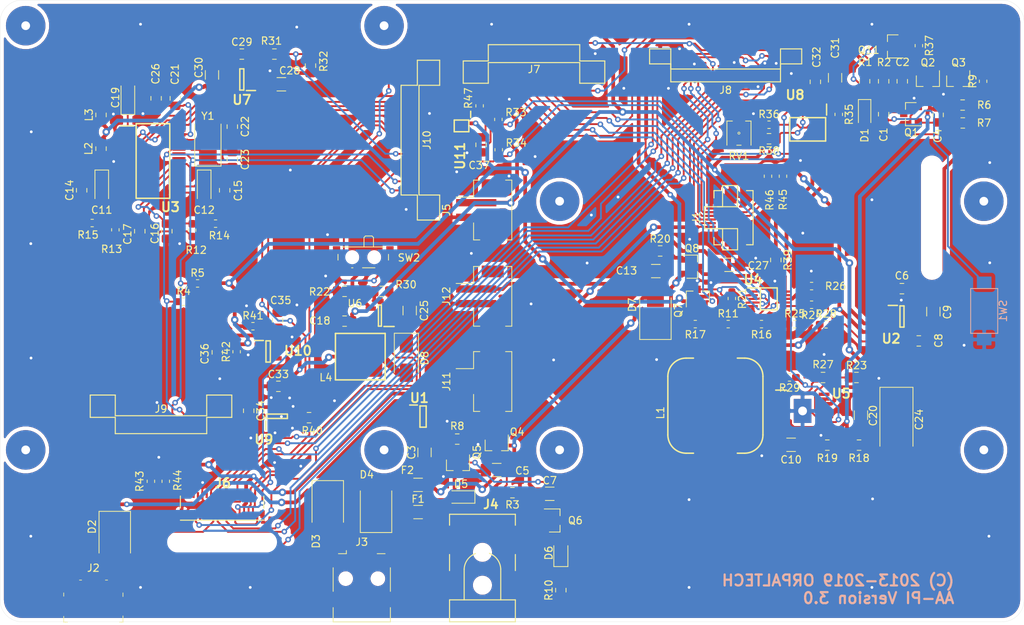
<source format=kicad_pcb>
(kicad_pcb (version 20171130) (host pcbnew 5.0.2-bee76a0~70~ubuntu18.04.1)
  (title_block (title "AA-PI Main Board for NanoPi A64") (date 2019-01-31) (rev 3.0) (company ORPALTECH) (comment 4 "Author: Sergey Suloev"))
  (layers (0 F.Cu signal) (31 B.Cu signal) (34 B.Paste user) (35 F.Paste user) (36 B.SilkS user) (37 F.SilkS user) (38 B.Mask user) (39 F.Mask user) (44 Edge.Cuts user))
  (net 0 "")
  (net 1 "Net-(C1-Pad2)")
  (net 2 "Net-(C1-Pad1)")
  (net 3 V_SW)
  (net 4 "Net-(C4-Pad2)")
  (net 5 V_LOAD)
  (net 6 "Net-(C5-Pad2)")
  (net 7 +5V)
  (net 8 V_IN)
  (net 9 +3V3)
  (net 10 "Net-(C11-Pad1)")
  (net 11 "Net-(C12-Pad1)")
  (net 12 "Net-(C16-Pad1)")
  (net 13 "Net-(C17-Pad1)")
  (net 14 "Net-(C19-Pad1)")
  (net 15 "Net-(C22-Pad1)")
  (net 16 "Net-(C23-Pad1)")
  (net 17 LED-A)
  (net 18 "Net-(D1-Pad2)")
  (net 19 "Net-(D6-Pad1)")
  (net 20 "Net-(D6-Pad2)")
  (net 21 "Net-(D8-Pad2)")
  (net 22 LCD_RESET)
  (net 23 I2C_SDA)
  (net 24 I2C_SCL)
  (net 25 "Net-(J2-Pad3)")
  (net 26 "Net-(J2-Pad2)")
  (net 27 "Net-(J2-Pad4)")
  (net 28 "Net-(J3-Pad2)")
  (net 29 "Net-(J3-Pad3)")
  (net 30 "Net-(J3-Pad4)")
  (net 31 "Net-(J6-Pad2)")
  (net 32 "Net-(J6-Pad3)")
  (net 33 "Net-(J6-Pad6)")
  (net 34 "Net-(J6-Pad9)")
  (net 35 "Net-(J6-Pad10)")
  (net 36 DSI_D0_N)
  (net 37 DSI_D0_P)
  (net 38 DSI_CLK_N)
  (net 39 DSI_CLK_P)
  (net 40 DSI_D1_N)
  (net 41 DSI_D1_P)
  (net 42 "Net-(J6-Pad21)")
  (net 43 "Net-(J6-Pad22)")
  (net 44 PWM_CABC)
  (net 45 LED-K)
  (net 46 SHDN_CTRL)
  (net 47 CHRG_PG)
  (net 48 CHRG_STAT1)
  (net 49 CHRG_STAT2)
  (net 50 LOW_BATT)
  (net 51 "Net-(J8-Pad12)")
  (net 52 "Net-(J9-Pad5)")
  (net 53 "Net-(J9-Pad7)")
  (net 54 OUT_VV)
  (net 55 OUT_VI)
  (net 56 PWM_MCU)
  (net 57 I2S_BCLK)
  (net 58 I2S_LRCK)
  (net 59 I2S_DIN)
  (net 60 "Net-(J11-Pad1)")
  (net 61 "Net-(L1-Pad2)")
  (net 62 "Net-(Q4-Pad1)")
  (net 63 "Net-(Q5-Pad1)")
  (net 64 "Net-(Q7-Pad3)")
  (net 65 "Net-(R18-Pad1)")
  (net 66 "Net-(R22-Pad1)")
  (net 67 "Net-(R23-Pad1)")
  (net 68 "Net-(R24-Pad1)")
  (net 69 "Net-(R24-Pad2)")
  (net 70 "Net-(R26-Pad1)")
  (net 71 "Net-(U3-Pad2)")
  (net 72 "Net-(U3-Pad4)")
  (net 73 "Net-(U3-Pad5)")
  (net 74 "Net-(U3-Pad8)")
  (net 75 "Net-(U3-Pad9)")
  (net 76 "Net-(U3-Pad10)")
  (net 77 "Net-(U3-Pad11)")
  (net 78 "Net-(U3-Pad12)")
  (net 79 "Net-(U3-Pad13)")
  (net 80 "Net-(U3-Pad17)")
  (net 81 "Net-(U3-Pad18)")
  (net 82 "Net-(U5-Pad16)")
  (net 83 /V_WALL)
  (net 84 /V_USB2)
  (net 85 /V_USB1)
  (net 86 /V_USB)
  (net 87 /V_SUPPLY)
  (net 88 /V_F2)
  (net 89 "Net-(C29-Pad1)")
  (net 90 ADC_EN)
  (net 91 RADIO_EN)
  (net 92 "Net-(R35-Pad1)")
  (net 93 I2C_SCL_H)
  (net 94 I2C_SDA_H)
  (net 95 "Net-(R36-Pad1)")
  (net 96 SHDN_REQ)
  (net 97 "Net-(J10-Pad8)")
  (net 98 "Net-(J7-Pad6)")
  (net 99 "Net-(J10-Pad4)")
  (net 100 "Net-(J8-Pad11)")
  (net 101 "Net-(J8-Pad14)")
  (net 102 "Net-(J8-Pad15)")
  (net 103 "Net-(J8-Pad18)")
  (net 104 "Net-(J8-Pad28)")
  (net 105 "Net-(J8-Pad29)")
  (net 106 "Net-(J8-Pad30)")
  (net 107 BATT2)
  (net 108 "Net-(C31-Pad1)")
  (net 109 BATT1)
  (net 110 "Net-(R42-Pad1)")
  (net 111 "Net-(U9-Pad4)")
  (net 112 LCD_EN)
  (net 113 "Net-(C8-Pad1)")
  (net 114 "Net-(J9-Pad6)")
  (net 115 "Net-(J7-Pad8)")
  (net 116 "Net-(J7-Pad9)")
  (net 117 /LCM_ID)
  (net 118 +V_RADIO)
  (net 119 +V_LCD)
  (net 120 +V_ADC)
  (net 121 LCD_TE_OUT)
  (net 122 GNDD)
  (net 123 CTP_I2C_SCL)
  (net 124 CTP_I2C_SDA)
  (net 125 CTP_INT)
  (net 126 "Net-(C37-Pad1)")
  (module AA-PI-Footprints:SOP65P640X120-17N (layer F.Cu) (at 160.52 110.872)
    (fp_text reference U5 (at 5.28 -2.372) (layer F.SilkS) (effects (font (size 1.27 1.27) (thickness 0.254))))
    (fp_text value TPS61030PWP hide)
    (pad 17 thru_hole rect (at 0 0) (size 2.41 3.29) (drill 1.2) (layers *.Cu *.Mask) (net 122 GNDD))
    (pad 16 smd rect (at 2.938 -2.275 90) (size 0.45 1.475) (layers F.Cu F.Paste F.Mask) (net 82 "Net-(U5-Pad16)"))
    (pad 15 smd rect (at 2.938 -1.625 90) (size 0.45 1.475) (layers F.Cu F.Paste F.Mask) (net 7 +5V))
    (pad 14 smd rect (at 2.938 -0.975 90) (size 0.45 1.475) (layers F.Cu F.Paste F.Mask) (net 7 +5V))
    (pad 13 smd rect (at 2.938 -0.325 90) (size 0.45 1.475) (layers F.Cu F.Paste F.Mask) (net 7 +5V))
    (pad 12 smd rect (at 2.938 0.325 90) (size 0.45 1.475) (layers F.Cu F.Paste F.Mask) (net 67 "Net-(R23-Pad1)"))
    (pad 11 smd rect (at 2.938 0.975 90) (size 0.45 1.475) (layers F.Cu F.Paste F.Mask) (net 122 GNDD))
    (pad 10 smd rect (at 2.938 1.625 90) (size 0.45 1.475) (layers F.Cu F.Paste F.Mask) (net 50 LOW_BATT))
    (pad 9 smd rect (at 2.938 2.275 90) (size 0.45 1.475) (layers F.Cu F.Paste F.Mask) (net 5 V_LOAD))
    (pad 8 smd rect (at -2.938 2.275 90) (size 0.45 1.475) (layers F.Cu F.Paste F.Mask) (net 122 GNDD))
    (pad 7 smd rect (at -2.938 1.625 90) (size 0.45 1.475) (layers F.Cu F.Paste F.Mask) (net 65 "Net-(R18-Pad1)"))
    (pad 6 smd rect (at -2.938 0.975 90) (size 0.45 1.475) (layers F.Cu F.Paste F.Mask) (net 5 V_LOAD))
    (pad 5 smd rect (at -2.938 0.325 90) (size 0.45 1.475) (layers F.Cu F.Paste F.Mask) (net 122 GNDD))
    (pad 4 smd rect (at -2.938 -0.325 90) (size 0.45 1.475) (layers F.Cu F.Paste F.Mask) (net 122 GNDD))
    (pad 3 smd rect (at -2.938 -0.975 90) (size 0.45 1.475) (layers F.Cu F.Paste F.Mask) (net 122 GNDD))
    (pad 2 smd rect (at -2.938 -1.625 90) (size 0.45 1.475) (layers F.Cu F.Paste F.Mask) (net 61 "Net-(L1-Pad2)"))
    (pad 1 smd rect (at -2.938 -2.275 90) (size 0.45 1.475) (layers F.Cu F.Paste F.Mask) (net 61 "Net-(L1-Pad2)"))
  )
  (module AA-PI-Footprints:SOP50P310X90-8N (layer F.Cu) (at 113.89 71.9 270)
    (fp_text reference U11 (at 4.1 0.2 270) (layer F.SilkS) (effects (font (size 1.27 1.27) (thickness 0.254))))
    (fp_text value PCA9306DCUR hide)
    (pad 1 smd rect (at -1.575 -0.75) (size 0.3 0.85) (layers F.Cu F.Paste F.Mask) (net 122 GNDD))
    (pad 2 smd rect (at -1.575 -0.25) (size 0.3 0.85) (layers F.Cu F.Paste F.Mask) (net 9 +3V3))
    (pad 3 smd rect (at -1.575 0.25) (size 0.3 0.85) (layers F.Cu F.Paste F.Mask) (net 24 I2C_SCL))
    (pad 4 smd rect (at -1.575 0.75) (size 0.3 0.85) (layers F.Cu F.Paste F.Mask) (net 23 I2C_SDA))
    (pad 5 smd rect (at 1.575 0.75) (size 0.3 0.85) (layers F.Cu F.Paste F.Mask) (net 94 I2C_SDA_H))
    (pad 6 smd rect (at 1.575 0.25) (size 0.3 0.85) (layers F.Cu F.Paste F.Mask) (net 93 I2C_SCL_H))
    (pad 7 smd rect (at 1.575 -0.25) (size 0.3 0.85) (layers F.Cu F.Paste F.Mask) (net 126 "Net-(C37-Pad1)"))
    (pad 8 smd rect (at 1.575 -0.75) (size 0.3 0.85) (layers F.Cu F.Paste F.Mask) (net 126 "Net-(C37-Pad1)"))
  )
  (module AA-PI-Footprints:C_0805_2012Metric_Pad1.15x1.40mm_HandSolder (layer F.Cu) (at 116.56 74.49 270)
    (fp_text reference C37 (at 2.8 0.26 180) (layer F.SilkS))
    (fp_text value 100p hide)
    (pad 1 smd roundrect (at -1.025 0 270) (size 1.15 1.4) (layers F.Cu F.Paste F.Mask) (roundrect_rratio 0.217391) (net 126 "Net-(C37-Pad1)"))
    (pad 2 smd roundrect (at 1.025 0 270) (size 1.15 1.4) (layers F.Cu F.Paste F.Mask) (roundrect_rratio 0.217391) (net 122 GNDD))
  )
  (module AA-PI-Footprints:R_0603_1608Metric_Pad1.05x0.95mm_HandSolder (layer F.Cu) (at 154.9 99 180)
    (fp_text reference R16 (at 0 -1.43 180) (layer F.SilkS))
    (fp_text value 10K hide)
    (pad 2 smd roundrect (at 0.875 0 180) (size 1.05 0.95) (layers F.Cu F.Paste F.Mask) (net 48 CHRG_STAT1))
    (pad 1 smd roundrect (at -0.875 0 180) (size 1.05 0.95) (layers F.Cu F.Paste F.Mask) (net 9 +3V3))
  )
  (module AA-PI-Footprints:R_0603_1608Metric_Pad1.05x0.95mm_HandSolder (layer F.Cu) (at 150.85 95.5 270)
    (fp_text reference R21 (at 0 -1.43 270) (layer F.SilkS))
    (fp_text value 10K hide)
    (pad 1 smd roundrect (at -0.875 0 270) (size 1.05 0.95) (layers F.Cu F.Paste F.Mask) (net 8 V_IN))
    (pad 2 smd roundrect (at 0.875 0 270) (size 1.05 0.95) (layers F.Cu F.Paste F.Mask) (net 64 "Net-(Q7-Pad3)"))
  )
  (module AA-PI-Footprints:R_0603_1608Metric_Pad1.05x0.95mm_HandSolder (layer F.Cu) (at 145.85 99 180)
    (fp_text reference R17 (at 0 -1.43 180) (layer F.SilkS))
    (fp_text value 10K hide)
    (pad 2 smd roundrect (at 0.875 0 180) (size 1.05 0.95) (layers F.Cu F.Paste F.Mask) (net 9 +3V3))
    (pad 1 smd roundrect (at -0.875 0 180) (size 1.05 0.95) (layers F.Cu F.Paste F.Mask) (net 47 CHRG_PG))
  )
  (module AA-PI-Footprints:R_0603_1608Metric_Pad1.05x0.95mm_HandSolder (layer F.Cu) (at 150.35 99)
    (fp_text reference R11 (at 0 -1.43) (layer F.SilkS))
    (fp_text value 10K hide)
    (pad 1 smd roundrect (at -0.875 0) (size 1.05 0.95) (layers F.Cu F.Paste F.Mask) (net 9 +3V3))
    (pad 2 smd roundrect (at 0.875 0) (size 1.05 0.95) (layers F.Cu F.Paste F.Mask) (net 49 CHRG_STAT2))
  )
  (module AA-PI-Footprints:R_0603_1608Metric_Pad1.05x0.95mm_HandSolder (layer F.Cu) (at 185.2 65.8 90)
    (fp_text reference R9 (at 0 -1.43 90) (layer F.SilkS))
    (fp_text value 100K hide)
    (pad 2 smd roundrect (at 0.875 0 90) (size 1.05 0.95) (layers F.Cu F.Paste F.Mask) (net 9 +3V3))
    (pad 1 smd roundrect (at -0.875 0 90) (size 1.05 0.95) (layers F.Cu F.Paste F.Mask) (net 46 SHDN_CTRL))
  )
  (module AA-PI-Footprints:R_0603_1608Metric_Pad1.05x0.95mm_HandSolder (layer F.Cu) (at 176.42 60.93 270)
    (fp_text reference R37 (at 0 -1.43 270) (layer F.SilkS))
    (fp_text value 100K hide)
    (pad 1 smd roundrect (at -0.875 0 270) (size 1.05 0.95) (layers F.Cu F.Paste F.Mask) (net 96 SHDN_REQ))
    (pad 2 smd roundrect (at 0.875 0 270) (size 1.05 0.95) (layers F.Cu F.Paste F.Mask) (net 9 +3V3))
  )
  (module AA-PI-Footprints:R_0603_1608Metric_Pad1.05x0.95mm_HandSolder (layer F.Cu) (at 116.36 69.16 270)
    (fp_text reference R47 (at -1.05 1.53 270) (layer F.SilkS))
    (fp_text value 200K hide)
    (pad 2 smd roundrect (at 0.875 0 270) (size 1.05 0.95) (layers F.Cu F.Paste F.Mask) (net 126 "Net-(C37-Pad1)"))
    (pad 1 smd roundrect (at -0.875 0 270) (size 1.05 0.95) (layers F.Cu F.Paste F.Mask) (net 7 +5V))
  )
  (module AA-PI-Footprints:R_0603_1608Metric_Pad1.05x0.95mm_HandSolder (layer F.Cu) (at 83.14 102.78 90)
    (fp_text reference R42 (at 0 -1.43 90) (layer F.SilkS))
    (fp_text value 10K hide)
    (pad 1 smd roundrect (at -0.875 0 90) (size 1.05 0.95) (layers F.Cu F.Paste F.Mask) (net 110 "Net-(R42-Pad1)"))
    (pad 2 smd roundrect (at 0.875 0 90) (size 1.05 0.95) (layers F.Cu F.Paste F.Mask) (net 9 +3V3))
  )
  (module AA-PI-Footprints:R_0603_1608Metric_Pad1.05x0.95mm_HandSolder (layer F.Cu) (at 85.37 99.29 180)
    (fp_text reference R41 (at -0.01 1.44 180) (layer F.SilkS))
    (fp_text value 10K hide)
    (pad 2 smd roundrect (at 0.875 0 180) (size 1.05 0.95) (layers F.Cu F.Paste F.Mask) (net 9 +3V3))
    (pad 1 smd roundrect (at -0.875 0 180) (size 1.05 0.95) (layers F.Cu F.Paste F.Mask) (net 91 RADIO_EN))
  )
  (module AA-PI-Footprints:R_0603_1608Metric_Pad1.05x0.95mm_HandSolder (layer F.Cu) (at 161.75 96.35 180)
    (fp_text reference R24 (at 0 -1.43 180) (layer F.SilkS))
    (fp_text value 1K hide)
    (pad 1 smd roundrect (at -0.875 0 180) (size 1.05 0.95) (layers F.Cu F.Paste F.Mask) (net 68 "Net-(R24-Pad1)"))
    (pad 2 smd roundrect (at 0.875 0 180) (size 1.05 0.95) (layers F.Cu F.Paste F.Mask) (net 69 "Net-(R24-Pad2)"))
  )
  (module AA-PI-Footprints:R_0603_1608Metric_Pad1.05x0.95mm_HandSolder (layer F.Cu) (at 159.45 99)
    (fp_text reference R25 (at 0 -1.43) (layer F.SilkS))
    (fp_text value 0 hide)
    (pad 2 smd roundrect (at 0.875 0) (size 1.05 0.95) (layers F.Cu F.Paste F.Mask) (net 68 "Net-(R24-Pad1)"))
    (pad 1 smd roundrect (at -0.875 0) (size 1.05 0.95) (layers F.Cu F.Paste F.Mask) (net 122 GNDD))
  )
  (module AA-PI-Footprints:R_0603_1608Metric_Pad1.05x0.95mm_HandSolder (layer F.Cu) (at 161.75 93.8)
    (fp_text reference R26 (at 3.29 0.01) (layer F.SilkS))
    (fp_text value 0 hide)
    (pad 1 smd roundrect (at -0.875 0) (size 1.05 0.95) (layers F.Cu F.Paste F.Mask) (net 70 "Net-(R26-Pad1)"))
    (pad 2 smd roundrect (at 0.875 0) (size 1.05 0.95) (layers F.Cu F.Paste F.Mask) (net 60 "Net-(J11-Pad1)"))
  )
  (module AA-PI-Footprints:R_0603_1608Metric_Pad1.05x0.95mm_HandSolder (layer F.Cu) (at 163.73 99.03)
    (fp_text reference R28 (at 0 -1.43) (layer F.SilkS))
    (fp_text value 10K hide)
    (pad 2 smd roundrect (at 0.875 0) (size 1.05 0.95) (layers F.Cu F.Paste F.Mask) (net 60 "Net-(J11-Pad1)"))
    (pad 1 smd roundrect (at -0.875 0) (size 1.05 0.95) (layers F.Cu F.Paste F.Mask) (net 122 GNDD))
  )
  (module AA-PI-Footprints:R_0603_1608Metric_Pad1.05x0.95mm_HandSolder (layer F.Cu) (at 158.73 106.29 180)
    (fp_text reference R29 (at 0 -1.43 180) (layer F.SilkS))
    (fp_text value 33K hide)
    (pad 1 smd roundrect (at -0.875 0 180) (size 1.05 0.95) (layers F.Cu F.Paste F.Mask) (net 50 LOW_BATT))
    (pad 2 smd roundrect (at 0.875 0 180) (size 1.05 0.95) (layers F.Cu F.Paste F.Mask) (net 9 +3V3))
  )
  (module AA-PI-Footprints:R_0805_2012Metric_Pad1.15x1.40mm_HandSolder (layer F.Cu) (at 155.93 73.66 180)
    (fp_text reference R38 (at 0 -1.65 180) (layer F.SilkS))
    (fp_text value 910 hide)
    (pad 1 smd roundrect (at -1.025 0 180) (size 1.15 1.4) (layers F.Cu F.Paste F.Mask) (roundrect_rratio 0.217391) (net 108 "Net-(C31-Pad1)"))
    (pad 2 smd roundrect (at 1.025 0 180) (size 1.15 1.4) (layers F.Cu F.Paste F.Mask) (roundrect_rratio 0.217391) (net 7 +5V))
  )
  (module AA-PI-Footprints:C_0805_2012Metric_Pad1.15x1.40mm_HandSolder (layer F.Cu) (at 174.1 94.15 180)
    (fp_text reference C6 (at 0 1.77 180) (layer F.SilkS))
    (fp_text value 2.2u hide)
    (pad 1 smd roundrect (at -1.025 0 180) (size 1.15 1.4) (layers F.Cu F.Paste F.Mask) (roundrect_rratio 0.217391) (net 122 GNDD))
    (pad 2 smd roundrect (at 1.025 0 180) (size 1.15 1.4) (layers F.Cu F.Paste F.Mask) (roundrect_rratio 0.217391) (net 7 +5V))
  )
  (module AA-PI-Footprints:R_0603_1608Metric_Pad1.05x0.95mm_HandSolder (layer F.Cu) (at 77.05 86.16 90)
    (fp_text reference R12 (at -2.72 0.56) (layer F.SilkS))
    (fp_text value 910 hide)
    (pad 2 smd roundrect (at 0.875 0 90) (size 1.05 0.95) (layers F.Cu F.Paste F.Mask) (net 12 "Net-(C16-Pad1)"))
    (pad 1 smd roundrect (at -0.875 0 90) (size 1.05 0.95) (layers F.Cu F.Paste F.Mask) (net 54 OUT_VV))
  )
  (module AA-PI-Footprints:R_0603_1608Metric_Pad1.05x0.95mm_HandSolder (layer F.Cu) (at 80.26 85.26 180)
    (fp_text reference R14 (at -0.52 -1.64 180) (layer F.SilkS))
    (fp_text value void hide)
    (pad 1 smd roundrect (at -0.875 0 180) (size 1.05 0.95) (layers F.Cu F.Paste F.Mask) (net 122 GNDD))
    (pad 2 smd roundrect (at 0.875 0 180) (size 1.05 0.95) (layers F.Cu F.Paste F.Mask) (net 12 "Net-(C16-Pad1)"))
  )
  (module AA-PI-Footprints:R_0603_1608Metric_Pad1.05x0.95mm_HandSolder (layer F.Cu) (at 63.39 85.18)
    (fp_text reference R15 (at -0.57 1.62) (layer F.SilkS))
    (fp_text value void hide)
    (pad 2 smd roundrect (at 0.875 0) (size 1.05 0.95) (layers F.Cu F.Paste F.Mask) (net 13 "Net-(C17-Pad1)"))
    (pad 1 smd roundrect (at -0.875 0) (size 1.05 0.95) (layers F.Cu F.Paste F.Mask) (net 122 GNDD))
  )
  (module AA-PI-Footprints:R_0603_1608Metric_Pad1.05x0.95mm_HandSolder (layer F.Cu) (at 66.56 86.11 90)
    (fp_text reference R13 (at -2.64 -0.51) (layer F.SilkS))
    (fp_text value 910 hide)
    (pad 1 smd roundrect (at -0.875 0 90) (size 1.05 0.95) (layers F.Cu F.Paste F.Mask) (net 55 OUT_VI))
    (pad 2 smd roundrect (at 0.875 0 90) (size 1.05 0.95) (layers F.Cu F.Paste F.Mask) (net 13 "Net-(C17-Pad1)"))
  )
  (module AA-PI-Footprints:R_0603_1608Metric_Pad1.05x0.95mm_HandSolder (layer F.Cu) (at 71.42 120.49 270)
    (fp_text reference R43 (at 0 1.53 270) (layer F.SilkS))
    (fp_text value 10K hide)
    (pad 2 smd roundrect (at 0.875 0 270) (size 1.05 0.95) (layers F.Cu F.Paste F.Mask) (net 117 /LCM_ID))
    (pad 1 smd roundrect (at -0.875 0 270) (size 1.05 0.95) (layers F.Cu F.Paste F.Mask) (net 122 GNDD))
  )
  (module AA-PI-Footprints:R_0603_1608Metric_Pad1.05x0.95mm_HandSolder (layer F.Cu) (at 73.45 120.49 270)
    (fp_text reference R44 (at -0.14 -1.63 270) (layer F.SilkS))
    (fp_text value 10K hide)
    (pad 1 smd roundrect (at -0.875 0 270) (size 1.05 0.95) (layers F.Cu F.Paste F.Mask) (net 119 +V_LCD))
    (pad 2 smd roundrect (at 0.875 0 270) (size 1.05 0.95) (layers F.Cu F.Paste F.Mask) (net 117 /LCM_ID))
  )
  (module AA-PI-Footprints:R_0603_1608Metric_Pad1.05x0.95mm_HandSolder (layer F.Cu) (at 165.46 70.33 270)
    (fp_text reference R35 (at 0 -1.43 270) (layer F.SilkS))
    (fp_text value 500K hide)
    (pad 1 smd roundrect (at -0.875 0 270) (size 1.05 0.95) (layers F.Cu F.Paste F.Mask) (net 92 "Net-(R35-Pad1)"))
    (pad 2 smd roundrect (at 0.875 0 270) (size 1.05 0.95) (layers F.Cu F.Paste F.Mask) (net 109 BATT1))
  )
  (module AA-PI-Footprints:R_0603_1608Metric_Pad1.05x0.95mm_HandSolder (layer F.Cu) (at 155.93 71.74)
    (fp_text reference R36 (at 0 -1.43) (layer F.SilkS))
    (fp_text value 380K hide)
    (pad 2 smd roundrect (at 0.875 0) (size 1.05 0.95) (layers F.Cu F.Paste F.Mask) (net 92 "Net-(R35-Pad1)"))
    (pad 1 smd roundrect (at -0.875 0) (size 1.05 0.95) (layers F.Cu F.Paste F.Mask) (net 95 "Net-(R36-Pad1)"))
  )
  (module AA-PI-Footprints:R_0603_1608Metric_Pad1.05x0.95mm_HandSolder (layer F.Cu) (at 75.89 95.93)
    (fp_text reference R4 (at 0 -1.43) (layer F.SilkS))
    (fp_text value 10K hide)
    (pad 2 smd roundrect (at 0.875 0) (size 1.05 0.95) (layers F.Cu F.Paste F.Mask) (net 9 +3V3))
    (pad 1 smd roundrect (at -0.875 0) (size 1.05 0.95) (layers F.Cu F.Paste F.Mask) (net 24 I2C_SCL))
  )
  (module AA-PI-Footprints:R_0603_1608Metric_Pad1.05x0.95mm_HandSolder (layer F.Cu) (at 155.79 78.78 90)
    (fp_text reference R46 (at -3.25 0.23 90) (layer F.SilkS))
    (fp_text value 10K hide)
    (pad 1 smd roundrect (at -0.875 0 90) (size 1.05 0.95) (layers F.Cu F.Paste F.Mask) (net 123 CTP_I2C_SCL))
    (pad 2 smd roundrect (at 0.875 0 90) (size 1.05 0.95) (layers F.Cu F.Paste F.Mask) (net 9 +3V3))
  )
  (module AA-PI-Footprints:R_0603_1608Metric_Pad1.05x0.95mm_HandSolder (layer F.Cu) (at 118.93 71.02 90)
    (fp_text reference R33 (at 0.96 2.4) (layer F.SilkS))
    (fp_text value 10K hide)
    (pad 2 smd roundrect (at 0.875 0 90) (size 1.05 0.95) (layers F.Cu F.Paste F.Mask) (net 7 +5V))
    (pad 1 smd roundrect (at -0.875 0 90) (size 1.05 0.95) (layers F.Cu F.Paste F.Mask) (net 93 I2C_SCL_H))
  )
  (module AA-PI-Footprints:R_0603_1608Metric_Pad1.05x0.95mm_HandSolder (layer F.Cu) (at 118.97 75.16 90)
    (fp_text reference R34 (at 0.94 2.41) (layer F.SilkS))
    (fp_text value 10K hide)
    (pad 1 smd roundrect (at -0.875 0 90) (size 1.05 0.95) (layers F.Cu F.Paste F.Mask) (net 94 I2C_SDA_H))
    (pad 2 smd roundrect (at 0.875 0 90) (size 1.05 0.95) (layers F.Cu F.Paste F.Mask) (net 7 +5V))
  )
  (module AA-PI-Footprints:R_0603_1608Metric_Pad1.05x0.95mm_HandSolder (layer F.Cu) (at 77.8 93.44)
    (fp_text reference R5 (at 0 -1.43) (layer F.SilkS))
    (fp_text value 10K hide)
    (pad 2 smd roundrect (at 0.875 0) (size 1.05 0.95) (layers F.Cu F.Paste F.Mask) (net 9 +3V3))
    (pad 1 smd roundrect (at -0.875 0) (size 1.05 0.95) (layers F.Cu F.Paste F.Mask) (net 23 I2C_SDA))
  )
  (module AA-PI-Footprints:R_0603_1608Metric_Pad1.05x0.95mm_HandSolder (layer F.Cu) (at 157.84 78.78 90)
    (fp_text reference R45 (at -3.2 0.01 90) (layer F.SilkS))
    (fp_text value 10K hide)
    (pad 1 smd roundrect (at -0.875 0 90) (size 1.05 0.95) (layers F.Cu F.Paste F.Mask) (net 124 CTP_I2C_SDA))
    (pad 2 smd roundrect (at 0.875 0 90) (size 1.05 0.95) (layers F.Cu F.Paste F.Mask) (net 9 +3V3))
  )
  (module AA-PI-Footprints:C_0805_2012Metric_Pad1.15x1.40mm_HandSolder (layer F.Cu) (at 88.85 107.51)
    (fp_text reference C33 (at 0 -1.65) (layer F.SilkS))
    (fp_text value 4.7u hide)
    (pad 2 smd roundrect (at 1.025 0) (size 1.15 1.4) (layers F.Cu F.Paste F.Mask) (roundrect_rratio 0.217391) (net 7 +5V))
    (pad 1 smd roundrect (at -1.025 0) (size 1.15 1.4) (layers F.Cu F.Paste F.Mask) (roundrect_rratio 0.217391) (net 122 GNDD))
  )
  (module AA-PI-Footprints:C_0805_2012Metric_Pad1.15x1.40mm_HandSolder (layer F.Cu) (at 84.79 110.85 270)
    (fp_text reference C34 (at 0 -1.65 270) (layer F.SilkS))
    (fp_text value 4.7u hide)
    (pad 1 smd roundrect (at -1.025 0 270) (size 1.15 1.4) (layers F.Cu F.Paste F.Mask) (roundrect_rratio 0.217391) (net 122 GNDD))
    (pad 2 smd roundrect (at 1.025 0 270) (size 1.15 1.4) (layers F.Cu F.Paste F.Mask) (roundrect_rratio 0.217391) (net 119 +V_LCD))
  )
  (module AA-PI-Footprints:PCB-Standoff-Spacer-SMD-M3 (layer F.Cu) (at 103.3 116.2)
    (fp_text reference SS8 hide)
    (fp_text value PCB-Standoff-Spacer-SMD-M3 hide)
    (pad 1 thru_hole circle (at 0 0) (size 5.4 5.4) (drill 1.2) (layers *.Cu *.Mask))
  )
  (module SOT94P279X130-5N (layer F.Cu) (at 174.11 97.96)
    (fp_text reference U2 (at -1.48 3.03) (layer F.SilkS) (effects (font (size 1.27 1.27) (thickness 0.254))))
    (fp_text value RT9193-33GB hide)
    (pad 1 smd rect (at -1.25 -0.94 90) (size 0.65 1.25) (layers F.Cu F.Paste F.Mask) (net 7 +5V))
    (pad 2 smd rect (at -1.25 0 90) (size 0.65 1.25) (layers F.Cu F.Paste F.Mask) (net 122 GNDD))
    (pad 3 smd rect (at -1.25 0.94 90) (size 0.65 1.25) (layers F.Cu F.Paste F.Mask) (net 7 +5V))
    (pad 4 smd rect (at 1.25 0.94 90) (size 0.65 1.25) (layers F.Cu F.Paste F.Mask) (net 113 "Net-(C8-Pad1)"))
    (pad 5 smd rect (at 1.25 -0.94 90) (size 0.65 1.25) (layers F.Cu F.Paste F.Mask) (net 9 +3V3))
  )
  (module AA-PI-Footprints:C_0805_2012Metric_Pad1.15x1.40mm_HandSolder (layer F.Cu) (at 176.41 101.3)
    (fp_text reference C8 (at 2.71 -0.04 -90) (layer F.SilkS))
    (fp_text value 22n hide)
    (pad 1 smd roundrect (at -1.025 0) (size 1.15 1.4) (layers F.Cu F.Paste F.Mask) (roundrect_rratio 0.217391) (net 113 "Net-(C8-Pad1)"))
    (pad 2 smd roundrect (at 1.025 0) (size 1.15 1.4) (layers F.Cu F.Paste F.Mask) (roundrect_rratio 0.217391) (net 122 GNDD))
  )
  (module AA-PI-Footprints:C_0805_2012Metric_Pad1.15x1.40mm_HandSolder (layer F.Cu) (at 88.74 98.48 90)
    (fp_text reference C35 (at 2.73 0.43) (layer F.SilkS))
    (fp_text value 100n hide)
    (pad 2 smd roundrect (at 1.025 0 90) (size 1.15 1.4) (layers F.Cu F.Paste F.Mask) (roundrect_rratio 0.217391) (net 122 GNDD))
    (pad 1 smd roundrect (at -1.025 0 90) (size 1.15 1.4) (layers F.Cu F.Paste F.Mask) (roundrect_rratio 0.217391) (net 7 +5V))
  )
  (module AA-PI-Footprints:C_0805_2012Metric_Pad1.15x1.40mm_HandSolder (layer F.Cu) (at 80.5 102.86 270)
    (fp_text reference C36 (at 0.2 1.71 270) (layer F.SilkS))
    (fp_text value 100n hide)
    (pad 1 smd roundrect (at -1.025 0 270) (size 1.15 1.4) (layers F.Cu F.Paste F.Mask) (roundrect_rratio 0.217391) (net 118 +V_RADIO))
    (pad 2 smd roundrect (at 1.025 0 270) (size 1.15 1.4) (layers F.Cu F.Paste F.Mask) (roundrect_rratio 0.217391) (net 122 GNDD))
  )
  (module AA-PI-Footprints:C_1206_3216Metric_Pad1.42x1.75mm_HandSolder (layer F.Cu) (at 178.4 97.29 90)
    (fp_text reference C9 (at -0.07 1.91 90) (layer F.SilkS))
    (fp_text value 22u hide)
    (pad 1 smd roundrect (at -1.4875 0 90) (size 1.425 1.75) (layers F.Cu F.Paste F.Mask) (roundrect_rratio 0.175439) (net 122 GNDD))
    (pad 2 smd roundrect (at 1.4875 0 90) (size 1.425 1.75) (layers F.Cu F.Paste F.Mask) (roundrect_rratio 0.175439) (net 9 +3V3))
  )
  (module AA-PI-Footprints:R_0805_2012Metric_Pad1.15x1.40mm_HandSolder (layer F.Cu) (at 93.04 111.79)
    (fp_text reference R40 (at 0.43 1.78) (layer F.SilkS))
    (fp_text value 100K hide)
    (pad 1 smd roundrect (at -1.025 0) (size 1.15 1.4) (layers F.Cu F.Paste F.Mask) (roundrect_rratio 0.217391) (net 112 LCD_EN))
    (pad 2 smd roundrect (at 1.025 0) (size 1.15 1.4) (layers F.Cu F.Paste F.Mask) (roundrect_rratio 0.217391) (net 122 GNDD))
  )
  (module AA-PI-Footprints:SOT95P280X145-5N (layer F.Cu) (at 88.63 111.6 90)
    (fp_text reference U9 (at -3.18 -1.77) (layer F.SilkS) (effects (font (size 1.27 1.27) (thickness 0.254))))
    (fp_text value TLV75728PDBVR hide)
    (pad 5 smd rect (at 1.25 -0.95 180) (size 0.6 1.2) (layers F.Cu F.Paste F.Mask) (net 119 +V_LCD))
    (pad 4 smd rect (at 1.25 0.95 180) (size 0.6 1.2) (layers F.Cu F.Paste F.Mask) (net 111 "Net-(U9-Pad4)"))
    (pad 3 smd rect (at -1.25 0.95 180) (size 0.6 1.2) (layers F.Cu F.Paste F.Mask) (net 112 LCD_EN))
    (pad 2 smd rect (at -1.25 0 180) (size 0.6 1.2) (layers F.Cu F.Paste F.Mask) (net 122 GNDD))
    (pad 1 smd rect (at -1.25 -0.95 180) (size 0.6 1.2) (layers F.Cu F.Paste F.Mask) (net 7 +5V))
  )
  (module AA-PI-Footprints:SOT95P280X145-5N (layer F.Cu) (at 87.45 102.74)
    (fp_text reference U10 (at 4.07 -0.09) (layer F.SilkS) (effects (font (size 1.27 1.27) (thickness 0.254))))
    (fp_text value TPS2051BDBVR hide)
    (pad 1 smd rect (at -1.25 -0.95 90) (size 0.6 1.2) (layers F.Cu F.Paste F.Mask) (net 118 +V_RADIO))
    (pad 2 smd rect (at -1.25 0 90) (size 0.6 1.2) (layers F.Cu F.Paste F.Mask) (net 122 GNDD))
    (pad 3 smd rect (at -1.25 0.95 90) (size 0.6 1.2) (layers F.Cu F.Paste F.Mask) (net 110 "Net-(R42-Pad1)"))
    (pad 4 smd rect (at 1.25 0.95 90) (size 0.6 1.2) (layers F.Cu F.Paste F.Mask) (net 91 RADIO_EN))
    (pad 5 smd rect (at 1.25 -0.95 90) (size 0.6 1.2) (layers F.Cu F.Paste F.Mask) (net 7 +5V))
  )
  (module AA-PI-Footprints:C_0805_2012Metric_Pad1.15x1.40mm_HandSolder (layer F.Cu) (at 162.27 65.88 270)
    (fp_text reference C32 (at -3.37 -0.17 270) (layer F.SilkS))
    (fp_text value 100n hide)
    (pad 1 smd roundrect (at -1.025 0 270) (size 1.15 1.4) (layers F.Cu F.Paste F.Mask) (roundrect_rratio 0.217391) (net 122 GNDD))
    (pad 2 smd roundrect (at 1.025 0 270) (size 1.15 1.4) (layers F.Cu F.Paste F.Mask) (roundrect_rratio 0.217391) (net 108 "Net-(C31-Pad1)"))
  )
  (module AA-PI-Footprints:C_1206_3216Metric_Pad1.42x1.75mm_HandSolder (layer F.Cu) (at 164.96 65.32 90)
    (fp_text reference C31 (at 4.08 0.02 90) (layer F.SilkS))
    (fp_text value 10u hide)
    (pad 1 smd roundrect (at -1.4875 0 90) (size 1.425 1.75) (layers F.Cu F.Paste F.Mask) (roundrect_rratio 0.175439) (net 108 "Net-(C31-Pad1)"))
    (pad 2 smd roundrect (at 1.4875 0 90) (size 1.425 1.75) (layers F.Cu F.Paste F.Mask) (roundrect_rratio 0.175439) (net 122 GNDD))
  )
  (module AA-PI-Footprints:R_0805_2012Metric_Pad1.15x1.40mm_HandSolder (layer F.Cu) (at 156.86 90.23 270)
    (fp_text reference R39 (at 0 -1.65 270) (layer F.SilkS))
    (fp_text value 0.01 hide)
    (pad 2 smd roundrect (at 1.025 0 270) (size 1.15 1.4) (layers F.Cu F.Paste F.Mask) (roundrect_rratio 0.217391) (net 107 BATT2))
    (pad 1 smd roundrect (at -1.025 0 270) (size 1.15 1.4) (layers F.Cu F.Paste F.Mask) (roundrect_rratio 0.217391) (net 109 BATT1))
  )
  (module AA-PI-Footprints:SOIC127P600X175-8N (layer F.Cu) (at 161.22 72.37 270)
    (fp_text reference U8 (at -4.7 1.73 180) (layer F.SilkS) (effects (font (size 1.27 1.27) (thickness 0.254))))
    (fp_text value MCP3422A0-E_SN hide)
    (pad 1 smd rect (at -2.7 -1.905) (size 0.65 1.5) (layers F.Cu F.Paste F.Mask) (net 92 "Net-(R35-Pad1)"))
    (pad 2 smd rect (at -2.7 -0.635) (size 0.65 1.5) (layers F.Cu F.Paste F.Mask) (net 122 GNDD))
    (pad 3 smd rect (at -2.7 0.635) (size 0.65 1.5) (layers F.Cu F.Paste F.Mask) (net 108 "Net-(C31-Pad1)"))
    (pad 4 smd rect (at -2.7 1.905) (size 0.65 1.5) (layers F.Cu F.Paste F.Mask) (net 94 I2C_SDA_H))
    (pad 5 smd rect (at 2.7 1.905) (size 0.65 1.5) (layers F.Cu F.Paste F.Mask) (net 93 I2C_SCL_H))
    (pad 6 smd rect (at 2.7 0.635) (size 0.65 1.5) (layers F.Cu F.Paste F.Mask) (net 122 GNDD))
    (pad 7 smd rect (at 2.7 -0.635) (size 0.65 1.5) (layers F.Cu F.Paste F.Mask) (net 109 BATT1))
    (pad 8 smd rect (at 2.7 -1.905) (size 0.65 1.5) (layers F.Cu F.Paste F.Mask) (net 107 BATT2))
  )
  (module AA-PI-Footprints:FPC-0.5-1-30P_Clamshell_Bottom (layer F.Cu) (at 150 65 180)
    (fp_text reference J8 (at 0 -2 180) (layer F.SilkS))
    (fp_text value "MCU Display Interface")
    (pad 1 smd rect (at -7.25 0 180) (size 0.3 1.3) (layers F.Cu F.Paste F.Mask) (net 122 GNDD))
    (pad 2 smd rect (at -6.75 0 180) (size 0.3 1.3) (layers F.Cu F.Paste F.Mask) (net 39 DSI_CLK_P))
    (pad 3 smd rect (at -6.25 0 180) (size 0.3 1.3) (layers F.Cu F.Paste F.Mask) (net 38 DSI_CLK_N))
    (pad 4 smd rect (at -5.75 0 180) (size 0.3 1.3) (layers F.Cu F.Paste F.Mask) (net 122 GNDD))
    (pad 5 smd rect (at -5.25 0 180) (size 0.3 1.3) (layers F.Cu F.Paste F.Mask) (net 37 DSI_D0_P))
    (pad 6 smd rect (at -4.75 0 180) (size 0.3 1.3) (layers F.Cu F.Paste F.Mask) (net 36 DSI_D0_N))
    (pad 7 smd rect (at -4.25 0 180) (size 0.3 1.3) (layers F.Cu F.Paste F.Mask) (net 122 GNDD))
    (pad 8 smd rect (at -3.75 0 180) (size 0.3 1.3) (layers F.Cu F.Paste F.Mask) (net 41 DSI_D1_P))
    (pad 9 smd rect (at -3.25 0 180) (size 0.3 1.3) (layers F.Cu F.Paste F.Mask) (net 40 DSI_D1_N))
    (pad 10 smd rect (at -2.75 0 180) (size 0.3 1.3) (layers F.Cu F.Paste F.Mask) (net 122 GNDD))
    (pad 11 smd rect (at -2.25 0 180) (size 0.3 1.3) (layers F.Cu F.Paste F.Mask) (net 100 "Net-(J8-Pad11)"))
    (pad 12 smd rect (at -1.75 0 180) (size 0.3 1.3) (layers F.Cu F.Paste F.Mask) (net 51 "Net-(J8-Pad12)"))
    (pad 13 smd rect (at -1.25 0 180) (size 0.3 1.3) (layers F.Cu F.Paste F.Mask) (net 122 GNDD))
    (pad 14 smd rect (at -0.75 0 180) (size 0.3 1.3) (layers F.Cu F.Paste F.Mask) (net 101 "Net-(J8-Pad14)"))
    (pad 15 smd rect (at -0.25 0 180) (size 0.3 1.3) (layers F.Cu F.Paste F.Mask) (net 102 "Net-(J8-Pad15)"))
    (pad 16 smd rect (at 0.25 0 180) (size 0.3 1.3) (layers F.Cu F.Paste F.Mask) (net 122 GNDD))
    (pad 17 smd rect (at 0.75 0 180) (size 0.3 1.3) (layers F.Cu F.Paste F.Mask) (net 122 GNDD))
    (pad 18 smd rect (at 1.25 0 180) (size 0.3 1.3) (layers F.Cu F.Paste F.Mask) (net 103 "Net-(J8-Pad18)"))
    (pad 19 smd rect (at 1.75 0 180) (size 0.3 1.3) (layers F.Cu F.Paste F.Mask) (net 22 LCD_RESET))
    (pad 20 smd rect (at 2.25 0 180) (size 0.3 1.3) (layers F.Cu F.Paste F.Mask) (net 122 GNDD))
    (pad 21 smd rect (at 2.75 0 180) (size 0.3 1.3) (layers F.Cu F.Paste F.Mask) (net 121 LCD_TE_OUT))
    (pad 22 smd rect (at 3.25 0 180) (size 0.3 1.3) (layers F.Cu F.Paste F.Mask) (net 122 GNDD))
    (pad 23 smd rect (at 3.75 0 180) (size 0.3 1.3) (layers F.Cu F.Paste F.Mask) (net 125 CTP_INT))
    (pad 24 smd rect (at 4.25 0 180) (size 0.3 1.3) (layers F.Cu F.Paste F.Mask) (net 122 GNDD))
    (pad 25 smd rect (at 4.75 0 180) (size 0.3 1.3) (layers F.Cu F.Paste F.Mask) (net 123 CTP_I2C_SCL))
    (pad 26 smd rect (at 5.25 0 180) (size 0.3 1.3) (layers F.Cu F.Paste F.Mask) (net 124 CTP_I2C_SDA))
    (pad 27 smd rect (at 5.75 0 180) (size 0.3 1.3) (layers F.Cu F.Paste F.Mask) (net 122 GNDD))
    (pad 28 smd rect (at 6.25 0 180) (size 0.3 1.3) (layers F.Cu F.Paste F.Mask) (net 104 "Net-(J8-Pad28)"))
    (pad 29 smd rect (at 6.75 0 180) (size 0.3 1.3) (layers F.Cu F.Paste F.Mask) (net 105 "Net-(J8-Pad29)"))
    (pad 30 smd rect (at 7.25 0 180) (size 0.3 1.3) (layers F.Cu F.Paste F.Mask) (net 106 "Net-(J8-Pad30)"))
    (pad SH smd rect (at -8.95 2.68 180) (size 2 1.6) (layers F.Cu F.Paste F.Mask) (net 122 GNDD))
    (pad SH smd rect (at 8.95 2.68 180) (size 2 1.6) (layers F.Cu F.Paste F.Mask) (net 122 GNDD))
  )
  (module AA-PI-Footprints:1.25-AB-SMT-10pin-Vertical (layer F.Cu) (at 123.8 62.02)
    (fp_text reference J7 (at 0 2.15) (layer F.SilkS))
    (fp_text value "Power Control")
    (pad 1 smd rect (at -5.625 0) (size 0.8 2) (layers F.Cu F.Paste F.Mask) (net 46 SHDN_CTRL))
    (pad 2 smd rect (at -4.375 0) (size 0.8 2) (layers F.Cu F.Paste F.Mask) (net 47 CHRG_PG))
    (pad 3 smd rect (at -3.125 0) (size 0.8 2) (layers F.Cu F.Paste F.Mask) (net 48 CHRG_STAT1))
    (pad 4 smd rect (at -1.875 0) (size 0.8 2) (layers F.Cu F.Paste F.Mask) (net 49 CHRG_STAT2))
    (pad 5 smd rect (at -0.625 0) (size 0.8 2) (layers F.Cu F.Paste F.Mask) (net 50 LOW_BATT))
    (pad 6 smd rect (at 0.625 0) (size 0.8 2) (layers F.Cu F.Paste F.Mask) (net 98 "Net-(J7-Pad6)"))
    (pad 7 smd rect (at 1.875 0) (size 0.8 2) (layers F.Cu F.Paste F.Mask) (net 96 SHDN_REQ))
    (pad 8 smd rect (at 3.125 0) (size 0.8 2) (layers F.Cu F.Paste F.Mask) (net 115 "Net-(J7-Pad8)"))
    (pad 9 smd rect (at 4.375 0) (size 0.8 2) (layers F.Cu F.Paste F.Mask) (net 116 "Net-(J7-Pad9)"))
    (pad 10 smd rect (at 5.625 0) (size 0.8 2) (layers F.Cu F.Paste F.Mask) (net 122 GNDD))
    (pad SH smd rect (at -8.125 2.6) (size 2.2 2.6) (layers F.Cu F.Paste F.Mask) (net 122 GNDD))
    (pad SH smd rect (at 8.125 2.6) (size 2.2 2.6) (layers F.Cu F.Paste F.Mask) (net 122 GNDD))
  )
  (module AA-PI-Footprints:SOT-23 (layer F.Cu) (at 172.88 61.03 180)
    (fp_text reference Q11 (at 3.32 -0.51 180) (layer F.SilkS))
    (fp_text value IRLML6244 hide)
    (pad 1 smd rect (at -1 -0.95 180) (size 1 0.8) (layers F.Cu F.Paste F.Mask) (net 9 +3V3))
    (pad 2 smd rect (at -1 0.95 180) (size 1 0.8) (layers F.Cu F.Paste F.Mask) (net 96 SHDN_REQ))
    (pad 3 smd rect (at 1 0 180) (size 1 0.8) (layers F.Cu F.Paste F.Mask) (net 2 "Net-(C1-Pad1)"))
  )
  (module AA-PI-Footprints:SMD-Potentiometer-Trimmer-B6W-3x3T (layer F.Cu) (at 151.82 72.89)
    (fp_text reference RV1 (at 0 3.14) (layer F.SilkS))
    (fp_text value 200K hide)
    (pad 2 smd rect (at 0 -1.65) (size 1.6 1.5) (layers F.Cu F.Paste F.Mask) (net 95 "Net-(R36-Pad1)"))
    (pad 1 smd rect (at -1 1.6) (size 1.2 1.2) (layers F.Cu F.Paste F.Mask) (net 122 GNDD))
    (pad 3 smd rect (at 1 1.6) (size 1.2 1.2) (layers F.Cu F.Paste F.Mask) (net 95 "Net-(R36-Pad1)"))
  )
  (module AA-PI-Footprints:R_0805_2012Metric_Pad1.15x1.40mm_HandSolder (layer F.Cu) (at 93.24 63.66 90)
    (fp_text reference R32 (at 0.59 1.8 90) (layer F.SilkS))
    (fp_text value 0)
    (pad 1 smd roundrect (at -1.025 0 90) (size 1.15 1.4) (layers F.Cu F.Paste F.Mask) (roundrect_rratio 0.217391) (net 7 +5V))
    (pad 2 smd roundrect (at 1.025 0 90) (size 1.15 1.4) (layers F.Cu F.Paste F.Mask) (roundrect_rratio 0.217391) (net 90 ADC_EN))
  )
  (module SOT94P279X130-5N (layer F.Cu) (at 83.85 65.55 180)
    (fp_text reference U7 (at 0 -2.794 180) (layer F.SilkS) (effects (font (size 1.27 1.27) (thickness 0.254))))
    (fp_text value RT9193-2HPB hide)
    (pad 1 smd rect (at -1.25 -0.94 270) (size 0.65 1.25) (layers F.Cu F.Paste F.Mask) (net 7 +5V))
    (pad 2 smd rect (at -1.25 0 270) (size 0.65 1.25) (layers F.Cu F.Paste F.Mask) (net 122 GNDD))
    (pad 3 smd rect (at -1.25 0.94 270) (size 0.65 1.25) (layers F.Cu F.Paste F.Mask) (net 90 ADC_EN))
    (pad 4 smd rect (at 1.25 0.94 270) (size 0.65 1.25) (layers F.Cu F.Paste F.Mask) (net 89 "Net-(C29-Pad1)"))
    (pad 5 smd rect (at 1.25 -0.94 270) (size 0.65 1.25) (layers F.Cu F.Paste F.Mask) (net 120 +V_ADC))
  )
  (module AA-PI-Footprints:C_0805_2012Metric_Pad1.15x1.40mm_HandSolder (layer F.Cu) (at 83.85 62.08)
    (fp_text reference C29 (at 0 -1.65) (layer F.SilkS))
    (fp_text value 22n hide)
    (pad 1 smd roundrect (at -1.025 0) (size 1.15 1.4) (layers F.Cu F.Paste F.Mask) (roundrect_rratio 0.217391) (net 89 "Net-(C29-Pad1)"))
    (pad 2 smd roundrect (at 1.025 0) (size 1.15 1.4) (layers F.Cu F.Paste F.Mask) (roundrect_rratio 0.217391) (net 122 GNDD))
  )
  (module AA-PI-Footprints:C_1206_3216Metric_Pad1.42x1.75mm_HandSolder (layer F.Cu) (at 79.77 64.93 270)
    (fp_text reference C30 (at -1.01 1.8 270) (layer F.SilkS))
    (fp_text value 10u hide)
    (pad 2 smd roundrect (at 1.4875 0 270) (size 1.425 1.75) (layers F.Cu F.Paste F.Mask) (roundrect_rratio 0.175439) (net 120 +V_ADC))
    (pad 1 smd roundrect (at -1.4875 0 270) (size 1.425 1.75) (layers F.Cu F.Paste F.Mask) (roundrect_rratio 0.175439) (net 122 GNDD))
  )
  (module AA-PI-Footprints:C_1206_3216Metric_Pad1.42x1.75mm_HandSolder (layer F.Cu) (at 89.26 66.21 180)
    (fp_text reference C28 (at -1.14 1.86 180) (layer F.SilkS))
    (fp_text value 2.2u hide)
    (pad 1 smd roundrect (at -1.4875 0 180) (size 1.425 1.75) (layers F.Cu F.Paste F.Mask) (roundrect_rratio 0.175439) (net 122 GNDD))
    (pad 2 smd roundrect (at 1.4875 0 180) (size 1.425 1.75) (layers F.Cu F.Paste F.Mask) (roundrect_rratio 0.175439) (net 7 +5V))
  )
  (module AA-PI-Footprints:R_0805_2012Metric_Pad1.15x1.40mm_HandSolder (layer F.Cu) (at 88.305 62.08 180)
    (fp_text reference R31 (at 0.405 1.8 180) (layer F.SilkS))
    (fp_text value 75K hide)
    (pad 1 smd roundrect (at -1.025 0 180) (size 1.15 1.4) (layers F.Cu F.Paste F.Mask) (roundrect_rratio 0.217391) (net 90 ADC_EN))
    (pad 2 smd roundrect (at 1.025 0 180) (size 1.15 1.4) (layers F.Cu F.Paste F.Mask) (roundrect_rratio 0.217391) (net 122 GNDD))
  )
  (module AA-PI-Footprints:SOT95P270X145-5N (layer F.Cu) (at 102.728 97.828 180)
    (fp_text reference U6 (at 3.408 1.658 180) (layer F.SilkS))
    (fp_text value FAN5333B hide)
    (pad 5 smd rect (at 1.25 -0.95 270) (size 0.6 1.4) (layers F.Cu F.Paste F.Mask) (net 7 +5V))
    (pad 4 smd rect (at 1.25 0.95 270) (size 0.6 1.4) (layers F.Cu F.Paste F.Mask) (net 66 "Net-(R22-Pad1)"))
    (pad 3 smd rect (at -1.25 0.95 270) (size 0.6 1.4) (layers F.Cu F.Paste F.Mask) (net 45 LED-K))
    (pad 2 smd rect (at -1.25 0 270) (size 0.6 1.4) (layers F.Cu F.Paste F.Mask) (net 122 GNDD))
    (pad 1 smd rect (at -1.25 -0.95 270) (size 0.6 1.4) (layers F.Cu F.Paste F.Mask) (net 21 "Net-(D8-Pad2)"))
  )
  (module AA-PI-Footprints:C_0805_2012Metric_Pad1.15x1.40mm_HandSolder (layer F.Cu) (at 82.55 76.5 90)
    (fp_text reference C23 (at 0 1.75 90) (layer F.SilkS))
    (fp_text value 22p hide)
    (pad 1 smd roundrect (at -1.025 0 90) (size 1.15 1.4) (layers F.Cu F.Paste F.Mask) (roundrect_rratio 0.217391) (net 16 "Net-(C23-Pad1)"))
    (pad 2 smd roundrect (at 1.025 0 90) (size 1.15 1.4) (layers F.Cu F.Paste F.Mask) (roundrect_rratio 0.217391) (net 122 GNDD))
  )
  (module AA-PI-Footprints:SOT95P280X100-6N (layer F.Cu) (at 108.63 111.64)
    (fp_text reference U1 (at -0.508 -2.54) (layer F.SilkS) (effects (font (size 1.27 1.27) (thickness 0.254))))
    (fp_text value LTC4412 hide)
    (pad 6 smd rect (at 1.3 -0.95 90) (size 0.55 1.05) (layers F.Cu F.Paste F.Mask) (net 8 V_IN))
    (pad 5 smd rect (at 1.3 0 90) (size 0.55 1.05) (layers F.Cu F.Paste F.Mask) (net 62 "Net-(Q4-Pad1)"))
    (pad 4 smd rect (at 1.3 0.95 90) (size 0.55 1.05) (layers F.Cu F.Paste F.Mask) (net 63 "Net-(Q5-Pad1)"))
    (pad 3 smd rect (at -1.3 0.95 90) (size 0.55 1.05) (layers F.Cu F.Paste F.Mask) (net 122 GNDD))
    (pad 2 smd rect (at -1.3 0 90) (size 0.55 1.05) (layers F.Cu F.Paste F.Mask) (net 122 GNDD))
    (pad 1 smd rect (at -1.3 -0.95 90) (size 0.55 1.05) (layers F.Cu F.Paste F.Mask) (net 86 /V_USB))
  )
  (module AA-PI-Footprints:SOP65P780X200-28N (layer F.Cu) (at 71.7 76.7)
    (fp_text reference U3 (at 2.38 6.3) (layer F.SilkS) (effects (font (size 1.27 1.27) (thickness 0.254))))
    (fp_text value WM8731 hide)
    (pad 28 smd rect (at 3.55 -4.225 90) (size 0.45 1.8) (layers F.Cu F.Paste F.Mask) (net 122 GNDD))
    (pad 27 smd rect (at 3.55 -3.575 90) (size 0.45 1.8) (layers F.Cu F.Paste F.Mask) (net 14 "Net-(C19-Pad1)"))
    (pad 26 smd rect (at 3.55 -2.925 90) (size 0.45 1.8) (layers F.Cu F.Paste F.Mask) (net 15 "Net-(C22-Pad1)"))
    (pad 25 smd rect (at 3.55 -2.275 90) (size 0.45 1.8) (layers F.Cu F.Paste F.Mask) (net 16 "Net-(C23-Pad1)"))
    (pad 24 smd rect (at 3.55 -1.625 90) (size 0.45 1.8) (layers F.Cu F.Paste F.Mask) (net 24 I2C_SCL))
    (pad 23 smd rect (at 3.55 -0.975 90) (size 0.45 1.8) (layers F.Cu F.Paste F.Mask) (net 23 I2C_SDA))
    (pad 22 smd rect (at 3.55 -0.325 90) (size 0.45 1.8) (layers F.Cu F.Paste F.Mask) (net 122 GNDD))
    (pad 21 smd rect (at 3.55 0.325 90) (size 0.45 1.8) (layers F.Cu F.Paste F.Mask) (net 122 GNDD))
    (pad 20 smd rect (at 3.55 0.975 90) (size 0.45 1.8) (layers F.Cu F.Paste F.Mask) (net 12 "Net-(C16-Pad1)"))
    (pad 19 smd rect (at 3.55 1.625 90) (size 0.45 1.8) (layers F.Cu F.Paste F.Mask) (net 13 "Net-(C17-Pad1)"))
    (pad 18 smd rect (at 3.55 2.275 90) (size 0.45 1.8) (layers F.Cu F.Paste F.Mask) (net 81 "Net-(U3-Pad18)"))
    (pad 17 smd rect (at 3.55 2.925 90) (size 0.45 1.8) (layers F.Cu F.Paste F.Mask) (net 80 "Net-(U3-Pad17)"))
    (pad 16 smd rect (at 3.55 3.575 90) (size 0.45 1.8) (layers F.Cu F.Paste F.Mask) (net 11 "Net-(C12-Pad1)"))
    (pad 15 smd rect (at 3.55 4.225 90) (size 0.45 1.8) (layers F.Cu F.Paste F.Mask) (net 122 GNDD))
    (pad 14 smd rect (at -3.55 4.225 90) (size 0.45 1.8) (layers F.Cu F.Paste F.Mask) (net 10 "Net-(C11-Pad1)"))
    (pad 13 smd rect (at -3.55 3.575 90) (size 0.45 1.8) (layers F.Cu F.Paste F.Mask) (net 79 "Net-(U3-Pad13)"))
    (pad 12 smd rect (at -3.55 2.925 90) (size 0.45 1.8) (layers F.Cu F.Paste F.Mask) (net 78 "Net-(U3-Pad12)"))
    (pad 11 smd rect (at -3.55 2.275 90) (size 0.45 1.8) (layers F.Cu F.Paste F.Mask) (net 77 "Net-(U3-Pad11)"))
    (pad 10 smd rect (at -3.55 1.625 90) (size 0.45 1.8) (layers F.Cu F.Paste F.Mask) (net 76 "Net-(U3-Pad10)"))
    (pad 9 smd rect (at -3.55 0.975 90) (size 0.45 1.8) (layers F.Cu F.Paste F.Mask) (net 75 "Net-(U3-Pad9)"))
    (pad 8 smd rect (at -3.55 0.325 90) (size 0.45 1.8) (layers F.Cu F.Paste F.Mask) (net 74 "Net-(U3-Pad8)"))
    (pad 7 smd rect (at -3.55 -0.325 90) (size 0.45 1.8) (layers F.Cu F.Paste F.Mask) (net 58 I2S_LRCK))
    (pad 6 smd rect (at -3.55 -0.975 90) (size 0.45 1.8) (layers F.Cu F.Paste F.Mask) (net 59 I2S_DIN))
    (pad 5 smd rect (at -3.55 -1.625 90) (size 0.45 1.8) (layers F.Cu F.Paste F.Mask) (net 73 "Net-(U3-Pad5)"))
    (pad 4 smd rect (at -3.55 -2.275 90) (size 0.45 1.8) (layers F.Cu F.Paste F.Mask) (net 72 "Net-(U3-Pad4)"))
    (pad 3 smd rect (at -3.55 -2.925 90) (size 0.45 1.8) (layers F.Cu F.Paste F.Mask) (net 57 I2S_BCLK))
    (pad 2 smd rect (at -3.55 -3.575 90) (size 0.45 1.8) (layers F.Cu F.Paste F.Mask) (net 71 "Net-(U3-Pad2)"))
    (pad 1 smd rect (at -3.55 -4.225 90) (size 0.45 1.8) (layers F.Cu F.Paste F.Mask) (net 14 "Net-(C19-Pad1)"))
  )
  (module AA-PI-Footprints:DC-050-SMD-Power-Jack (layer F.Cu) (at 116.75 139.7 90)
    (fp_text reference J4 (at 15.35 -0.05) (layer F.SilkS) (effects (font (size 1.2065 1.2065) (thickness 0.254)) (justify left bottom)))
    (fp_text value "Wall adapter" hide)
    (pad 1 smd rect (at 5 -5.7 90) (size 2.8 2.4) (layers F.Cu F.Paste F.Mask) (net 83 /V_WALL))
    (pad 2 smd rect (at 5 5.7 90) (size 2.8 2.4) (layers F.Cu F.Paste F.Mask) (net 122 GNDD))
    (pad 4 smd rect (at 11.2 -5.7 90) (size 2.8 2.4) (layers F.Cu F.Paste F.Mask))
    (pad 3 smd rect (at 11.2 5.7 90) (size 2.8 2.4) (layers F.Cu F.Paste F.Mask) (net 122 GNDD))
    (pad "" np_thru_hole circle (at 5 0 90) (size 1.6 1.6) (drill 1.6) (layers *.Cu *.Mask))
    (pad "" np_thru_hole circle (at 9.5 0 90) (size 1.6 1.6) (drill 1.6) (layers *.Cu *.Mask))
  )
  (module AA-PI-Footprints:FH26W-33S-0.3SHW (layer F.Cu) (at 81.15 125.81)
    (fp_text reference J6 (at 0.112999 -5.08) (layer F.SilkS) (effects (font (size 1.27 1.27) (thickness 0.254))))
    (fp_text value "LCD Interface" hide)
    (pad SH1 smd rect (at -5.53 -0.8375) (size 0.6 1) (layers F.Cu F.Paste F.Mask) (net 122 GNDD))
    (pad SH2 smd rect (at 5.53 -0.838) (size 0.6 1) (layers F.Cu F.Paste F.Mask) (net 122 GNDD))
    (pad 33 smd rect (at 4.8 -0.5625) (size 0.3 1) (layers F.Cu F.Paste F.Mask) (net 122 GNDD))
    (pad 32 smd rect (at 4.5 -3.4375) (size 0.3 0.8) (layers F.Cu F.Paste F.Mask) (net 17 LED-A))
    (pad 31 smd rect (at 4.2 -0.5625) (size 0.3 1) (layers F.Cu F.Paste F.Mask) (net 17 LED-A))
    (pad 30 smd rect (at 3.9 -3.4375) (size 0.3 0.8) (layers F.Cu F.Paste F.Mask) (net 45 LED-K))
    (pad 29 smd rect (at 3.6 -0.5625) (size 0.3 1) (layers F.Cu F.Paste F.Mask) (net 45 LED-K))
    (pad 28 smd rect (at 3.3 -3.4375) (size 0.3 0.8) (layers F.Cu F.Paste F.Mask) (net 119 +V_LCD))
    (pad 27 smd rect (at 3 -0.5625) (size 0.3 1) (layers F.Cu F.Paste F.Mask) (net 119 +V_LCD))
    (pad 26 smd rect (at 2.7 -3.4375) (size 0.3 0.8) (layers F.Cu F.Paste F.Mask) (net 122 GNDD))
    (pad 25 smd rect (at 2.4 -0.5625) (size 0.3 1) (layers F.Cu F.Paste F.Mask) (net 44 PWM_CABC))
    (pad 24 smd rect (at 2.1 -3.4375) (size 0.3 0.8) (layers F.Cu F.Paste F.Mask) (net 22 LCD_RESET))
    (pad 23 smd rect (at 1.8 -0.5625) (size 0.3 1) (layers F.Cu F.Paste F.Mask) (net 122 GNDD))
    (pad 22 smd rect (at 1.5 -3.4375) (size 0.3 0.8) (layers F.Cu F.Paste F.Mask) (net 43 "Net-(J6-Pad22)"))
    (pad 21 smd rect (at 1.2 -0.5625) (size 0.3 1) (layers F.Cu F.Paste F.Mask) (net 42 "Net-(J6-Pad21)"))
    (pad 20 smd rect (at 0.9 -3.4375) (size 0.3 0.8) (layers F.Cu F.Paste F.Mask) (net 122 GNDD))
    (pad 19 smd rect (at 0.6 -0.5625) (size 0.3 1) (layers F.Cu F.Paste F.Mask) (net 41 DSI_D1_P))
    (pad 18 smd rect (at 0.3 -3.4375) (size 0.3 0.8) (layers F.Cu F.Paste F.Mask) (net 40 DSI_D1_N))
    (pad 17 smd rect (at 0 -0.5625) (size 0.3 1) (layers F.Cu F.Paste F.Mask) (net 122 GNDD))
    (pad 16 smd rect (at -0.3 -3.4375) (size 0.3 0.8) (layers F.Cu F.Paste F.Mask) (net 39 DSI_CLK_P))
    (pad 15 smd rect (at -0.6 -0.5625) (size 0.3 1) (layers F.Cu F.Paste F.Mask) (net 38 DSI_CLK_N))
    (pad 14 smd rect (at -0.9 -3.4375) (size 0.3 0.8) (layers F.Cu F.Paste F.Mask) (net 122 GNDD))
    (pad 13 smd rect (at -1.2 -0.5625) (size 0.3 1) (layers F.Cu F.Paste F.Mask) (net 37 DSI_D0_P))
    (pad 12 smd rect (at -1.5 -3.4375) (size 0.3 0.8) (layers F.Cu F.Paste F.Mask) (net 36 DSI_D0_N))
    (pad 11 smd rect (at -1.8 -0.5625) (size 0.3 1) (layers F.Cu F.Paste F.Mask) (net 122 GNDD))
    (pad 10 smd rect (at -2.1 -3.4375) (size 0.3 0.8) (layers F.Cu F.Paste F.Mask) (net 35 "Net-(J6-Pad10)"))
    (pad 9 smd rect (at -2.4 -0.5625) (size 0.3 1) (layers F.Cu F.Paste F.Mask) (net 34 "Net-(J6-Pad9)"))
    (pad 8 smd rect (at -2.7 -3.4375) (size 0.3 0.8) (layers F.Cu F.Paste F.Mask) (net 122 GNDD))
    (pad 7 smd rect (at -3 -0.5625) (size 0.3 1) (layers F.Cu F.Paste F.Mask) (net 122 GNDD))
    (pad 6 smd rect (at -3.3 -3.4375) (size 0.3 0.8) (layers F.Cu F.Paste F.Mask) (net 33 "Net-(J6-Pad6)"))
    (pad 5 smd rect (at -3.6 -0.5625) (size 0.3 1) (layers F.Cu F.Paste F.Mask) (net 121 LCD_TE_OUT))
    (pad 4 smd rect (at -3.9 -3.4375) (size 0.3 0.8) (layers F.Cu F.Paste F.Mask) (net 117 /LCM_ID))
    (pad 3 smd rect (at -4.2 -0.5625) (size 0.3 1) (layers F.Cu F.Paste F.Mask) (net 32 "Net-(J6-Pad3)"))
    (pad 2 smd rect (at -4.5 -3.4375) (size 0.3 0.8) (layers F.Cu F.Paste F.Mask) (net 31 "Net-(J6-Pad2)"))
    (pad 1 smd rect (at -4.8 -0.5625) (size 0.3 1) (layers F.Cu F.Paste F.Mask) (net 122 GNDD))
  )
  (module AA-PI-Footprints:LCD-0.3-33P-CABLE-HOLE (layer F.Cu) (at 81.15 128.81)
    (fp_text reference HOLE2 hide)
    (fp_text value LCD-0.3-33P-CABLE-HOLE hide)
    (pad "" np_thru_hole oval (at 0 0) (size 14 1.8) (drill oval 14 1.8) (layers *.Cu *.Mask))
  )
  (module AA-PI-Footprints:PCB-Standoff-Spacer-SMD-M3 (layer F.Cu) (at 54.3 116.2)
    (fp_text reference SS7 hide)
    (fp_text value PCB-Standoff-Spacer-SMD-M3 hide)
    (pad 1 thru_hole circle (at 0 0) (size 5.4 5.4) (drill 1.2) (layers *.Cu *.Mask))
  )
  (module AA-PI-Footprints:PCB-Standoff-Spacer-SMD-M3 (layer F.Cu) (at 103.3 58.2)
    (fp_text reference SS6 hide)
    (fp_text value PCB-Standoff-Spacer-SMD-M3 hide)
    (pad 1 thru_hole circle (at 0 0) (size 5.4 5.4) (drill 1.2) (layers *.Cu *.Mask))
  )
  (module AA-PI-Footprints:PCB-Standoff-Spacer-SMD-M3 (layer F.Cu) (at 54.3 58.2)
    (fp_text reference SS5 hide)
    (fp_text value PCB-Standoff-Spacer-SMD-M3 hide)
    (pad 1 thru_hole circle (at 0 0) (size 5.4 5.4) (drill 1.2) (layers *.Cu *.Mask))
  )
  (module AA-PI-Footprints:PCB-Standoff-Spacer-SMD-M3 (layer F.Cu) (at 185.3 116.2)
    (fp_text reference SS4 hide)
    (fp_text value PCB-Standoff-Spacer-SMD-M3 hide)
    (pad 1 thru_hole circle (at 0 0) (size 5.4 5.4) (drill 1.2) (layers *.Cu *.Mask))
  )
  (module AA-PI-Footprints:PCB-Standoff-Spacer-SMD-M3 (layer F.Cu) (at 127.3 116.2)
    (fp_text reference SS3 hide)
    (fp_text value PCB-Standoff-Spacer-SMD-M3 hide)
    (pad 1 thru_hole circle (at 0 0) (size 5.4 5.4) (drill 1.2) (layers *.Cu *.Mask))
  )
  (module AA-PI-Footprints:PCB-Standoff-Spacer-SMD-M3 (layer F.Cu) (at 127.3 82.2)
    (fp_text reference SS1 hide)
    (fp_text value PCB-Standoff-Spacer-SMD-M3 hide)
    (pad 1 thru_hole circle (at 0 0) (size 5.4 5.4) (drill 1.2) (layers *.Cu *.Mask))
  )
  (module AA-PI-Footprints:PCB-Standoff-Spacer-SMD-M3 (layer F.Cu) (at 185.3 82.2)
    (fp_text reference SS2 hide)
    (fp_text value PCB-Standoff-Spacer-SMD-M3 hide)
    (pad 1 thru_hole circle (at 0 0) (size 5.4 5.4) (drill 1.2) (layers *.Cu *.Mask))
  )
  (module AA-PI-Footprints:FPC-0.5-1-6P_Clamshell_Bottom (layer F.Cu) (at 148 84.45 90)
    (fp_text reference J1 (at 0 -2 90) (layer F.SilkS))
    (fp_text value "CTP Interface")
    (pad SH smd rect (at 2.95 2.68 90) (size 2 1.6) (layers F.Cu F.Paste F.Mask) (net 122 GNDD))
    (pad SH smd rect (at -2.95 2.68 90) (size 2 1.6) (layers F.Cu F.Paste F.Mask) (net 122 GNDD))
    (pad 6 smd rect (at 1.25 0 90) (size 0.3 1.3) (layers F.Cu F.Paste F.Mask) (net 122 GNDD))
    (pad 5 smd rect (at 0.75 0 90) (size 0.3 1.3) (layers F.Cu F.Paste F.Mask) (net 123 CTP_I2C_SCL))
    (pad 4 smd rect (at 0.25 0 90) (size 0.3 1.3) (layers F.Cu F.Paste F.Mask) (net 124 CTP_I2C_SDA))
    (pad 3 smd rect (at -0.25 0 90) (size 0.3 1.3) (layers F.Cu F.Paste F.Mask) (net 125 CTP_INT))
    (pad 2 smd rect (at -0.75 0 90) (size 0.3 1.3) (layers F.Cu F.Paste F.Mask) (net 22 LCD_RESET))
    (pad 1 smd rect (at -1.25 0 90) (size 0.3 1.3) (layers F.Cu F.Paste F.Mask) (net 119 +V_LCD))
  )
  (module AA-PI-Footprints:C_0805_2012Metric_Pad1.15x1.40mm_HandSolder (layer F.Cu) (at 171.6 70.3 90)
    (fp_text reference C1 (at -2.8 0 90) (layer F.SilkS))
    (fp_text value 1u hide)
    (pad 2 smd roundrect (at 1.025 0 90) (size 1.15 1.4) (layers F.Cu F.Paste F.Mask) (roundrect_rratio 0.217391) (net 1 "Net-(C1-Pad2)"))
    (pad 1 smd roundrect (at -1.025 0 90) (size 1.15 1.4) (layers F.Cu F.Paste F.Mask) (roundrect_rratio 0.217391) (net 2 "Net-(C1-Pad1)"))
  )
  (module AA-PI-Footprints:C_0805_2012Metric_Pad1.15x1.40mm_HandSolder (layer F.Cu) (at 174.15 65.8 270)
    (fp_text reference C2 (at -2.61 -0.03 180) (layer F.SilkS))
    (fp_text value 100n hide)
    (pad 1 smd roundrect (at -1.025 0 270) (size 1.15 1.4) (layers F.Cu F.Paste F.Mask) (roundrect_rratio 0.217391) (net 3 V_SW))
    (pad 2 smd roundrect (at 1.025 0 270) (size 1.15 1.4) (layers F.Cu F.Paste F.Mask) (roundrect_rratio 0.217391) (net 1 "Net-(C1-Pad2)"))
  )
  (module AA-PI-Footprints:C_1206_3216Metric_Pad1.42x1.75mm_HandSolder (layer F.Cu) (at 108.83 116.54 270)
    (fp_text reference C3 (at 0 1.778 270) (layer F.SilkS))
    (fp_text value 4.7u hide)
    (pad 1 smd roundrect (at -1.4875 0 270) (size 1.425 1.75) (layers F.Cu F.Paste F.Mask) (roundrect_rratio 0.175439) (net 86 /V_USB))
    (pad 2 smd roundrect (at 1.4875 0 270) (size 1.425 1.75) (layers F.Cu F.Paste F.Mask) (roundrect_rratio 0.175439) (net 122 GNDD))
  )
  (module AA-PI-Footprints:C_0805_2012Metric_Pad1.15x1.40mm_HandSolder (layer F.Cu) (at 179.05 70.4 270)
    (fp_text reference C4 (at 2.85 0.05 270) (layer F.SilkS))
    (fp_text value 10u hide)
    (pad 2 smd roundrect (at 1.025 0 270) (size 1.15 1.4) (layers F.Cu F.Paste F.Mask) (roundrect_rratio 0.217391) (net 4 "Net-(C4-Pad2)"))
    (pad 1 smd roundrect (at -1.025 0 270) (size 1.15 1.4) (layers F.Cu F.Paste F.Mask) (roundrect_rratio 0.217391) (net 5 V_LOAD))
  )
  (module AA-PI-Footprints:C_1206_3216Metric_Pad1.42x1.75mm_HandSolder (layer F.Cu) (at 118.7 118.95)
    (fp_text reference C5 (at 3.5 0.1) (layer F.SilkS))
    (fp_text value 22u hide)
    (pad 1 smd roundrect (at -1.4875 0) (size 1.425 1.75) (layers F.Cu F.Paste F.Mask) (roundrect_rratio 0.175439) (net 87 /V_SUPPLY))
    (pad 2 smd roundrect (at 1.4875 0) (size 1.425 1.75) (layers F.Cu F.Paste F.Mask) (roundrect_rratio 0.175439) (net 6 "Net-(C5-Pad2)"))
  )
  (module AA-PI-Footprints:C_1206_3216Metric_Pad1.42x1.75mm_HandSolder (layer F.Cu) (at 125.95 122.2)
    (fp_text reference C7 (at 0 -1.82) (layer F.SilkS))
    (fp_text value 4.7u hide)
    (pad 1 smd roundrect (at -1.4875 0) (size 1.425 1.75) (layers F.Cu F.Paste F.Mask) (roundrect_rratio 0.175439) (net 8 V_IN))
    (pad 2 smd roundrect (at 1.4875 0) (size 1.425 1.75) (layers F.Cu F.Paste F.Mask) (roundrect_rratio 0.175439) (net 122 GNDD))
  )
  (module AA-PI-Footprints:C_1206_3216Metric_Pad1.42x1.75mm_HandSolder (layer F.Cu) (at 158.95 115.5)
    (fp_text reference C10 (at 0 2.032) (layer F.SilkS))
    (fp_text value 10u hide)
    (pad 2 smd roundrect (at 1.4875 0) (size 1.425 1.75) (layers F.Cu F.Paste F.Mask) (roundrect_rratio 0.175439) (net 122 GNDD))
    (pad 1 smd roundrect (at -1.4875 0) (size 1.425 1.75) (layers F.Cu F.Paste F.Mask) (roundrect_rratio 0.175439) (net 5 V_LOAD))
  )
  (module AA-PI-Footprints:CP_EIA-3216-18_Kemet-A (layer F.Cu) (at 64.7 80.25 270)
    (fp_text reference C11 (at 3.15 0 180) (layer F.SilkS))
    (fp_text value 10u hide)
    (pad 1 smd roundrect (at -1.35 0 270) (size 1.4 1.35) (layers F.Cu F.Paste F.Mask) (roundrect_rratio 0.185185) (net 10 "Net-(C11-Pad1)"))
    (pad 2 smd roundrect (at 1.35 0 270) (size 1.4 1.35) (layers F.Cu F.Paste F.Mask) (roundrect_rratio 0.185185) (net 122 GNDD))
  )
  (module AA-PI-Footprints:CP_EIA-3216-18_Kemet-A (layer F.Cu) (at 78.7 80.25 270)
    (fp_text reference C12 (at 3.15 0 180) (layer F.SilkS))
    (fp_text value 10u hide)
    (pad 2 smd roundrect (at 1.35 0 270) (size 1.4 1.35) (layers F.Cu F.Paste F.Mask) (roundrect_rratio 0.185185) (net 122 GNDD))
    (pad 1 smd roundrect (at -1.35 0 270) (size 1.4 1.35) (layers F.Cu F.Paste F.Mask) (roundrect_rratio 0.185185) (net 11 "Net-(C12-Pad1)"))
  )
  (module AA-PI-Footprints:C_1206_3216Metric_Pad1.42x1.75mm_HandSolder (layer F.Cu) (at 140.45 91.75)
    (fp_text reference C13 (at -4 -0.05) (layer F.SilkS))
    (fp_text value 4.7u hide)
    (pad 1 smd roundrect (at -1.4875 0) (size 1.425 1.75) (layers F.Cu F.Paste F.Mask) (roundrect_rratio 0.175439) (net 122 GNDD))
    (pad 2 smd roundrect (at 1.4875 0) (size 1.425 1.75) (layers F.Cu F.Paste F.Mask) (roundrect_rratio 0.175439) (net 8 V_IN))
  )
  (module AA-PI-Footprints:C_0805_2012Metric_Pad1.15x1.40mm_HandSolder (layer F.Cu) (at 61.95 80.7 270)
    (fp_text reference C14 (at 0 1.65 270) (layer F.SilkS))
    (fp_text value 100n hide)
    (pad 2 smd roundrect (at 1.025 0 270) (size 1.15 1.4) (layers F.Cu F.Paste F.Mask) (roundrect_rratio 0.217391) (net 122 GNDD))
    (pad 1 smd roundrect (at -1.025 0 270) (size 1.15 1.4) (layers F.Cu F.Paste F.Mask) (roundrect_rratio 0.217391) (net 10 "Net-(C11-Pad1)"))
  )
  (module AA-PI-Footprints:C_0805_2012Metric_Pad1.15x1.40mm_HandSolder (layer F.Cu) (at 81.5 80.7 90)
    (fp_text reference C15 (at -0.05 1.85 90) (layer F.SilkS))
    (fp_text value 100n hide)
    (pad 1 smd roundrect (at -1.025 0 90) (size 1.15 1.4) (layers F.Cu F.Paste F.Mask) (roundrect_rratio 0.217391) (net 122 GNDD))
    (pad 2 smd roundrect (at 1.025 0 90) (size 1.15 1.4) (layers F.Cu F.Paste F.Mask) (roundrect_rratio 0.217391) (net 11 "Net-(C12-Pad1)"))
  )
  (module AA-PI-Footprints:C_0805_2012Metric_Pad1.15x1.40mm_HandSolder (layer F.Cu) (at 73.6 86.3 270)
    (fp_text reference C16 (at 0.3 1.64 270) (layer F.SilkS))
    (fp_text value 10n hide)
    (pad 2 smd roundrect (at 1.025 0 270) (size 1.15 1.4) (layers F.Cu F.Paste F.Mask) (roundrect_rratio 0.217391) (net 122 GNDD))
    (pad 1 smd roundrect (at -1.025 0 270) (size 1.15 1.4) (layers F.Cu F.Paste F.Mask) (roundrect_rratio 0.217391) (net 12 "Net-(C16-Pad1)"))
  )
  (module AA-PI-Footprints:C_0805_2012Metric_Pad1.15x1.40mm_HandSolder (layer F.Cu) (at 69.9 86.3 270)
    (fp_text reference C17 (at 0.4 1.67 270) (layer F.SilkS))
    (fp_text value 10n hide)
    (pad 1 smd roundrect (at -1.025 0 270) (size 1.15 1.4) (layers F.Cu F.Paste F.Mask) (roundrect_rratio 0.217391) (net 13 "Net-(C17-Pad1)"))
    (pad 2 smd roundrect (at 1.025 0 270) (size 1.15 1.4) (layers F.Cu F.Paste F.Mask) (roundrect_rratio 0.217391) (net 122 GNDD))
  )
  (module AA-PI-Footprints:C_0805_2012Metric_Pad1.15x1.40mm_HandSolder (layer F.Cu) (at 97.902 98.59 180)
    (fp_text reference C18 (at 3.392 0.05 180) (layer F.SilkS))
    (fp_text value 10u hide)
    (pad 1 smd roundrect (at -1.025 0 180) (size 1.15 1.4) (layers F.Cu F.Paste F.Mask) (roundrect_rratio 0.217391) (net 7 +5V))
    (pad 2 smd roundrect (at 1.025 0 180) (size 1.15 1.4) (layers F.Cu F.Paste F.Mask) (roundrect_rratio 0.217391) (net 122 GNDD))
  )
  (module AA-PI-Footprints:CP_EIA-3216-18_Kemet-A (layer F.Cu) (at 68.27 68.03 90)
    (fp_text reference C19 (at 0 -1.7 90) (layer F.SilkS))
    (fp_text value 10u hide)
    (pad 1 smd roundrect (at -1.35 0 90) (size 1.4 1.35) (layers F.Cu F.Paste F.Mask) (roundrect_rratio 0.185185) (net 14 "Net-(C19-Pad1)"))
    (pad 2 smd roundrect (at 1.35 0 90) (size 1.4 1.35) (layers F.Cu F.Paste F.Mask) (roundrect_rratio 0.185185) (net 122 GNDD))
  )
  (module AA-PI-Footprints:C_1206_3216Metric_Pad1.42x1.75mm_HandSolder (layer F.Cu) (at 168.5 111.45 270)
    (fp_text reference C20 (at 0.06 -1.67 270) (layer F.SilkS))
    (fp_text value 2.2u hide)
    (pad 2 smd roundrect (at 1.4875 0 270) (size 1.425 1.75) (layers F.Cu F.Paste F.Mask) (roundrect_rratio 0.175439) (net 122 GNDD))
    (pad 1 smd roundrect (at -1.4875 0 270) (size 1.425 1.75) (layers F.Cu F.Paste F.Mask) (roundrect_rratio 0.175439) (net 7 +5V))
  )
  (module AA-PI-Footprints:C_0805_2012Metric_Pad1.15x1.40mm_HandSolder (layer F.Cu) (at 74.76 68.13 90)
    (fp_text reference C21 (at 3.29 -0.05 90) (layer F.SilkS))
    (fp_text value 100n hide)
    (pad 1 smd roundrect (at -1.025 0 90) (size 1.15 1.4) (layers F.Cu F.Paste F.Mask) (roundrect_rratio 0.217391) (net 14 "Net-(C19-Pad1)"))
    (pad 2 smd roundrect (at 1.025 0 90) (size 1.15 1.4) (layers F.Cu F.Paste F.Mask) (roundrect_rratio 0.217391) (net 122 GNDD))
  )
  (module AA-PI-Footprints:C_0805_2012Metric_Pad1.15x1.40mm_HandSolder (layer F.Cu) (at 82.55 72 270)
    (fp_text reference C22 (at 0 -1.75 270) (layer F.SilkS))
    (fp_text value 22p hide)
    (pad 2 smd roundrect (at 1.025 0 270) (size 1.15 1.4) (layers F.Cu F.Paste F.Mask) (roundrect_rratio 0.217391) (net 122 GNDD))
    (pad 1 smd roundrect (at -1.025 0 270) (size 1.15 1.4) (layers F.Cu F.Paste F.Mask) (roundrect_rratio 0.217391) (net 15 "Net-(C22-Pad1)"))
  )
  (module AA-PI-Footprints:CP_EIA-7343-31_Kemet-D (layer F.Cu) (at 173.35 112.05 270)
    (fp_text reference C24 (at 0 -3.1 270) (layer F.SilkS))
    (fp_text value 470u hide)
    (pad 1 smd roundrect (at -3.1125 0 270) (size 2.075 2.55) (layers F.Cu F.Paste F.Mask) (roundrect_rratio 0.120482) (net 7 +5V))
    (pad 2 smd roundrect (at 3.1125 0 270) (size 2.075 2.55) (layers F.Cu F.Paste F.Mask) (roundrect_rratio 0.120482) (net 122 GNDD))
  )
  (module AA-PI-Footprints:C_1206_3216Metric_Pad1.42x1.75mm_HandSolder (layer F.Cu) (at 106.8 97.15 90)
    (fp_text reference C25 (at -0.01 1.988 90) (layer F.SilkS))
    (fp_text value "1u (>30V)" hide)
    (pad 2 smd roundrect (at 1.4875 0 90) (size 1.425 1.75) (layers F.Cu F.Paste F.Mask) (roundrect_rratio 0.175439) (net 122 GNDD))
    (pad 1 smd roundrect (at -1.4875 0 90) (size 1.425 1.75) (layers F.Cu F.Paste F.Mask) (roundrect_rratio 0.175439) (net 17 LED-A))
  )
  (module AA-PI-Footprints:C_0805_2012Metric_Pad1.15x1.40mm_HandSolder (layer F.Cu) (at 72.13 68.13 90)
    (fp_text reference C26 (at 3.35 -0.06 90) (layer F.SilkS))
    (fp_text value 100n hide)
    (pad 1 smd roundrect (at -1.025 0 90) (size 1.15 1.4) (layers F.Cu F.Paste F.Mask) (roundrect_rratio 0.217391) (net 14 "Net-(C19-Pad1)"))
    (pad 2 smd roundrect (at 1.025 0 90) (size 1.15 1.4) (layers F.Cu F.Paste F.Mask) (roundrect_rratio 0.217391) (net 122 GNDD))
  )
  (module AA-PI-Footprints:C_1206_3216Metric_Pad1.42x1.75mm_HandSolder (layer F.Cu) (at 150.47 90.9)
    (fp_text reference C27 (at 4 0.1) (layer F.SilkS))
    (fp_text value 10u hide)
    (pad 2 smd roundrect (at 1.4875 0) (size 1.425 1.75) (layers F.Cu F.Paste F.Mask) (roundrect_rratio 0.175439) (net 122 GNDD))
    (pad 1 smd roundrect (at -1.4875 0) (size 1.425 1.75) (layers F.Cu F.Paste F.Mask) (roundrect_rratio 0.175439) (net 109 BATT1))
  )
  (module AA-PI-Footprints:D_SOD-323_HandSoldering (layer F.Cu) (at 169 70.2 270)
    (fp_text reference D1 (at 3 0 270) (layer F.SilkS))
    (fp_text value 1N4148 hide)
    (pad 1 smd rect (at -1.25 0 270) (size 1 1) (layers F.Cu F.Paste F.Mask) (net 2 "Net-(C1-Pad1)"))
    (pad 2 smd rect (at 1.25 0 270) (size 1 1) (layers F.Cu F.Paste F.Mask) (net 18 "Net-(D1-Pad2)"))
  )
  (module AA-PI-Footprints:D_SMB (layer F.Cu) (at 66.48 128.15 270)
    (fp_text reference D2 (at -1.45 3.1 270) (layer F.SilkS))
    (fp_text value B330B hide)
    (pad 2 smd rect (at 2.15 0 270) (size 2.5 2.3) (layers F.Cu F.Paste F.Mask) (net 85 /V_USB1))
    (pad 1 smd rect (at -2.15 0 270) (size 2.5 2.3) (layers F.Cu F.Paste F.Mask) (net 88 /V_F2))
  )
  (module AA-PI-Footprints:D_SMB (layer F.Cu) (at 95.6 123.95 270)
    (fp_text reference D3 (at 4.75 1.6 270) (layer F.SilkS))
    (fp_text value B330B hide)
    (pad 2 smd rect (at 2.15 0 270) (size 2.5 2.3) (layers F.Cu F.Paste F.Mask) (net 84 /V_USB2))
    (pad 1 smd rect (at -2.15 0 270) (size 2.5 2.3) (layers F.Cu F.Paste F.Mask) (net 88 /V_F2))
  )
  (module AA-PI-Footprints:D_SMB (layer F.Cu) (at 102.2 123.95 90)
    (fp_text reference D4 (at 4.37 -1.27) (layer F.SilkS))
    (fp_text value B330B hide)
    (pad 1 smd rect (at -2.15 0 90) (size 2.5 2.3) (layers F.Cu F.Paste F.Mask) (net 88 /V_F2))
    (pad 2 smd rect (at 2.15 0 90) (size 2.5 2.3) (layers F.Cu F.Paste F.Mask) (net 122 GNDD))
  )
  (module AA-PI-Footprints:D_SOD-323_HandSoldering (layer F.Cu) (at 113.816 122.64 180)
    (fp_text reference D5 (at 0 1.778 180) (layer F.SilkS))
    (fp_text value PESD5V0S1BA hide)
    (pad 2 smd rect (at 1.25 0 180) (size 1 1) (layers F.Cu F.Paste F.Mask) (net 87 /V_SUPPLY))
    (pad 1 smd rect (at -1.25 0 180) (size 1 1) (layers F.Cu F.Paste F.Mask) (net 122 GNDD))
  )
  (module AA-PI-Footprints:LED_0805_2012Metric_Pad1.15x1.40mm_HandSolder (layer F.Cu) (at 127.468 130.294 90)
    (fp_text reference D6 (at 0 -1.65 90) (layer F.SilkS))
    (fp_text value "Wall adapter")
    (pad 1 smd roundrect (at -1.025 0 90) (size 1.15 1.4) (layers F.Cu F.Paste F.Mask) (roundrect_rratio 0.217391) (net 19 "Net-(D6-Pad1)"))
    (pad 2 smd roundrect (at 1.025 0 90) (size 1.15 1.4) (layers F.Cu F.Paste F.Mask) (roundrect_rratio 0.217391) (net 20 "Net-(D6-Pad2)"))
  )
  (module AA-PI-Footprints:D_SMB (layer F.Cu) (at 140.4 97.55 90)
    (fp_text reference D7 (at 1.18 -3.16 90) (layer F.SilkS))
    (fp_text value B330B hide)
    (pad 1 smd rect (at -2.15 0 90) (size 2.5 2.3) (layers F.Cu F.Paste F.Mask) (net 3 V_SW))
    (pad 2 smd rect (at 2.15 0 90) (size 2.5 2.3) (layers F.Cu F.Paste F.Mask) (net 8 V_IN))
  )
  (module AA-PI-Footprints:D_SMA (layer F.Cu) (at 106.35 103.65 270)
    (fp_text reference D8 (at 0 -2.5 270) (layer F.SilkS))
    (fp_text value SS14 hide)
    (pad 1 smd rect (at -2 0 270) (size 2.5 1.8) (layers F.Cu F.Paste F.Mask) (net 17 LED-A))
    (pad 2 smd rect (at 2 0 270) (size 2.5 1.8) (layers F.Cu F.Paste F.Mask) (net 21 "Net-(D8-Pad2)"))
  )
  (module AA-PI-Footprints:Fuse_1206_3216Metric_Pad1.42x1.75mm_HandSolder (layer F.Cu) (at 107.95 124.7 180)
    (fp_text reference F1 (at 0 1.778 180) (layer F.SilkS))
    (fp_text value "2A 6V" hide)
    (pad 1 smd roundrect (at -1.4875 0 180) (size 1.425 1.75) (layers F.Cu F.Paste F.Mask) (roundrect_rratio 0.175439) (net 83 /V_WALL))
    (pad 2 smd roundrect (at 1.4875 0 180) (size 1.425 1.75) (layers F.Cu F.Paste F.Mask) (roundrect_rratio 0.175439) (net 87 /V_SUPPLY))
  )
  (module AA-PI-Footprints:Fuse_1206_3216Metric_Pad1.42x1.75mm_HandSolder (layer F.Cu) (at 107.95 120.98)
    (fp_text reference F2 (at -1.47 -2.01) (layer F.SilkS))
    (fp_text value "2A 6V" hide)
    (pad 2 smd roundrect (at 1.4875 0) (size 1.425 1.75) (layers F.Cu F.Paste F.Mask) (roundrect_rratio 0.175439) (net 86 /V_USB))
    (pad 1 smd roundrect (at -1.4875 0) (size 1.425 1.75) (layers F.Cu F.Paste F.Mask) (roundrect_rratio 0.175439) (net 88 /V_F2))
  )
  (module AA-PI-Footprints:USB_Micro_B_Female_10118192 (layer F.Cu) (at 63.55 137.35)
    (fp_text reference J2 (at 0 -5) (layer F.SilkS))
    (fp_text value USB_B_Micro hide)
    (pad 3 smd rect (at 0 -2.675) (size 0.4 1.35) (layers F.Cu F.Paste F.Mask) (net 25 "Net-(J2-Pad3)"))
    (pad 2 smd rect (at -0.65 -2.675) (size 0.4 1.35) (layers F.Cu F.Paste F.Mask) (net 26 "Net-(J2-Pad2)"))
    (pad 5 smd rect (at 1.3 -2.675) (size 0.4 1.35) (layers F.Cu F.Paste F.Mask) (net 122 GNDD))
    (pad 4 smd rect (at 0.65 -2.675) (size 0.4 1.35) (layers F.Cu F.Paste F.Mask) (net 27 "Net-(J2-Pad4)"))
    (pad 1 smd rect (at -1.3 -2.675) (size 0.4 1.35) (layers F.Cu F.Paste F.Mask) (net 85 /V_USB1))
    (pad SH smd rect (at 3.1 -2.55) (size 2.1 1.6) (layers F.Cu F.Paste F.Mask) (net 122 GNDD))
    (pad SH smd rect (at -3.1 -2.55) (size 2.1 1.6) (layers F.Cu F.Paste F.Mask) (net 122 GNDD))
    (pad SH smd rect (at 1.2 0) (size 1.9 1.9) (layers F.Cu F.Paste F.Mask) (net 122 GNDD))
    (pad SH smd rect (at -1.2 0) (size 1.9 1.9) (layers F.Cu F.Paste F.Mask) (net 122 GNDD))
    (pad SH smd rect (at 3.8 0) (size 1.8 1.9) (layers F.Cu F.Paste F.Mask) (net 122 GNDD))
    (pad SH smd rect (at -3.8 0) (size 1.8 1.9) (layers F.Cu F.Paste F.Mask) (net 122 GNDD))
  )
  (module AA-PI-Footprints:USB_Mini-B_Lumberg_2486_01_Horizontal (layer F.Cu) (at 100.25 133.8)
    (fp_text reference J3 (at 0 -5) (layer F.SilkS))
    (fp_text value USB_B_Mini hide)
    (pad 1 smd rect (at -1.6 -2.7) (size 0.5 2) (layers F.Cu F.Paste F.Mask) (net 84 /V_USB2))
    (pad 2 smd rect (at -0.8 -2.7) (size 0.5 2) (layers F.Cu F.Paste F.Mask) (net 28 "Net-(J3-Pad2)"))
    (pad 3 smd rect (at 0 -2.7) (size 0.5 2) (layers F.Cu F.Paste F.Mask) (net 29 "Net-(J3-Pad3)"))
    (pad 4 smd rect (at 0.8 -2.7) (size 0.5 2) (layers F.Cu F.Paste F.Mask) (net 30 "Net-(J3-Pad4)"))
    (pad 5 smd rect (at 1.6 -2.7) (size 0.5 2) (layers F.Cu F.Paste F.Mask) (net 122 GNDD))
    (pad SH smd rect (at -4.45 -2.6) (size 2.2 1.7) (layers F.Cu F.Paste F.Mask) (net 122 GNDD))
    (pad SH smd rect (at -4.45 2.85) (size 2.2 1.7) (layers F.Cu F.Paste F.Mask) (net 122 GNDD))
    (pad SH smd rect (at 4.45 -2.6) (size 2.2 1.7) (layers F.Cu F.Paste F.Mask) (net 122 GNDD))
    (pad SH smd rect (at 4.45 2.85) (size 2.2 1.7) (layers F.Cu F.Paste F.Mask) (net 122 GNDD))
    (pad "" np_thru_hole circle (at -2.2 0) (size 1 1) (drill 1) (layers *.Cu *.Mask))
    (pad "" np_thru_hole circle (at 2.2 0) (size 1 1) (drill 1) (layers *.Cu *.Mask))
  )
  (module AA-PI-Footprints:JST_PH_B2B-PH-SM4-TB_1x02-1MP_P2.00mm_Vertical (layer F.Cu) (at 116.4 83.4 270)
    (fp_text reference J5 (at 0 4.572 270) (layer F.SilkS))
    (fp_text value "MCU Power")
    (pad 1 smd rect (at -1 0.5 270) (size 1 5.5) (layers F.Cu F.Paste F.Mask) (net 7 +5V))
    (pad 2 smd rect (at 1 0.5 270) (size 1 5.5) (layers F.Cu F.Paste F.Mask) (net 122 GNDD))
    (pad MP smd rect (at -3.4 -1.75 270) (size 1.6 3) (layers F.Cu F.Paste F.Mask))
    (pad MP smd rect (at 3.4 -1.75 270) (size 1.6 3) (layers F.Cu F.Paste F.Mask))
  )
  (module AA-PI-Footprints:1.25-AB-SMT-10pin-Vertical (layer F.Cu) (at 72.8 112.75 180)
    (fp_text reference J9 (at 0 2.15 180) (layer F.SilkS))
    (fp_text value "VNA Board Interface")
    (pad 1 smd rect (at -5.625 0 180) (size 0.8 2) (layers F.Cu F.Paste F.Mask) (net 118 +V_RADIO))
    (pad 2 smd rect (at -4.375 0 180) (size 0.8 2) (layers F.Cu F.Paste F.Mask) (net 122 GNDD))
    (pad 3 smd rect (at -3.125 0 180) (size 0.8 2) (layers F.Cu F.Paste F.Mask) (net 24 I2C_SCL))
    (pad 4 smd rect (at -1.875 0 180) (size 0.8 2) (layers F.Cu F.Paste F.Mask) (net 23 I2C_SDA))
    (pad 5 smd rect (at -0.625 0 180) (size 0.8 2) (layers F.Cu F.Paste F.Mask) (net 52 "Net-(J9-Pad5)"))
    (pad 6 smd rect (at 0.625 0 180) (size 0.8 2) (layers F.Cu F.Paste F.Mask) (net 114 "Net-(J9-Pad6)"))
    (pad 7 smd rect (at 1.875 0 180) (size 0.8 2) (layers F.Cu F.Paste F.Mask) (net 53 "Net-(J9-Pad7)"))
    (pad 8 smd rect (at 3.125 0 180) (size 0.8 2) (layers F.Cu F.Paste F.Mask) (net 54 OUT_VV))
    (pad 9 smd rect (at 4.375 0 180) (size 0.8 2) (layers F.Cu F.Paste F.Mask) (net 55 OUT_VI))
    (pad 10 smd rect (at 5.625 0 180) (size 0.8 2) (layers F.Cu F.Paste F.Mask) (net 122 GNDD))
    (pad SH smd rect (at -8.125 2.6 180) (size 2.2 2.6) (layers F.Cu F.Paste F.Mask) (net 122 GNDD))
    (pad SH smd rect (at 8.125 2.6 180) (size 2.2 2.6) (layers F.Cu F.Paste F.Mask) (net 122 GNDD))
  )
  (module AA-PI-Footprints:1.25-AB-SMT-12pin-Vertical (layer F.Cu) (at 106.85 73.85 90)
    (fp_text reference J10 (at 0 2.3 90) (layer F.SilkS))
    (fp_text value "MCU Interface")
    (pad 1 smd rect (at -6.875 0 90) (size 0.8 2) (layers F.Cu F.Paste F.Mask) (net 23 I2C_SDA))
    (pad 2 smd rect (at -5.625 0 90) (size 0.8 2) (layers F.Cu F.Paste F.Mask) (net 24 I2C_SCL))
    (pad 3 smd rect (at -4.375 0 90) (size 0.8 2) (layers F.Cu F.Paste F.Mask) (net 56 PWM_MCU))
    (pad 4 smd rect (at -3.125 0 90) (size 0.8 2) (layers F.Cu F.Paste F.Mask) (net 99 "Net-(J10-Pad4)"))
    (pad 5 smd rect (at -1.875 0 90) (size 0.8 2) (layers F.Cu F.Paste F.Mask) (net 90 ADC_EN))
    (pad 6 smd rect (at -0.625 0 90) (size 0.8 2) (layers F.Cu F.Paste F.Mask) (net 91 RADIO_EN))
    (pad 7 smd rect (at 0.625 0 90) (size 0.8 2) (layers F.Cu F.Paste F.Mask) (net 112 LCD_EN))
    (pad 8 smd rect (at 1.875 0 90) (size 0.8 2) (layers F.Cu F.Paste F.Mask) (net 97 "Net-(J10-Pad8)"))
    (pad 9 smd rect (at 3.125 0 90) (size 0.8 2) (layers F.Cu F.Paste F.Mask) (net 57 I2S_BCLK))
    (pad 10 smd rect (at 4.375 0 90) (size 0.8 2) (layers F.Cu F.Paste F.Mask) (net 58 I2S_LRCK))
    (pad 11 smd rect (at 5.625 0 90) (size 0.8 2) (layers F.Cu F.Paste F.Mask) (net 59 I2S_DIN))
    (pad 12 smd rect (at 6.875 0 90) (size 0.8 2) (layers F.Cu F.Paste F.Mask) (net 122 GNDD))
    (pad SH smd rect (at -9.375 2.6 90) (size 2.2 2.6) (layers F.Cu F.Paste F.Mask) (net 122 GNDD))
    (pad SH smd rect (at 9.375 2.6 90) (size 2.2 2.6) (layers F.Cu F.Paste F.Mask) (net 122 GNDD))
  )
  (module AA-PI-Footprints:JST_PH_B2B-PH-SM4-TB_1x02-1MP_P2.00mm_Vertical (layer F.Cu) (at 116.4 106.85 270)
    (fp_text reference J11 (at 0 4.572 270) (layer F.SilkS))
    (fp_text value "NTC Thermistor")
    (pad MP smd rect (at 3.4 -1.75 270) (size 1.6 3) (layers F.Cu F.Paste F.Mask))
    (pad MP smd rect (at -3.4 -1.75 270) (size 1.6 3) (layers F.Cu F.Paste F.Mask))
    (pad 2 smd rect (at 1 0.5 270) (size 1 5.5) (layers F.Cu F.Paste F.Mask) (net 122 GNDD))
    (pad 1 smd rect (at -1 0.5 270) (size 1 5.5) (layers F.Cu F.Paste F.Mask) (net 60 "Net-(J11-Pad1)"))
  )
  (module AA-PI-Footprints:JST_PH_B2B-PH-SM4-TB_1x02-1MP_P2.00mm_Vertical (layer F.Cu) (at 116.4 95.2 270)
    (fp_text reference J12 (at 0 4.572 270) (layer F.SilkS))
    (fp_text value Battery)
    (pad 1 smd rect (at -1 0.5 270) (size 1 5.5) (layers F.Cu F.Paste F.Mask) (net 109 BATT1))
    (pad 2 smd rect (at 1 0.5 270) (size 1 5.5) (layers F.Cu F.Paste F.Mask) (net 122 GNDD))
    (pad MP smd rect (at -3.4 -1.75 270) (size 1.6 3) (layers F.Cu F.Paste F.Mask))
    (pad MP smd rect (at 3.4 -1.75 270) (size 1.6 3) (layers F.Cu F.Paste F.Mask))
  )
  (module AA-PI-Footprints:CDRH124 (layer F.Cu) (at 148.6 110.15 90)
    (fp_text reference L1 (at 0 -8.1 90) (layer F.SilkS) (effects (justify right top)))
    (fp_text value 6.8uH hide)
    (pad 1 smd rect (at -5.5 0 180) (size 5.5 4) (layers F.Cu F.Paste F.Mask) (net 5 V_LOAD))
    (pad 2 smd rect (at 5.5 0 180) (size 5.5 4) (layers F.Cu F.Paste F.Mask) (net 61 "Net-(L1-Pad2)"))
  )
  (module AA-PI-Footprints:L_0805_2012Metric_Pad1.15x1.40mm_HandSolder (layer F.Cu) (at 64.6 75.01 270)
    (fp_text reference L2 (at 0 1.7 270) (layer F.SilkS))
    (fp_text value 0.5 hide)
    (pad 2 smd roundrect (at 1.025 0 270) (size 1.15 1.4) (layers F.Cu F.Paste F.Mask) (roundrect_rratio 0.217391) (net 10 "Net-(C11-Pad1)"))
    (pad 1 smd roundrect (at -1.025 0 270) (size 1.15 1.4) (layers F.Cu F.Paste F.Mask) (roundrect_rratio 0.217391) (net 120 +V_ADC))
  )
  (module AA-PI-Footprints:L_0805_2012Metric_Pad1.15x1.40mm_HandSolder (layer F.Cu) (at 64.6 70.4 90)
    (fp_text reference L3 (at 0 -1.65 90) (layer F.SilkS))
    (fp_text value 0.5 hide)
    (pad 1 smd roundrect (at -1.025 0 90) (size 1.15 1.4) (layers F.Cu F.Paste F.Mask) (roundrect_rratio 0.217391) (net 120 +V_ADC))
    (pad 2 smd roundrect (at 1.025 0 90) (size 1.15 1.4) (layers F.Cu F.Paste F.Mask) (roundrect_rratio 0.217391) (net 14 "Net-(C19-Pad1)"))
  )
  (module AA-PI-Footprints:CD54 (layer F.Cu) (at 100.05 103.45 90)
    (fp_text reference L4 (at -3.43 -5.69) (layer F.SilkS) (effects (justify left bottom)))
    (fp_text value 22uH hide)
    (pad 1 smd rect (at 0 -1.9 90) (size 5.5 2.2) (layers F.Cu F.Paste F.Mask) (net 7 +5V))
    (pad 2 smd rect (at 0 1.9 90) (size 5.5 2.2) (layers F.Cu F.Paste F.Mask) (net 21 "Net-(D8-Pad2)"))
  )
  (module AA-PI-Footprints:SOT-23 (layer F.Cu) (at 175.35 70.3 180)
    (fp_text reference Q1 (at -0.05 -2.5 180) (layer F.SilkS))
    (fp_text value IRLML6244 hide)
    (pad 3 smd rect (at 1 0 180) (size 1 0.8) (layers F.Cu F.Paste F.Mask) (net 1 "Net-(C1-Pad2)"))
    (pad 2 smd rect (at -1 0.95 180) (size 1 0.8) (layers F.Cu F.Paste F.Mask) (net 122 GNDD))
    (pad 1 smd rect (at -1 -0.95 180) (size 1 0.8) (layers F.Cu F.Paste F.Mask) (net 4 "Net-(C4-Pad2)"))
  )
  (module AA-PI-Footprints:SOT-23 (layer F.Cu) (at 177.65 65.75 270)
    (fp_text reference Q2 (at -2.5 0 180) (layer F.SilkS))
    (fp_text value IRLML2244 hide)
    (pad 1 smd rect (at -1 -0.95 270) (size 1 0.8) (layers F.Cu F.Paste F.Mask) (net 1 "Net-(C1-Pad2)"))
    (pad 2 smd rect (at -1 0.95 270) (size 1 0.8) (layers F.Cu F.Paste F.Mask) (net 3 V_SW))
    (pad 3 smd rect (at 1 0 270) (size 1 0.8) (layers F.Cu F.Paste F.Mask) (net 5 V_LOAD))
  )
  (module AA-PI-Footprints:SOT-23 (layer F.Cu) (at 181.8 65.75 270)
    (fp_text reference Q3 (at -2.5 -0.05 180) (layer F.SilkS))
    (fp_text value IRLML6244 hide)
    (pad 3 smd rect (at 1 0 270) (size 1 0.8) (layers F.Cu F.Paste F.Mask) (net 18 "Net-(D1-Pad2)"))
    (pad 2 smd rect (at -1 0.95 270) (size 1 0.8) (layers F.Cu F.Paste F.Mask) (net 46 SHDN_CTRL))
    (pad 1 smd rect (at -1 -0.95 270) (size 1 0.8) (layers F.Cu F.Paste F.Mask) (net 9 +3V3))
  )
  (module AA-PI-Footprints:SOT-23 (layer F.Cu) (at 118.7 115.55 270)
    (fp_text reference Q4 (at -1.8 -2.79 180) (layer F.SilkS))
    (fp_text value IRLML2244 hide)
    (pad 3 smd rect (at 1 0 270) (size 1 0.8) (layers F.Cu F.Paste F.Mask) (net 86 /V_USB))
    (pad 2 smd rect (at -1 0.95 270) (size 1 0.8) (layers F.Cu F.Paste F.Mask) (net 8 V_IN))
    (pad 1 smd rect (at -1 -0.95 270) (size 1 0.8) (layers F.Cu F.Paste F.Mask) (net 62 "Net-(Q4-Pad1)"))
  )
  (module AA-PI-Footprints:SOT-23 (layer F.Cu) (at 113.404 118.268 270)
    (fp_text reference Q5 (at -1.758 -2.606 270) (layer F.SilkS))
    (fp_text value IRLML2244 hide)
    (pad 1 smd rect (at -1 -0.95 270) (size 1 0.8) (layers F.Cu F.Paste F.Mask) (net 63 "Net-(Q5-Pad1)"))
    (pad 2 smd rect (at -1 0.95 270) (size 1 0.8) (layers F.Cu F.Paste F.Mask) (net 8 V_IN))
    (pad 3 smd rect (at 1 0 270) (size 1 0.8) (layers F.Cu F.Paste F.Mask) (net 87 /V_SUPPLY))
  )
  (module AA-PI-Footprints:SOT-23 (layer F.Cu) (at 126.6 125.85)
    (fp_text reference Q6 (at 2.85 0) (layer F.SilkS))
    (fp_text value IRLML2244 hide)
    (pad 1 smd rect (at -1 -0.95) (size 1 0.8) (layers F.Cu F.Paste F.Mask) (net 63 "Net-(Q5-Pad1)"))
    (pad 2 smd rect (at -1 0.95) (size 1 0.8) (layers F.Cu F.Paste F.Mask) (net 8 V_IN))
    (pad 3 smd rect (at 1 0) (size 1 0.8) (layers F.Cu F.Paste F.Mask) (net 20 "Net-(D6-Pad2)"))
  )
  (module AA-PI-Footprints:SOT-23 (layer F.Cu) (at 146.2 95.25 90)
    (fp_text reference Q7 (at -1.88 -2.66 90) (layer F.SilkS))
    (fp_text value IRLML6244 hide)
    (pad 3 smd rect (at 1 0 90) (size 1 0.8) (layers F.Cu F.Paste F.Mask) (net 64 "Net-(Q7-Pad3)"))
    (pad 2 smd rect (at -1 0.95 90) (size 1 0.8) (layers F.Cu F.Paste F.Mask) (net 47 CHRG_PG))
    (pad 1 smd rect (at -1 -0.95 90) (size 1 0.8) (layers F.Cu F.Paste F.Mask) (net 9 +3V3))
  )
  (module AA-PI-Footprints:SOT-23 (layer F.Cu) (at 145.4 91.15)
    (fp_text reference Q8 (at 0 -2.5) (layer F.SilkS))
    (fp_text value IRLML2244 hide)
    (pad 1 smd rect (at -1 -0.95) (size 1 0.8) (layers F.Cu F.Paste F.Mask) (net 8 V_IN))
    (pad 2 smd rect (at -1 0.95) (size 1 0.8) (layers F.Cu F.Paste F.Mask) (net 3 V_SW))
    (pad 3 smd rect (at 1 0) (size 1 0.8) (layers F.Cu F.Paste F.Mask) (net 107 BATT2))
  )
  (module AA-PI-Footprints:R_0805_2012Metric_Pad1.15x1.40mm_HandSolder (layer F.Cu) (at 169 65.8 270)
    (fp_text reference R1 (at -2.61 -0.08 180) (layer F.SilkS))
    (fp_text value 10K hide)
    (pad 1 smd roundrect (at -1.025 0 270) (size 1.15 1.4) (layers F.Cu F.Paste F.Mask) (roundrect_rratio 0.217391) (net 3 V_SW))
    (pad 2 smd roundrect (at 1.025 0 270) (size 1.15 1.4) (layers F.Cu F.Paste F.Mask) (roundrect_rratio 0.217391) (net 2 "Net-(C1-Pad1)"))
  )
  (module AA-PI-Footprints:R_0805_2012Metric_Pad1.15x1.40mm_HandSolder (layer F.Cu) (at 171.6 65.8 270)
    (fp_text reference R2 (at -2.58 -0.05 180) (layer F.SilkS))
    (fp_text value 100K hide)
    (pad 2 smd roundrect (at 1.025 0 270) (size 1.15 1.4) (layers F.Cu F.Paste F.Mask) (roundrect_rratio 0.217391) (net 1 "Net-(C1-Pad2)"))
    (pad 1 smd roundrect (at -1.025 0 270) (size 1.15 1.4) (layers F.Cu F.Paste F.Mask) (roundrect_rratio 0.217391) (net 3 V_SW))
  )
  (module AA-PI-Footprints:R_0805_2012Metric_Pad1.15x1.40mm_HandSolder (layer F.Cu) (at 120.85 122.05 180)
    (fp_text reference R3 (at 0 -1.65 180) (layer F.SilkS))
    (fp_text value 0.5 hide)
    (pad 2 smd roundrect (at 1.025 0 180) (size 1.15 1.4) (layers F.Cu F.Paste F.Mask) (roundrect_rratio 0.217391) (net 6 "Net-(C5-Pad2)"))
    (pad 1 smd roundrect (at -1.025 0 180) (size 1.15 1.4) (layers F.Cu F.Paste F.Mask) (roundrect_rratio 0.217391) (net 122 GNDD))
  )
  (module AA-PI-Footprints:R_0805_2012Metric_Pad1.15x1.40mm_HandSolder (layer F.Cu) (at 182.4 69.05)
    (fp_text reference R6 (at 2.95 0) (layer F.SilkS))
    (fp_text value 100K hide)
    (pad 1 smd roundrect (at -1.025 0) (size 1.15 1.4) (layers F.Cu F.Paste F.Mask) (roundrect_rratio 0.217391) (net 5 V_LOAD))
    (pad 2 smd roundrect (at 1.025 0) (size 1.15 1.4) (layers F.Cu F.Paste F.Mask) (roundrect_rratio 0.217391) (net 18 "Net-(D1-Pad2)"))
  )
  (module AA-PI-Footprints:R_0805_2012Metric_Pad1.15x1.40mm_HandSolder (layer F.Cu) (at 182.425 71.5 180)
    (fp_text reference R7 (at -2.9 0 180) (layer F.SilkS))
    (fp_text value 300K hide)
    (pad 2 smd roundrect (at 1.025 0 180) (size 1.15 1.4) (layers F.Cu F.Paste F.Mask) (roundrect_rratio 0.217391) (net 4 "Net-(C4-Pad2)"))
    (pad 1 smd roundrect (at -1.025 0 180) (size 1.15 1.4) (layers F.Cu F.Paste F.Mask) (roundrect_rratio 0.217391) (net 18 "Net-(D1-Pad2)"))
  )
  (module AA-PI-Footprints:R_0805_2012Metric_Pad1.15x1.40mm_HandSolder (layer F.Cu) (at 113.3 114.72 180)
    (fp_text reference R8 (at 0 1.778 180) (layer F.SilkS))
    (fp_text value 470K hide)
    (pad 1 smd roundrect (at -1.025 0 180) (size 1.15 1.4) (layers F.Cu F.Paste F.Mask) (roundrect_rratio 0.217391) (net 63 "Net-(Q5-Pad1)"))
    (pad 2 smd roundrect (at 1.025 0 180) (size 1.15 1.4) (layers F.Cu F.Paste F.Mask) (roundrect_rratio 0.217391) (net 8 V_IN))
  )
  (module AA-PI-Footprints:R_0805_2012Metric_Pad1.15x1.40mm_HandSolder (layer F.Cu) (at 127.468 135.374 90)
    (fp_text reference R10 (at 0 -1.65 90) (layer F.SilkS))
    (fp_text value 330 hide)
    (pad 2 smd roundrect (at 1.025 0 90) (size 1.15 1.4) (layers F.Cu F.Paste F.Mask) (roundrect_rratio 0.217391) (net 19 "Net-(D6-Pad1)"))
    (pad 1 smd roundrect (at -1.025 0 90) (size 1.15 1.4) (layers F.Cu F.Paste F.Mask) (roundrect_rratio 0.217391) (net 122 GNDD))
  )
  (module AA-PI-Footprints:R_0805_2012Metric_Pad1.15x1.40mm_HandSolder (layer F.Cu) (at 168.236 115.544)
    (fp_text reference R18 (at 0 1.778) (layer F.SilkS))
    (fp_text value 1.6M hide)
    (pad 1 smd roundrect (at -1.025 0) (size 1.15 1.4) (layers F.Cu F.Paste F.Mask) (roundrect_rratio 0.217391) (net 65 "Net-(R18-Pad1)"))
    (pad 2 smd roundrect (at 1.025 0) (size 1.15 1.4) (layers F.Cu F.Paste F.Mask) (roundrect_rratio 0.217391) (net 5 V_LOAD))
  )
  (module AA-PI-Footprints:R_0805_2012Metric_Pad1.15x1.40mm_HandSolder (layer F.Cu) (at 163.9 115.544)
    (fp_text reference R19 (at 0 1.778) (layer F.SilkS))
    (fp_text value 390K hide)
    (pad 2 smd roundrect (at 1.025 0) (size 1.15 1.4) (layers F.Cu F.Paste F.Mask) (roundrect_rratio 0.217391) (net 65 "Net-(R18-Pad1)"))
    (pad 1 smd roundrect (at -1.025 0) (size 1.15 1.4) (layers F.Cu F.Paste F.Mask) (roundrect_rratio 0.217391) (net 122 GNDD))
  )
  (module AA-PI-Footprints:R_0805_2012Metric_Pad1.15x1.40mm_HandSolder (layer F.Cu) (at 141.05 89)
    (fp_text reference R20 (at 0 -1.65) (layer F.SilkS))
    (fp_text value 10K hide)
    (pad 2 smd roundrect (at 1.025 0) (size 1.15 1.4) (layers F.Cu F.Paste F.Mask) (roundrect_rratio 0.217391) (net 8 V_IN))
    (pad 1 smd roundrect (at -1.025 0) (size 1.15 1.4) (layers F.Cu F.Paste F.Mask) (roundrect_rratio 0.217391) (net 122 GNDD))
  )
  (module AA-PI-Footprints:R_0805_2012Metric_Pad1.15x1.40mm_HandSolder (layer F.Cu) (at 97.902 94.526 180)
    (fp_text reference R22 (at 3.422 -0.054 180) (layer F.SilkS))
    (fp_text value 75K hide)
    (pad 1 smd roundrect (at -1.025 0 180) (size 1.15 1.4) (layers F.Cu F.Paste F.Mask) (roundrect_rratio 0.217391) (net 66 "Net-(R22-Pad1)"))
    (pad 2 smd roundrect (at 1.025 0 180) (size 1.15 1.4) (layers F.Cu F.Paste F.Mask) (roundrect_rratio 0.217391) (net 122 GNDD))
  )
  (module AA-PI-Footprints:R_0805_2012Metric_Pad1.15x1.40mm_HandSolder (layer F.Cu) (at 167.886 106.3)
    (fp_text reference R23 (at 0 -1.65) (layer F.SilkS))
    (fp_text value 2.2M hide)
    (pad 1 smd roundrect (at -1.025 0) (size 1.15 1.4) (layers F.Cu F.Paste F.Mask) (roundrect_rratio 0.217391) (net 67 "Net-(R23-Pad1)"))
    (pad 2 smd roundrect (at 1.025 0) (size 1.15 1.4) (layers F.Cu F.Paste F.Mask) (roundrect_rratio 0.217391) (net 7 +5V))
  )
  (module AA-PI-Footprints:R_0805_2012Metric_Pad1.15x1.40mm_HandSolder (layer F.Cu) (at 163.314 106.3 180)
    (fp_text reference R27 (at 0 1.778 180) (layer F.SilkS))
    (fp_text value 240K hide)
    (pad 2 smd roundrect (at 1.025 0 180) (size 1.15 1.4) (layers F.Cu F.Paste F.Mask) (roundrect_rratio 0.217391) (net 122 GNDD))
    (pad 1 smd roundrect (at -1.025 0 180) (size 1.15 1.4) (layers F.Cu F.Paste F.Mask) (roundrect_rratio 0.217391) (net 67 "Net-(R23-Pad1)"))
  )
  (module AA-PI-Footprints:R_0805_2012Metric_Pad1.15x1.40mm_HandSolder (layer F.Cu) (at 102.982 94.526 180)
    (fp_text reference R30 (at -3.318 0.926 180) (layer F.SilkS))
    (fp_text value 15 hide)
    (pad 2 smd roundrect (at 1.025 0 180) (size 1.15 1.4) (layers F.Cu F.Paste F.Mask) (roundrect_rratio 0.217391) (net 122 GNDD))
    (pad 1 smd roundrect (at -1.025 0 180) (size 1.15 1.4) (layers F.Cu F.Paste F.Mask) (roundrect_rratio 0.217391) (net 45 LED-K))
  )
  (module AA-PI-Footprints:SW_SPST_CK_RS282G05A3 (layer B.Cu) (at 185.35 97.2 90)
    (fp_text reference SW1 (at 0 2.6 90) (layer B.SilkS) (effects (justify mirror)))
    (fp_text value SW_SPST hide)
    (pad 1 smd rect (at -3.9 0 90) (size 1.6 2) (layers B.Cu B.Paste B.Mask) (net 122 GNDD))
    (pad 2 smd rect (at 3.9 0 90) (size 1.6 2) (layers B.Cu B.Paste B.Mask) (net 2 "Net-(C1-Pad1)"))
  )
  (module AA-PI-Footprints:SW_SPDT_PCM12 (layer F.Cu) (at 100.45 89.85 180)
    (fp_text reference SW2 (at -6.25 -0.08 180) (layer F.SilkS))
    (fp_text value SW_SPDT hide)
    (pad "" np_thru_hole circle (at -1.5 0 180) (size 0.9 0.9) (drill 0.9) (layers *.Cu *.Mask))
    (pad "" np_thru_hole circle (at 1.5 0 180) (size 0.9 0.9) (drill 0.9) (layers *.Cu *.Mask))
    (pad 1 smd rect (at -2.25 -1.76 180) (size 0.8 1.6) (layers F.Cu F.Paste F.Mask) (net 44 PWM_CABC))
    (pad 2 smd rect (at 0.75 -1.76 180) (size 0.8 1.6) (layers F.Cu F.Paste F.Mask) (net 66 "Net-(R22-Pad1)"))
    (pad 3 smd rect (at 2.25 -1.76 180) (size 0.8 1.6) (layers F.Cu F.Paste F.Mask) (net 56 PWM_MCU))
    (pad "" smd rect (at -3.65 1.1 180) (size 1 0.8) (layers F.Cu F.Paste F.Mask))
    (pad "" smd rect (at 3.65 1.1 180) (size 1 0.8) (layers F.Cu F.Paste F.Mask))
    (pad "" smd rect (at 3.65 -1.11 180) (size 1 0.8) (layers F.Cu F.Paste F.Mask))
    (pad "" smd rect (at -3.65 -1.11 180) (size 1 0.8) (layers F.Cu F.Paste F.Mask))
  )
  (module AA-PI-Footprints:SOP50P490X110-10N (layer F.Cu) (at 155.9 95.55)
    (fp_text reference U4 (at -2.15 -2.63) (layer F.SilkS) (effects (font (size 1.27 1.27) (thickness 0.254))))
    (fp_text value MCP73833 hide)
    (pad 1 smd rect (at -2.2 -1 90) (size 0.3 1.4) (layers F.Cu F.Paste F.Mask) (net 8 V_IN))
    (pad 2 smd rect (at -2.2 -0.5 90) (size 0.3 1.4) (layers F.Cu F.Paste F.Mask) (net 8 V_IN))
    (pad 3 smd rect (at -2.2 0 90) (size 0.3 1.4) (layers F.Cu F.Paste F.Mask) (net 48 CHRG_STAT1))
    (pad 4 smd rect (at -2.2 0.5 90) (size 0.3 1.4) (layers F.Cu F.Paste F.Mask) (net 49 CHRG_STAT2))
    (pad 5 smd rect (at -2.2 1 90) (size 0.3 1.4) (layers F.Cu F.Paste F.Mask) (net 122 GNDD))
    (pad 6 smd rect (at 2.2 1 90) (size 0.3 1.4) (layers F.Cu F.Paste F.Mask) (net 69 "Net-(R24-Pad2)"))
    (pad 7 smd rect (at 2.2 0.5 90) (size 0.3 1.4) (layers F.Cu F.Paste F.Mask) (net 64 "Net-(Q7-Pad3)"))
    (pad 8 smd rect (at 2.2 0 90) (size 0.3 1.4) (layers F.Cu F.Paste F.Mask) (net 70 "Net-(R26-Pad1)"))
    (pad 9 smd rect (at 2.2 -0.5 90) (size 0.3 1.4) (layers F.Cu F.Paste F.Mask) (net 107 BATT2))
    (pad 10 smd rect (at 2.2 -1 90) (size 0.3 1.4) (layers F.Cu F.Paste F.Mask) (net 107 BATT2))
  )
  (module AA-PI-Footprints:Crystal_SMD_5032-2Pin_5.0x3.2mm (layer F.Cu) (at 79.21 74.35 90)
    (fp_text reference Y1 (at 3.8 0) (layer F.SilkS))
    (fp_text value 12.288M hide)
    (pad 1 smd rect (at -1.85 0 90) (size 2 2.4) (layers F.Cu F.Paste F.Mask) (net 16 "Net-(C23-Pad1)"))
    (pad 2 smd rect (at 1.85 0 90) (size 2 2.4) (layers F.Cu F.Paste F.Mask) (net 15 "Net-(C22-Pad1)"))
  )
  (module AA-PI-Footprints:CTP-CABLE-HOLE (layer F.Cu) (at 178.2 84.45 90)
    (fp_text reference CH1 hide)
    (fp_text value CTP-CABLE-HOLE hide)
    (pad "" np_thru_hole oval (at 0 0 90) (size 16 2) (drill oval 16 2) (layers *.Cu *.Mask))
  )
  (gr_arc (start 187.8 136.7) (end 187.8 139.7) (angle -90) (layer Edge.Cuts) (width 0.0254))
  (gr_arc (start 187.8 57.7) (end 190.8 57.7) (angle -90) (layer Edge.Cuts) (width 0.0254))
  (gr_arc (start 53.8 136.7) (end 50.8 136.7) (angle -90) (layer Edge.Cuts) (width 0.0254))
  (gr_arc (start 53.8 57.7) (end 53.8 54.7) (angle -90) (layer Edge.Cuts) (width 0.0254))
  (gr_text "(C) 2013-2019 ORPALTECH\nAA-PI Version 3.0" (at 181.42 135.26) (layer B.SilkS) (effects (font (size 1.5 1.5) (thickness 0.3)) (justify left mirror)))
  (gr_line (start 50.8 57.7) (end 50.8 136.7) (layer Edge.Cuts) (width 0.0254))
  (gr_line (start 187.8 54.7) (end 53.8 54.7) (layer Edge.Cuts) (width 0.0254))
  (gr_line (start 190.8 136.7) (end 190.8 57.7) (layer Edge.Cuts) (width 0.0254))
  (gr_line (start 53.8 139.7) (end 187.8 139.7) (layer Edge.Cuts) (width 0.0254))
  (segment (start 174.35 70.3) (end 173.977 70.027) (width 0.254) (layer F.Cu) (net 1))
  (segment (start 173.977 70.027) (end 173.85 70.027) (width 0.254) (layer F.Cu) (net 1))
  (segment (start 173.85 70.027) (end 172.6568 70.027) (width 0.254) (layer F.Cu) (net 1))
  (segment (start 172.6568 70.027) (end 172.2945 69.6647) (width 0.254) (layer F.Cu) (net 1))
  (segment (start 172.2945 69.6647) (end 172.2914 69.6647) (width 0.254) (layer F.Cu) (net 1))
  (segment (start 172.2914 69.6647) (end 171.6 69.275) (width 0.254) (layer F.Cu) (net 1))
  (segment (start 171.6 66.825) (end 171.6 67.274) (width 0.254) (layer F.Cu) (net 1))
  (segment (start 171.6 67.274) (end 171.6 67.401) (width 0.254) (layer F.Cu) (net 1))
  (segment (start 171.6 67.401) (end 171.6 68.699) (width 0.254) (layer F.Cu) (net 1))
  (segment (start 171.6 68.699) (end 171.6 68.826) (width 0.254) (layer F.Cu) (net 1))
  (segment (start 171.6 68.826) (end 171.6 69.275) (width 0.254) (layer F.Cu) (net 1))
  (segment (start 171.615 66.81) (end 171.6 66.825) (width 0.254) (layer F.Cu) (net 1))
  (segment (start 174.15 66.825) (end 174.135 66.81) (width 0.254) (layer F.Cu) (net 1))
  (segment (start 174.135 66.81) (end 171.615 66.81) (width 0.254) (layer F.Cu) (net 1))
  (segment (start 175.9679 66.825) (end 174.15 66.825) (width 0.254) (layer F.Cu) (net 1))
  (segment (start 178.5204 64.75) (end 177.5285 65.7419) (width 0.254) (layer F.Cu) (net 1))
  (segment (start 178.6 64.75) (end 178.5204 64.75) (width 0.254) (layer F.Cu) (net 1))
  (segment (start 177.0429 65.75) (end 175.9679 66.825) (width 0.254) (layer F.Cu) (net 1))
  (segment (start 177.5285 65.7419) (end 177.4395 65.7419) (width 0.254) (layer F.Cu) (net 1))
  (segment (start 177.4395 65.7419) (end 177.4314 65.75) (width 0.254) (layer F.Cu) (net 1))
  (segment (start 177.4314 65.75) (end 177.0429 65.75) (width 0.254) (layer F.Cu) (net 1))
  (segment (start 173.044 70.9624) (end 172.8794 71.127) (width 0.254) (layer F.Cu) (net 2))
  (segment (start 172.8794 71.127) (end 172.301 71.127) (width 0.254) (layer F.Cu) (net 2))
  (segment (start 172.301 71.127) (end 172.174 71.127) (width 0.254) (layer F.Cu) (net 2))
  (segment (start 172.174 71.127) (end 171.6 71.325) (width 0.254) (layer F.Cu) (net 2))
  (segment (start 169 66.825) (end 169 67.274) (width 0.254) (layer F.Cu) (net 2))
  (segment (start 169 67.274) (end 169 67.401) (width 0.254) (layer F.Cu) (net 2))
  (segment (start 169 67.401) (end 169 68.45) (width 0.254) (layer F.Cu) (net 2))
  (segment (start 169 68.45) (end 169 68.577) (width 0.254) (layer F.Cu) (net 2))
  (segment (start 169 68.577) (end 169 68.95) (width 0.254) (layer F.Cu) (net 2))
  (via (at 173.044 70.9624) (size 0.762) (drill 0.381) (layers F.Cu B.Cu) (net 2))
  (segment (start 178.4969 74.1469) (end 178.4969 70.3351) (width 0.254) (layer B.Cu) (net 2))
  (segment (start 180.39 88.3604) (end 180.39 76.04) (width 0.254) (layer B.Cu) (net 2))
  (segment (start 184.477 92.4474) (end 180.39 88.3604) (width 0.254) (layer B.Cu) (net 2))
  (segment (start 180.39 76.04) (end 178.4969 74.1469) (width 0.254) (layer B.Cu) (net 2))
  (segment (start 185.35 93.3) (end 184.477 92.627) (width 0.254) (layer B.Cu) (net 2))
  (segment (start 184.477 92.627) (end 184.477 92.4474) (width 0.254) (layer B.Cu) (net 2))
  (segment (start 178.4969 70.3351) (end 177.9761 69.8143) (width 0.254) (layer B.Cu) (net 2))
  (segment (start 177.9761 69.8143) (end 177.2395 69.8143) (width 0.254) (layer B.Cu) (net 2))
  (segment (start 177.2395 69.8143) (end 176.0914 70.9624) (width 0.254) (layer B.Cu) (net 2))
  (segment (start 176.0914 70.9624) (end 173.044 70.9624) (width 0.254) (layer B.Cu) (net 2))
  (segment (start 169.225 68.95) (end 171.6 71.325) (width 0.254) (layer F.Cu) (net 2))
  (segment (start 169 68.95) (end 169.225 68.95) (width 0.254) (layer F.Cu) (net 2))
  (segment (start 167.22 65.55) (end 167.22 65.55) (width 0.254) (layer B.Cu) (net 2))
  (segment (start 169.4 61.85) (end 169.497902 61.752098) (width 0.254) (layer F.Cu) (net 2))
  (via (at 169.497902 61.752098) (size 0.762) (drill 0.381) (layers F.Cu B.Cu) (net 2))
  (segment (start 167.48121 64.960388) (end 167.48121 65.499203) (width 0.254) (layer B.Cu) (net 2))
  (segment (start 169 66.825) (end 167.674203 65.499203) (width 0.254) (layer F.Cu) (net 2))
  (segment (start 167.48121 63.76879) (end 167.48121 64.960388) (width 0.254) (layer B.Cu) (net 2))
  (segment (start 169.497902 61.752098) (end 167.48121 63.76879) (width 0.254) (layer B.Cu) (net 2))
  (segment (start 167.674203 65.499203) (end 167.48121 65.499203) (width 0.254) (layer F.Cu) (net 2))
  (via (at 167.48121 65.499203) (size 0.762) (drill 0.381) (layers F.Cu B.Cu) (net 2))
  (segment (start 169.878901 61.371099) (end 169.497902 61.752098) (width 0.254) (layer F.Cu) (net 2))
  (segment (start 171.88 61.03) (end 170.22 61.03) (width 0.254) (layer F.Cu) (net 2))
  (segment (start 170.22 61.03) (end 169.878901 61.371099) (width 0.254) (layer F.Cu) (net 2))
  (segment (start 176.7 64.75) (end 176.427 64.7625) (width 0.508) (layer F.Cu) (net 3))
  (segment (start 176.427 64.7625) (end 176.3 64.7625) (width 0.508) (layer F.Cu) (net 3))
  (segment (start 176.3 64.7625) (end 174.851 64.7625) (width 0.508) (layer F.Cu) (net 3))
  (segment (start 174.851 64.7625) (end 174.724 64.7625) (width 0.508) (layer F.Cu) (net 3))
  (segment (start 174.724 64.7625) (end 174.15 64.775) (width 0.508) (layer F.Cu) (net 3))
  (via (at 143.2 93.37) (size 1.016) (drill 0.508) (layers F.Cu B.Cu) (net 3))
  (segment (start 142.53 97.89) (end 140.51 99.91) (width 0.508) (layer F.Cu) (net 3))
  (segment (start 144.027 92.373) (end 143.8474 92.373) (width 0.508) (layer F.Cu) (net 3))
  (segment (start 144.4 92.1) (end 144.027 92.373) (width 0.508) (layer F.Cu) (net 3))
  (segment (start 143.8474 92.373) (end 143.3592 92.8612) (width 0.508) (layer F.Cu) (net 3))
  (segment (start 143.3592 92.8612) (end 143.3592 93.2308) (width 0.508) (layer F.Cu) (net 3))
  (segment (start 143.3592 93.2308) (end 142.53 94.06) (width 0.508) (layer F.Cu) (net 3))
  (segment (start 142.53 94.06) (end 142.53 97.89) (width 0.508) (layer F.Cu) (net 3))
  (segment (start 171.6 64.775) (end 169 64.775) (width 0.508) (layer F.Cu) (net 3))
  (segment (start 171.625 64.8) (end 171.6 64.775) (width 0.508) (layer F.Cu) (net 3))
  (segment (start 174.15 64.775) (end 174.125 64.8) (width 0.508) (layer F.Cu) (net 3))
  (segment (start 174.125 64.8) (end 171.625 64.8) (width 0.508) (layer F.Cu) (net 3))
  (segment (start 142.43 81.31) (end 142.43 81.31) (width 0.508) (layer F.Cu) (net 3))
  (segment (start 143.68 82.56) (end 142.43 81.31) (width 0.508) (layer B.Cu) (net 3))
  (via (at 142.43 81.31) (size 0.762) (drill 0.381) (layers F.Cu B.Cu) (net 3))
  (segment (start 143.68 92.9) (end 143.68 82.56) (width 0.508) (layer B.Cu) (net 3))
  (segment (start 143.21 93.37) (end 143.68 92.9) (width 0.508) (layer B.Cu) (net 3))
  (segment (start 138.11 76.99) (end 142.43 81.31) (width 0.508) (layer F.Cu) (net 3))
  (segment (start 140.32 59.82) (end 138.11 62.03) (width 0.508) (layer F.Cu) (net 3))
  (segment (start 165.57 59.82) (end 140.32 59.82) (width 0.508) (layer F.Cu) (net 3))
  (segment (start 169 64.775) (end 169 63.25) (width 0.508) (layer F.Cu) (net 3))
  (segment (start 138.11 62.03) (end 138.11 76.99) (width 0.508) (layer F.Cu) (net 3))
  (segment (start 169 63.25) (end 165.57 59.82) (width 0.508) (layer F.Cu) (net 3))
  (segment (start 176.35 71.25) (end 176.723 71.4612) (width 0.254) (layer F.Cu) (net 4))
  (segment (start 176.723 71.4612) (end 176.85 71.4612) (width 0.254) (layer F.Cu) (net 4))
  (segment (start 176.85 71.4612) (end 178.349 71.4612) (width 0.254) (layer F.Cu) (net 4))
  (segment (start 178.349 71.4612) (end 178.476 71.4612) (width 0.254) (layer F.Cu) (net 4))
  (segment (start 178.476 71.4612) (end 179.05 71.425) (width 0.254) (layer F.Cu) (net 4))
  (segment (start 179.075 71.45) (end 179.05 71.425) (width 0.254) (layer F.Cu) (net 4))
  (segment (start 181.4 71.5) (end 181.35 71.45) (width 0.254) (layer F.Cu) (net 4))
  (segment (start 181.35 71.45) (end 179.075 71.45) (width 0.254) (layer F.Cu) (net 4))
  (segment (start 177.9679 69.5711) (end 177.923 69.5262) (width 0.508) (layer F.Cu) (net 5))
  (segment (start 177.923 69.5262) (end 177.923 67.25) (width 0.508) (layer F.Cu) (net 5))
  (segment (start 177.923 67.25) (end 177.923 67.123) (width 0.508) (layer F.Cu) (net 5))
  (segment (start 177.923 67.123) (end 177.65 66.75) (width 0.508) (layer F.Cu) (net 5))
  (segment (start 179.05 69.375) (end 178.476 69.5711) (width 0.508) (layer F.Cu) (net 5))
  (segment (start 178.476 69.5711) (end 178.349 69.5711) (width 0.508) (layer F.Cu) (net 5))
  (segment (start 178.349 69.5711) (end 177.9679 69.5711) (width 0.508) (layer F.Cu) (net 5))
  (segment (start 156.4398 111.945) (end 156.3872 111.945) (width 0.508) (layer F.Cu) (net 5))
  (segment (start 156.3872 111.945) (end 155.7405 112.5917) (width 0.508) (layer F.Cu) (net 5))
  (segment (start 155.7405 112.5917) (end 155.4657 112.8665) (width 0.508) (layer F.Cu) (net 5))
  (segment (start 155.4657 112.8665) (end 155.4657 113.4014) (width 0.508) (layer F.Cu) (net 5))
  (segment (start 177.6078 70.7034) (end 177.6078 69.9312) (width 0.508) (layer F.Cu) (net 5))
  (segment (start 177.6078 69.9312) (end 177.9679 69.5711) (width 0.508) (layer F.Cu) (net 5))
  (via (at 166.5778 112.2907) (size 0.762) (drill 0.381) (layers F.Cu B.Cu) (net 5))
  (via (at 177.6078 70.7034) (size 0.762) (drill 0.381) (layers F.Cu B.Cu) (net 5))
  (segment (start 158.8173 112.7173) (end 159.25 113.15) (width 0.508) (layer F.Cu) (net 5))
  (segment (start 158.8173 112.2473) (end 158.8173 112.7173) (width 0.508) (layer F.Cu) (net 5))
  (segment (start 158.447 111.847) (end 158.8 112.2) (width 0.254) (layer F.Cu) (net 5))
  (segment (start 157.582 111.847) (end 158.447 111.847) (width 0.254) (layer F.Cu) (net 5))
  (segment (start 163.732096 113.103001) (end 163.458 113.147) (width 0.254) (layer F.Cu) (net 5))
  (segment (start 165.8195 113.049) (end 165.6185 113.25) (width 0.508) (layer F.Cu) (net 5))
  (segment (start 166.5778 112.2907) (end 165.8195 113.049) (width 0.508) (layer F.Cu) (net 5))
  (segment (start 165.6185 113.25) (end 164.3965 113.25) (width 0.508) (layer F.Cu) (net 5))
  (segment (start 164.249501 113.103001) (end 163.732096 113.103001) (width 0.254) (layer F.Cu) (net 5))
  (segment (start 164.3965 113.25) (end 164.249501 113.103001) (width 0.254) (layer F.Cu) (net 5))
  (segment (start 177.6078 71.5922) (end 177.6078 70.7034) (width 0.508) (layer B.Cu) (net 5))
  (segment (start 177.6078 72.2922) (end 177.6078 71.5422) (width 0.508) (layer B.Cu) (net 5))
  (segment (start 168.35 102.65) (end 168.35 81.55) (width 0.508) (layer B.Cu) (net 5))
  (segment (start 166.5778 112.2907) (end 166.5778 104.4222) (width 0.508) (layer B.Cu) (net 5))
  (segment (start 168.35 81.55) (end 177.6078 72.2922) (width 0.508) (layer B.Cu) (net 5))
  (segment (start 166.5778 104.4222) (end 168.35 102.65) (width 0.508) (layer B.Cu) (net 5))
  (segment (start 155.4657 113.6099) (end 155.4657 113.4014) (width 0.508) (layer F.Cu) (net 5))
  (segment (start 157.45 115.45) (end 157.3058 115.45) (width 0.508) (layer F.Cu) (net 5))
  (segment (start 157.3058 115.45) (end 155.4657 113.6099) (width 0.508) (layer F.Cu) (net 5))
  (segment (start 156.485698 111.945) (end 156.4398 111.945) (width 0.508) (layer F.Cu) (net 5))
  (segment (start 156.539699 111.890999) (end 156.485698 111.945) (width 0.508) (layer F.Cu) (net 5))
  (segment (start 157.409001 111.890999) (end 156.539699 111.890999) (width 0.254) (layer F.Cu) (net 5))
  (segment (start 157.582 111.847) (end 157.453 111.847) (width 0.254) (layer F.Cu) (net 5))
  (segment (start 157.453 111.847) (end 157.409001 111.890999) (width 0.254) (layer F.Cu) (net 5))
  (segment (start 148.75 115.5) (end 148.6 115.65) (width 0.508) (layer F.Cu) (net 5))
  (segment (start 157.4625 115.5) (end 148.75 115.5) (width 0.508) (layer F.Cu) (net 5))
  (segment (start 181.05 69.375) (end 179.05 69.375) (width 0.508) (layer F.Cu) (net 5))
  (segment (start 181.375 69.05) (end 181.05 69.375) (width 0.508) (layer F.Cu) (net 5))
  (segment (start 166.5778 113.1749) (end 166.5778 112.2907) (width 0.508) (layer F.Cu) (net 5))
  (segment (start 167.8229 114.42) (end 166.5778 113.1749) (width 0.508) (layer F.Cu) (net 5))
  (segment (start 168.937 114.42) (end 167.8229 114.42) (width 0.508) (layer F.Cu) (net 5))
  (segment (start 169.261 114.744) (end 168.937 114.42) (width 0.508) (layer F.Cu) (net 5))
  (segment (start 169.261 115.544) (end 169.261 114.744) (width 0.508) (layer F.Cu) (net 5))
  (segment (start 159.294 113.2) (end 159.304 113.19) (width 0.508) (layer F.Cu) (net 5))
  (segment (start 159.304 113.19) (end 162.1595 113.19) (width 0.508) (layer F.Cu) (net 5))
  (segment (start 163.183905 113.103001) (end 163.458 113.147) (width 0.254) (layer F.Cu) (net 5))
  (segment (start 162.1595 113.19) (end 162.246499 113.103001) (width 0.508) (layer F.Cu) (net 5))
  (segment (start 162.246499 113.103001) (end 163.183905 113.103001) (width 0.254) (layer F.Cu) (net 5))
  (segment (start 119.7032 121.476) (end 119.825 122.05) (width 0.254) (layer F.Cu) (net 6))
  (segment (start 120.08 120.9722) (end 119.7032 121.349) (width 0.254) (layer F.Cu) (net 6))
  (segment (start 120.1875 118.95) (end 120.08 119.0575) (width 0.254) (layer F.Cu) (net 6))
  (segment (start 119.7032 121.349) (end 119.7032 121.476) (width 0.254) (layer F.Cu) (net 6))
  (segment (start 120.08 119.0575) (end 120.08 120.9722) (width 0.254) (layer F.Cu) (net 6))
  (segment (start 163.458 110.547) (end 163.458 110.449) (width 0.254) (layer F.Cu) (net 7))
  (segment (start 163.458 109.345) (end 163.458 109.247) (width 0.254) (layer F.Cu) (net 7))
  (segment (start 117.75 82.612) (end 117.877 82.612) (width 0.508) (layer F.Cu) (net 7))
  (via (at 166.9226 90.6409) (size 1.016) (drill 0.508) (layers F.Cu B.Cu) (net 7))
  (segment (start 101.384 98.684) (end 101.45 98.75) (width 0.508) (layer F.Cu) (net 7))
  (segment (start 98.927 98.59) (end 99.376 98.684) (width 0.508) (layer F.Cu) (net 7))
  (segment (start 99.376 98.684) (end 99.503 98.684) (width 0.508) (layer F.Cu) (net 7))
  (segment (start 99.503 98.684) (end 99.819 99) (width 0.508) (layer F.Cu) (net 7))
  (segment (start 99.819 99) (end 100.462 99) (width 0.508) (layer F.Cu) (net 7))
  (segment (start 100.462 99) (end 100.778 98.684) (width 0.508) (layer F.Cu) (net 7))
  (segment (start 100.778 98.684) (end 101.384 98.684) (width 0.508) (layer F.Cu) (net 7))
  (segment (start 163.458 109.897) (end 163.458 110.292) (width 0.508) (layer F.Cu) (net 7))
  (segment (start 163.458 110.292) (end 163.458 109.330001) (width 0.508) (layer F.Cu) (net 7))
  (segment (start 98.729 99.164) (end 98.927 98.59) (width 0.508) (layer F.Cu) (net 7))
  (segment (start 98.15 103.45) (end 98.729 102.871) (width 0.508) (layer F.Cu) (net 7))
  (segment (start 98.729 102.871) (end 98.729 99.164) (width 0.508) (layer F.Cu) (net 7))
  (segment (start 87.4925 66.49) (end 85.1 66.49) (width 0.508) (layer F.Cu) (net 7))
  (segment (start 87.7725 66.21) (end 87.4925 66.49) (width 0.508) (layer F.Cu) (net 7))
  (via (at 99.345395 97.223895) (size 1.016) (drill 0.508) (layers F.Cu B.Cu) (net 7))
  (segment (start 98.927 98.59) (end 98.927 97.64229) (width 0.508) (layer F.Cu) (net 7))
  (segment (start 98.927 97.64229) (end 99.345395 97.223895) (width 0.508) (layer F.Cu) (net 7))
  (via (at 135.91 70) (size 1.016) (drill 0.508) (layers F.Cu B.Cu) (net 7))
  (segment (start 159.36 88.74) (end 165.0217 88.74) (width 0.508) (layer B.Cu) (net 7))
  (segment (start 165.0217 88.74) (end 166.9226 90.6409) (width 0.508) (layer B.Cu) (net 7))
  (segment (start 135.91 70) (end 140.62 70) (width 0.508) (layer B.Cu) (net 7))
  (segment (start 140.62 70) (end 148.52 77.9) (width 0.508) (layer B.Cu) (net 7))
  (via (at 120.62 82.43) (size 1.016) (drill 0.508) (layers F.Cu B.Cu) (net 7))
  (segment (start 115.9 82.4) (end 120.59 82.4) (width 0.508) (layer F.Cu) (net 7))
  (segment (start 120.59 82.4) (end 120.62 82.43) (width 0.508) (layer F.Cu) (net 7))
  (segment (start 132.75 70) (end 135.91 70) (width 0.508) (layer B.Cu) (net 7))
  (segment (start 120.438 82.612) (end 120.438 82.312) (width 0.508) (layer B.Cu) (net 7))
  (segment (start 120.438 82.312) (end 132.75 70) (width 0.508) (layer B.Cu) (net 7))
  (segment (start 89.3025 64.68) (end 103.62 64.68) (width 0.508) (layer F.Cu) (net 7))
  (segment (start 132.97 59.39) (end 134.63 61.05) (width 0.508) (layer F.Cu) (net 7))
  (segment (start 87.7725 66.21) (end 89.3025 64.68) (width 0.508) (layer F.Cu) (net 7))
  (segment (start 103.62 64.68) (end 108.91 59.39) (width 0.508) (layer F.Cu) (net 7))
  (segment (start 108.91 59.39) (end 132.97 59.39) (width 0.508) (layer F.Cu) (net 7))
  (segment (start 134.63 68.72) (end 135.91 70) (width 0.508) (layer F.Cu) (net 7))
  (segment (start 134.63 61.05) (end 134.63 68.72) (width 0.508) (layer F.Cu) (net 7))
  (segment (start 148.52 77.9) (end 159.36 88.74) (width 0.508) (layer B.Cu) (net 7))
  (via (at 148.52 77.9) (size 0.762) (drill 0.381) (layers F.Cu B.Cu) (net 7))
  (segment (start 120.62 82.43) (end 115.69 82.43) (width 0.508) (layer B.Cu) (net 7))
  (segment (start 100.896105 97.223895) (end 99.345395 97.223895) (width 0.508) (layer B.Cu) (net 7))
  (segment (start 115.69 82.43) (end 100.896105 97.223895) (width 0.508) (layer B.Cu) (net 7))
  (segment (start 89.67 101.79) (end 91.76 103.88) (width 0.508) (layer F.Cu) (net 7))
  (segment (start 88.7 101.79) (end 89.67 101.79) (width 0.508) (layer F.Cu) (net 7))
  (segment (start 88.7 99.545) (end 88.74 99.505) (width 0.508) (layer F.Cu) (net 7))
  (segment (start 88.7 101.79) (end 88.7 99.545) (width 0.508) (layer F.Cu) (net 7))
  (segment (start 168.911 109.5515) (end 168.5 109.9625) (width 0.508) (layer F.Cu) (net 7))
  (segment (start 168.911 106.3) (end 168.911 109.5515) (width 0.508) (layer F.Cu) (net 7))
  (segment (start 168.911 106.839) (end 168.911 106.3) (width 0.508) (layer F.Cu) (net 7))
  (segment (start 168.13 107.62) (end 168.911 106.839) (width 0.508) (layer F.Cu) (net 7))
  (segment (start 164.409683 109.9) (end 164.879683 109.43) (width 0.508) (layer F.Cu) (net 7))
  (segment (start 164.879683 109.43) (end 164.879683 108.060317) (width 0.508) (layer F.Cu) (net 7))
  (segment (start 163.461 109.9) (end 164.409683 109.9) (width 0.508) (layer F.Cu) (net 7))
  (segment (start 163.458 109.897) (end 163.461 109.9) (width 0.508) (layer F.Cu) (net 7))
  (segment (start 165.32 107.62) (end 168.13 107.62) (width 0.508) (layer F.Cu) (net 7))
  (segment (start 164.879683 108.060317) (end 165.32 107.62) (width 0.508) (layer F.Cu) (net 7))
  (segment (start 172.77 98.9) (end 172.85 98.82) (width 0.508) (layer F.Cu) (net 7))
  (segment (start 171.82 98.9) (end 172.77 98.9) (width 0.508) (layer F.Cu) (net 7))
  (segment (start 91.76 105.22) (end 91.76 105.22) (width 0.508) (layer F.Cu) (net 7))
  (segment (start 88.55 109.7475) (end 89.875 108.4225) (width 0.508) (layer F.Cu) (net 7))
  (segment (start 88.55 111.202962) (end 88.55 109.7475) (width 0.508) (layer F.Cu) (net 7))
  (segment (start 87.68 112.072962) (end 88.55 111.202962) (width 0.508) (layer F.Cu) (net 7))
  (segment (start 89.875 107.105) (end 91.76 105.22) (width 0.508) (layer F.Cu) (net 7))
  (segment (start 89.875 108.4225) (end 89.875 107.105) (width 0.508) (layer F.Cu) (net 7))
  (segment (start 87.68 112.85) (end 87.68 112.072962) (width 0.508) (layer F.Cu) (net 7))
  (segment (start 120.465 74.285) (end 120.62 74.13) (width 0.508) (layer F.Cu) (net 7))
  (segment (start 118.97 74.285) (end 120.465 74.285) (width 0.508) (layer F.Cu) (net 7))
  (segment (start 120.62 74.44) (end 120.62 74.13) (width 0.508) (layer F.Cu) (net 7))
  (segment (start 121.48 75.3) (end 120.62 74.44) (width 0.508) (layer F.Cu) (net 7))
  (segment (start 120.62 82.43) (end 121.48 81.57) (width 0.508) (layer F.Cu) (net 7))
  (segment (start 121.48 81.57) (end 121.48 75.3) (width 0.508) (layer F.Cu) (net 7))
  (segment (start 154.25 76.25) (end 155.055 75.445) (width 0.508) (layer F.Cu) (net 7))
  (segment (start 149.53 76.25) (end 154.25 76.25) (width 0.508) (layer F.Cu) (net 7))
  (segment (start 148.52 77.9) (end 148.52 77.26) (width 0.508) (layer F.Cu) (net 7))
  (segment (start 155.055 75.445) (end 155.055 73.66) (width 0.508) (layer F.Cu) (net 7))
  (segment (start 148.52 77.26) (end 149.53 76.25) (width 0.508) (layer F.Cu) (net 7))
  (segment (start 173.075 96.805) (end 172.86 97.02) (width 0.508) (layer F.Cu) (net 7))
  (segment (start 172.86 94.3975) (end 173.075 94.6125) (width 0.508) (layer F.Cu) (net 7))
  (segment (start 173.075 94.6125) (end 173.075 96.805) (width 0.508) (layer F.Cu) (net 7))
  (segment (start 171.32 97.427) (end 171.32 98.9) (width 0.508) (layer F.Cu) (net 7))
  (segment (start 172.86 97.02) (end 171.727 97.02) (width 0.508) (layer F.Cu) (net 7))
  (segment (start 171.727 97.02) (end 171.32 97.427) (width 0.508) (layer F.Cu) (net 7))
  (segment (start 171.82 98.9) (end 171.32 98.9) (width 0.508) (layer F.Cu) (net 7))
  (segment (start 166.9226 96.8926) (end 166.9226 90.6409) (width 0.508) (layer F.Cu) (net 7))
  (segment (start 171.32 98.9) (end 168.93 98.9) (width 0.508) (layer F.Cu) (net 7))
  (segment (start 168.93 98.9) (end 166.9226 96.8926) (width 0.508) (layer F.Cu) (net 7))
  (via (at 166.92 102.5) (size 1.016) (drill 0.508) (layers F.Cu B.Cu) (net 7))
  (segment (start 168.911 104.491) (end 167.427999 103.007999) (width 0.508) (layer F.Cu) (net 7))
  (segment (start 166.9226 90.6409) (end 166.9226 102.4974) (width 0.508) (layer B.Cu) (net 7))
  (segment (start 166.9226 102.4974) (end 166.92 102.5) (width 0.508) (layer B.Cu) (net 7))
  (segment (start 167.427999 103.007999) (end 166.92 102.5) (width 0.508) (layer F.Cu) (net 7))
  (segment (start 168.911 106.3) (end 168.911 104.491) (width 0.508) (layer F.Cu) (net 7))
  (segment (start 91.76 105.22) (end 91.76 103.88) (width 0.508) (layer F.Cu) (net 7))
  (via (at 91.76 105.22) (size 0.762) (drill 0.381) (layers F.Cu B.Cu) (net 7))
  (via (at 95.74 103.54) (size 1.016) (drill 0.508) (layers F.Cu B.Cu) (net 7))
  (segment (start 95.232001 104.047999) (end 95.74 103.54) (width 0.508) (layer B.Cu) (net 7))
  (segment (start 95 104.28) (end 95.232001 104.047999) (width 0.508) (layer B.Cu) (net 7))
  (segment (start 91.76 105.22) (end 92.7 104.28) (width 0.508) (layer B.Cu) (net 7))
  (segment (start 92.7 104.28) (end 95 104.28) (width 0.508) (layer B.Cu) (net 7))
  (segment (start 118.93 70.145) (end 118.95 70.125) (width 0.508) (layer F.Cu) (net 7))
  (segment (start 121.438201 71.103201) (end 120.48 70.145) (width 0.508) (layer F.Cu) (net 7))
  (segment (start 120.62 74.13) (end 121.438201 73.311799) (width 0.508) (layer F.Cu) (net 7))
  (segment (start 120.48 70.145) (end 118.93 70.145) (width 0.508) (layer F.Cu) (net 7))
  (segment (start 121.438201 73.311799) (end 121.438201 71.103201) (width 0.508) (layer F.Cu) (net 7))
  (segment (start 116.36 68.285) (end 118.215 68.285) (width 0.508) (layer F.Cu) (net 7))
  (segment (start 118.93 69) (end 118.93 70.145) (width 0.508) (layer F.Cu) (net 7))
  (segment (start 118.215 68.285) (end 118.93 69) (width 0.508) (layer F.Cu) (net 7))
  (segment (start 168.9625 109.5) (end 168.5 109.9625) (width 0.508) (layer F.Cu) (net 7))
  (segment (start 173.5 108.9375) (end 172.9375 109.5) (width 0.508) (layer F.Cu) (net 7))
  (segment (start 172.9375 109.5) (end 168.9625 109.5) (width 0.508) (layer F.Cu) (net 7))
  (segment (start 95.83 103.45) (end 95.74 103.54) (width 0.508) (layer F.Cu) (net 7))
  (segment (start 98.15 103.45) (end 95.83 103.45) (width 0.508) (layer F.Cu) (net 7))
  (segment (start 153.7 95.05) (end 153.127 95.073) (width 0.254) (layer F.Cu) (net 8))
  (segment (start 153.127 95.073) (end 153 95.073) (width 0.254) (layer F.Cu) (net 8))
  (segment (start 153 95.073) (end 152.9474 95.073) (width 0.254) (layer F.Cu) (net 8))
  (segment (start 152.9474 95.073) (end 152.8646 95.073) (width 0.254) (layer F.Cu) (net 8))
  (segment (start 152.8646 95.073) (end 152.8119 95.073) (width 0.254) (layer F.Cu) (net 8))
  (segment (start 152.8119 95.073) (end 152.4788 95.4061) (width 0.254) (layer F.Cu) (net 8))
  (segment (start 152.4788 95.4061) (end 152.1114 95.4061) (width 0.508) (layer F.Cu) (net 8))
  (segment (start 112.379 114.712) (end 112.4165 115.286) (width 0.508) (layer F.Cu) (net 8))
  (segment (start 112.4165 115.286) (end 112.4165 115.413) (width 0.508) (layer F.Cu) (net 8))
  (segment (start 112.4165 115.413) (end 112.4165 116.768) (width 0.508) (layer F.Cu) (net 8))
  (segment (start 112.4165 116.768) (end 112.4165 116.895) (width 0.508) (layer F.Cu) (net 8))
  (segment (start 112.4165 116.895) (end 112.454 117.268) (width 0.508) (layer F.Cu) (net 8))
  (segment (start 144.4 90.2) (end 144.027 89.927) (width 0.508) (layer F.Cu) (net 8))
  (segment (start 144.027 89.927) (end 143.9 89.927) (width 0.508) (layer F.Cu) (net 8))
  (segment (start 143.9 89.927) (end 143.0568 89.927) (width 0.508) (layer F.Cu) (net 8))
  (segment (start 143.0568 89.927) (end 142.6445 89.5147) (width 0.508) (layer F.Cu) (net 8))
  (segment (start 142.6445 89.5147) (end 142.6414 89.5147) (width 0.508) (layer F.Cu) (net 8))
  (segment (start 142.6414 89.5147) (end 142.075 89) (width 0.508) (layer F.Cu) (net 8))
  (segment (start 150.85 94.475) (end 151.5047 94.9434) (width 0.508) (layer F.Cu) (net 8))
  (segment (start 151.5047 94.9434) (end 151.9674 95.4061) (width 0.508) (layer F.Cu) (net 8))
  (segment (start 117.75 114.55) (end 118.023 114.923) (width 0.508) (layer F.Cu) (net 8))
  (segment (start 118.023 114.923) (end 118.15 114.923) (width 0.508) (layer F.Cu) (net 8))
  (segment (start 118.15 114.923) (end 118.2026 114.923) (width 0.508) (layer F.Cu) (net 8))
  (segment (start 118.2026 114.923) (end 118.8215 115.5419) (width 0.508) (layer F.Cu) (net 8))
  (segment (start 118.9186 115.55) (end 119.3071 115.55) (width 0.508) (layer F.Cu) (net 8))
  (segment (start 119.3071 115.55) (end 119.3152 115.5581) (width 0.508) (layer F.Cu) (net 8))
  (segment (start 151.5105 97.6091) (end 151.613 97.6091) (width 0.254) (layer F.Cu) (net 8))
  (segment (start 151.613 97.6091) (end 151.6718 97.5503) (width 0.254) (layer F.Cu) (net 8))
  (segment (start 151.6718 97.5503) (end 151.9694 97.2527) (width 0.254) (layer F.Cu) (net 8))
  (segment (start 151.9694 97.2527) (end 151.9694 97.2526) (width 0.254) (layer F.Cu) (net 8))
  (segment (start 151.9694 97.2526) (end 151.9848 97.2372) (width 0.254) (layer F.Cu) (net 8))
  (segment (start 151.9848 97.2372) (end 151.9848 97.2251) (width 0.254) (layer F.Cu) (net 8))
  (segment (start 151.9848 97.2251) (end 151.9917 97.2182) (width 0.254) (layer F.Cu) (net 8))
  (segment (start 151.9917 97.2182) (end 151.9917 97.1951) (width 0.254) (layer F.Cu) (net 8))
  (segment (start 151.9917 97.1951) (end 151.9917 97.0325) (width 0.254) (layer F.Cu) (net 8))
  (segment (start 151.9917 97.0325) (end 151.9917 96.9055) (width 0.254) (layer F.Cu) (net 8))
  (segment (start 151.9917 96.9055) (end 151.9917 96.819) (width 0.254) (layer F.Cu) (net 8))
  (segment (start 151.9917 96.819) (end 151.9917 96.646) (width 0.254) (layer F.Cu) (net 8))
  (segment (start 151.9917 96.646) (end 151.9917 96.5095) (width 0.254) (layer F.Cu) (net 8))
  (segment (start 151.9917 96.5095) (end 151.9917 96.3825) (width 0.254) (layer F.Cu) (net 8))
  (segment (start 151.9917 96.3825) (end 151.9917 95.5258) (width 0.254) (layer F.Cu) (net 8))
  (segment (start 117.75 114.55) (end 117.477 114.177) (width 0.508) (layer F.Cu) (net 8))
  (segment (start 117.477 114.177) (end 117.35 114.177) (width 0.508) (layer F.Cu) (net 8))
  (segment (start 117.35 114.177) (end 115.7411 114.177) (width 0.508) (layer F.Cu) (net 8))
  (segment (start 112.281 110.721) (end 115.09 113.53) (width 0.508) (layer F.Cu) (net 8))
  (segment (start 109.93 110.69) (end 110.328 110.721) (width 0.508) (layer F.Cu) (net 8))
  (segment (start 110.328 110.721) (end 112.281 110.721) (width 0.508) (layer F.Cu) (net 8))
  (segment (start 115.7411 114.177) (end 115.1258 113.5617) (width 0.508) (layer F.Cu) (net 8))
  (segment (start 112.37 113.9) (end 112.37 114.58) (width 0.508) (layer F.Cu) (net 8))
  (segment (start 115.02 113.46) (end 112.81 113.46) (width 0.508) (layer F.Cu) (net 8))
  (segment (start 112.81 113.46) (end 112.37 113.9) (width 0.508) (layer F.Cu) (net 8))
  (segment (start 124.82 126.79) (end 124.46 126.43) (width 0.508) (layer F.Cu) (net 8))
  (segment (start 124.46 126.43) (end 124.46 122.18) (width 0.508) (layer F.Cu) (net 8))
  (segment (start 125.6 126.8) (end 125.59 126.79) (width 0.508) (layer F.Cu) (net 8))
  (segment (start 125.59 126.79) (end 124.82 126.79) (width 0.508) (layer F.Cu) (net 8))
  (segment (start 153.7 95.05) (end 153.7 95.027) (width 0.254) (layer F.Cu) (net 8))
  (segment (start 141.9375 91.75) (end 142.05 91.6375) (width 0.508) (layer F.Cu) (net 8))
  (segment (start 142.05 89.025) (end 142.075 89) (width 0.508) (layer F.Cu) (net 8))
  (segment (start 142.05 91.6375) (end 142.05 89.025) (width 0.508) (layer F.Cu) (net 8))
  (segment (start 153.7 94.55) (end 153.7 95.05) (width 0.254) (layer F.Cu) (net 8))
  (segment (start 119.3571 115.6) (end 119.3152 115.5581) (width 0.508) (layer F.Cu) (net 8))
  (segment (start 121.1 115.6) (end 121.1 115.6) (width 0.508) (layer F.Cu) (net 8))
  (segment (start 121.1 115.6) (end 119.3571 115.6) (width 0.508) (layer F.Cu) (net 8))
  (via (at 121.1 115.6) (size 0.762) (drill 0.381) (layers F.Cu B.Cu) (net 8))
  (segment (start 121.1 117.31) (end 121.1 115.6) (width 0.508) (layer F.Cu) (net 8))
  (segment (start 123.2 119.41) (end 121.1 117.31) (width 0.508) (layer F.Cu) (net 8))
  (segment (start 124.4625 122.2) (end 123.2 120.9375) (width 0.508) (layer F.Cu) (net 8))
  (segment (start 123.2 120.9375) (end 123.2 119.41) (width 0.508) (layer F.Cu) (net 8))
  (segment (start 140.4 94.2625) (end 140.4 95.4) (width 0.508) (layer F.Cu) (net 8))
  (segment (start 141.9375 92.725) (end 140.4 94.2625) (width 0.508) (layer F.Cu) (net 8))
  (segment (start 141.9375 91.75) (end 141.9375 92.725) (width 0.508) (layer F.Cu) (net 8))
  (via (at 137.04 98.86) (size 1.016) (drill 0.508) (layers F.Cu B.Cu) (net 8))
  (segment (start 121.1 114.8) (end 136.532001 99.367999) (width 0.508) (layer B.Cu) (net 8))
  (segment (start 136.532001 99.367999) (end 137.04 98.86) (width 0.508) (layer B.Cu) (net 8))
  (segment (start 121.1 115.6) (end 121.1 114.8) (width 0.508) (layer B.Cu) (net 8))
  (segment (start 150.087 97.6091) (end 151.0895 97.6091) (width 0.508) (layer F.Cu) (net 8))
  (segment (start 149.0742 96.5963) (end 150.087 97.6091) (width 0.508) (layer F.Cu) (net 8))
  (segment (start 149.0742 95.4867) (end 149.0742 96.5963) (width 0.508) (layer F.Cu) (net 8))
  (segment (start 147.5408 95.2419) (end 147.8168 94.9659) (width 0.508) (layer F.Cu) (net 8))
  (segment (start 147.2125 95.2419) (end 147.5408 95.2419) (width 0.508) (layer F.Cu) (net 8))
  (segment (start 147.2044 95.25) (end 147.2125 95.2419) (width 0.508) (layer F.Cu) (net 8))
  (segment (start 145.4081 92.1625) (end 145.4081 92.7105) (width 0.508) (layer F.Cu) (net 8))
  (segment (start 145.4 92.1544) (end 145.4081 92.1625) (width 0.508) (layer F.Cu) (net 8))
  (segment (start 144.773 90.8659) (end 145.4 91.4929) (width 0.508) (layer F.Cu) (net 8))
  (segment (start 147.8168 94.9659) (end 148.5534 94.9659) (width 0.508) (layer F.Cu) (net 8))
  (segment (start 144.4 90.2) (end 144.773 90.473) (width 0.508) (layer F.Cu) (net 8))
  (segment (start 145.4 91.4929) (end 145.4 92.1544) (width 0.508) (layer F.Cu) (net 8))
  (segment (start 145.4081 92.7105) (end 144.89 93.2286) (width 0.508) (layer F.Cu) (net 8))
  (segment (start 151.0895 97.6091) (end 151.5105 97.6091) (width 0.508) (layer F.Cu) (net 8))
  (segment (start 148.5534 94.9659) (end 149.0742 95.4867) (width 0.508) (layer F.Cu) (net 8))
  (segment (start 144.89 93.2286) (end 144.89 94.0106) (width 0.508) (layer F.Cu) (net 8))
  (segment (start 145.2919 94.949) (end 145.5929 95.25) (width 0.508) (layer F.Cu) (net 8))
  (segment (start 144.89 94.0106) (end 145.2919 94.4125) (width 0.508) (layer F.Cu) (net 8))
  (segment (start 145.2919 94.4125) (end 145.2919 94.949) (width 0.508) (layer F.Cu) (net 8))
  (segment (start 145.8571 95.25) (end 145.8652 95.2581) (width 0.508) (layer F.Cu) (net 8))
  (segment (start 145.8652 95.2581) (end 146.5348 95.2581) (width 0.508) (layer F.Cu) (net 8))
  (segment (start 145.5929 95.25) (end 145.8571 95.25) (width 0.508) (layer F.Cu) (net 8))
  (segment (start 146.5429 95.25) (end 147.2044 95.25) (width 0.508) (layer F.Cu) (net 8))
  (segment (start 144.773 90.473) (end 144.773 90.8659) (width 0.508) (layer F.Cu) (net 8))
  (segment (start 146.5348 95.2581) (end 146.5429 95.25) (width 0.508) (layer F.Cu) (net 8))
  (segment (start 137.547999 98.352001) (end 137.04 98.86) (width 0.508) (layer F.Cu) (net 8))
  (segment (start 140.4 95.4) (end 138.71 95.4) (width 0.508) (layer F.Cu) (net 8))
  (segment (start 137.547999 96.562001) (end 137.547999 98.352001) (width 0.508) (layer F.Cu) (net 8))
  (segment (start 138.71 95.4) (end 137.547999 96.562001) (width 0.508) (layer F.Cu) (net 8))
  (segment (start 144.825 99) (end 145.1718 98.3009) (width 0.508) (layer F.Cu) (net 9))
  (segment (start 145.1718 98.3009) (end 145.1718 96.75) (width 0.508) (layer F.Cu) (net 9))
  (segment (start 145.1718 96.75) (end 145.1718 96.623) (width 0.508) (layer F.Cu) (net 9))
  (segment (start 145.1718 96.623) (end 145.25 96.25) (width 0.508) (layer F.Cu) (net 9))
  (via (at 143.69 95.44) (size 1.016) (drill 0.508) (layers F.Cu B.Cu) (net 9))
  (segment (start 149.8267 99.6267) (end 149.325 99) (width 0.508) (layer F.Cu) (net 9))
  (segment (start 155.4489 100.8989) (end 151.0989 100.8989) (width 0.508) (layer F.Cu) (net 9))
  (segment (start 151.0989 100.8989) (end 149.8267 99.6267) (width 0.508) (layer F.Cu) (net 9))
  (segment (start 155.925 100.4228) (end 155.925 99) (width 0.508) (layer F.Cu) (net 9))
  (segment (start 155.4489 100.8989) (end 155.925 100.4228) (width 0.508) (layer F.Cu) (net 9))
  (segment (start 144.157 95.877) (end 143.71 95.43) (width 0.508) (layer F.Cu) (net 9))
  (segment (start 145.25 96.25) (end 144.977 95.877) (width 0.508) (layer F.Cu) (net 9))
  (segment (start 144.977 95.877) (end 144.157 95.877) (width 0.508) (layer F.Cu) (net 9))
  (segment (start 146.0713 100.31) (end 145.3547 99.5934) (width 0.508) (layer F.Cu) (net 9))
  (segment (start 148.0786 100.31) (end 146.0713 100.31) (width 0.508) (layer F.Cu) (net 9))
  (segment (start 149.325 99) (end 148.7952 99.5934) (width 0.508) (layer F.Cu) (net 9))
  (segment (start 145.3547 99.5934) (end 144.825 99) (width 0.508) (layer F.Cu) (net 9))
  (segment (start 148.7952 99.5934) (end 148.0786 100.31) (width 0.508) (layer F.Cu) (net 9))
  (segment (start 182.775 64.775) (end 182.75 64.75) (width 0.508) (layer F.Cu) (net 9))
  (segment (start 185.2 64.775) (end 182.775 64.775) (width 0.508) (layer F.Cu) (net 9))
  (segment (start 122.59 78.28) (end 122.59 78.28) (width 0.508) (layer B.Cu) (net 9))
  (via (at 122.59 78.28) (size 1.016) (drill 0.508) (layers F.Cu B.Cu) (net 9))
  (segment (start 122.01 77.7) (end 122.59 78.28) (width 0.508) (layer B.Cu) (net 9))
  (segment (start 118.28 77.7) (end 122.01 77.7) (width 0.508) (layer B.Cu) (net 9))
  (segment (start 176.395 61.98) (end 176.42 61.955) (width 0.508) (layer F.Cu) (net 9))
  (segment (start 173.88 61.98) (end 176.395 61.98) (width 0.508) (layer F.Cu) (net 9))
  (segment (start 117.41 73.798) (end 117.4 73.808) (width 0.508) (layer B.Cu) (net 9))
  (segment (start 117.41 76.83) (end 118.28 77.7) (width 0.508) (layer B.Cu) (net 9))
  (segment (start 117.41 73.798) (end 117.41 76.83) (width 0.508) (layer B.Cu) (net 9))
  (segment (start 176.42 61.955) (end 177.205 62.74) (width 0.508) (layer F.Cu) (net 9))
  (segment (start 183.752 62.74) (end 184.29 62.74) (width 0.508) (layer F.Cu) (net 9))
  (segment (start 182.75 63.742) (end 183.752 62.74) (width 0.508) (layer F.Cu) (net 9))
  (segment (start 182.75 64.75) (end 182.75 63.742) (width 0.508) (layer F.Cu) (net 9))
  (segment (start 177.205 62.74) (end 184.29 62.74) (width 0.508) (layer F.Cu) (net 9))
  (segment (start 155.925 100.4228) (end 157.3722 101.87) (width 0.508) (layer F.Cu) (net 9))
  (segment (start 157.3722 101.87) (end 159.231578 101.87) (width 0.508) (layer F.Cu) (net 9))
  (via (at 159.949998 101.87) (size 1.016) (drill 0.508) (layers F.Cu B.Cu) (net 9))
  (segment (start 159.231578 101.87) (end 159.949998 101.87) (width 0.508) (layer F.Cu) (net 9))
  (segment (start 184.92 72.76) (end 184.91 72.76) (width 0.508) (layer F.Cu) (net 9))
  (segment (start 185.4 62.74) (end 186.72 64.06) (width 0.508) (layer F.Cu) (net 9))
  (segment (start 179.9 94.3025) (end 178.4 95.8025) (width 0.508) (layer F.Cu) (net 9))
  (segment (start 184.91 72.76) (end 179.9 77.77) (width 0.508) (layer F.Cu) (net 9))
  (segment (start 185.17 69.12) (end 185.17 72.51) (width 0.508) (layer F.Cu) (net 9))
  (segment (start 184.29 62.74) (end 185.4 62.74) (width 0.508) (layer F.Cu) (net 9))
  (segment (start 186.72 64.06) (end 186.72 67.57) (width 0.508) (layer F.Cu) (net 9))
  (segment (start 179.9 77.77) (end 179.9 94.3025) (width 0.508) (layer F.Cu) (net 9))
  (segment (start 186.72 67.57) (end 185.17 69.12) (width 0.508) (layer F.Cu) (net 9))
  (segment (start 185.17 72.51) (end 184.92 72.76) (width 0.508) (layer F.Cu) (net 9))
  (segment (start 177.1825 97.02) (end 178.4 95.8025) (width 0.508) (layer F.Cu) (net 9))
  (segment (start 175.36 97.02) (end 177.1825 97.02) (width 0.508) (layer F.Cu) (net 9))
  (segment (start 82.608001 92.892001) (end 82.100002 93.4) (width 0.508) (layer B.Cu) (net 9))
  (segment (start 87.470002 88.03) (end 82.608001 92.892001) (width 0.508) (layer B.Cu) (net 9))
  (segment (start 118.28 77.7) (end 107.95 88.03) (width 0.508) (layer B.Cu) (net 9))
  (segment (start 107.95 88.03) (end 87.470002 88.03) (width 0.508) (layer B.Cu) (net 9))
  (via (at 82.100002 93.4) (size 1.016) (drill 0.508) (layers F.Cu B.Cu) (net 9))
  (via (at 82.88 98.41) (size 1.016) (drill 0.508) (layers F.Cu B.Cu) (net 9))
  (segment (start 82.100002 93.4) (end 82.88 94.179998) (width 0.508) (layer F.Cu) (net 9))
  (segment (start 82.88 97.69158) (end 82.88 98.41) (width 0.508) (layer F.Cu) (net 9))
  (segment (start 82.88 94.179998) (end 82.88 97.69158) (width 0.508) (layer F.Cu) (net 9))
  (via (at 84.68 101.58) (size 1.016) (drill 0.508) (layers F.Cu B.Cu) (net 9))
  (segment (start 82.88 99.04) (end 82.88 98.41) (width 0.508) (layer B.Cu) (net 9))
  (segment (start 84.68 101.58) (end 84.68 100.84) (width 0.508) (layer B.Cu) (net 9))
  (segment (start 84.68 100.84) (end 82.88 99.04) (width 0.508) (layer B.Cu) (net 9))
  (segment (start 84.175 99.29) (end 84.285 99.4) (width 0.508) (layer F.Cu) (net 9))
  (segment (start 83.32 99.29) (end 84.175 99.29) (width 0.508) (layer F.Cu) (net 9))
  (segment (start 82.88 98.41) (end 82.88 98.85) (width 0.508) (layer F.Cu) (net 9))
  (segment (start 82.88 98.85) (end 83.32 99.29) (width 0.508) (layer F.Cu) (net 9))
  (segment (start 84.68 101.58) (end 84.68 101.63) (width 0.508) (layer F.Cu) (net 9))
  (segment (start 84.555 101.755) (end 83.14 101.755) (width 0.508) (layer F.Cu) (net 9))
  (segment (start 84.68 101.63) (end 84.555 101.755) (width 0.508) (layer F.Cu) (net 9))
  (via (at 124.98 90.1) (size 1.016) (drill 0.508) (layers F.Cu B.Cu) (net 9))
  (segment (start 143.182001 95.947999) (end 130.827999 95.947999) (width 0.508) (layer B.Cu) (net 9))
  (segment (start 130.827999 95.947999) (end 125.487999 90.607999) (width 0.508) (layer B.Cu) (net 9))
  (segment (start 125.487999 90.607999) (end 124.98 90.1) (width 0.508) (layer B.Cu) (net 9))
  (segment (start 143.69 95.44) (end 143.182001 95.947999) (width 0.508) (layer B.Cu) (net 9))
  (segment (start 124.472001 89.592001) (end 124.98 90.1) (width 0.508) (layer F.Cu) (net 9))
  (segment (start 122.59 78.28) (end 122.59 87.71) (width 0.508) (layer F.Cu) (net 9))
  (segment (start 122.59 87.71) (end 124.472001 89.592001) (width 0.508) (layer F.Cu) (net 9))
  (segment (start 78.095 95.93) (end 76.765 95.93) (width 0.508) (layer F.Cu) (net 9))
  (segment (start 78.675 93.44) (end 78.675 95.35) (width 0.508) (layer F.Cu) (net 9))
  (segment (start 78.675 95.35) (end 78.095 95.93) (width 0.508) (layer F.Cu) (net 9))
  (segment (start 78.715 93.4) (end 78.675 93.44) (width 0.508) (layer F.Cu) (net 9))
  (segment (start 82.100002 93.4) (end 78.715 93.4) (width 0.508) (layer F.Cu) (net 9))
  (via (at 163.520002 82) (size 1.016) (drill 0.508) (layers F.Cu B.Cu) (net 9))
  (segment (start 165.54 97.03) (end 165.54 84.019998) (width 0.508) (layer F.Cu) (net 9))
  (segment (start 164.028001 82.507999) (end 163.520002 82) (width 0.508) (layer F.Cu) (net 9))
  (segment (start 165.54 84.019998) (end 164.028001 82.507999) (width 0.508) (layer F.Cu) (net 9))
  (via (at 160.68 79.130001) (size 1.016) (drill 0.508) (layers F.Cu B.Cu) (net 9))
  (segment (start 160.68 79.159998) (end 160.68 79.130001) (width 0.508) (layer B.Cu) (net 9))
  (segment (start 163.520002 82) (end 160.68 79.159998) (width 0.508) (layer B.Cu) (net 9))
  (segment (start 160.172001 78.622002) (end 160.68 79.130001) (width 0.508) (layer F.Cu) (net 9))
  (segment (start 159.404672 77.854673) (end 160.172001 78.622002) (width 0.508) (layer F.Cu) (net 9))
  (segment (start 155.79 77.775) (end 155.869673 77.854673) (width 0.508) (layer F.Cu) (net 9))
  (segment (start 155.869673 77.854673) (end 159.404672 77.854673) (width 0.508) (layer F.Cu) (net 9))
  (segment (start 165.54 97.03) (end 165.59 96.98) (width 0.508) (layer F.Cu) (net 9))
  (segment (start 164.839998 96.98) (end 165.051237 96.98) (width 0.508) (layer B.Cu) (net 9))
  (segment (start 165.051237 96.98) (end 165.590052 96.98) (width 0.508) (layer B.Cu) (net 9))
  (segment (start 159.949998 101.87) (end 164.839998 96.98) (width 0.508) (layer B.Cu) (net 9))
  (segment (start 165.59 96.98) (end 165.590052 96.98) (width 0.508) (layer F.Cu) (net 9))
  (via (at 165.590052 96.98) (size 0.762) (drill 0.381) (layers F.Cu B.Cu) (net 9))
  (segment (start 114.16 71.014362) (end 114.16 71.22) (width 0.254) (layer F.Cu) (net 9))
  (segment (start 114.14 70.325) (end 114.159799 70.344799) (width 0.254) (layer F.Cu) (net 9))
  (segment (start 114.159799 71.014161) (end 114.16 71.014362) (width 0.254) (layer F.Cu) (net 9))
  (segment (start 114.159799 70.344799) (end 114.159799 71.014161) (width 0.254) (layer F.Cu) (net 9))
  (via (at 115.809998 71.55) (size 0.762) (drill 0.381) (layers F.Cu B.Cu) (net 9))
  (segment (start 114.48 71.55) (end 115.271183 71.55) (width 0.508) (layer F.Cu) (net 9))
  (segment (start 115.271183 71.55) (end 115.809998 71.55) (width 0.508) (layer F.Cu) (net 9))
  (segment (start 117.41 73.150002) (end 116.190997 71.930999) (width 0.508) (layer B.Cu) (net 9))
  (segment (start 116.190997 71.930999) (end 115.809998 71.55) (width 0.508) (layer B.Cu) (net 9))
  (segment (start 114.16 71.23) (end 114.48 71.55) (width 0.508) (layer F.Cu) (net 9))
  (segment (start 117.41 73.798) (end 117.41 73.150002) (width 0.508) (layer B.Cu) (net 9))
  (segment (start 155.5 103.7291) (end 155.5 100.95) (width 0.508) (layer F.Cu) (net 9))
  (segment (start 155.5 100.95) (end 155.4489 100.8989) (width 0.508) (layer F.Cu) (net 9))
  (segment (start 157.855 106.0841) (end 155.5 103.7291) (width 0.508) (layer F.Cu) (net 9))
  (segment (start 157.705 106.29) (end 157.855 106.29) (width 0.508) (layer F.Cu) (net 9))
  (segment (start 157.855 106.29) (end 157.855 106.0841) (width 0.508) (layer F.Cu) (net 9))
  (segment (start 175.35 96.94) (end 175.65 96.94) (width 0.508) (layer F.Cu) (net 9))
  (segment (start 175.35 97.21) (end 175.35 96.94) (width 0.508) (layer F.Cu) (net 9))
  (segment (start 165.66 96.98) (end 168.756 100.076) (width 0.508) (layer F.Cu) (net 9))
  (segment (start 165.59 96.98) (end 165.66 96.98) (width 0.508) (layer F.Cu) (net 9))
  (segment (start 173.384 100.076) (end 174.09 99.37) (width 0.508) (layer F.Cu) (net 9))
  (segment (start 174.09 99.37) (end 174.09 98.47) (width 0.508) (layer F.Cu) (net 9))
  (segment (start 168.756 100.076) (end 173.384 100.076) (width 0.508) (layer F.Cu) (net 9))
  (segment (start 174.09 98.47) (end 175.35 97.21) (width 0.508) (layer F.Cu) (net 9))
  (segment (start 61.95 79.675) (end 62.649 79.3282) (width 0.254) (layer F.Cu) (net 10))
  (segment (start 62.649 79.3282) (end 62.66 79.3282) (width 0.254) (layer F.Cu) (net 10))
  (segment (start 62.66 79.3282) (end 62.6813 79.3495) (width 0.254) (layer F.Cu) (net 10))
  (segment (start 62.6813 79.3495) (end 62.7038 79.3495) (width 0.254) (layer F.Cu) (net 10))
  (segment (start 62.7038 79.3495) (end 62.7261 79.3718) (width 0.254) (layer F.Cu) (net 10))
  (segment (start 62.7261 79.3718) (end 64.0259 79.3718) (width 0.254) (layer F.Cu) (net 10))
  (segment (start 64.0259 79.3718) (end 64.7 78.9) (width 0.254) (layer F.Cu) (net 10))
  (segment (start 66.725 80.925) (end 64.7 78.9) (width 0.254) (layer F.Cu) (net 10))
  (segment (start 68.15 80.925) (end 66.725 80.925) (width 0.254) (layer F.Cu) (net 10))
  (segment (start 64.65 78.326) (end 64.7 78.9) (width 0.254) (layer F.Cu) (net 10))
  (segment (start 64.6 75.775) (end 64.6 76.035) (width 0.254) (layer F.Cu) (net 10))
  (segment (start 64.65 76.085) (end 64.65 78.326) (width 0.254) (layer F.Cu) (net 10))
  (segment (start 64.6 76.035) (end 64.65 76.085) (width 0.254) (layer F.Cu) (net 10))
  (segment (start 81.5 79.675) (end 80.8009 79.3282) (width 0.254) (layer F.Cu) (net 11))
  (segment (start 80.8009 79.3282) (end 80.79 79.3282) (width 0.254) (layer F.Cu) (net 11))
  (segment (start 80.79 79.3282) (end 80.7687 79.3495) (width 0.254) (layer F.Cu) (net 11))
  (segment (start 80.7687 79.3495) (end 80.7462 79.3495) (width 0.254) (layer F.Cu) (net 11))
  (segment (start 80.7462 79.3495) (end 80.7239 79.3718) (width 0.254) (layer F.Cu) (net 11))
  (segment (start 80.7239 79.3718) (end 79.374 79.3718) (width 0.254) (layer F.Cu) (net 11))
  (segment (start 79.374 79.3718) (end 78.7 78.9) (width 0.254) (layer F.Cu) (net 11))
  (segment (start 78.7 78.9) (end 78.0484 79.4556) (width 0.254) (layer F.Cu) (net 11))
  (segment (start 78.0484 79.4556) (end 77.327 80.177) (width 0.254) (layer F.Cu) (net 11))
  (segment (start 77.327 80.177) (end 76.15 80.177) (width 0.254) (layer F.Cu) (net 11))
  (segment (start 76.15 80.177) (end 76.023 80.177) (width 0.254) (layer F.Cu) (net 11))
  (segment (start 76.023 80.177) (end 75.25 80.275) (width 0.254) (layer F.Cu) (net 11))
  (segment (start 69.7866 82.9283) (end 70.8283 81.8866) (width 0.254) (layer F.Cu) (net 12))
  (segment (start 70.8283 81.8866) (end 70.8283 81.7596) (width 0.254) (layer F.Cu) (net 12))
  (segment (start 70.8283 81.7596) (end 70.8283 81.5636) (width 0.254) (layer F.Cu) (net 12))
  (segment (start 70.8283 81.5636) (end 70.8283 81.4366) (width 0.254) (layer F.Cu) (net 12))
  (segment (start 70.8283 81.4366) (end 70.8283 81.2366) (width 0.254) (layer F.Cu) (net 12))
  (segment (start 70.8283 81.2366) (end 70.8283 81.1731) (width 0.254) (layer F.Cu) (net 12))
  (segment (start 70.8283 81.1731) (end 70.8283 80.89) (width 0.254) (layer F.Cu) (net 12))
  (segment (start 70.8283 80.89) (end 73.373 78.3453) (width 0.254) (layer F.Cu) (net 12))
  (segment (start 73.373 78.3453) (end 73.9453 77.773) (width 0.254) (layer F.Cu) (net 12))
  (segment (start 73.9453 77.773) (end 74.2146 77.773) (width 0.254) (layer F.Cu) (net 12))
  (segment (start 74.2146 77.773) (end 74.35 77.773) (width 0.254) (layer F.Cu) (net 12))
  (segment (start 74.35 77.773) (end 74.477 77.773) (width 0.254) (layer F.Cu) (net 12))
  (segment (start 74.477 77.773) (end 75.25 77.675) (width 0.254) (layer F.Cu) (net 12))
  (segment (start 72.549023 84.224023) (end 72.174023 84.224023) (width 0.254) (layer F.Cu) (net 12))
  (via (at 72.174023 84.224023) (size 0.762) (drill 0.381) (layers F.Cu B.Cu) (net 12))
  (segment (start 73.6 85.275) (end 72.549023 84.224023) (width 0.254) (layer F.Cu) (net 12))
  (segment (start 70.239336 82.982028) (end 69.700521 82.982028) (width 0.254) (layer B.Cu) (net 12))
  (segment (start 70.932028 82.982028) (end 70.239336 82.982028) (width 0.254) (layer B.Cu) (net 12))
  (via (at 69.700521 82.982028) (size 0.762) (drill 0.381) (layers F.Cu B.Cu) (net 12))
  (segment (start 72.174023 84.224023) (end 70.932028 82.982028) (width 0.254) (layer B.Cu) (net 12))
  (segment (start 73.635 85.24) (end 73.6 85.275) (width 0.254) (layer F.Cu) (net 12))
  (segment (start 77.05 85.285) (end 77.005 85.24) (width 0.254) (layer F.Cu) (net 12))
  (segment (start 77.005 85.24) (end 73.635 85.24) (width 0.254) (layer F.Cu) (net 12))
  (segment (start 77.075 85.26) (end 77.05 85.285) (width 0.254) (layer F.Cu) (net 12))
  (segment (start 79.385 85.26) (end 77.075 85.26) (width 0.254) (layer F.Cu) (net 12))
  (segment (start 69.845 85.33) (end 69.9 85.275) (width 0.254) (layer F.Cu) (net 13))
  (segment (start 66.56 85.235) (end 66.655 85.33) (width 0.254) (layer F.Cu) (net 13))
  (segment (start 66.655 85.33) (end 69.845 85.33) (width 0.254) (layer F.Cu) (net 13))
  (segment (start 64.32 85.235) (end 64.265 85.18) (width 0.254) (layer F.Cu) (net 13))
  (segment (start 66.56 85.235) (end 64.32 85.235) (width 0.254) (layer F.Cu) (net 13))
  (segment (start 74.502248 78.419799) (end 74.085839 78.419799) (width 0.254) (layer F.Cu) (net 13))
  (segment (start 75.25 78.325) (end 74.502248 78.419799) (width 0.254) (layer F.Cu) (net 13))
  (segment (start 71.4634 82.1497) (end 70.4556 83.1575) (width 0.254) (layer F.Cu) (net 13))
  (segment (start 74.085839 78.419799) (end 74.019799 78.485839) (width 0.254) (layer F.Cu) (net 13))
  (segment (start 70.4556 83.1575) (end 70.4556 84.7194) (width 0.254) (layer F.Cu) (net 13))
  (segment (start 74.019799 78.485839) (end 74.019799 78.617801) (width 0.254) (layer F.Cu) (net 13))
  (segment (start 70.4556 84.7194) (end 69.9 85.275) (width 0.254) (layer F.Cu) (net 13))
  (segment (start 74.019799 78.617801) (end 71.4634 81.1742) (width 0.254) (layer F.Cu) (net 13))
  (segment (start 71.4634 81.1742) (end 71.4634 82.1497) (width 0.254) (layer F.Cu) (net 13))
  (segment (start 68.7 69.35) (end 68.2532 70.049) (width 0.254) (layer F.Cu) (net 14))
  (segment (start 68.2532 70.049) (end 68.2532 72.25) (width 0.254) (layer F.Cu) (net 14))
  (segment (start 68.2532 72.25) (end 68.2532 72.377) (width 0.254) (layer F.Cu) (net 14))
  (segment (start 68.2532 72.377) (end 68.15 72.475) (width 0.254) (layer F.Cu) (net 14))
  (segment (start 76.8327 73.0462) (end 76.15 73.0462) (width 0.254) (layer F.Cu) (net 14))
  (segment (start 76.15 73.0462) (end 76.023 73.0462) (width 0.254) (layer F.Cu) (net 14))
  (segment (start 76.023 73.0462) (end 75.25 73.125) (width 0.254) (layer F.Cu) (net 14))
  (segment (start 64.6 69.375) (end 65.174 69.3625) (width 0.254) (layer F.Cu) (net 14))
  (segment (start 65.174 69.3625) (end 65.301 69.3625) (width 0.254) (layer F.Cu) (net 14))
  (segment (start 65.301 69.3625) (end 68.024 69.3625) (width 0.254) (layer F.Cu) (net 14))
  (segment (start 68.024 69.3625) (end 68.151 69.3625) (width 0.254) (layer F.Cu) (net 14))
  (segment (start 68.151 69.3625) (end 68.7 69.35) (width 0.254) (layer F.Cu) (net 14))
  (via (at 76.8327 73.0462) (size 0.762) (drill 0.381) (layers F.Cu B.Cu) (net 14))
  (segment (start 76.8327 69.3427) (end 76.8327 73.0462) (width 0.254) (layer B.Cu) (net 14))
  (segment (start 76.5 69.01) (end 76.8327 69.3427) (width 0.254) (layer B.Cu) (net 14))
  (via (at 76.517098 69.037098) (size 0.762) (drill 0.381) (layers F.Cu B.Cu) (net 14))
  (segment (start 75.978283 69.037098) (end 76.517098 69.037098) (width 0.254) (layer F.Cu) (net 14))
  (segment (start 75.860381 69.155) (end 75.978283 69.037098) (width 0.254) (layer F.Cu) (net 14))
  (segment (start 68.7 69.35) (end 68.895 69.155) (width 0.254) (layer F.Cu) (net 14))
  (segment (start 68.895 69.155) (end 75.860381 69.155) (width 0.254) (layer F.Cu) (net 14))
  (segment (start 76.447999 73.818999) (end 76.404 73.775) (width 0.254) (layer F.Cu) (net 15))
  (segment (start 77.891001 73.818999) (end 76.447999 73.818999) (width 0.254) (layer F.Cu) (net 15))
  (segment (start 76.404 73.775) (end 75.25 73.775) (width 0.254) (layer F.Cu) (net 15))
  (segment (start 79.21 72.5) (end 77.891001 73.818999) (width 0.254) (layer F.Cu) (net 15))
  (segment (start 82.55 70.975) (end 81.025 72.5) (width 0.254) (layer F.Cu) (net 15))
  (segment (start 81.025 72.5) (end 79.21 72.5) (width 0.254) (layer F.Cu) (net 15))
  (segment (start 82.55 77.525) (end 81.8509 77.1782) (width 0.254) (layer F.Cu) (net 16))
  (segment (start 81.8509 77.1782) (end 80.6078 77.1782) (width 0.254) (layer F.Cu) (net 16))
  (segment (start 80.6078 77.1782) (end 80.3526 76.923) (width 0.254) (layer F.Cu) (net 16))
  (segment (start 80.3526 76.923) (end 80.3 76.923) (width 0.254) (layer F.Cu) (net 16))
  (segment (start 80.3 76.923) (end 80.173 76.923) (width 0.254) (layer F.Cu) (net 16))
  (segment (start 80.173 76.923) (end 79.1 76.05) (width 0.254) (layer F.Cu) (net 16))
  (segment (start 79.1 76.05) (end 78.027 75.177) (width 0.254) (layer F.Cu) (net 16))
  (segment (start 78.027 75.177) (end 77.9 75.177) (width 0.254) (layer F.Cu) (net 16))
  (segment (start 77.9 75.177) (end 76.9921 75.177) (width 0.254) (layer F.Cu) (net 16))
  (segment (start 76.9921 75.177) (end 76.3381 74.523) (width 0.254) (layer F.Cu) (net 16))
  (segment (start 76.3381 74.523) (end 76.2854 74.523) (width 0.254) (layer F.Cu) (net 16))
  (segment (start 76.2854 74.523) (end 76.15 74.523) (width 0.254) (layer F.Cu) (net 16))
  (segment (start 76.15 74.523) (end 76.023 74.523) (width 0.254) (layer F.Cu) (net 16))
  (segment (start 76.023 74.523) (end 75.25 74.425) (width 0.254) (layer F.Cu) (net 16))
  (segment (start 106.8 98.6375) (end 106.81 98.6475) (width 0.254) (layer F.Cu) (net 17))
  (segment (start 106.8 101.2) (end 106.35 101.65) (width 0.254) (layer F.Cu) (net 17))
  (segment (start 85.627 122.6455) (end 85.65 122.3725) (width 0.254) (layer F.Cu) (net 17))
  (segment (start 85.35 125.2475) (end 85.373 124.8745) (width 0.254) (layer F.Cu) (net 17))
  (segment (start 85.373 124.8745) (end 85.373 124.067) (width 0.254) (layer F.Cu) (net 17))
  (segment (start 85.373 124.067) (end 85.627 123.813) (width 0.254) (layer F.Cu) (net 17))
  (segment (start 85.627 123.813) (end 85.627 122.6455) (width 0.254) (layer F.Cu) (net 17))
  (segment (start 85.673 122.0995) (end 85.65 122.3725) (width 0.254) (layer F.Cu) (net 17))
  (segment (start 101.1 107.89) (end 89.35 119.64) (width 0.254) (layer F.Cu) (net 17))
  (segment (start 107.413802 107.89) (end 101.1 107.89) (width 0.254) (layer F.Cu) (net 17))
  (segment (start 108.22 107.083802) (end 107.413802 107.89) (width 0.254) (layer F.Cu) (net 17))
  (segment (start 89.35 119.64) (end 87.64 119.64) (width 0.254) (layer F.Cu) (net 17))
  (segment (start 87.64 119.64) (end 85.673 121.607) (width 0.254) (layer F.Cu) (net 17))
  (segment (start 106.35 102) (end 108.22 103.87) (width 0.254) (layer F.Cu) (net 17))
  (segment (start 85.673 121.607) (end 85.673 122.0995) (width 0.254) (layer F.Cu) (net 17))
  (segment (start 106.35 101.65) (end 106.35 102) (width 0.254) (layer F.Cu) (net 17))
  (segment (start 108.22 103.87) (end 108.22 107.083802) (width 0.254) (layer F.Cu) (net 17))
  (segment (start 106.8 98.6375) (end 106.8 101.2) (width 0.508) (layer F.Cu) (net 17))
  (segment (start 169 71.45) (end 169.373 71.823) (width 0.254) (layer F.Cu) (net 18))
  (segment (start 183.425 69.05) (end 183.4375 69.624) (width 0.254) (layer F.Cu) (net 18))
  (segment (start 183.4375 69.624) (end 183.4375 69.751) (width 0.254) (layer F.Cu) (net 18))
  (segment (start 183.4375 69.751) (end 183.4375 70.799) (width 0.254) (layer F.Cu) (net 18))
  (segment (start 183.4375 70.799) (end 183.4375 70.926) (width 0.254) (layer F.Cu) (net 18))
  (segment (start 183.4375 70.926) (end 183.45 71.5) (width 0.254) (layer F.Cu) (net 18))
  (segment (start 181.8 67.425) (end 183.425 69.05) (width 0.254) (layer F.Cu) (net 18))
  (segment (start 181.8 66.75) (end 181.8 67.425) (width 0.254) (layer F.Cu) (net 18))
  (segment (start 182.8984 72.0556) (end 183.45 71.5) (width 0.254) (layer F.Cu) (net 18))
  (segment (start 181.9098 73.0442) (end 182.8984 72.0556) (width 0.254) (layer F.Cu) (net 18))
  (segment (start 170.574 73.0442) (end 181.9098 73.0442) (width 0.254) (layer F.Cu) (net 18))
  (segment (start 169 71.45) (end 169 71.4702) (width 0.254) (layer F.Cu) (net 18))
  (segment (start 169 71.4702) (end 170.574 73.0442) (width 0.254) (layer F.Cu) (net 18))
  (segment (start 127.468 131.319) (end 127.468 131.768) (width 0.254) (layer F.Cu) (net 19))
  (segment (start 127.468 131.768) (end 127.468 131.895) (width 0.254) (layer F.Cu) (net 19))
  (segment (start 127.468 131.895) (end 127.468 133.773) (width 0.254) (layer F.Cu) (net 19))
  (segment (start 127.468 133.773) (end 127.468 133.9) (width 0.254) (layer F.Cu) (net 19))
  (segment (start 127.468 133.9) (end 127.468 134.349) (width 0.254) (layer F.Cu) (net 19))
  (segment (start 127.6 125.85) (end 127.534 126.123) (width 0.254) (layer F.Cu) (net 20))
  (segment (start 127.534 126.123) (end 127.534 126.25) (width 0.254) (layer F.Cu) (net 20))
  (segment (start 127.534 126.25) (end 127.534 128.693) (width 0.254) (layer F.Cu) (net 20))
  (segment (start 127.534 128.693) (end 127.534 128.82) (width 0.254) (layer F.Cu) (net 20))
  (segment (start 127.534 128.82) (end 127.468 129.269) (width 0.254) (layer F.Cu) (net 20))
  (segment (start 106.1 105.4) (end 106.35 105.65) (width 0.254) (layer F.Cu) (net 21))
  (segment (start 103.978 98.778) (end 103.978 98.831724) (width 0.508) (layer F.Cu) (net 21))
  (segment (start 101.95 101.8) (end 101.95 103.45) (width 0.508) (layer F.Cu) (net 21))
  (segment (start 103.978 99.772) (end 101.95 101.8) (width 0.508) (layer F.Cu) (net 21))
  (segment (start 103.978 98.778) (end 103.978 99.772) (width 0.508) (layer F.Cu) (net 21))
  (segment (start 105.23 105.65) (end 106.35 105.65) (width 1.016) (layer F.Cu) (net 21))
  (segment (start 101.95 103.45) (end 103.03 103.45) (width 1.016) (layer F.Cu) (net 21))
  (segment (start 103.03 103.45) (end 105.23 105.65) (width 1.016) (layer F.Cu) (net 21))
  (segment (start 132.17 60.56) (end 132.17 60.56) (width 0.254) (layer F.Cu) (net 22))
  (via (at 132.17 60.56) (size 0.762) (drill 0.381) (layers F.Cu B.Cu) (net 22))
  (segment (start 132.17 60.56) (end 132.19 60.58) (width 0.254) (layer B.Cu) (net 22))
  (segment (start 144.939623 60.58) (end 144.959623 60.56) (width 0.254) (layer B.Cu) (net 22))
  (segment (start 132.19 60.58) (end 144.939623 60.58) (width 0.254) (layer B.Cu) (net 22))
  (segment (start 145.05 60.58) (end 145.05 60.58) (width 0.254) (layer F.Cu) (net 22))
  (via (at 102.65 72.97) (size 0.762) (drill 0.381) (layers F.Cu B.Cu) (net 22))
  (segment (start 102.7 72.92) (end 102.65 72.97) (width 0.254) (layer B.Cu) (net 22))
  (segment (start 103.942366 67.22) (end 102.7 68.462366) (width 0.254) (layer B.Cu) (net 22))
  (segment (start 102.7 68.462366) (end 102.7 72.92) (width 0.254) (layer B.Cu) (net 22))
  (segment (start 103.942366 67.22) (end 103.942366 67.10879) (width 0.254) (layer F.Cu) (net 22))
  (segment (start 108.98 60.56) (end 103.942366 65.597634) (width 0.254) (layer F.Cu) (net 22))
  (segment (start 103.942366 65.597634) (end 103.942366 66.569975) (width 0.254) (layer F.Cu) (net 22))
  (segment (start 103.942366 66.569975) (end 103.942366 67.10879) (width 0.254) (layer F.Cu) (net 22))
  (via (at 103.942366 67.10879) (size 0.762) (drill 0.381) (layers F.Cu B.Cu) (net 22))
  (segment (start 132.17 60.56) (end 108.98 60.56) (width 0.254) (layer F.Cu) (net 22))
  (segment (start 148.25 63.42) (end 148.25 63.42) (width 0.254) (layer B.Cu) (net 22))
  (via (at 148.25 63.42) (size 0.762) (drill 0.381) (layers F.Cu B.Cu) (net 22))
  (segment (start 148.25 65) (end 148.25 63.42) (width 0.254) (layer F.Cu) (net 22))
  (via (at 145.05 60.65821) (size 0.762) (drill 0.381) (layers F.Cu B.Cu) (net 22))
  (segment (start 148.25 63.42) (end 145.48821 60.65821) (width 0.254) (layer B.Cu) (net 22))
  (segment (start 145.03 60.56) (end 145.05 60.58) (width 0.254) (layer F.Cu) (net 22))
  (segment (start 145.05 60.58) (end 145.05 60.65821) (width 0.254) (layer F.Cu) (net 22))
  (segment (start 145.48821 60.65821) (end 145.05 60.65821) (width 0.254) (layer B.Cu) (net 22))
  (segment (start 145.82821 60.65821) (end 145.05 60.65821) (width 0.254) (layer F.Cu) (net 22))
  (segment (start 156.28 61.54) (end 146.71 61.54) (width 0.254) (layer F.Cu) (net 22))
  (segment (start 157.619799 62.879799) (end 156.28 61.54) (width 0.254) (layer F.Cu) (net 22))
  (segment (start 157.619799 63.384161) (end 157.619799 62.879799) (width 0.254) (layer F.Cu) (net 22))
  (segment (start 157.83 67.03) (end 157.83 63.594362) (width 0.254) (layer F.Cu) (net 22))
  (segment (start 148 85.2) (end 146.465862 85.2) (width 0.254) (layer F.Cu) (net 22))
  (segment (start 146.71 61.54) (end 145.82821 60.65821) (width 0.254) (layer F.Cu) (net 22))
  (segment (start 145.12 83.854138) (end 145.12 73.88) (width 0.254) (layer F.Cu) (net 22))
  (segment (start 157.83 63.594362) (end 157.619799 63.384161) (width 0.254) (layer F.Cu) (net 22))
  (segment (start 145.12 73.88) (end 150.05 68.95) (width 0.254) (layer F.Cu) (net 22))
  (segment (start 146.465862 85.2) (end 145.12 83.854138) (width 0.254) (layer F.Cu) (net 22))
  (segment (start 150.05 68.95) (end 155.91 68.95) (width 0.254) (layer F.Cu) (net 22))
  (segment (start 155.91 68.95) (end 157.83 67.03) (width 0.254) (layer F.Cu) (net 22))
  (segment (start 102.269001 73.350999) (end 102.65 72.97) (width 0.254) (layer F.Cu) (net 22))
  (segment (start 83.25 120.63742) (end 87.101007 116.786413) (width 0.254) (layer F.Cu) (net 22))
  (segment (start 83.25 122.3725) (end 83.25 120.63742) (width 0.254) (layer F.Cu) (net 22))
  (segment (start 90.416165 116.786413) (end 93.091201 114.111377) (width 0.254) (layer F.Cu) (net 22))
  (segment (start 93.091201 114.111377) (end 93.091201 82.528799) (width 0.254) (layer F.Cu) (net 22))
  (segment (start 87.101007 116.786413) (end 90.416165 116.786413) (width 0.254) (layer F.Cu) (net 22))
  (segment (start 93.091201 82.528799) (end 102.269001 73.350999) (width 0.254) (layer F.Cu) (net 22))
  (segment (start 75.25 75.725) (end 76.023 75.823) (width 0.254) (layer F.Cu) (net 23))
  (segment (start 76.023 75.823) (end 76.15 75.823) (width 0.254) (layer F.Cu) (net 23))
  (segment (start 76.15 75.823) (end 76.2026 75.823) (width 0.254) (layer F.Cu) (net 23))
  (segment (start 76.2026 75.823) (end 76.2854 75.823) (width 0.254) (layer F.Cu) (net 23))
  (segment (start 76.2854 75.823) (end 76.3381 75.823) (width 0.254) (layer F.Cu) (net 23))
  (segment (start 76.3381 75.823) (end 77.1023 76.5872) (width 0.254) (layer F.Cu) (net 23))
  (segment (start 77.1023 76.5872) (end 77.17 76.5872) (width 0.254) (layer F.Cu) (net 23))
  (via (at 77.17 76.5872) (size 0.762) (drill 0.381) (layers F.Cu B.Cu) (net 23))
  (segment (start 74.709998 112.784998) (end 74.675 112.75) (width 0.254) (layer F.Cu) (net 23))
  (via (at 104.4 80.79) (size 0.762) (drill 0.381) (layers F.Cu B.Cu) (net 23))
  (segment (start 106.85 80.725) (end 104.465 80.725) (width 0.254) (layer F.Cu) (net 23))
  (segment (start 77.17 76.5872) (end 100.1972 76.5872) (width 0.254) (layer B.Cu) (net 23))
  (segment (start 104.465 80.725) (end 104.4 80.79) (width 0.254) (layer F.Cu) (net 23))
  (segment (start 104.019001 80.409001) (end 104.4 80.79) (width 0.254) (layer B.Cu) (net 23))
  (segment (start 100.1972 76.5872) (end 104.019001 80.409001) (width 0.254) (layer B.Cu) (net 23))
  (segment (start 74.675 112.75) (end 74.675 111.496) (width 0.254) (layer F.Cu) (net 23))
  (segment (start 74.675 111.496) (end 74.349001 111.170001) (width 0.254) (layer F.Cu) (net 23))
  (segment (start 74.349001 110.120999) (end 74.73 109.74) (width 0.254) (layer F.Cu) (net 23))
  (segment (start 74.349001 111.170001) (end 74.349001 110.120999) (width 0.254) (layer F.Cu) (net 23))
  (via (at 74.73 109.74) (size 0.762) (drill 0.381) (layers F.Cu B.Cu) (net 23))
  (segment (start 75.110999 109.359001) (end 74.73 109.74) (width 0.254) (layer B.Cu) (net 23))
  (segment (start 75.49 108.98) (end 75.110999 109.359001) (width 0.254) (layer B.Cu) (net 23))
  (segment (start 75.49 93.42) (end 75.49 108.98) (width 0.254) (layer B.Cu) (net 23))
  (via (at 75.49 93.42) (size 0.762) (drill 0.381) (layers F.Cu B.Cu) (net 23))
  (segment (start 75.49 90.28) (end 75.49 93.42) (width 0.254) (layer B.Cu) (net 23))
  (segment (start 76.81 88.96) (end 75.49 90.28) (width 0.254) (layer B.Cu) (net 23))
  (segment (start 77.17 76.5872) (end 76.81 76.9472) (width 0.254) (layer B.Cu) (net 23))
  (segment (start 76.81 76.9472) (end 76.81 88.96) (width 0.254) (layer B.Cu) (net 23))
  (segment (start 75.51 93.44) (end 75.49 93.42) (width 0.254) (layer F.Cu) (net 23))
  (segment (start 76.925 93.44) (end 75.51 93.44) (width 0.254) (layer F.Cu) (net 23))
  (segment (start 108.705 80.725) (end 111.56 77.87) (width 0.254) (layer F.Cu) (net 23))
  (segment (start 112.86 69.82) (end 113.07279 70.03279) (width 0.254) (layer F.Cu) (net 23))
  (segment (start 113.07279 70.03279) (end 113.07279 70.25779) (width 0.254) (layer F.Cu) (net 23))
  (segment (start 106.85 80.725) (end 108.705 80.725) (width 0.254) (layer F.Cu) (net 23))
  (segment (start 111.56 77.87) (end 111.56 70.5) (width 0.254) (layer F.Cu) (net 23))
  (segment (start 111.56 70.5) (end 112.24 69.82) (width 0.254) (layer F.Cu) (net 23))
  (segment (start 112.24 69.82) (end 112.86 69.82) (width 0.254) (layer F.Cu) (net 23))
  (via (at 73.5879 75.8113) (size 0.762) (drill 0.381) (layers F.Cu B.Cu) (net 24))
  (segment (start 75.96 112.785) (end 75.925 112.75) (width 0.254) (layer F.Cu) (net 24))
  (segment (start 73.5879 75.747) (end 73.5879 75.8113) (width 0.254) (layer F.Cu) (net 24))
  (segment (start 75.25 75.075) (end 74.2599 75.075) (width 0.254) (layer F.Cu) (net 24))
  (segment (start 74.2599 75.075) (end 73.5879 75.747) (width 0.254) (layer F.Cu) (net 24))
  (segment (start 73.5879 75.8113) (end 101.1213 75.8113) (width 0.254) (layer B.Cu) (net 24))
  (segment (start 106.85 79.475) (end 104.815 79.475) (width 0.254) (layer F.Cu) (net 24))
  (segment (start 104.419001 79.109001) (end 104.8 79.49) (width 0.254) (layer B.Cu) (net 24))
  (segment (start 104.815 79.475) (end 104.8 79.49) (width 0.254) (layer F.Cu) (net 24))
  (segment (start 101.1213 75.8113) (end 104.419001 79.109001) (width 0.254) (layer B.Cu) (net 24))
  (via (at 104.8 79.49) (size 0.762) (drill 0.381) (layers F.Cu B.Cu) (net 24))
  (via (at 73.5879 95.85) (size 0.762) (drill 0.381) (layers F.Cu B.Cu) (net 24))
  (segment (start 75.925 111.275002) (end 75.720997 111.070999) (width 0.254) (layer F.Cu) (net 24))
  (segment (start 75.925 112.75) (end 75.925 111.275002) (width 0.254) (layer F.Cu) (net 24))
  (via (at 75.339998 110.69) (size 0.762) (drill 0.381) (layers F.Cu B.Cu) (net 24))
  (segment (start 75.720997 111.070999) (end 75.339998 110.69) (width 0.254) (layer F.Cu) (net 24))
  (segment (start 74.66742 110.69) (end 74.801183 110.69) (width 0.254) (layer B.Cu) (net 24))
  (segment (start 73.5879 95.85) (end 73.5879 109.61048) (width 0.254) (layer B.Cu) (net 24))
  (segment (start 74.801183 110.69) (end 75.339998 110.69) (width 0.254) (layer B.Cu) (net 24))
  (segment (start 73.5879 109.61048) (end 74.66742 110.69) (width 0.254) (layer B.Cu) (net 24))
  (segment (start 73.5879 75.8113) (end 73.22 76.1792) (width 0.254) (layer B.Cu) (net 24))
  (segment (start 73.22 95.4821) (end 73.5879 95.85) (width 0.254) (layer B.Cu) (net 24))
  (segment (start 73.22 76.1792) (end 73.22 95.4821) (width 0.254) (layer B.Cu) (net 24))
  (segment (start 73.6679 95.93) (end 73.5879 95.85) (width 0.254) (layer F.Cu) (net 24))
  (segment (start 74.865 95.93) (end 73.6679 95.93) (width 0.254) (layer F.Cu) (net 24))
  (segment (start 109.135 79.475) (end 106.85 79.475) (width 0.254) (layer F.Cu) (net 24))
  (segment (start 113.64 70.325) (end 113.64 69.646) (width 0.254) (layer F.Cu) (net 24))
  (segment (start 113.64 69.646) (end 113.144 69.15) (width 0.254) (layer F.Cu) (net 24))
  (segment (start 113.144 69.15) (end 112.04 69.15) (width 0.254) (layer F.Cu) (net 24))
  (segment (start 111.01 70.18) (end 111.01 77.6) (width 0.254) (layer F.Cu) (net 24))
  (segment (start 112.04 69.15) (end 111.01 70.18) (width 0.254) (layer F.Cu) (net 24))
  (segment (start 111.01 77.6) (end 109.135 79.475) (width 0.254) (layer F.Cu) (net 24))
  (segment (start 139.81 74.43) (end 139.81 74.43) (width 0.254) (layer F.Cu) (net 36))
  (via (at 139.81 74.43) (size 0.762) (drill 0.381) (layers F.Cu B.Cu) (net 36))
  (segment (start 154.75 64.096) (end 154.75 65) (width 0.254) (layer F.Cu) (net 36))
  (segment (start 140.03 65.793407) (end 143.76182 62.061587) (width 0.254) (layer F.Cu) (net 36))
  (segment (start 143.76182 62.061587) (end 153.019007 62.061587) (width 0.254) (layer F.Cu) (net 36))
  (segment (start 140.03 74.21) (end 140.03 65.793407) (width 0.254) (layer F.Cu) (net 36))
  (segment (start 153.019007 62.061587) (end 154.75 63.79258) (width 0.254) (layer F.Cu) (net 36))
  (segment (start 139.81 74.43) (end 140.03 74.21) (width 0.254) (layer F.Cu) (net 36))
  (segment (start 154.75 63.79258) (end 154.75 64.096) (width 0.254) (layer F.Cu) (net 36))
  (via (at 91.34 114.389999) (size 0.762) (drill 0.381) (layers F.Cu B.Cu) (net 36))
  (segment (start 93.900001 114.389999) (end 91.878815 114.389999) (width 0.254) (layer B.Cu) (net 36))
  (segment (start 91.878815 114.389999) (end 91.34 114.389999) (width 0.254) (layer B.Cu) (net 36))
  (segment (start 122.52 85.77) (end 93.900001 114.389999) (width 0.254) (layer B.Cu) (net 36))
  (segment (start 128.47 85.77) (end 122.52 85.77) (width 0.254) (layer B.Cu) (net 36))
  (segment (start 139.81 74.43) (end 128.47 85.77) (width 0.254) (layer B.Cu) (net 36))
  (segment (start 86.79171 114.57679) (end 90.614394 114.57679) (width 0.254) (layer F.Cu) (net 36))
  (segment (start 90.614394 114.57679) (end 90.801185 114.389999) (width 0.254) (layer F.Cu) (net 36))
  (segment (start 90.801185 114.389999) (end 91.34 114.389999) (width 0.254) (layer F.Cu) (net 36))
  (segment (start 79.65 121.7185) (end 86.79171 114.57679) (width 0.254) (layer F.Cu) (net 36))
  (segment (start 79.65 122.3725) (end 79.65 121.7185) (width 0.254) (layer F.Cu) (net 36))
  (via (at 144.267638 79.027338) (size 0.762) (drill 0.381) (layers F.Cu B.Cu) (net 37))
  (via (at 90.18 128.46) (size 0.762) (drill 0.381) (layers F.Cu B.Cu) (net 37))
  (segment (start 155.25 66.77) (end 155.25 65) (width 0.254) (layer F.Cu) (net 37))
  (segment (start 153.6 68.42) (end 155.25 66.77) (width 0.254) (layer F.Cu) (net 37))
  (segment (start 149.73 68.42) (end 153.6 68.42) (width 0.254) (layer F.Cu) (net 37))
  (segment (start 144.267638 79.027338) (end 144.267638 73.882362) (width 0.254) (layer F.Cu) (net 37))
  (segment (start 144.267638 73.882362) (end 149.73 68.42) (width 0.254) (layer F.Cu) (net 37))
  (segment (start 124.52 89.08) (end 133.03 89.08) (width 0.254) (layer B.Cu) (net 37))
  (segment (start 133.03 89.08) (end 142.32 79.79) (width 0.254) (layer B.Cu) (net 37))
  (segment (start 95.720002 117.879998) (end 124.52 89.08) (width 0.254) (layer B.Cu) (net 37))
  (segment (start 142.32 79.79) (end 143.504976 79.79) (width 0.254) (layer B.Cu) (net 37))
  (segment (start 143.504976 79.79) (end 144.267638 79.027338) (width 0.254) (layer B.Cu) (net 37))
  (segment (start 89.799001 128.840999) (end 90.18 128.46) (width 0.254) (layer F.Cu) (net 37))
  (segment (start 88.27 130.37) (end 89.799001 128.840999) (width 0.254) (layer F.Cu) (net 37))
  (segment (start 74.44 130.37) (end 88.27 130.37) (width 0.254) (layer F.Cu) (net 37))
  (segment (start 79.95 126.0015) (end 78.5515 127.4) (width 0.254) (layer F.Cu) (net 37))
  (segment (start 79.95 125.2475) (end 79.95 126.0015) (width 0.254) (layer F.Cu) (net 37))
  (segment (start 78.5515 127.4) (end 74.33 127.4) (width 0.254) (layer F.Cu) (net 37))
  (segment (start 74.33 127.4) (end 73.4 128.33) (width 0.254) (layer F.Cu) (net 37))
  (segment (start 73.4 129.33) (end 74.44 130.37) (width 0.254) (layer F.Cu) (net 37))
  (segment (start 73.4 128.33) (end 73.4 129.33) (width 0.254) (layer F.Cu) (net 37))
  (segment (start 91.74 121.86) (end 95.71 117.89) (width 0.254) (layer B.Cu) (net 37))
  (segment (start 90.18 128.46) (end 91.74 126.9) (width 0.254) (layer B.Cu) (net 37))
  (segment (start 91.74 126.9) (end 91.74 121.86) (width 0.254) (layer B.Cu) (net 37))
  (via (at 143.499999 78.299999) (size 0.762) (drill 0.381) (layers F.Cu B.Cu) (net 38))
  (segment (start 152.78 67.53) (end 152.78 67.53) (width 0.254) (layer F.Cu) (net 38))
  (via (at 152.78 67.608421) (size 0.762) (drill 0.381) (layers F.Cu B.Cu) (net 38))
  (via (at 155.95 66.91) (size 0.762) (drill 0.381) (layers F.Cu B.Cu) (net 38))
  (segment (start 155.251579 67.608421) (end 155.95 66.91) (width 0.254) (layer B.Cu) (net 38))
  (segment (start 152.78 67.608421) (end 155.251579 67.608421) (width 0.254) (layer B.Cu) (net 38))
  (segment (start 156.25 66.61) (end 155.95 66.91) (width 0.254) (layer F.Cu) (net 38))
  (segment (start 156.25 65) (end 156.25 66.61) (width 0.254) (layer F.Cu) (net 38))
  (segment (start 152.241185 67.608421) (end 152.78 67.608421) (width 0.254) (layer F.Cu) (net 38))
  (segment (start 143.49 73.73) (end 149.611579 67.608421) (width 0.254) (layer F.Cu) (net 38))
  (segment (start 143.49 74.290002) (end 143.49 73.73) (width 0.254) (layer F.Cu) (net 38))
  (segment (start 143.499999 78.299999) (end 143.499999 74.300001) (width 0.254) (layer F.Cu) (net 38))
  (segment (start 149.611579 67.608421) (end 152.241185 67.608421) (width 0.254) (layer F.Cu) (net 38))
  (segment (start 143.499999 74.300001) (end 143.49 74.290002) (width 0.254) (layer F.Cu) (net 38))
  (segment (start 142.519998 79.28) (end 143.499999 78.299999) (width 0.254) (layer B.Cu) (net 38))
  (segment (start 141.92 79.28) (end 142.519998 79.28) (width 0.254) (layer B.Cu) (net 38))
  (segment (start 124.2 88.55) (end 132.65 88.55) (width 0.254) (layer B.Cu) (net 38))
  (segment (start 132.65 88.55) (end 141.92 79.28) (width 0.254) (layer B.Cu) (net 38))
  (segment (start 95.059384 117.690616) (end 124.2 88.55) (width 0.254) (layer B.Cu) (net 38))
  (via (at 89.66 127.370002) (size 0.762) (drill 0.381) (layers F.Cu B.Cu) (net 38))
  (segment (start 91.14 125.890002) (end 90.040999 126.989003) (width 0.254) (layer B.Cu) (net 38))
  (segment (start 90.040999 126.989003) (end 89.66 127.370002) (width 0.254) (layer B.Cu) (net 38))
  (segment (start 91.14 121.61) (end 91.14 125.890002) (width 0.254) (layer B.Cu) (net 38))
  (segment (start 95.08 117.67) (end 91.14 121.61) (width 0.254) (layer B.Cu) (net 38))
  (segment (start 81.9485 127.4) (end 89.630002 127.4) (width 0.254) (layer F.Cu) (net 38))
  (segment (start 80.55 125.2475) (end 80.55 126.0015) (width 0.254) (layer F.Cu) (net 38))
  (segment (start 89.630002 127.4) (end 89.66 127.370002) (width 0.254) (layer F.Cu) (net 38))
  (segment (start 80.55 126.0015) (end 81.9485 127.4) (width 0.254) (layer F.Cu) (net 38))
  (via (at 152.73 62.96) (size 0.762) (drill 0.381) (layers F.Cu B.Cu) (net 39))
  (segment (start 152.73 62.96) (end 154.335054 62.96) (width 0.254) (layer B.Cu) (net 39))
  (via (at 154.968387 62.326667) (size 0.762) (drill 0.381) (layers F.Cu B.Cu) (net 39))
  (segment (start 154.335054 62.96) (end 154.587388 62.707666) (width 0.254) (layer B.Cu) (net 39))
  (segment (start 154.587388 62.707666) (end 154.968387 62.326667) (width 0.254) (layer B.Cu) (net 39))
  (segment (start 155.716667 62.326667) (end 154.968387 62.326667) (width 0.254) (layer F.Cu) (net 39))
  (segment (start 156.172412 62.782412) (end 155.716667 62.326667) (width 0.254) (layer F.Cu) (net 39))
  (segment (start 156.172412 63.652412) (end 156.172412 62.782412) (width 0.254) (layer F.Cu) (net 39))
  (segment (start 156.75 65) (end 156.75 64.23) (width 0.254) (layer F.Cu) (net 39))
  (segment (start 156.75 64.23) (end 156.172412 63.652412) (width 0.254) (layer F.Cu) (net 39))
  (segment (start 140.11 75.38) (end 140.11 75.38) (width 0.254) (layer F.Cu) (net 39))
  (via (at 140.11 75.38) (size 0.762) (drill 0.381) (layers F.Cu B.Cu) (net 39))
  (segment (start 143.951202 62.518798) (end 152.288798 62.518798) (width 0.254) (layer F.Cu) (net 39))
  (segment (start 140.660745 65.809255) (end 143.951202 62.518798) (width 0.254) (layer F.Cu) (net 39))
  (segment (start 152.349001 62.579001) (end 152.73 62.96) (width 0.254) (layer F.Cu) (net 39))
  (segment (start 140.11 75.38) (end 140.660745 74.829255) (width 0.254) (layer F.Cu) (net 39))
  (segment (start 140.660745 74.829255) (end 140.660745 65.809255) (width 0.254) (layer F.Cu) (net 39))
  (segment (start 132.947211 82.542789) (end 132.947211 84.532789) (width 0.254) (layer B.Cu) (net 39))
  (segment (start 90.638815 115.288) (end 90.1 115.288) (width 0.254) (layer B.Cu) (net 39))
  (segment (start 132.947211 84.532789) (end 131.228844 86.251156) (width 0.254) (layer B.Cu) (net 39))
  (segment (start 131.228844 86.251156) (end 122.898844 86.251156) (width 0.254) (layer B.Cu) (net 39))
  (segment (start 80.85 122.3725) (end 80.85 121.431185) (width 0.254) (layer F.Cu) (net 39))
  (segment (start 122.898844 86.251156) (end 93.862 115.288) (width 0.254) (layer B.Cu) (net 39))
  (segment (start 93.862 115.288) (end 90.638815 115.288) (width 0.254) (layer B.Cu) (net 39))
  (segment (start 89.561185 115.288) (end 90.1 115.288) (width 0.254) (layer F.Cu) (net 39))
  (segment (start 140.11 75.38) (end 132.947211 82.542789) (width 0.254) (layer B.Cu) (net 39))
  (segment (start 86.993185 115.288) (end 89.561185 115.288) (width 0.254) (layer F.Cu) (net 39))
  (segment (start 80.85 121.431185) (end 86.993185 115.288) (width 0.254) (layer F.Cu) (net 39))
  (via (at 90.1 115.288) (size 0.762) (drill 0.381) (layers F.Cu B.Cu) (net 39))
  (segment (start 81.45 122.3725) (end 81.45 121.7185) (width 0.254) (layer F.Cu) (net 40))
  (segment (start 81.45 121.7185) (end 87.093289 116.075211) (width 0.254) (layer F.Cu) (net 40))
  (via (at 88.919155 116.075211) (size 0.762) (drill 0.381) (layers F.Cu B.Cu) (net 40))
  (segment (start 87.093289 116.075211) (end 88.38034 116.075211) (width 0.254) (layer F.Cu) (net 40))
  (segment (start 88.38034 116.075211) (end 88.919155 116.075211) (width 0.254) (layer F.Cu) (net 40))
  (segment (start 142.015303 76.478835) (end 142.015303 77.01765) (width 0.254) (layer F.Cu) (net 40))
  (segment (start 148.93 66.44) (end 142.015303 73.354697) (width 0.254) (layer F.Cu) (net 40))
  (segment (start 153.25 65.904) (end 152.714 66.44) (width 0.254) (layer F.Cu) (net 40))
  (segment (start 153.25 65) (end 153.25 65.904) (width 0.254) (layer F.Cu) (net 40))
  (via (at 142.015303 77.01765) (size 0.762) (drill 0.381) (layers F.Cu B.Cu) (net 40))
  (segment (start 142.015303 73.354697) (end 142.015303 76.478835) (width 0.254) (layer F.Cu) (net 40))
  (segment (start 152.714 66.44) (end 148.93 66.44) (width 0.254) (layer F.Cu) (net 40))
  (segment (start 141.634304 77.398649) (end 142.015303 77.01765) (width 0.254) (layer B.Cu) (net 40))
  (segment (start 89.653944 116.81) (end 94.27 116.81) (width 0.254) (layer B.Cu) (net 40))
  (segment (start 88.919155 116.075211) (end 89.653944 116.81) (width 0.254) (layer B.Cu) (net 40))
  (segment (start 94.27 116.81) (end 123.64 87.44) (width 0.254) (layer B.Cu) (net 40))
  (segment (start 123.64 87.44) (end 131.9 87.44) (width 0.254) (layer B.Cu) (net 40))
  (segment (start 131.9 87.44) (end 140.852953 78.487047) (width 0.254) (layer B.Cu) (net 40))
  (segment (start 140.852953 78.18) (end 141.634304 77.398649) (width 0.254) (layer B.Cu) (net 40))
  (segment (start 140.852953 78.487047) (end 140.852953 78.18) (width 0.254) (layer B.Cu) (net 40))
  (via (at 142.757144 77.657829) (size 0.762) (drill 0.381) (layers F.Cu B.Cu) (net 41))
  (segment (start 153.75 66.33) (end 153.75 65.904) (width 0.254) (layer F.Cu) (net 41))
  (segment (start 153.182789 66.897211) (end 153.75 66.33) (width 0.254) (layer F.Cu) (net 41))
  (segment (start 149.412789 66.897211) (end 153.182789 66.897211) (width 0.254) (layer F.Cu) (net 41))
  (segment (start 142.757144 77.657829) (end 142.757144 73.552856) (width 0.254) (layer F.Cu) (net 41))
  (segment (start 153.75 65.904) (end 153.75 65) (width 0.254) (layer F.Cu) (net 41))
  (segment (start 142.757144 73.552856) (end 149.412789 66.897211) (width 0.254) (layer F.Cu) (net 41))
  (segment (start 93.899466 117.970534) (end 123.88 87.99) (width 0.254) (layer B.Cu) (net 41))
  (segment (start 93.899466 117.990534) (end 93.899466 117.970534) (width 0.254) (layer B.Cu) (net 41))
  (segment (start 141.462789 78.757211) (end 141.657762 78.757211) (width 0.254) (layer B.Cu) (net 41))
  (segment (start 142.376145 78.038828) (end 142.757144 77.657829) (width 0.254) (layer B.Cu) (net 41))
  (segment (start 141.657762 78.757211) (end 142.376145 78.038828) (width 0.254) (layer B.Cu) (net 41))
  (segment (start 123.88 87.99) (end 132.23 87.99) (width 0.254) (layer B.Cu) (net 41))
  (segment (start 132.23 87.99) (end 141.462789 78.757211) (width 0.254) (layer B.Cu) (net 41))
  (via (at 88.79 126.55) (size 0.762) (drill 0.381) (layers F.Cu B.Cu) (net 41))
  (segment (start 88.409001 126.930999) (end 88.79 126.55) (width 0.254) (layer F.Cu) (net 41))
  (segment (start 82.679499 126.930999) (end 88.409001 126.930999) (width 0.254) (layer F.Cu) (net 41))
  (segment (start 81.75 126.0015) (end 82.679499 126.930999) (width 0.254) (layer F.Cu) (net 41))
  (segment (start 81.75 125.2475) (end 81.75 126.0015) (width 0.254) (layer F.Cu) (net 41))
  (segment (start 89.170999 126.169001) (end 88.79 126.55) (width 0.254) (layer B.Cu) (net 41))
  (segment (start 90.51 124.83) (end 89.170999 126.169001) (width 0.254) (layer B.Cu) (net 41))
  (segment (start 93.96 117.93) (end 90.51 121.38) (width 0.254) (layer B.Cu) (net 41))
  (segment (start 90.51 121.38) (end 90.51 124.83) (width 0.254) (layer B.Cu) (net 41))
  (segment (start 102.7 91.61) (end 102.427 92.283) (width 0.254) (layer F.Cu) (net 44))
  (segment (start 102.427 92.283) (end 102.427 92.41) (width 0.254) (layer F.Cu) (net 44))
  (segment (start 102.427 92.41) (end 102.427 92.4626) (width 0.254) (layer F.Cu) (net 44))
  (segment (start 102.427 92.4626) (end 101.9254 92.9642) (width 0.254) (layer F.Cu) (net 44))
  (segment (start 101.9254 92.9642) (end 101.9254 93.0579) (width 0.254) (layer F.Cu) (net 44))
  (via (at 101.9254 93.0579) (size 0.762) (drill 0.381) (layers F.Cu B.Cu) (net 44))
  (segment (start 83.55 125.2475) (end 83.55 124.246141) (width 0.254) (layer F.Cu) (net 44))
  (segment (start 83.55 124.246141) (end 83.305069 124.00121) (width 0.254) (layer F.Cu) (net 44))
  (via (at 83.305069 124.00121) (size 0.762) (drill 0.381) (layers F.Cu B.Cu) (net 44))
  (segment (start 83.146279 124.16) (end 83.305069 124.00121) (width 0.254) (layer B.Cu) (net 44))
  (segment (start 86.66 123.45) (end 86.66 123.45) (width 0.254) (layer B.Cu) (net 44))
  (via (at 87.76 120.63) (size 0.762) (drill 0.381) (layers F.Cu B.Cu) (net 44))
  (segment (start 86.659998 121.730002) (end 86.659998 122.911183) (width 0.254) (layer F.Cu) (net 44))
  (segment (start 86.108786 124.00121) (end 86.278999 123.830997) (width 0.254) (layer B.Cu) (net 44))
  (via (at 86.659998 123.449998) (size 0.762) (drill 0.381) (layers F.Cu B.Cu) (net 44))
  (segment (start 86.659998 122.911183) (end 86.659998 123.449998) (width 0.254) (layer F.Cu) (net 44))
  (segment (start 86.278999 123.830997) (end 86.659998 123.449998) (width 0.254) (layer B.Cu) (net 44))
  (segment (start 87.76 120.63) (end 86.659998 121.730002) (width 0.254) (layer F.Cu) (net 44))
  (segment (start 83.305069 124.00121) (end 86.108786 124.00121) (width 0.254) (layer B.Cu) (net 44))
  (segment (start 100.2521 93.0579) (end 101.9254 93.0579) (width 0.254) (layer B.Cu) (net 44))
  (segment (start 97.5421 93.0579) (end 100.2521 93.0579) (width 0.254) (layer B.Cu) (net 44))
  (segment (start 87.72 120.59) (end 87.72 118.93) (width 0.254) (layer B.Cu) (net 44))
  (segment (start 87.76 120.63) (end 87.72 120.59) (width 0.254) (layer B.Cu) (net 44))
  (segment (start 87.7 118.93) (end 86.74 117.97) (width 0.254) (layer B.Cu) (net 44))
  (segment (start 86.74 117.97) (end 86.74 106.57) (width 0.254) (layer B.Cu) (net 44))
  (segment (start 93.26 100.05) (end 93.26 97.34) (width 0.254) (layer B.Cu) (net 44))
  (segment (start 87.72 118.93) (end 87.7 118.93) (width 0.254) (layer B.Cu) (net 44))
  (segment (start 93.26 97.34) (end 97.5421 93.0579) (width 0.254) (layer B.Cu) (net 44))
  (segment (start 86.74 106.57) (end 93.26 100.05) (width 0.254) (layer B.Cu) (net 44))
  (segment (start 104.007 96.849) (end 103.978 96.878) (width 0.254) (layer F.Cu) (net 45))
  (segment (start 104.007 94.526) (end 104.007 96.849) (width 0.508) (layer F.Cu) (net 45))
  (segment (start 84.773 124.01) (end 85.073 123.71) (width 0.254) (layer F.Cu) (net 45))
  (segment (start 85.073 122.6455) (end 85.05 122.3725) (width 0.254) (layer F.Cu) (net 45))
  (segment (start 84.75 125.2475) (end 84.773 124.8745) (width 0.254) (layer F.Cu) (net 45))
  (segment (start 84.773 124.8745) (end 84.773 124.01) (width 0.254) (layer F.Cu) (net 45))
  (segment (start 85.073 123.71) (end 85.073 122.6455) (width 0.254) (layer F.Cu) (net 45))
  (segment (start 104.932 96.878) (end 103.978 96.878) (width 0.254) (layer F.Cu) (net 45))
  (segment (start 105.33 97.276) (end 104.932 96.878) (width 0.254) (layer F.Cu) (net 45))
  (segment (start 104.13 100.68) (end 105.33 99.48) (width 0.254) (layer F.Cu) (net 45))
  (segment (start 104.13 102.65) (end 104.13 100.68) (width 0.254) (layer F.Cu) (net 45))
  (segment (start 105.06 103.58) (end 104.13 102.65) (width 0.254) (layer F.Cu) (net 45))
  (segment (start 107.1486 103.58) (end 105.06 103.58) (width 0.254) (layer F.Cu) (net 45))
  (segment (start 87.37 119.15) (end 88.91 119.15) (width 0.254) (layer F.Cu) (net 45))
  (segment (start 105.33 99.48) (end 105.33 97.276) (width 0.254) (layer F.Cu) (net 45))
  (segment (start 107.7581 104.1895) (end 107.1486 103.58) (width 0.254) (layer F.Cu) (net 45))
  (segment (start 88.91 119.15) (end 100.627211 107.432789) (width 0.254) (layer F.Cu) (net 45))
  (segment (start 107.7581 106.89911) (end 107.7581 104.1895) (width 0.254) (layer F.Cu) (net 45))
  (segment (start 100.627211 107.432789) (end 107.224421 107.432789) (width 0.254) (layer F.Cu) (net 45))
  (segment (start 85.05 121.47) (end 87.37 119.15) (width 0.254) (layer F.Cu) (net 45))
  (segment (start 85.05 122.3725) (end 85.05 121.47) (width 0.254) (layer F.Cu) (net 45))
  (segment (start 107.224421 107.432789) (end 107.7581 106.89911) (width 0.254) (layer F.Cu) (net 45))
  (segment (start 178.876 63.43) (end 170.17 63.43) (width 0.254) (layer F.Cu) (net 46))
  (segment (start 180.85 64.75) (end 180.196 64.75) (width 0.254) (layer F.Cu) (net 46))
  (segment (start 137.22 61.83) (end 137.22 70.54) (width 0.254) (layer F.Cu) (net 46))
  (segment (start 118.175 64.438408) (end 118.175 63.274) (width 0.254) (layer F.Cu) (net 46))
  (segment (start 165.94 59.2) (end 139.85 59.2) (width 0.254) (layer F.Cu) (net 46))
  (segment (start 180.196 64.75) (end 178.876 63.43) (width 0.254) (layer F.Cu) (net 46))
  (segment (start 126.996592 73.26) (end 118.175 64.438408) (width 0.254) (layer F.Cu) (net 46))
  (segment (start 170.17 63.43) (end 165.94 59.2) (width 0.254) (layer F.Cu) (net 46))
  (segment (start 137.22 70.54) (end 134.5 73.26) (width 0.254) (layer F.Cu) (net 46))
  (segment (start 139.85 59.2) (end 137.22 61.83) (width 0.254) (layer F.Cu) (net 46))
  (segment (start 134.5 73.26) (end 126.996592 73.26) (width 0.254) (layer F.Cu) (net 46))
  (segment (start 118.175 63.274) (end 118.175 62.02) (width 0.254) (layer F.Cu) (net 46))
  (segment (start 181.74 65.74) (end 180.85 64.85) (width 0.254) (layer F.Cu) (net 46))
  (segment (start 180.85 64.85) (end 180.85 64.75) (width 0.254) (layer F.Cu) (net 46))
  (segment (start 185.2 66.825) (end 184.115 65.74) (width 0.254) (layer F.Cu) (net 46))
  (segment (start 184.115 65.74) (end 181.74 65.74) (width 0.254) (layer F.Cu) (net 46))
  (segment (start 146.875 99) (end 147.2218 98.3009) (width 0.254) (layer F.Cu) (net 47))
  (segment (start 147.2218 98.3009) (end 147.2218 96.75) (width 0.254) (layer F.Cu) (net 47))
  (segment (start 147.2218 96.75) (end 147.2218 96.623) (width 0.254) (layer F.Cu) (net 47))
  (segment (start 147.2218 96.623) (end 147.15 96.25) (width 0.254) (layer F.Cu) (net 47))
  (segment (start 148.1851 95.855) (end 148.1631 95.877) (width 0.254) (layer F.Cu) (net 47))
  (segment (start 148.1631 95.877) (end 147.55 95.877) (width 0.254) (layer F.Cu) (net 47))
  (segment (start 147.55 95.877) (end 147.423 95.877) (width 0.254) (layer F.Cu) (net 47))
  (segment (start 147.423 95.877) (end 147.15 96.25) (width 0.254) (layer F.Cu) (net 47))
  (via (at 148.1851 95.855) (size 0.762) (drill 0.381) (layers F.Cu B.Cu) (net 47))
  (via (at 131.806299 72.429109) (size 0.762) (drill 0.381) (layers F.Cu B.Cu) (net 47))
  (segment (start 131.267484 72.429109) (end 131.806299 72.429109) (width 0.254) (layer F.Cu) (net 47))
  (segment (start 119.425 62.02) (end 119.425 64.415) (width 0.254) (layer F.Cu) (net 47))
  (segment (start 127.439109 72.429109) (end 131.267484 72.429109) (width 0.254) (layer F.Cu) (net 47))
  (segment (start 119.425 64.415) (end 127.439109 72.429109) (width 0.254) (layer F.Cu) (net 47))
  (segment (start 132.187298 72.810108) (end 131.806299 72.429109) (width 0.254) (layer B.Cu) (net 47))
  (segment (start 132.84719 73.47) (end 132.187298 72.810108) (width 0.254) (layer B.Cu) (net 47))
  (segment (start 139.93258 73.47) (end 132.84719 73.47) (width 0.254) (layer B.Cu) (net 47))
  (segment (start 146.4188 79.95622) (end 139.93258 73.47) (width 0.254) (layer B.Cu) (net 47))
  (segment (start 146.4188 85.1607) (end 146.4188 79.95622) (width 0.254) (layer B.Cu) (net 47))
  (segment (start 148.175 95.855) (end 146.91 94.59) (width 0.254) (layer B.Cu) (net 47))
  (segment (start 148.1851 95.855) (end 148.175 95.855) (width 0.254) (layer B.Cu) (net 47))
  (segment (start 146.91 94.59) (end 146.91 85.6519) (width 0.254) (layer B.Cu) (net 47))
  (segment (start 146.91 85.6519) (end 146.4188 85.1607) (width 0.254) (layer B.Cu) (net 47))
  (segment (start 153.7 95.55) (end 154.273 95.527) (width 0.254) (layer F.Cu) (net 48))
  (segment (start 154.273 95.527) (end 154.4 95.527) (width 0.254) (layer F.Cu) (net 48))
  (segment (start 154.4 95.527) (end 154.6072 95.527) (width 0.254) (layer F.Cu) (net 48))
  (segment (start 154.6072 95.527) (end 154.6882 95.446) (width 0.254) (layer F.Cu) (net 48))
  (segment (start 154.6882 95.446) (end 154.9228 95.446) (width 0.254) (layer F.Cu) (net 48))
  (segment (start 154.9228 95.446) (end 155.1686 95.2002) (width 0.254) (layer F.Cu) (net 48))
  (via (at 132.8721 71.6792) (size 0.762) (drill 0.381) (layers F.Cu B.Cu) (net 48))
  (via (at 155.1686 95.2002) (size 0.762) (drill 0.381) (layers F.Cu B.Cu) (net 48))
  (segment (start 155.549599 95.581199) (end 155.1686 95.2002) (width 0.254) (layer F.Cu) (net 48))
  (segment (start 155.9228 95.9544) (end 155.549599 95.581199) (width 0.254) (layer F.Cu) (net 48))
  (segment (start 155.9228 96.358129) (end 155.9228 95.9544) (width 0.254) (layer F.Cu) (net 48))
  (segment (start 153.95 98.330929) (end 155.9228 96.358129) (width 0.254) (layer F.Cu) (net 48))
  (segment (start 153.875 99) (end 153.95 98.925) (width 0.254) (layer F.Cu) (net 48))
  (segment (start 153.95 98.925) (end 153.95 98.330929) (width 0.254) (layer F.Cu) (net 48))
  (segment (start 132.8692 71.6792) (end 132.8721 71.6792) (width 0.254) (layer F.Cu) (net 48))
  (segment (start 147.6785 87.7101) (end 154.787601 94.819201) (width 0.254) (layer B.Cu) (net 48))
  (segment (start 154.787601 94.819201) (end 155.1686 95.2002) (width 0.254) (layer B.Cu) (net 48))
  (segment (start 147.0539 84.8977) (end 147.6785 85.5223) (width 0.254) (layer B.Cu) (net 48))
  (segment (start 134.0229 72.83) (end 140.29 72.83) (width 0.254) (layer B.Cu) (net 48))
  (segment (start 132.8721 71.6792) (end 134.0229 72.83) (width 0.254) (layer B.Cu) (net 48))
  (segment (start 140.29 72.83) (end 147.0539 79.5939) (width 0.254) (layer B.Cu) (net 48))
  (segment (start 147.0539 79.5939) (end 147.0539 84.8977) (width 0.254) (layer B.Cu) (net 48))
  (segment (start 147.6785 85.5223) (end 147.6785 87.7101) (width 0.254) (layer B.Cu) (net 48))
  (segment (start 120.675 64.415) (end 120.675 62.02) (width 0.254) (layer F.Cu) (net 48))
  (segment (start 132.8721 71.6792) (end 132.8529 71.66) (width 0.254) (layer F.Cu) (net 48))
  (segment (start 127.92 71.66) (end 120.675 64.415) (width 0.254) (layer F.Cu) (net 48))
  (segment (start 132.8529 71.66) (end 127.92 71.66) (width 0.254) (layer F.Cu) (net 48))
  (segment (start 151.375 99) (end 151.8434 98.3452) (width 0.254) (layer F.Cu) (net 49))
  (segment (start 151.8434 98.3452) (end 151.8434 98.3451) (width 0.254) (layer F.Cu) (net 49))
  (segment (start 151.8434 98.3451) (end 151.8469 98.3416) (width 0.254) (layer F.Cu) (net 49))
  (segment (start 151.8469 98.3416) (end 151.8469 98.1037) (width 0.254) (layer F.Cu) (net 49))
  (segment (start 151.8469 98.1037) (end 152.5481 97.4025) (width 0.254) (layer F.Cu) (net 49))
  (segment (start 152.5481 97.4025) (end 152.5481 97.3831) (width 0.254) (layer F.Cu) (net 49))
  (segment (start 152.5481 97.3831) (end 152.5512 97.38) (width 0.254) (layer F.Cu) (net 49))
  (segment (start 152.5512 97.38) (end 152.5512 97.3608) (width 0.254) (layer F.Cu) (net 49))
  (segment (start 152.5512 97.3608) (end 152.5543 97.3577) (width 0.254) (layer F.Cu) (net 49))
  (segment (start 152.5543 97.3577) (end 152.5543 97.3368) (width 0.254) (layer F.Cu) (net 49))
  (segment (start 152.5543 97.3368) (end 152.5561 97.335) (width 0.254) (layer F.Cu) (net 49))
  (segment (start 152.5561 97.335) (end 152.5561 97.3142) (width 0.254) (layer F.Cu) (net 49))
  (segment (start 152.5561 97.3142) (end 152.558 97.3123) (width 0.254) (layer F.Cu) (net 49))
  (segment (start 152.558 97.3123) (end 152.558 97.2907) (width 0.254) (layer F.Cu) (net 49))
  (segment (start 152.558 97.2907) (end 152.5587 97.29) (width 0.254) (layer F.Cu) (net 49))
  (segment (start 152.5587 97.29) (end 152.5587 97.2683) (width 0.254) (layer F.Cu) (net 49))
  (segment (start 152.5587 97.2683) (end 152.5593 97.2677) (width 0.254) (layer F.Cu) (net 49))
  (segment (start 152.5593 97.2677) (end 152.5593 97.1407) (width 0.254) (layer F.Cu) (net 49))
  (segment (start 152.5593 97.1407) (end 152.5593 97.0542) (width 0.254) (layer F.Cu) (net 49))
  (segment (start 152.5593 97.0542) (end 152.5593 96.8812) (width 0.254) (layer F.Cu) (net 49))
  (segment (start 152.5593 96.8812) (end 152.5593 96.7447) (width 0.254) (layer F.Cu) (net 49))
  (segment (start 152.5593 96.7447) (end 152.5593 96.6177) (width 0.254) (layer F.Cu) (net 49))
  (segment (start 152.5593 96.6177) (end 152.5593 96.3445) (width 0.254) (layer F.Cu) (net 49))
  (segment (start 152.5593 96.3445) (end 152.8175 96.0863) (width 0.254) (layer F.Cu) (net 49))
  (segment (start 152.8175 96.0863) (end 152.8513 96.0863) (width 0.254) (layer F.Cu) (net 49))
  (segment (start 152.8513 96.0863) (end 152.8646 96.073) (width 0.254) (layer F.Cu) (net 49))
  (segment (start 152.8646 96.073) (end 153 96.073) (width 0.254) (layer F.Cu) (net 49))
  (segment (start 153 96.073) (end 153.127 96.073) (width 0.254) (layer F.Cu) (net 49))
  (segment (start 153.127 96.073) (end 153.7 96.05) (width 0.254) (layer F.Cu) (net 49))
  (via (at 134.097 71.1975) (size 0.762) (drill 0.381) (layers F.Cu B.Cu) (net 49))
  (via (at 155.021875 96.219367) (size 0.762) (drill 0.381) (layers F.Cu B.Cu) (net 49))
  (segment (start 121.925 64.365) (end 121.925 62.02) (width 0.254) (layer F.Cu) (net 49))
  (segment (start 128.376501 70.816501) (end 121.925 64.365) (width 0.254) (layer F.Cu) (net 49))
  (segment (start 133.716001 70.816501) (end 128.376501 70.816501) (width 0.254) (layer F.Cu) (net 49))
  (segment (start 134.097 71.1975) (end 133.716001 70.816501) (width 0.254) (layer F.Cu) (net 49))
  (segment (start 155.56069 96.219367) (end 155.021875 96.219367) (width 0.254) (layer B.Cu) (net 49))
  (segment (start 155.92 94.6942) (end 155.92 95.860057) (width 0.254) (layer B.Cu) (net 49))
  (segment (start 148.3136 87.0878) (end 155.92 94.6942) (width 0.254) (layer B.Cu) (net 49))
  (segment (start 155.92 95.860057) (end 155.56069 96.219367) (width 0.254) (layer B.Cu) (net 49))
  (segment (start 134.8195 71.92) (end 140.52 71.92) (width 0.254) (layer B.Cu) (net 49))
  (segment (start 134.097 71.1975) (end 134.8195 71.92) (width 0.254) (layer B.Cu) (net 49))
  (segment (start 148.3136 85.2592) (end 148.3136 87.0878) (width 0.254) (layer B.Cu) (net 49))
  (segment (start 140.52 71.92) (end 147.689 79.089) (width 0.254) (layer B.Cu) (net 49))
  (segment (start 147.689 79.089) (end 147.689 84.6346) (width 0.254) (layer B.Cu) (net 49))
  (segment (start 147.689 84.6346) (end 148.3136 85.2592) (width 0.254) (layer B.Cu) (net 49))
  (segment (start 154.852508 96.05) (end 155.021875 96.219367) (width 0.254) (layer F.Cu) (net 49))
  (segment (start 153.7 96.05) (end 154.852508 96.05) (width 0.254) (layer F.Cu) (net 49))
  (segment (start 163.458 112.497) (end 164.0685 112.399) (width 0.254) (layer F.Cu) (net 50))
  (segment (start 164.0685 112.399) (end 164.1955 112.399) (width 0.254) (layer F.Cu) (net 50))
  (segment (start 164.1955 112.399) (end 165.0768 112.399) (width 0.254) (layer F.Cu) (net 50))
  (segment (start 165.0768 112.399) (end 165.4309 112.0449) (width 0.254) (layer F.Cu) (net 50))
  (via (at 165.4309 112.0449) (size 0.762) (drill 0.381) (layers F.Cu B.Cu) (net 50))
  (via (at 160.8888 107.3263) (size 0.762) (drill 0.381) (layers F.Cu B.Cu) (net 50))
  (via (at 135.2656 71.01901) (size 0.762) (drill 0.381) (layers F.Cu B.Cu) (net 50))
  (segment (start 140.54 71.02) (end 135.26659 71.02) (width 0.254) (layer B.Cu) (net 50))
  (segment (start 158.93 89.41) (end 140.54 71.02) (width 0.254) (layer B.Cu) (net 50))
  (segment (start 160.8888 107.3263) (end 158.93 105.3675) (width 0.254) (layer B.Cu) (net 50))
  (segment (start 135.26659 71.02) (end 135.2656 71.01901) (width 0.254) (layer B.Cu) (net 50))
  (segment (start 158.93 105.3675) (end 158.93 89.41) (width 0.254) (layer B.Cu) (net 50))
  (segment (start 123.175 64.385) (end 123.175 63.274) (width 0.254) (layer F.Cu) (net 50))
  (segment (start 128.82 70.03) (end 123.175 64.385) (width 0.254) (layer F.Cu) (net 50))
  (segment (start 134.27659 70.03) (end 128.82 70.03) (width 0.254) (layer F.Cu) (net 50))
  (segment (start 123.175 63.274) (end 123.175 62.02) (width 0.254) (layer F.Cu) (net 50))
  (segment (start 135.2656 71.01901) (end 134.27659 70.03) (width 0.254) (layer F.Cu) (net 50))
  (segment (start 165.4309 112.0449) (end 165.4309 110.4809) (width 0.254) (layer B.Cu) (net 50))
  (segment (start 165.4309 110.4809) (end 162.84 107.89) (width 0.254) (layer B.Cu) (net 50))
  (segment (start 161.1125 107.55) (end 160.8888 107.3263) (width 0.254) (layer B.Cu) (net 50))
  (segment (start 162.83 107.89) (end 162.49 107.55) (width 0.254) (layer B.Cu) (net 50))
  (segment (start 162.49 107.55) (end 161.1125 107.55) (width 0.254) (layer B.Cu) (net 50))
  (segment (start 160.6413 107.3263) (end 160.8888 107.3263) (width 0.254) (layer F.Cu) (net 50))
  (segment (start 159.755 106.29) (end 159.605 106.29) (width 0.254) (layer F.Cu) (net 50))
  (segment (start 159.605 106.29) (end 160.6413 107.3263) (width 0.254) (layer F.Cu) (net 50))
  (segment (start 71.7442 88.1235) (end 71.7442 87.3336) (width 0.254) (layer F.Cu) (net 54))
  (segment (start 71.7422 88.1255) (end 71.7442 88.1235) (width 0.254) (layer F.Cu) (net 54))
  (segment (start 71.7422 88.1453) (end 71.7422 88.1255) (width 0.254) (layer F.Cu) (net 54))
  (segment (start 69.675 112.75) (end 69.948 111.877) (width 0.254) (layer F.Cu) (net 54))
  (segment (start 71.7442 87.3336) (end 72.7627 86.3151) (width 0.254) (layer F.Cu) (net 54))
  (segment (start 71.6854 88.2794) (end 71.6979 88.2669) (width 0.254) (layer F.Cu) (net 54))
  (segment (start 71.7403 88.1472) (end 71.7422 88.1453) (width 0.254) (layer F.Cu) (net 54))
  (segment (start 71.6854 88.2848) (end 71.6854 88.2794) (width 0.254) (layer F.Cu) (net 54))
  (segment (start 69.948 111.877) (end 69.948 90.0222) (width 0.254) (layer F.Cu) (net 54))
  (segment (start 71.6979 88.2616) (end 71.7105 88.249) (width 0.254) (layer F.Cu) (net 54))
  (segment (start 71.7105 88.249) (end 71.7105 88.2383) (width 0.254) (layer F.Cu) (net 54))
  (segment (start 71.729 88.1938) (end 71.7346 88.1882) (width 0.254) (layer F.Cu) (net 54))
  (segment (start 71.7197 88.2291) (end 71.7197 88.2186) (width 0.254) (layer F.Cu) (net 54))
  (segment (start 72.7627 86.3151) (end 76.3301 86.3151) (width 0.254) (layer F.Cu) (net 54))
  (segment (start 71.6979 88.2669) (end 71.6979 88.2616) (width 0.254) (layer F.Cu) (net 54))
  (segment (start 71.7346 88.1728) (end 71.7403 88.1671) (width 0.254) (layer F.Cu) (net 54))
  (segment (start 71.7346 88.1882) (end 71.7346 88.1728) (width 0.254) (layer F.Cu) (net 54))
  (segment (start 71.7197 88.2186) (end 71.729 88.2093) (width 0.254) (layer F.Cu) (net 54))
  (segment (start 76.3301 86.3151) (end 77.05 87.035) (width 0.254) (layer F.Cu) (net 54))
  (segment (start 69.948 90.0222) (end 71.6854 88.2848) (width 0.254) (layer F.Cu) (net 54))
  (segment (start 71.7403 88.1671) (end 71.7403 88.1472) (width 0.254) (layer F.Cu) (net 54))
  (segment (start 71.7105 88.2383) (end 71.7197 88.2291) (width 0.254) (layer F.Cu) (net 54))
  (segment (start 71.729 88.2093) (end 71.729 88.1938) (width 0.254) (layer F.Cu) (net 54))
  (segment (start 66.56 110.1054) (end 66.56 86.985) (width 0.254) (layer F.Cu) (net 55))
  (segment (start 68.152 111.6974) (end 66.56 110.1054) (width 0.254) (layer F.Cu) (net 55))
  (segment (start 68.425 112.75) (end 68.152 111.877) (width 0.254) (layer F.Cu) (net 55))
  (segment (start 68.152 111.877) (end 68.152 111.6974) (width 0.254) (layer F.Cu) (net 55))
  (segment (start 98.1 91.51) (end 98.1 90.8) (width 0.254) (layer F.Cu) (net 56))
  (segment (start 97.8 85.227422) (end 104.802422 78.225) (width 0.254) (layer F.Cu) (net 56))
  (segment (start 98.2 91.61) (end 98.1 91.51) (width 0.254) (layer F.Cu) (net 56))
  (segment (start 98.1 90.8) (end 97.8 90.5) (width 0.254) (layer F.Cu) (net 56))
  (segment (start 97.8 90.5) (end 97.8 85.227422) (width 0.254) (layer F.Cu) (net 56))
  (segment (start 105.596 78.225) (end 106.85 78.225) (width 0.254) (layer F.Cu) (net 56))
  (segment (start 104.802422 78.225) (end 105.596 78.225) (width 0.254) (layer F.Cu) (net 56))
  (segment (start 67.802946 73.818999) (end 68.15 73.775) (width 0.254) (layer F.Cu) (net 57))
  (segment (start 69.304 73.775) (end 70.319 72.76) (width 0.254) (layer F.Cu) (net 57))
  (segment (start 68.15 73.775) (end 69.304 73.775) (width 0.254) (layer F.Cu) (net 57))
  (segment (start 70.319 72.76) (end 70.319 72.76) (width 0.254) (layer F.Cu) (net 57))
  (via (at 70.319 72.76) (size 0.762) (drill 0.381) (layers F.Cu B.Cu) (net 57))
  (segment (start 73.997904 71.76) (end 72.349951 73.407953) (width 0.254) (layer F.Cu) (net 57))
  (segment (start 72.349951 73.407953) (end 71.968952 73.788952) (width 0.254) (layer F.Cu) (net 57))
  (segment (start 70.319 72.76) (end 71.347952 73.788952) (width 0.254) (layer B.Cu) (net 57))
  (segment (start 71.88 73.74) (end 71.92 73.74) (width 0.254) (layer F.Cu) (net 57))
  (via (at 71.968952 73.788952) (size 0.762) (drill 0.381) (layers F.Cu B.Cu) (net 57))
  (segment (start 71.92 73.74) (end 71.968952 73.788952) (width 0.254) (layer F.Cu) (net 57))
  (segment (start 76.58 71.76) (end 73.997904 71.76) (width 0.254) (layer F.Cu) (net 57))
  (segment (start 71.430137 73.788952) (end 71.968952 73.788952) (width 0.254) (layer B.Cu) (net 57))
  (segment (start 71.347952 73.788952) (end 71.430137 73.788952) (width 0.254) (layer B.Cu) (net 57))
  (segment (start 105.596 70.725) (end 106.85 70.725) (width 0.254) (layer F.Cu) (net 57))
  (segment (start 104.611 69.74) (end 105.596 70.725) (width 0.254) (layer F.Cu) (net 57))
  (segment (start 78.26 70.08) (end 81.849456 70.08) (width 0.254) (layer F.Cu) (net 57))
  (segment (start 81.859666 70.06979) (end 83.240334 70.06979) (width 0.254) (layer F.Cu) (net 57))
  (segment (start 81.849456 70.08) (end 81.859666 70.06979) (width 0.254) (layer F.Cu) (net 57))
  (segment (start 76.57 71.77) (end 78.26 70.08) (width 0.254) (layer F.Cu) (net 57))
  (segment (start 83.240334 70.06979) (end 83.570124 69.74) (width 0.254) (layer F.Cu) (net 57))
  (segment (start 83.570124 69.74) (end 104.611 69.74) (width 0.254) (layer F.Cu) (net 57))
  (segment (start 105.321 69.2) (end 105.596 69.475) (width 0.254) (layer F.Cu) (net 58))
  (segment (start 78.24 69.2) (end 105.321 69.2) (width 0.254) (layer F.Cu) (net 58))
  (segment (start 69.331593 76.375) (end 69.94 75.766593) (width 0.254) (layer F.Cu) (net 58))
  (segment (start 68.15 76.375) (end 69.331593 76.375) (width 0.254) (layer F.Cu) (net 58))
  (segment (start 69.94 75.766593) (end 69.94 74.8121) (width 0.254) (layer F.Cu) (net 58))
  (segment (start 69.94 74.8121) (end 73.6184 71.1337) (width 0.254) (layer F.Cu) (net 58))
  (segment (start 73.6184 71.1337) (end 76.3063 71.1337) (width 0.254) (layer F.Cu) (net 58))
  (segment (start 105.596 69.475) (end 106.85 69.475) (width 0.254) (layer F.Cu) (net 58))
  (segment (start 76.3063 71.1337) (end 78.24 69.2) (width 0.254) (layer F.Cu) (net 58))
  (segment (start 77.9393 68.6207) (end 76.05 70.51) (width 0.254) (layer F.Cu) (net 59))
  (segment (start 105.596 68.225) (end 106.85 68.225) (width 0.254) (layer F.Cu) (net 59))
  (segment (start 105.2003 68.6207) (end 105.596 68.225) (width 0.254) (layer F.Cu) (net 59))
  (segment (start 77.9393 68.6207) (end 105.2003 68.6207) (width 0.254) (layer F.Cu) (net 59))
  (segment (start 69.482789 74.607211) (end 69.482789 75.546211) (width 0.254) (layer F.Cu) (net 59))
  (segment (start 69.304 75.725) (end 68.15 75.725) (width 0.254) (layer F.Cu) (net 59))
  (segment (start 76.05 70.51) (end 73.58 70.51) (width 0.254) (layer F.Cu) (net 59))
  (segment (start 69.482789 75.546211) (end 69.304 75.725) (width 0.254) (layer F.Cu) (net 59))
  (segment (start 73.58 70.51) (end 69.482789 74.607211) (width 0.254) (layer F.Cu) (net 59))
  (segment (start 163.99 95.015) (end 163.99 97.465) (width 0.254) (layer F.Cu) (net 60))
  (segment (start 162.775 93.8) (end 163.99 95.015) (width 0.254) (layer F.Cu) (net 60))
  (segment (start 163.99 97.465) (end 164.605 98.08) (width 0.254) (layer F.Cu) (net 60))
  (segment (start 164.605 98.08) (end 164.605 99.03) (width 0.254) (layer F.Cu) (net 60))
  (segment (start 127.8996 110.82) (end 122.9296 105.85) (width 0.254) (layer F.Cu) (net 60))
  (segment (start 133.37 110.82) (end 127.8996 110.82) (width 0.254) (layer F.Cu) (net 60))
  (segment (start 122.9296 105.85) (end 115.9 105.85) (width 0.254) (layer F.Cu) (net 60))
  (segment (start 142.53 119.98) (end 133.37 110.82) (width 0.254) (layer F.Cu) (net 60))
  (segment (start 174.14 119.98) (end 142.53 119.98) (width 0.254) (layer F.Cu) (net 60))
  (segment (start 166.32 99.03) (end 168.66 101.37) (width 0.254) (layer F.Cu) (net 60))
  (segment (start 176.79 106.94) (end 176.79 117.33) (width 0.254) (layer F.Cu) (net 60))
  (segment (start 164.605 99.03) (end 166.32 99.03) (width 0.254) (layer F.Cu) (net 60))
  (segment (start 168.66 101.37) (end 171.22 101.37) (width 0.254) (layer F.Cu) (net 60))
  (segment (start 171.22 101.37) (end 176.79 106.94) (width 0.254) (layer F.Cu) (net 60))
  (segment (start 176.79 117.33) (end 174.14 119.98) (width 0.254) (layer F.Cu) (net 60))
  (segment (start 157.582 108.597) (end 157.582 108.695) (width 0.254) (layer F.Cu) (net 61))
  (segment (start 157.582 108.695) (end 157.582 108.822) (width 0.254) (layer F.Cu) (net 61))
  (segment (start 157.582 108.822) (end 157.582 109.022) (width 0.254) (layer F.Cu) (net 61))
  (segment (start 157.582 109.022) (end 157.582 109.149) (width 0.254) (layer F.Cu) (net 61))
  (segment (start 157.582 109.149) (end 157.582 109.247) (width 0.254) (layer F.Cu) (net 61))
  (segment (start 148.58 104.64) (end 152.439 108.499) (width 0.508) (layer F.Cu) (net 61))
  (segment (start 152.439 108.499) (end 156.449 108.499) (width 0.508) (layer F.Cu) (net 61))
  (segment (start 156.41 108.46) (end 156.547 108.597) (width 0.254) (layer F.Cu) (net 61))
  (segment (start 156.547 108.597) (end 157.582 108.597) (width 0.254) (layer F.Cu) (net 61))
  (segment (start 156.449 108.499) (end 156.547 108.597) (width 0.254) (layer F.Cu) (net 61))
  (segment (start 119.65 113.95) (end 119.13 113.43) (width 0.254) (layer F.Cu) (net 62))
  (segment (start 119.65 114.55) (end 119.65 113.95) (width 0.254) (layer F.Cu) (net 62))
  (segment (start 109.532 111.492) (end 109.93 111.64) (width 0.254) (layer F.Cu) (net 62))
  (segment (start 112.33 109.69) (end 109.4114 109.69) (width 0.254) (layer F.Cu) (net 62))
  (segment (start 109.2612 111.492) (end 109.532 111.492) (width 0.254) (layer F.Cu) (net 62))
  (segment (start 116.07 113.43) (end 112.33 109.69) (width 0.254) (layer F.Cu) (net 62))
  (segment (start 119.13 113.43) (end 116.07 113.43) (width 0.254) (layer F.Cu) (net 62))
  (segment (start 109.4114 109.69) (end 108.8969 110.2045) (width 0.254) (layer F.Cu) (net 62))
  (segment (start 108.8969 110.2045) (end 108.8969 111.1277) (width 0.254) (layer F.Cu) (net 62))
  (segment (start 108.8969 111.1277) (end 109.2612 111.492) (width 0.254) (layer F.Cu) (net 62))
  (segment (start 114.429 114.712) (end 114.3915 115.286) (width 0.254) (layer F.Cu) (net 63))
  (segment (start 114.3915 115.286) (end 114.3915 115.413) (width 0.254) (layer F.Cu) (net 63))
  (segment (start 114.3915 115.413) (end 114.3915 116.768) (width 0.254) (layer F.Cu) (net 63))
  (segment (start 114.3915 116.768) (end 114.3915 116.895) (width 0.254) (layer F.Cu) (net 63))
  (segment (start 114.3915 116.895) (end 114.354 117.268) (width 0.254) (layer F.Cu) (net 63))
  (segment (start 124.3513 120.5619) (end 118.3544 120.5619) (width 0.254) (layer B.Cu) (net 63))
  (segment (start 118.3544 120.5619) (end 115.7241 117.9316) (width 0.254) (layer B.Cu) (net 63))
  (via (at 124.3513 120.5619) (size 0.762) (drill 0.381) (layers F.Cu B.Cu) (net 63))
  (via (at 115.7241 117.9316) (size 0.762) (drill 0.381) (layers F.Cu B.Cu) (net 63))
  (segment (start 114.429 114.712) (end 113.9983 115.3885) (width 0.254) (layer F.Cu) (net 63))
  (segment (start 113.3621 116.0247) (end 113.3621 117.8515) (width 0.254) (layer F.Cu) (net 63))
  (segment (start 113.9983 115.3885) (end 113.3621 116.0247) (width 0.254) (layer F.Cu) (net 63))
  (segment (start 113.3621 117.8515) (end 113.354 117.8596) (width 0.254) (layer F.Cu) (net 63))
  (segment (start 113.354 117.8596) (end 113.354 117.9751) (width 0.254) (layer F.Cu) (net 63))
  (segment (start 113.354 117.9751) (end 113.0611 118.268) (width 0.254) (layer F.Cu) (net 63))
  (segment (start 110.39 112.59) (end 109.93 112.59) (width 0.254) (layer F.Cu) (net 63))
  (segment (start 111.16 113.36) (end 110.39 112.59) (width 0.254) (layer F.Cu) (net 63))
  (segment (start 111.16 117.87) (end 111.16 113.36) (width 0.254) (layer F.Cu) (net 63))
  (segment (start 113.05 118.28) (end 113.03 118.3) (width 0.254) (layer F.Cu) (net 63))
  (segment (start 111.59 118.3) (end 111.16 117.87) (width 0.254) (layer F.Cu) (net 63))
  (segment (start 113.03 118.3) (end 111.59 118.3) (width 0.254) (layer F.Cu) (net 63))
  (segment (start 115.0176 117.9316) (end 114.354 117.268) (width 0.254) (layer F.Cu) (net 63))
  (segment (start 115.7241 117.9316) (end 115.0176 117.9316) (width 0.254) (layer F.Cu) (net 63))
  (segment (start 125.6 124.9) (end 125.64 124.86) (width 0.254) (layer F.Cu) (net 63))
  (segment (start 125.64 124.86) (end 125.64 124.03) (width 0.254) (layer F.Cu) (net 63))
  (segment (start 125.64 124.03) (end 125.91 123.76) (width 0.254) (layer F.Cu) (net 63))
  (segment (start 125.91 123.76) (end 125.91 121.37) (width 0.254) (layer F.Cu) (net 63))
  (segment (start 124.3594 120.57) (end 124.3513 120.5619) (width 0.254) (layer F.Cu) (net 63))
  (segment (start 125.91 121.37) (end 125.11 120.57) (width 0.254) (layer F.Cu) (net 63))
  (segment (start 125.11 120.57) (end 124.3594 120.57) (width 0.254) (layer F.Cu) (net 63))
  (segment (start 149.12 94.25) (end 149.18 94.31) (width 0.254) (layer F.Cu) (net 64))
  (segment (start 149.7093 95.2237) (end 149.7093 95.4479) (width 0.254) (layer F.Cu) (net 64))
  (segment (start 146.2 94.25) (end 149.12 94.25) (width 0.254) (layer F.Cu) (net 64))
  (segment (start 149.3398 94.4698) (end 149.3398 94.8542) (width 0.254) (layer F.Cu) (net 64))
  (segment (start 149.3398 94.8542) (end 149.7093 95.2237) (width 0.254) (layer F.Cu) (net 64))
  (segment (start 150.2566 95.9952) (end 150.85 96.525) (width 0.254) (layer F.Cu) (net 64))
  (segment (start 149.7093 95.4479) (end 150.2566 95.9952) (width 0.254) (layer F.Cu) (net 64))
  (segment (start 149.18 94.31) (end 149.3398 94.4698) (width 0.254) (layer F.Cu) (net 64))
  (via (at 149.18 94.31) (size 0.762) (drill 0.381) (layers F.Cu B.Cu) (net 64))
  (segment (start 156.08 96.96) (end 156.5359 96.5041) (width 0.254) (layer B.Cu) (net 64))
  (segment (start 154.43 96.96) (end 156.08 96.96) (width 0.254) (layer B.Cu) (net 64))
  (segment (start 151.399001 93.929001) (end 154.43 96.96) (width 0.254) (layer B.Cu) (net 64))
  (segment (start 149.18 94.31) (end 149.560999 93.929001) (width 0.254) (layer B.Cu) (net 64))
  (segment (start 149.560999 93.929001) (end 151.399001 93.929001) (width 0.254) (layer B.Cu) (net 64))
  (segment (start 156.99 96.05) (end 158.1 96.05) (width 0.254) (layer F.Cu) (net 64))
  (segment (start 156.52 96.52) (end 156.99 96.05) (width 0.254) (layer F.Cu) (net 64))
  (segment (start 156.5359 96.5041) (end 156.5359 96.5041) (width 0.254) (layer B.Cu) (net 64))
  (via (at 156.5359 96.5041) (size 0.762) (drill 0.381) (layers F.Cu B.Cu) (net 64))
  (segment (start 159.662 116.8841) (end 159.5723 116.7944) (width 0.254) (layer F.Cu) (net 65))
  (segment (start 159.5723 116.7944) (end 159.2747 116.4968) (width 0.254) (layer F.Cu) (net 65))
  (segment (start 159.2747 116.4968) (end 158.6841 115.9062) (width 0.254) (layer F.Cu) (net 65))
  (segment (start 158.6841 115.9062) (end 158.6841 114.6645) (width 0.254) (layer F.Cu) (net 65))
  (segment (start 158.6841 114.6645) (end 158.6821 114.6625) (width 0.254) (layer F.Cu) (net 65))
  (segment (start 158.6821 114.6625) (end 158.6821 114.6427) (width 0.254) (layer F.Cu) (net 65))
  (segment (start 158.6821 114.6427) (end 158.6802 114.6408) (width 0.254) (layer F.Cu) (net 65))
  (segment (start 158.6802 114.6408) (end 158.6802 114.6209) (width 0.254) (layer F.Cu) (net 65))
  (segment (start 158.6802 114.6209) (end 158.6745 114.6152) (width 0.254) (layer F.Cu) (net 65))
  (segment (start 158.6745 114.6152) (end 158.6745 114.5998) (width 0.254) (layer F.Cu) (net 65))
  (segment (start 158.6745 114.5998) (end 158.6689 114.5942) (width 0.254) (layer F.Cu) (net 65))
  (segment (start 158.6689 114.5942) (end 158.6689 114.5787) (width 0.254) (layer F.Cu) (net 65))
  (segment (start 158.6689 114.5787) (end 158.6596 114.5694) (width 0.254) (layer F.Cu) (net 65))
  (segment (start 158.6596 114.5694) (end 158.6596 114.5588) (width 0.254) (layer F.Cu) (net 65))
  (segment (start 158.6596 114.5588) (end 158.6504 114.5496) (width 0.254) (layer F.Cu) (net 65))
  (segment (start 158.6504 114.5496) (end 158.6504 114.539) (width 0.254) (layer F.Cu) (net 65))
  (segment (start 158.6504 114.539) (end 158.6378 114.5264) (width 0.254) (layer F.Cu) (net 65))
  (segment (start 158.6378 114.5264) (end 158.6378 114.5211) (width 0.254) (layer F.Cu) (net 65))
  (segment (start 158.6378 114.5211) (end 158.6253 114.5086) (width 0.254) (layer F.Cu) (net 65))
  (segment (start 158.6253 114.5086) (end 158.6253 114.5032) (width 0.254) (layer F.Cu) (net 65))
  (segment (start 158.6253 114.5032) (end 158.6098 114.4877) (width 0.254) (layer F.Cu) (net 65))
  (segment (start 158.6098 114.4877) (end 158.5944 114.4723) (width 0.254) (layer F.Cu) (net 65))
  (segment (start 158.5944 114.4723) (end 158.2968 114.1747) (width 0.254) (layer F.Cu) (net 65))
  (segment (start 158.2968 114.1747) (end 158.2915 114.1747) (width 0.254) (layer F.Cu) (net 65))
  (segment (start 158.2915 114.1747) (end 158.2789 114.1621) (width 0.254) (layer F.Cu) (net 65))
  (segment (start 158.2789 114.1621) (end 158.2735 114.1621) (width 0.254) (layer F.Cu) (net 65))
  (segment (start 158.2735 114.1621) (end 158.261 114.1496) (width 0.254) (layer F.Cu) (net 65))
  (segment (start 158.261 114.1496) (end 158.2504 114.1496) (width 0.254) (layer F.Cu) (net 65))
  (segment (start 158.2504 114.1496) (end 158.2411 114.1403) (width 0.254) (layer F.Cu) (net 65))
  (segment (start 158.2411 114.1403) (end 158.2305 114.1403) (width 0.254) (layer F.Cu) (net 65))
  (segment (start 158.2305 114.1403) (end 158.2213 114.1311) (width 0.254) (layer F.Cu) (net 65))
  (segment (start 158.2213 114.1311) (end 158.2059 114.1311) (width 0.254) (layer F.Cu) (net 65))
  (segment (start 158.2059 114.1311) (end 158.2002 114.1254) (width 0.254) (layer F.Cu) (net 65))
  (segment (start 158.2002 114.1254) (end 158.1847 114.1254) (width 0.254) (layer F.Cu) (net 65))
  (segment (start 158.1847 114.1254) (end 158.1791 114.1198) (width 0.254) (layer F.Cu) (net 65))
  (segment (start 158.1791 114.1198) (end 158.1593 114.1198) (width 0.254) (layer F.Cu) (net 65))
  (segment (start 158.1593 114.1198) (end 158.1573 114.1178) (width 0.254) (layer F.Cu) (net 65))
  (segment (start 158.1573 114.1178) (end 158.1374 114.1178) (width 0.254) (layer F.Cu) (net 65))
  (segment (start 158.1374 114.1178) (end 158.1355 114.1159) (width 0.254) (layer F.Cu) (net 65))
  (segment (start 158.1355 114.1159) (end 158.0085 114.1159) (width 0.254) (layer F.Cu) (net 65))
  (segment (start 158.0085 114.1159) (end 157.3375 114.1159) (width 0.254) (layer F.Cu) (net 65))
  (segment (start 157.3375 114.1159) (end 157.2105 114.1159) (width 0.254) (layer F.Cu) (net 65))
  (segment (start 157.2105 114.1159) (end 156.8698 114.1159) (width 0.254) (layer F.Cu) (net 65))
  (segment (start 156.8698 114.1159) (end 156.634 113.8801) (width 0.254) (layer F.Cu) (net 65))
  (segment (start 156.634 113.8801) (end 156.3364 113.5825) (width 0.254) (layer F.Cu) (net 65))
  (segment (start 156.3364 113.5825) (end 156.3364 113.4555) (width 0.254) (layer F.Cu) (net 65))
  (segment (start 156.3364 113.4555) (end 156.3364 113.0345) (width 0.254) (layer F.Cu) (net 65))
  (segment (start 156.3364 113.0345) (end 156.3364 112.915) (width 0.254) (layer F.Cu) (net 65))
  (segment (start 156.3364 112.915) (end 156.3905 112.8609) (width 0.254) (layer F.Cu) (net 65))
  (segment (start 156.3905 112.8609) (end 156.6564 112.595) (width 0.254) (layer F.Cu) (net 65))
  (segment (start 156.6564 112.595) (end 156.7091 112.595) (width 0.254) (layer F.Cu) (net 65))
  (segment (start 156.7091 112.595) (end 156.8445 112.595) (width 0.254) (layer F.Cu) (net 65))
  (segment (start 156.8445 112.595) (end 156.9715 112.595) (width 0.254) (layer F.Cu) (net 65))
  (segment (start 156.9715 112.595) (end 157.582 112.497) (width 0.254) (layer F.Cu) (net 65))
  (segment (start 167.211 115.544) (end 166.762 115.544) (width 0.254) (layer F.Cu) (net 65))
  (segment (start 166.762 115.544) (end 166.635 115.544) (width 0.254) (layer F.Cu) (net 65))
  (segment (start 166.635 115.544) (end 165.501 115.544) (width 0.254) (layer F.Cu) (net 65))
  (segment (start 165.501 115.544) (end 165.374 115.544) (width 0.254) (layer F.Cu) (net 65))
  (segment (start 165.374 115.544) (end 164.925 115.544) (width 0.254) (layer F.Cu) (net 65))
  (segment (start 159.7 116.9) (end 159.65 116.85) (width 0.254) (layer F.Cu) (net 65))
  (segment (start 163.6939 116.9) (end 159.7 116.9) (width 0.254) (layer F.Cu) (net 65))
  (segment (start 164.925 115.544) (end 164.4232 116.1707) (width 0.254) (layer F.Cu) (net 65))
  (segment (start 164.4232 116.1707) (end 163.6939 116.9) (width 0.254) (layer F.Cu) (net 65))
  (segment (start 99.4287 95.1527) (end 98.927 94.526) (width 0.508) (layer F.Cu) (net 66))
  (segment (start 101.5 96.85) (end 100.3781 95.7281) (width 0.508) (layer F.Cu) (net 66))
  (segment (start 100.0041 95.7281) (end 99.4287 95.1527) (width 0.508) (layer F.Cu) (net 66))
  (segment (start 100.3781 95.7281) (end 100.0041 95.7281) (width 0.508) (layer F.Cu) (net 66))
  (segment (start 98.97 94.483) (end 98.927 94.526) (width 0.254) (layer F.Cu) (net 66))
  (segment (start 98.97 92.9196) (end 98.97 94.483) (width 0.508) (layer F.Cu) (net 66))
  (segment (start 99.7 91.61) (end 99.7 92.1896) (width 0.508) (layer F.Cu) (net 66))
  (segment (start 99.7 92.1896) (end 98.97 92.9196) (width 0.508) (layer F.Cu) (net 66))
  (segment (start 166.861 106.3) (end 166.412 106.3) (width 0.254) (layer F.Cu) (net 67))
  (segment (start 166.412 106.3) (end 166.285 106.3) (width 0.254) (layer F.Cu) (net 67))
  (segment (start 166.285 106.3) (end 164.915 106.3) (width 0.254) (layer F.Cu) (net 67))
  (segment (start 164.915 106.3) (end 164.788 106.3) (width 0.254) (layer F.Cu) (net 67))
  (segment (start 164.788 106.3) (end 164.339 106.3) (width 0.254) (layer F.Cu) (net 67))
  (segment (start 162.6304 111.197) (end 163.458 111.197) (width 0.254) (layer F.Cu) (net 67))
  (segment (start 162.2228 109.0208) (end 162.2228 110.7894) (width 0.254) (layer F.Cu) (net 67))
  (segment (start 162.2228 110.7894) (end 162.6304 111.197) (width 0.254) (layer F.Cu) (net 67))
  (segment (start 163.8372 106.9267) (end 162.9539 107.81) (width 0.254) (layer F.Cu) (net 67))
  (segment (start 164.339 106.3) (end 163.8372 106.9267) (width 0.254) (layer F.Cu) (net 67))
  (segment (start 162.2124 108.1676) (end 162.2124 109.0104) (width 0.254) (layer F.Cu) (net 67))
  (segment (start 162.9539 107.81) (end 162.57 107.81) (width 0.254) (layer F.Cu) (net 67))
  (segment (start 162.57 107.81) (end 162.2124 108.1676) (width 0.254) (layer F.Cu) (net 67))
  (segment (start 162.2124 109.0104) (end 162.2228 109.0208) (width 0.254) (layer F.Cu) (net 67))
  (segment (start 160.475 98.65) (end 160.475 99) (width 0.254) (layer F.Cu) (net 68))
  (segment (start 160.7 99) (end 160.325 99) (width 0.508) (layer F.Cu) (net 68))
  (segment (start 162.775 96.35) (end 162.775 96.925) (width 0.508) (layer F.Cu) (net 68))
  (segment (start 162.775 96.925) (end 160.7 99) (width 0.508) (layer F.Cu) (net 68))
  (segment (start 158.1 96.55) (end 158.673 96.527) (width 0.254) (layer F.Cu) (net 69))
  (segment (start 158.673 96.527) (end 158.8 96.527) (width 0.254) (layer F.Cu) (net 69))
  (segment (start 158.8 96.527) (end 160.149 96.527) (width 0.254) (layer F.Cu) (net 69))
  (segment (start 160.149 96.527) (end 160.276 96.527) (width 0.254) (layer F.Cu) (net 69))
  (segment (start 160.276 96.527) (end 160.725 96.35) (width 0.254) (layer F.Cu) (net 69))
  (segment (start 158.1 95.55) (end 158.673 95.527) (width 0.254) (layer F.Cu) (net 70))
  (segment (start 158.673 95.527) (end 158.8 95.527) (width 0.254) (layer F.Cu) (net 70))
  (segment (start 158.8 95.527) (end 159.1229 95.527) (width 0.254) (layer F.Cu) (net 70))
  (segment (start 160.2232 94.4267) (end 160.725 93.8) (width 0.254) (layer F.Cu) (net 70))
  (segment (start 160.725 93.9249) (end 160.725 93.8) (width 0.508) (layer F.Cu) (net 70))
  (segment (start 159.1229 95.527) (end 160.725 93.9249) (width 0.508) (layer F.Cu) (net 70))
  (segment (start 109.977 133.427) (end 111.05 134.7) (width 0.508) (layer F.Cu) (net 83))
  (segment (start 109.6875 124.7) (end 108.8 125.5875) (width 0.508) (layer F.Cu) (net 83))
  (segment (start 109.977 133.2474) (end 109.977 133.427) (width 0.508) (layer F.Cu) (net 83))
  (segment (start 108.8 132.0704) (end 109.977 133.2474) (width 0.508) (layer F.Cu) (net 83))
  (segment (start 108.8 125.5875) (end 108.8 132.0704) (width 0.508) (layer F.Cu) (net 83))
  (segment (start 98.527 130.0474) (end 96.1 127.6204) (width 0.508) (layer F.Cu) (net 84))
  (segment (start 98.65 131.1) (end 98.527 130.227) (width 0.508) (layer F.Cu) (net 84))
  (segment (start 96.1 127.6204) (end 96.1 126.05) (width 0.508) (layer F.Cu) (net 84))
  (segment (start 98.527 130.227) (end 98.527 130.0474) (width 0.508) (layer F.Cu) (net 84))
  (segment (start 62.25 134.675) (end 62.323 134.127) (width 0.254) (layer F.Cu) (net 85))
  (segment (start 62.323 134.127) (end 62.323 134) (width 0.254) (layer F.Cu) (net 85))
  (segment (start 62.323 134) (end 62.323 133.6474) (width 0.254) (layer F.Cu) (net 85))
  (segment (start 65.91 131.05) (end 66.8 130.16) (width 0.508) (layer F.Cu) (net 85))
  (segment (start 63.97 131.05) (end 65.91 131.05) (width 0.508) (layer F.Cu) (net 85))
  (segment (start 62.323 133.6474) (end 62.323 132.697) (width 0.508) (layer F.Cu) (net 85))
  (segment (start 62.323 132.697) (end 63.97 131.05) (width 0.508) (layer F.Cu) (net 85))
  (segment (start 116.7221 121.6) (end 116.6902 121.6319) (width 0.508) (layer F.Cu) (net 86))
  (via (at 116.7221 121.6) (size 1.016) (drill 0.508) (layers F.Cu B.Cu) (net 86))
  (segment (start 110.65629 121.91879) (end 111.05 121.91879) (width 0.508) (layer F.Cu) (net 86))
  (via (at 111.05 121.91879) (size 1.016) (drill 0.508) (layers F.Cu B.Cu) (net 86))
  (segment (start 109.6875 120.95) (end 110.65629 121.91879) (width 0.508) (layer F.Cu) (net 86))
  (segment (start 107.79 110.79) (end 107.56 110.56) (width 0.508) (layer F.Cu) (net 86))
  (segment (start 108.3293 111.5437) (end 108.3293 111.3293) (width 0.508) (layer F.Cu) (net 86))
  (segment (start 108.3293 111.3293) (end 108.33 111.3286) (width 0.508) (layer F.Cu) (net 86))
  (segment (start 108.3631 111.5775) (end 108.3293 111.5437) (width 0.508) (layer F.Cu) (net 86))
  (segment (start 107.97 110.79) (end 107.79 110.79) (width 0.508) (layer F.Cu) (net 86))
  (segment (start 110.458847 120.178653) (end 110.458847 115.478847) (width 0.508) (layer F.Cu) (net 86))
  (segment (start 109.6875 120.95) (end 110.458847 120.178653) (width 0.508) (layer F.Cu) (net 86))
  (segment (start 110.0325 115.0525) (end 108.6 115.0525) (width 0.508) (layer F.Cu) (net 86))
  (segment (start 110.458847 115.478847) (end 110.0325 115.0525) (width 0.508) (layer F.Cu) (net 86))
  (segment (start 108.72 111.9344) (end 108.3631 111.5775) (width 0.508) (layer F.Cu) (net 86))
  (segment (start 108.72 115.14) (end 108.72 111.9344) (width 0.508) (layer F.Cu) (net 86))
  (segment (start 116.7221 121.6) (end 118.3753 119.9468) (width 0.508) (layer F.Cu) (net 86))
  (segment (start 118.7 119.62) (end 118.7 116.55) (width 0.508) (layer F.Cu) (net 86))
  (segment (start 118.39 119.93) (end 118.7 119.62) (width 0.508) (layer F.Cu) (net 86))
  (segment (start 116.7221 121.6) (end 115.9421 120.82) (width 0.508) (layer B.Cu) (net 86))
  (segment (start 112.14879 120.82) (end 111.05 121.91879) (width 0.508) (layer B.Cu) (net 86))
  (segment (start 115.9421 120.82) (end 112.14879 120.82) (width 0.508) (layer B.Cu) (net 86))
  (segment (start 108.33 111.3286) (end 108.33 111.15) (width 0.254) (layer F.Cu) (net 86))
  (segment (start 108.33 111.15) (end 107.97 110.79) (width 0.254) (layer F.Cu) (net 86))
  (segment (start 112.566 122.64) (end 112.939 122.267) (width 0.508) (layer F.Cu) (net 87))
  (segment (start 112.939 122.267) (end 112.939 122.14) (width 0.508) (layer F.Cu) (net 87))
  (segment (start 112.939 122.14) (end 112.939 120.0126) (width 0.508) (layer F.Cu) (net 87))
  (segment (start 112.939 120.0126) (end 113.131 119.8206) (width 0.508) (layer F.Cu) (net 87))
  (segment (start 113.131 119.8206) (end 113.131 119.768) (width 0.508) (layer F.Cu) (net 87))
  (segment (start 113.131 119.768) (end 113.131 119.641) (width 0.508) (layer F.Cu) (net 87))
  (segment (start 113.131 119.641) (end 113.404 119.268) (width 0.508) (layer F.Cu) (net 87))
  (segment (start 113.404 119.268) (end 113.677 119.109) (width 0.508) (layer F.Cu) (net 87))
  (segment (start 113.677 119.109) (end 113.804 119.109) (width 0.508) (layer F.Cu) (net 87))
  (segment (start 113.804 119.109) (end 116.499 119.109) (width 0.508) (layer F.Cu) (net 87))
  (segment (start 116.499 119.109) (end 116.626 119.109) (width 0.508) (layer F.Cu) (net 87))
  (segment (start 116.626 119.109) (end 117.2125 118.95) (width 0.508) (layer F.Cu) (net 87))
  (segment (start 112.1 122.9) (end 112.55 122.45) (width 0.508) (layer F.Cu) (net 87))
  (segment (start 111.95 123.05) (end 112.1 122.9) (width 0.508) (layer F.Cu) (net 87))
  (segment (start 108.9384 123.05) (end 111.95 123.05) (width 0.508) (layer F.Cu) (net 87))
  (segment (start 107.7 124.25) (end 108.9 123.05) (width 0.508) (layer F.Cu) (net 87))
  (segment (start 106.45 124.25) (end 107.7 124.25) (width 0.508) (layer F.Cu) (net 87))
  (segment (start 66.55 125.97) (end 66.55 125.21) (width 0.508) (layer F.Cu) (net 88))
  (via (at 68.12 123.64) (size 0.762) (drill 0.381) (layers F.Cu B.Cu) (net 88))
  (via (at 89.29 123.38) (size 1.016) (drill 0.508) (layers F.Cu B.Cu) (net 88))
  (segment (start 88.57158 123.38) (end 89.29 123.38) (width 0.508) (layer B.Cu) (net 88))
  (segment (start 87.78 123.38) (end 88.57158 123.38) (width 0.508) (layer B.Cu) (net 88))
  (segment (start 85.11 120.71) (end 87.78 123.38) (width 0.508) (layer B.Cu) (net 88))
  (segment (start 80.137191 120.71) (end 85.11 120.71) (width 0.508) (layer B.Cu) (net 88))
  (segment (start 68.12 123.64) (end 77.207191 123.64) (width 0.508) (layer B.Cu) (net 88))
  (segment (start 77.207191 123.64) (end 80.137191 120.71) (width 0.508) (layer B.Cu) (net 88))
  (segment (start 66.48 124.242) (end 66.48 126) (width 0.508) (layer F.Cu) (net 88))
  (segment (start 67.082 123.64) (end 66.48 124.242) (width 0.508) (layer F.Cu) (net 88))
  (segment (start 68.12 123.64) (end 67.082 123.64) (width 0.508) (layer F.Cu) (net 88))
  (segment (start 90.00842 123.38) (end 89.29 123.38) (width 0.508) (layer F.Cu) (net 88))
  (segment (start 95.75 121.75) (end 92.85 121.75) (width 0.508) (layer F.Cu) (net 88))
  (segment (start 91.22 123.38) (end 90.00842 123.38) (width 0.508) (layer F.Cu) (net 88))
  (segment (start 92.85 121.75) (end 91.22 123.38) (width 0.508) (layer F.Cu) (net 88))
  (segment (start 96.05 122.25) (end 95.6 121.8) (width 0.508) (layer F.Cu) (net 88))
  (segment (start 97 122.25) (end 96.05 122.25) (width 0.508) (layer F.Cu) (net 88))
  (segment (start 102.2 126.1) (end 100.85 126.1) (width 0.508) (layer F.Cu) (net 88))
  (segment (start 100.85 126.1) (end 97 122.25) (width 0.508) (layer F.Cu) (net 88))
  (segment (start 106.17 121.01) (end 106.48 121.01) (width 0.508) (layer F.Cu) (net 88))
  (segment (start 104.06 123.12) (end 106.17 121.01) (width 0.508) (layer F.Cu) (net 88))
  (segment (start 102.3 126.15) (end 103.33 126.15) (width 0.508) (layer F.Cu) (net 88))
  (segment (start 104.06 125.42) (end 104.06 123.12) (width 0.508) (layer F.Cu) (net 88))
  (segment (start 103.33 126.15) (end 104.06 125.42) (width 0.508) (layer F.Cu) (net 88))
  (segment (start 82.75 62.155) (end 82.825 62.08) (width 0.254) (layer F.Cu) (net 89))
  (segment (start 82.6 64.61) (end 82.75 64.46) (width 0.254) (layer F.Cu) (net 89))
  (segment (start 82.75 64.46) (end 82.75 62.155) (width 0.254) (layer F.Cu) (net 89))
  (segment (start 91.23 62.08) (end 91.23 62.08) (width 0.254) (layer B.Cu) (net 90))
  (via (at 91.23 62.08) (size 0.762) (drill 0.381) (layers F.Cu B.Cu) (net 90))
  (segment (start 89.33 62.08) (end 91.23 62.08) (width 0.254) (layer F.Cu) (net 90))
  (segment (start 88.13 63.28) (end 89.33 62.08) (width 0.254) (layer F.Cu) (net 90))
  (segment (start 87.309 63.28) (end 88.13 63.28) (width 0.254) (layer F.Cu) (net 90))
  (segment (start 85.1 64.61) (end 85.979 64.61) (width 0.254) (layer F.Cu) (net 90))
  (segment (start 85.979 64.61) (end 87.309 63.28) (width 0.254) (layer F.Cu) (net 90))
  (segment (start 106.85 75.725) (end 104.905 75.725) (width 0.254) (layer F.Cu) (net 90))
  (via (at 104.89 75.71) (size 0.762) (drill 0.381) (layers F.Cu B.Cu) (net 90))
  (segment (start 104.905 75.725) (end 104.89 75.71) (width 0.254) (layer F.Cu) (net 90))
  (segment (start 103.48 75.71) (end 104.89 75.71) (width 0.254) (layer B.Cu) (net 90))
  (segment (start 91.23 62.08) (end 91.23 63.46) (width 0.254) (layer B.Cu) (net 90))
  (segment (start 91.23 63.46) (end 103.48 75.71) (width 0.254) (layer B.Cu) (net 90))
  (segment (start 93.19 62.635) (end 93.19 62.585) (width 0.254) (layer F.Cu) (net 90))
  (segment (start 92.685 62.08) (end 91.23 62.08) (width 0.254) (layer F.Cu) (net 90))
  (segment (start 93.19 62.585) (end 92.685 62.08) (width 0.254) (layer F.Cu) (net 90))
  (segment (start 105.977 74.748) (end 106.85 74.475) (width 0.254) (layer F.Cu) (net 91))
  (segment (start 106.85 74.475) (end 106.835 74.49) (width 0.254) (layer F.Cu) (net 91))
  (segment (start 100.2 71.91) (end 100.12 71.99) (width 0.254) (layer F.Cu) (net 91))
  (segment (start 87.455 84.655) (end 87.455 99.38) (width 0.254) (layer F.Cu) (net 91))
  (segment (start 100.12 71.99) (end 87.455 84.655) (width 0.254) (layer F.Cu) (net 91))
  (segment (start 88.4 103.69) (end 88.7 103.69) (width 0.254) (layer F.Cu) (net 91))
  (segment (start 87.69 102.98) (end 88.4 103.69) (width 0.254) (layer F.Cu) (net 91))
  (segment (start 87.69 99.615) (end 87.69 102.98) (width 0.254) (layer F.Cu) (net 91))
  (segment (start 100.28 71.83) (end 100.12 71.99) (width 0.254) (layer F.Cu) (net 91))
  (segment (start 102.74 71.83) (end 100.28 71.83) (width 0.254) (layer F.Cu) (net 91))
  (segment (start 106.85 74.475) (end 105.385 74.475) (width 0.254) (layer F.Cu) (net 91))
  (segment (start 105.385 74.475) (end 102.74 71.83) (width 0.254) (layer F.Cu) (net 91))
  (segment (start 87.585 99.51) (end 87.69 99.615) (width 0.254) (layer F.Cu) (net 91))
  (segment (start 87.455 99.38) (end 87.585 99.51) (width 0.254) (layer F.Cu) (net 91))
  (segment (start 86.395 99.56) (end 86.375 99.58) (width 0.254) (layer F.Cu) (net 91))
  (segment (start 86.395 99.29) (end 86.395 99.56) (width 0.254) (layer F.Cu) (net 91))
  (segment (start 87.585 99.51) (end 87.365 99.29) (width 0.254) (layer F.Cu) (net 91))
  (segment (start 87.365 99.29) (end 86.395 99.29) (width 0.254) (layer F.Cu) (net 91))
  (segment (start 163.125 70.095) (end 163.125 69.67) (width 0.254) (layer F.Cu) (net 92))
  (segment (start 161.078799 72.141201) (end 163.125 70.095) (width 0.254) (layer F.Cu) (net 92))
  (segment (start 160.208623 72.141201) (end 161.078799 72.141201) (width 0.254) (layer F.Cu) (net 92))
  (segment (start 159.807422 71.74) (end 160.208623 72.141201) (width 0.254) (layer F.Cu) (net 92))
  (segment (start 157.035 71.77) (end 157.065 71.74) (width 0.254) (layer F.Cu) (net 92))
  (segment (start 157.065 71.74) (end 159.807422 71.74) (width 0.254) (layer F.Cu) (net 92))
  (segment (start 163.34 69.455) (end 163.125 69.67) (width 0.254) (layer F.Cu) (net 92))
  (segment (start 165.7 69.355) (end 165.6 69.455) (width 0.254) (layer F.Cu) (net 92))
  (segment (start 165.6 69.455) (end 163.34 69.455) (width 0.254) (layer F.Cu) (net 92))
  (via (at 157.22 75.72) (size 0.762) (drill 0.381) (layers F.Cu B.Cu) (net 93))
  (segment (start 158.665 75.72) (end 159.315 75.07) (width 0.254) (layer F.Cu) (net 93))
  (segment (start 157.22 75.72) (end 158.665 75.72) (width 0.254) (layer F.Cu) (net 93))
  (segment (start 118.325 71.895) (end 118.93 71.895) (width 0.254) (layer F.Cu) (net 93))
  (segment (start 117.86 72.36) (end 118.325 71.895) (width 0.254) (layer F.Cu) (net 93))
  (segment (start 113.659799 73.475) (end 113.659799 74.164161) (width 0.254) (layer F.Cu) (net 93))
  (segment (start 113.659799 74.164161) (end 113.985638 74.49) (width 0.254) (layer F.Cu) (net 93))
  (segment (start 117.45 74.49) (end 117.86 74.08) (width 0.254) (layer F.Cu) (net 93))
  (segment (start 113.64 73.475) (end 113.659799 73.475) (width 0.254) (layer F.Cu) (net 93))
  (segment (start 113.985638 74.49) (end 117.45 74.49) (width 0.254) (layer F.Cu) (net 93))
  (segment (start 117.86 74.08) (end 117.86 72.36) (width 0.254) (layer F.Cu) (net 93))
  (segment (start 141.03 68.53) (end 123.69 68.53) (width 0.254) (layer B.Cu) (net 93))
  (via (at 120.52 71.7) (size 0.762) (drill 0.381) (layers F.Cu B.Cu) (net 93))
  (segment (start 148.22 75.72) (end 141.03 68.53) (width 0.254) (layer B.Cu) (net 93))
  (segment (start 118.935 71.7) (end 119.981185 71.7) (width 0.254) (layer F.Cu) (net 93))
  (segment (start 119.981185 71.7) (end 120.52 71.7) (width 0.254) (layer F.Cu) (net 93))
  (segment (start 120.900999 71.319001) (end 120.52 71.7) (width 0.254) (layer B.Cu) (net 93))
  (segment (start 123.69 68.53) (end 120.900999 71.319001) (width 0.254) (layer B.Cu) (net 93))
  (segment (start 118.875 71.64) (end 118.935 71.7) (width 0.254) (layer F.Cu) (net 93))
  (segment (start 157.22 75.72) (end 148.22 75.72) (width 0.254) (layer B.Cu) (net 93))
  (segment (start 118.885 76.1) (end 118.97 76.185) (width 0.254) (layer F.Cu) (net 94))
  (segment (start 159.305 69.66) (end 159.315 69.67) (width 0.254) (layer F.Cu) (net 94))
  (segment (start 120.49 75.77) (end 120.49 75.77) (width 0.254) (layer B.Cu) (net 94))
  (segment (start 118.97 76.185) (end 118.82 76.035) (width 0.254) (layer F.Cu) (net 94))
  (via (at 157.98 70.77) (size 0.762) (drill 0.381) (layers F.Cu B.Cu) (net 94))
  (segment (start 159.315 69.67) (end 158.736 69.67) (width 0.254) (layer F.Cu) (net 94))
  (segment (start 158.736 69.67) (end 157.98 70.426) (width 0.254) (layer F.Cu) (net 94))
  (segment (start 157.98 70.426) (end 157.98 70.77) (width 0.254) (layer F.Cu) (net 94))
  (segment (start 118.245 76.76) (end 118.97 76.035) (width 0.254) (layer F.Cu) (net 94))
  (segment (start 114.16 76.76) (end 118.245 76.76) (width 0.254) (layer F.Cu) (net 94))
  (segment (start 113.14 73.475) (end 113.14 75.74) (width 0.254) (layer F.Cu) (net 94))
  (segment (start 113.14 75.74) (end 114.16 76.76) (width 0.254) (layer F.Cu) (net 94))
  (via (at 120.490002 75.769994) (size 0.762) (drill 0.381) (layers F.Cu B.Cu) (net 94))
  (segment (start 118.97 76.035) (end 120.224996 76.035) (width 0.254) (layer F.Cu) (net 94))
  (segment (start 140.76 69.07) (end 127.189996 69.07) (width 0.254) (layer B.Cu) (net 94))
  (segment (start 120.224996 76.035) (end 120.490002 75.769994) (width 0.254) (layer F.Cu) (net 94))
  (segment (start 127.189996 69.07) (end 120.871001 75.388995) (width 0.254) (layer B.Cu) (net 94))
  (segment (start 120.871001 75.388995) (end 120.490002 75.769994) (width 0.254) (layer B.Cu) (net 94))
  (segment (start 148.15 76.46) (end 140.76 69.07) (width 0.254) (layer B.Cu) (net 94))
  (segment (start 157.64 76.46) (end 148.15 76.46) (width 0.254) (layer B.Cu) (net 94))
  (segment (start 157.98 76.12) (end 157.64 76.46) (width 0.254) (layer B.Cu) (net 94))
  (segment (start 157.98 70.77) (end 157.98 76.12) (width 0.254) (layer B.Cu) (net 94))
  (segment (start 154.955 71.74) (end 154.985 71.77) (width 0.254) (layer F.Cu) (net 95))
  (segment (start 154.355 72.44) (end 155.055 71.74) (width 0.254) (layer F.Cu) (net 95))
  (segment (start 153.02 72.44) (end 154.355 72.44) (width 0.254) (layer F.Cu) (net 95))
  (segment (start 152.84 72.62) (end 153.02 72.44) (width 0.254) (layer F.Cu) (net 95))
  (segment (start 152.84 74.28) (end 152.84 72.62) (width 0.254) (layer F.Cu) (net 95))
  (segment (start 151.82 71.24) (end 151.82 71.34) (width 0.254) (layer F.Cu) (net 95))
  (segment (start 152.92 72.44) (end 153.02 72.44) (width 0.254) (layer F.Cu) (net 95))
  (segment (start 151.82 71.34) (end 152.92 72.44) (width 0.254) (layer F.Cu) (net 95))
  (segment (start 132.52 67.09) (end 132.63 67.09) (width 0.254) (layer F.Cu) (net 96))
  (via (at 132.52 67.09) (size 0.762) (drill 0.381) (layers F.Cu B.Cu) (net 96))
  (via (at 136.17 61.53) (size 0.762) (drill 0.381) (layers F.Cu B.Cu) (net 96))
  (segment (start 131.981185 67.09) (end 132.52 67.09) (width 0.254) (layer F.Cu) (net 96))
  (segment (start 127.01 67.09) (end 131.981185 67.09) (width 0.254) (layer F.Cu) (net 96))
  (segment (start 125.2 65.28) (end 127.01 67.09) (width 0.254) (layer F.Cu) (net 96))
  (segment (start 125.2 63.749) (end 125.2 65.28) (width 0.254) (layer F.Cu) (net 96))
  (segment (start 125.675 62.02) (end 125.675 63.274) (width 0.254) (layer F.Cu) (net 96))
  (segment (start 125.675 63.274) (end 125.2 63.749) (width 0.254) (layer F.Cu) (net 96))
  (segment (start 136.550999 61.149001) (end 136.17 61.53) (width 0.254) (layer F.Cu) (net 96))
  (segment (start 173.88 60.08) (end 173.97 59.99) (width 0.254) (layer F.Cu) (net 96))
  (segment (start 140.94 56.76) (end 136.550999 61.149001) (width 0.254) (layer F.Cu) (net 96))
  (segment (start 173.97 59.99) (end 175.835 59.99) (width 0.254) (layer F.Cu) (net 96))
  (segment (start 175.835 59.99) (end 176.17 59.655) (width 0.254) (layer F.Cu) (net 96))
  (segment (start 176.17 59.655) (end 173.275 56.76) (width 0.254) (layer F.Cu) (net 96))
  (segment (start 173.275 56.76) (end 140.94 56.76) (width 0.254) (layer F.Cu) (net 96))
  (segment (start 136.17 62.068815) (end 136.17 61.53) (width 0.254) (layer B.Cu) (net 96))
  (segment (start 136.17 64.31) (end 136.17 62.068815) (width 0.254) (layer B.Cu) (net 96))
  (segment (start 132.52 67.09) (end 133.39 67.09) (width 0.254) (layer B.Cu) (net 96))
  (segment (start 133.39 67.09) (end 136.17 64.31) (width 0.254) (layer B.Cu) (net 96))
  (segment (start 158.1 95.05) (end 158.1 95.027) (width 0.254) (layer F.Cu) (net 107))
  (segment (start 158.1 95.027) (end 158.1 94.9) (width 0.254) (layer F.Cu) (net 107))
  (segment (start 158.1 94.9) (end 158.1 94.7) (width 0.508) (layer F.Cu) (net 107))
  (segment (start 158.1 94.7) (end 158.1 94.573) (width 0.508) (layer F.Cu) (net 107))
  (segment (start 158.1 94.573) (end 158.1 94.55) (width 0.508) (layer F.Cu) (net 107))
  (segment (start 158.1 92.495) (end 156.86 91.255) (width 0.508) (layer F.Cu) (net 107))
  (segment (start 158.1 94.55) (end 158.1 92.495) (width 0.508) (layer F.Cu) (net 107))
  (segment (start 156.86 91.255) (end 156.065 91.255) (width 0.508) (layer F.Cu) (net 107))
  (segment (start 146.95 92.17) (end 146.4 91.62) (width 0.508) (layer F.Cu) (net 107))
  (segment (start 146.4 91.62) (end 146.4 91.15) (width 0.508) (layer F.Cu) (net 107))
  (segment (start 156.065 91.255) (end 154.14 93.18) (width 0.508) (layer F.Cu) (net 107))
  (segment (start 154.14 93.18) (end 149.06054 93.18) (width 0.508) (layer F.Cu) (net 107))
  (segment (start 149.06054 93.18) (end 148.05054 92.17) (width 0.508) (layer F.Cu) (net 107))
  (segment (start 148.05054 92.17) (end 146.95 92.17) (width 0.508) (layer F.Cu) (net 107))
  (segment (start 163.125 80.245) (end 163.125 75.07) (width 0.508) (layer F.Cu) (net 107))
  (segment (start 158.32 85.05) (end 163.125 80.245) (width 0.508) (layer F.Cu) (net 107))
  (segment (start 156.86 91.255) (end 158.32 89.795) (width 0.508) (layer F.Cu) (net 107))
  (segment (start 158.32 89.795) (end 158.32 85.05) (width 0.508) (layer F.Cu) (net 107))
  (segment (start 162.3675 66.8075) (end 162.27 66.905) (width 0.254) (layer F.Cu) (net 108))
  (segment (start 164.96 66.8075) (end 162.3675 66.8075) (width 0.254) (layer F.Cu) (net 108))
  (segment (start 160.585 68.59) (end 160.585 69.67) (width 0.254) (layer F.Cu) (net 108))
  (segment (start 162.27 66.905) (end 160.585 68.59) (width 0.254) (layer F.Cu) (net 108))
  (via (at 160.55 71.419998) (size 0.762) (drill 0.381) (layers F.Cu B.Cu) (net 108))
  (segment (start 160.55 69.705) (end 160.585 69.67) (width 0.254) (layer F.Cu) (net 108))
  (segment (start 160.55 71.419998) (end 160.55 69.705) (width 0.254) (layer F.Cu) (net 108))
  (via (at 159.83 72.852411) (size 0.762) (drill 0.381) (layers F.Cu B.Cu) (net 108))
  (segment (start 160.210999 72.471412) (end 159.83 72.852411) (width 0.254) (layer B.Cu) (net 108))
  (segment (start 160.55 72.132411) (end 160.210999 72.471412) (width 0.254) (layer B.Cu) (net 108))
  (segment (start 160.55 71.419998) (end 160.55 72.132411) (width 0.254) (layer B.Cu) (net 108))
  (segment (start 156.805 73.66) (end 157.612589 72.852411) (width 0.254) (layer F.Cu) (net 108))
  (segment (start 159.291185 72.852411) (end 159.83 72.852411) (width 0.254) (layer F.Cu) (net 108))
  (segment (start 157.612589 72.852411) (end 159.291185 72.852411) (width 0.254) (layer F.Cu) (net 108))
  (segment (start 141.05 89.7986) (end 141.05 88.17) (width 0.254) (layer F.Cu) (net 109))
  (segment (start 148.9825 90.9) (end 148.7793 91.1032) (width 0.508) (layer F.Cu) (net 109))
  (segment (start 147.96 89.8775) (end 148.9825 90.9) (width 0.508) (layer F.Cu) (net 109))
  (segment (start 147.0825 89) (end 148.9825 90.9) (width 0.508) (layer F.Cu) (net 109))
  (segment (start 144.09 89) (end 147.0825 89) (width 0.508) (layer F.Cu) (net 109))
  (segment (start 142.7 87.61) (end 144.09 89) (width 0.508) (layer F.Cu) (net 109))
  (segment (start 141.05 88.17) (end 141.61 87.61) (width 0.508) (layer F.Cu) (net 109))
  (segment (start 141.61 87.61) (end 142.7 87.61) (width 0.508) (layer F.Cu) (net 109))
  (segment (start 141.0437 89.8049) (end 141.05 89.7986) (width 0.508) (layer F.Cu) (net 109))
  (segment (start 141.0437 89.819) (end 141.0437 89.8049) (width 0.508) (layer F.Cu) (net 109))
  (segment (start 141.0348 89.8279) (end 141.0437 89.819) (width 0.508) (layer F.Cu) (net 109))
  (segment (start 141.0348 89.8372) (end 141.0348 89.8279) (width 0.508) (layer F.Cu) (net 109))
  (segment (start 141.0194 89.8526) (end 141.0348 89.8372) (width 0.508) (layer F.Cu) (net 109))
  (segment (start 141.0194 89.8527) (end 141.0194 89.8526) (width 0.508) (layer F.Cu) (net 109))
  (segment (start 140.6 90.2721) (end 141.0194 89.8527) (width 0.508) (layer F.Cu) (net 109))
  (segment (start 115.9 94.4) (end 116.1 94.2) (width 0.508) (layer F.Cu) (net 109))
  (segment (start 116.1 94.2) (end 119.51 94.2) (width 0.508) (layer F.Cu) (net 109))
  (segment (start 119.51 94.2) (end 120.22 93.49) (width 0.508) (layer F.Cu) (net 109))
  (segment (start 120.22 93.49) (end 139.544858 93.49) (width 0.508) (layer F.Cu) (net 109))
  (segment (start 139.544858 93.49) (end 140.6 92.434858) (width 0.508) (layer F.Cu) (net 109))
  (segment (start 140.6 92.434858) (end 140.6 90.2721) (width 0.508) (layer F.Cu) (net 109))
  (segment (start 148.9825 91.5525) (end 148.9825 90.9) (width 0.508) (layer F.Cu) (net 109))
  (segment (start 149.101347 91.671347) (end 148.9825 91.5525) (width 0.508) (layer F.Cu) (net 109))
  (segment (start 149.101347 91.861347) (end 149.101347 91.671347) (width 0.508) (layer F.Cu) (net 109))
  (segment (start 149.65 92.41) (end 149.101347 91.861347) (width 0.508) (layer F.Cu) (net 109))
  (segment (start 156.86 89.205) (end 153.655 92.41) (width 0.508) (layer F.Cu) (net 109))
  (segment (start 153.655 92.41) (end 149.65 92.41) (width 0.508) (layer F.Cu) (net 109))
  (segment (start 161.855 79.935) (end 161.855 75.07) (width 0.508) (layer F.Cu) (net 109))
  (segment (start 156.86 89.205) (end 156.86 84.93) (width 0.508) (layer F.Cu) (net 109))
  (segment (start 156.86 84.93) (end 161.855 79.935) (width 0.508) (layer F.Cu) (net 109))
  (segment (start 163.665 71.205) (end 161.855 73.015) (width 0.508) (layer F.Cu) (net 109))
  (segment (start 165.7 71.405) (end 165.5 71.205) (width 0.508) (layer F.Cu) (net 109))
  (segment (start 161.855 73.015) (end 161.855 75.07) (width 0.508) (layer F.Cu) (net 109))
  (segment (start 165.5 71.205) (end 163.665 71.205) (width 0.508) (layer F.Cu) (net 109))
  (segment (start 86.2 103.69) (end 85.41 104.48) (width 0.254) (layer F.Cu) (net 110))
  (segment (start 83.815 104.48) (end 83.14 103.805) (width 0.254) (layer F.Cu) (net 110))
  (segment (start 85.41 104.48) (end 83.815 104.48) (width 0.254) (layer F.Cu) (net 110))
  (via (at 86.61 96.31) (size 0.762) (drill 0.381) (layers F.Cu B.Cu) (net 112))
  (segment (start 106.825 73.2) (end 106.85 73.225) (width 0.254) (layer F.Cu) (net 112))
  (segment (start 89.58 112.55) (end 89.58 112.85) (width 0.254) (layer F.Cu) (net 112))
  (segment (start 86.64 96.34) (end 86.64 96.39) (width 0.254) (layer F.Cu) (net 112))
  (segment (start 86.61 96.31) (end 86.64 96.34) (width 0.254) (layer F.Cu) (net 112))
  (via (at 90.46 98.54) (size 0.762) (drill 0.381) (layers F.Cu B.Cu) (net 112))
  (segment (start 88.84 98.54) (end 90.46 98.54) (width 0.254) (layer B.Cu) (net 112))
  (segment (start 86.61 96.31) (end 88.84 98.54) (width 0.254) (layer B.Cu) (net 112))
  (segment (start 86.64 84.823407) (end 86.64 96.28) (width 0.254) (layer F.Cu) (net 112))
  (segment (start 106.85 73.225) (end 104.905 73.225) (width 0.254) (layer F.Cu) (net 112))
  (segment (start 86.64 96.28) (end 86.61 96.31) (width 0.254) (layer F.Cu) (net 112))
  (segment (start 100.193407 71.27) (end 86.64 84.823407) (width 0.254) (layer F.Cu) (net 112))
  (segment (start 102.95 71.27) (end 100.193407 71.27) (width 0.254) (layer F.Cu) (net 112))
  (segment (start 104.905 73.225) (end 102.95 71.27) (width 0.254) (layer F.Cu) (net 112))
  (segment (start 92.015 111.79) (end 90.416198 111.79) (width 0.254) (layer F.Cu) (net 112))
  (segment (start 90.416198 111.79) (end 89.656198 112.55) (width 0.254) (layer F.Cu) (net 112))
  (segment (start 89.656198 112.55) (end 89.58 112.55) (width 0.254) (layer F.Cu) (net 112))
  (segment (start 92.55 100.63) (end 90.46 98.54) (width 0.254) (layer F.Cu) (net 112))
  (segment (start 92.55 110.33) (end 92.55 100.63) (width 0.254) (layer F.Cu) (net 112))
  (segment (start 92.015 111.79) (end 92.015 110.865) (width 0.254) (layer F.Cu) (net 112))
  (segment (start 92.015 110.865) (end 92.55 110.33) (width 0.254) (layer F.Cu) (net 112))
  (segment (start 175.385 98.925) (end 175.36 98.9) (width 0.254) (layer F.Cu) (net 113))
  (segment (start 175.385 101.3) (end 175.385 98.925) (width 0.508) (layer F.Cu) (net 113))
  (segment (start 77.25 122.27) (end 77.27 122.29) (width 0.254) (layer F.Cu) (net 117))
  (segment (start 77.31 122.331359) (end 77.25 122.271359) (width 0.254) (layer F.Cu) (net 117))
  (segment (start 77.25 121.7185) (end 77.25 122.3725) (width 0.254) (layer F.Cu) (net 117))
  (segment (start 73.6 121.515) (end 77.0465 121.515) (width 0.254) (layer F.Cu) (net 117))
  (segment (start 77.0465 121.515) (end 77.25 121.7185) (width 0.254) (layer F.Cu) (net 117))
  (segment (start 71.42 121.365) (end 73.45 121.365) (width 0.254) (layer F.Cu) (net 117))
  (segment (start 73.45 121.365) (end 73.6 121.515) (width 0.254) (layer F.Cu) (net 117))
  (segment (start 78.425 112.75) (end 78.585 112.59) (width 0.508) (layer F.Cu) (net 118))
  (segment (start 78.425 111.242) (end 78.425 112.75) (width 0.508) (layer F.Cu) (net 118))
  (segment (start 78.001799 110.818799) (end 78.425 111.242) (width 0.508) (layer F.Cu) (net 118))
  (segment (start 79.7 101.835) (end 78.001799 103.533201) (width 0.508) (layer F.Cu) (net 118))
  (segment (start 80.5 101.835) (end 79.7 101.835) (width 0.508) (layer F.Cu) (net 118))
  (segment (start 78.011799 105.03) (end 78.001799 105.02) (width 0.508) (layer F.Cu) (net 118))
  (segment (start 78.001799 103.533201) (end 78.001799 105.02) (width 0.508) (layer F.Cu) (net 118))
  (segment (start 78.001799 105.02) (end 78.001799 110.818799) (width 0.508) (layer F.Cu) (net 118))
  (segment (start 86.2 101.79) (end 86.155 101.835) (width 0.508) (layer F.Cu) (net 118))
  (segment (start 85.64 100.55) (end 86.2 101.11) (width 0.508) (layer F.Cu) (net 118))
  (segment (start 81.07 100.55) (end 85.64 100.55) (width 0.508) (layer F.Cu) (net 118))
  (segment (start 86.2 101.11) (end 86.2 101.79) (width 0.508) (layer F.Cu) (net 118))
  (segment (start 80.5 101.835) (end 80.5 101.12) (width 0.508) (layer F.Cu) (net 118))
  (segment (start 80.5 101.12) (end 81.07 100.55) (width 0.508) (layer F.Cu) (net 118))
  (segment (start 84.44 122.391359) (end 84.44 121.41) (width 0.254) (layer F.Cu) (net 119))
  (segment (start 84.16 123.77) (end 84.45 123.48) (width 0.508) (layer F.Cu) (net 119))
  (segment (start 84.16 125.231359) (end 84.16 123.77) (width 0.254) (layer F.Cu) (net 119))
  (segment (start 84.45 123.48) (end 84.45 122.3725) (width 0.254) (layer F.Cu) (net 119))
  (segment (start 140.15 85.75) (end 140.15 85.75) (width 0.508) (layer B.Cu) (net 119))
  (via (at 140.150008 85.75) (size 1.016) (drill 0.508) (layers F.Cu B.Cu) (net 119))
  (segment (start 146.175455 85.73579) (end 146.189665 85.75) (width 0.508) (layer F.Cu) (net 119))
  (segment (start 140.868428 85.75) (end 140.150008 85.75) (width 0.508) (layer F.Cu) (net 119))
  (segment (start 146.161245 85.75) (end 140.868428 85.75) (width 0.508) (layer F.Cu) (net 119))
  (via (at 131.470002 94.5) (size 1.016) (drill 0.508) (layers F.Cu B.Cu) (net 119))
  (segment (start 79.33 118.21) (end 79.33 118.21) (width 0.508) (layer F.Cu) (net 119))
  (via (at 79.33 118.21) (size 1.016) (drill 0.508) (layers F.Cu B.Cu) (net 119))
  (via (at 89.400001 122.000001) (size 1.016) (drill 0.508) (layers F.Cu B.Cu) (net 119))
  (segment (start 131.470002 94.5) (end 125.100002 100.87) (width 0.508) (layer F.Cu) (net 119))
  (segment (start 125.100002 100.87) (end 115.26 100.87) (width 0.508) (layer F.Cu) (net 119))
  (segment (start 104.39 108.5) (end 90.889999 122.000001) (width 0.508) (layer F.Cu) (net 119))
  (segment (start 107.63 108.5) (end 104.39 108.5) (width 0.508) (layer F.Cu) (net 119))
  (segment (start 90.889999 122.000001) (end 90.118421 122.000001) (width 0.508) (layer F.Cu) (net 119))
  (segment (start 115.26 100.87) (end 107.63 108.5) (width 0.508) (layer F.Cu) (net 119))
  (segment (start 90.118421 122.000001) (end 89.400001 122.000001) (width 0.508) (layer F.Cu) (net 119))
  (segment (start 84.44 121.41) (end 84.44 120.831038) (width 0.508) (layer F.Cu) (net 119))
  (segment (start 87.673179 122.000001) (end 85.853107 120.179929) (width 0.508) (layer B.Cu) (net 119))
  (segment (start 85.091109 120.179929) (end 85.472108 119.79893) (width 0.508) (layer F.Cu) (net 119))
  (segment (start 89.400001 122.000001) (end 87.673179 122.000001) (width 0.508) (layer B.Cu) (net 119))
  (segment (start 80.91893 119.79893) (end 84.933293 119.79893) (width 0.508) (layer B.Cu) (net 119))
  (segment (start 84.933293 119.79893) (end 85.472108 119.79893) (width 0.508) (layer B.Cu) (net 119))
  (via (at 85.472108 119.79893) (size 0.762) (drill 0.381) (layers F.Cu B.Cu) (net 119))
  (segment (start 79.33 118.21) (end 80.91893 119.79893) (width 0.508) (layer B.Cu) (net 119))
  (segment (start 84.44 120.831038) (end 85.091109 120.179929) (width 0.508) (layer F.Cu) (net 119))
  (segment (start 85.853107 120.179929) (end 85.472108 119.79893) (width 0.508) (layer B.Cu) (net 119))
  (segment (start 79.33 118.2075) (end 79.33 118.21) (width 0.508) (layer F.Cu) (net 119))
  (segment (start 84.78 112.7575) (end 79.33 118.2075) (width 0.508) (layer F.Cu) (net 119))
  (segment (start 84.78 111.885) (end 84.78 112.7575) (width 0.508) (layer F.Cu) (net 119))
  (segment (start 87.68 110.35) (end 86.315 110.35) (width 0.508) (layer F.Cu) (net 119))
  (segment (start 86.315 110.35) (end 84.78 111.885) (width 0.508) (layer F.Cu) (net 119))
  (segment (start 147.692799 85.7) (end 147.728589 85.73579) (width 0.254) (layer F.Cu) (net 119))
  (segment (start 146.189665 85.75) (end 146.239665 85.7) (width 0.254) (layer F.Cu) (net 119))
  (segment (start 146.239665 85.7) (end 147.692799 85.7) (width 0.254) (layer F.Cu) (net 119))
  (segment (start 74.855 118.21) (end 79.33 118.21) (width 0.508) (layer F.Cu) (net 119))
  (segment (start 73.45 119.615) (end 74.855 118.21) (width 0.508) (layer F.Cu) (net 119))
  (segment (start 140.150008 85.75) (end 131.470002 94.430006) (width 0.508) (layer B.Cu) (net 119))
  (segment (start 131.470002 94.430006) (end 131.470002 94.5) (width 0.508) (layer B.Cu) (net 119))
  (via (at 65.31 72.72) (size 1.016) (drill 0.508) (layers F.Cu B.Cu) (net 120))
  (segment (start 79.8425 66.49) (end 79.77 66.4175) (width 0.508) (layer F.Cu) (net 120))
  (segment (start 82.6 66.49) (end 79.8425 66.49) (width 0.508) (layer F.Cu) (net 120))
  (segment (start 78.795 66.4175) (end 78.6025 66.61) (width 0.508) (layer F.Cu) (net 120))
  (segment (start 79.77 66.4175) (end 78.795 66.4175) (width 0.508) (layer F.Cu) (net 120))
  (segment (start 78.6025 66.61) (end 78.01 66.61) (width 0.508) (layer F.Cu) (net 120))
  (segment (start 78.01 66.61) (end 78.01 66.61) (width 0.508) (layer F.Cu) (net 120))
  (via (at 78.01 66.61) (size 1.016) (drill 0.508) (layers F.Cu B.Cu) (net 120))
  (segment (start 65.321201 73.061377) (end 65.321201 72.146201) (width 0.508) (layer F.Cu) (net 120))
  (segment (start 65.223372 72.048372) (end 64.6 71.425) (width 0.508) (layer F.Cu) (net 120))
  (segment (start 65.321201 72.146201) (end 65.223372 72.048372) (width 0.508) (layer F.Cu) (net 120))
  (segment (start 64.6 73.782578) (end 65.321201 73.061377) (width 0.508) (layer F.Cu) (net 120))
  (segment (start 64.6 73.985) (end 64.6 73.782578) (width 0.508) (layer F.Cu) (net 120))
  (segment (start 65.31 72.72) (end 66.86 71.17) (width 0.508) (layer B.Cu) (net 120))
  (segment (start 66.86 71.17) (end 72.288783 71.17) (width 0.508) (layer B.Cu) (net 120))
  (segment (start 77.471185 66.61) (end 78.01 66.61) (width 0.508) (layer B.Cu) (net 120))
  (segment (start 72.16 71.17) (end 72.911185 71.17) (width 0.508) (layer B.Cu) (net 120))
  (segment (start 72.911185 71.17) (end 77.471185 66.61) (width 0.508) (layer B.Cu) (net 120))
  (via (at 141.209999 76.060001) (size 0.762) (drill 0.381) (layers F.Cu B.Cu) (net 121))
  (segment (start 141.209999 73.260001) (end 141.209999 76.060001) (width 0.254) (layer F.Cu) (net 121))
  (segment (start 147.25 65) (end 147.25 67.22) (width 0.254) (layer F.Cu) (net 121))
  (segment (start 147.25 67.22) (end 141.209999 73.260001) (width 0.254) (layer F.Cu) (net 121))
  (segment (start 77.55 126.0015) (end 78.0185 126.47) (width 0.254) (layer F.Cu) (net 121))
  (segment (start 77.55 125.2475) (end 77.55 126.0015) (width 0.254) (layer F.Cu) (net 121))
  (segment (start 78.0185 126.47) (end 78.0185 126.47) (width 0.254) (layer F.Cu) (net 121))
  (via (at 78.0185 126.47) (size 0.762) (drill 0.381) (layers F.Cu B.Cu) (net 121))
  (segment (start 93.99 116) (end 93.99 116) (width 0.254) (layer B.Cu) (net 121))
  (via (at 87.89 124.430002) (size 0.762) (drill 0.381) (layers F.Cu B.Cu) (net 121))
  (segment (start 78.0185 126.47) (end 85.850002 126.47) (width 0.254) (layer B.Cu) (net 121))
  (segment (start 87.509001 124.811001) (end 87.89 124.430002) (width 0.254) (layer B.Cu) (net 121))
  (segment (start 85.850002 126.47) (end 87.509001 124.811001) (width 0.254) (layer B.Cu) (net 121))
  (segment (start 141.209999 76.060001) (end 140.395744 76.874256) (width 0.254) (layer B.Cu) (net 121))
  (segment (start 140.395744 76.874256) (end 140.395744 78.084256) (width 0.254) (layer B.Cu) (net 121))
  (segment (start 131.59 86.89) (end 123.105804 86.89) (width 0.254) (layer B.Cu) (net 121))
  (segment (start 94.373901 115.621903) (end 93.992902 116.002902) (width 0.254) (layer B.Cu) (net 121))
  (segment (start 93.992902 117.937098) (end 93.992902 116.541717) (width 0.254) (layer F.Cu) (net 121))
  (segment (start 123.105804 86.89) (end 94.373901 115.621903) (width 0.254) (layer B.Cu) (net 121))
  (segment (start 140.395744 78.084256) (end 131.59 86.89) (width 0.254) (layer B.Cu) (net 121))
  (segment (start 91.78 120.15) (end 93.992902 117.937098) (width 0.254) (layer F.Cu) (net 121))
  (segment (start 89.86 120.15) (end 91.78 120.15) (width 0.254) (layer F.Cu) (net 121))
  (segment (start 87.89 124.430002) (end 87.89 122.12) (width 0.254) (layer F.Cu) (net 121))
  (segment (start 93.992902 116.541717) (end 93.992902 116.002902) (width 0.254) (layer F.Cu) (net 121))
  (via (at 93.992902 116.002902) (size 0.762) (drill 0.381) (layers F.Cu B.Cu) (net 121))
  (segment (start 87.89 122.12) (end 89.86 120.15) (width 0.254) (layer F.Cu) (net 121))
  (segment (start 78.7034 123.1963) (end 78.7034 123.9697) (width 0.254) (layer F.Cu) (net 122))
  (segment (start 78.7034 123.9697) (end 78.7841 124.0504) (width 0.254) (layer F.Cu) (net 122))
  (segment (start 157.582 109.897) (end 157.582 109.995) (width 0.254) (layer F.Cu) (net 122))
  (segment (start 157.582 109.995) (end 157.582 110.122) (width 0.254) (layer F.Cu) (net 122))
  (segment (start 157.582 110.122) (end 157.582 110.322) (width 0.254) (layer F.Cu) (net 122))
  (segment (start 157.582 110.322) (end 157.582 110.449) (width 0.254) (layer F.Cu) (net 122))
  (segment (start 157.582 110.449) (end 157.582 110.547) (width 0.254) (layer F.Cu) (net 122))
  (segment (start 60.45 134.8) (end 60.1 135.473) (width 0.254) (layer F.Cu) (net 122))
  (segment (start 60.1 135.473) (end 60.1 135.6) (width 0.254) (layer F.Cu) (net 122))
  (segment (start 60.1 135.6) (end 60.1 136.4) (width 0.254) (layer F.Cu) (net 122))
  (segment (start 60.1 136.4) (end 60.1 136.527) (width 0.254) (layer F.Cu) (net 122))
  (segment (start 60.1 136.527) (end 59.75 137.35) (width 0.254) (layer F.Cu) (net 122))
  (segment (start 59.75 137.35) (end 60.523 137.35) (width 0.254) (layer F.Cu) (net 122))
  (segment (start 60.523 137.35) (end 60.65 137.35) (width 0.254) (layer F.Cu) (net 122))
  (segment (start 60.65 137.35) (end 61.4 137.35) (width 0.254) (layer F.Cu) (net 122))
  (segment (start 61.4 137.35) (end 61.527 137.35) (width 0.254) (layer F.Cu) (net 122))
  (segment (start 61.527 137.35) (end 62.35 137.35) (width 0.254) (layer F.Cu) (net 122))
  (segment (start 67.35 137.35) (end 66.577 137.35) (width 0.254) (layer F.Cu) (net 122))
  (segment (start 66.577 137.35) (end 66.45 137.35) (width 0.254) (layer F.Cu) (net 122))
  (segment (start 66.45 137.35) (end 65.7 137.35) (width 0.254) (layer F.Cu) (net 122))
  (segment (start 65.7 137.35) (end 65.573 137.35) (width 0.254) (layer F.Cu) (net 122))
  (segment (start 65.573 137.35) (end 64.75 137.35) (width 0.254) (layer F.Cu) (net 122))
  (segment (start 62.35 137.35) (end 63.173 137.35) (width 0.254) (layer F.Cu) (net 122))
  (segment (start 63.173 137.35) (end 63.3 137.35) (width 0.254) (layer F.Cu) (net 122))
  (segment (start 63.3 137.35) (end 63.8 137.35) (width 0.254) (layer F.Cu) (net 122))
  (segment (start 63.8 137.35) (end 63.927 137.35) (width 0.254) (layer F.Cu) (net 122))
  (segment (start 63.927 137.35) (end 64.75 137.35) (width 0.254) (layer F.Cu) (net 122))
  (segment (start 67.35 137.35) (end 67 136.527) (width 0.254) (layer F.Cu) (net 122))
  (segment (start 67 136.527) (end 67 136.4) (width 0.254) (layer F.Cu) (net 122))
  (segment (start 67 136.4) (end 67 135.6) (width 0.254) (layer F.Cu) (net 122))
  (segment (start 67 135.6) (end 67 135.473) (width 0.254) (layer F.Cu) (net 122))
  (segment (start 67 135.473) (end 66.65 134.8) (width 0.254) (layer F.Cu) (net 122))
  (segment (start 65.6 134.7375) (end 65.727 134.7375) (width 0.254) (layer F.Cu) (net 122))
  (segment (start 65.727 134.7375) (end 66.65 134.8) (width 0.254) (layer F.Cu) (net 122))
  (segment (start 121.875 122.05) (end 122.073 122.624) (width 0.254) (layer F.Cu) (net 122))
  (segment (start 122.073 122.624) (end 122.073 122.751) (width 0.254) (layer F.Cu) (net 122))
  (segment (start 122.073 122.751) (end 122.073 127.1) (width 0.254) (layer F.Cu) (net 122))
  (segment (start 122.073 127.1) (end 122.073 127.227) (width 0.254) (layer F.Cu) (net 122))
  (segment (start 122.073 127.227) (end 122.45 128.5) (width 0.254) (layer F.Cu) (net 122))
  (segment (start 157.582 111.197) (end 157.582 111.099) (width 0.254) (layer F.Cu) (net 122))
  (segment (start 157.582 111.099) (end 157.582 110.972) (width 0.254) (layer F.Cu) (net 122))
  (segment (start 157.582 110.972) (end 157.582 110.772) (width 0.254) (layer F.Cu) (net 122))
  (segment (start 157.582 110.772) (end 157.582 110.645) (width 0.254) (layer F.Cu) (net 122))
  (segment (start 157.582 110.645) (end 157.582 110.547) (width 0.254) (layer F.Cu) (net 122))
  (segment (start 75.25 77.025) (end 74.477 76.927) (width 0.254) (layer F.Cu) (net 122))
  (segment (start 74.477 76.927) (end 74.35 76.927) (width 0.254) (layer F.Cu) (net 122))
  (segment (start 74.35 76.927) (end 73.1913 76.927) (width 0.254) (layer F.Cu) (net 122))
  (segment (start 73.1913 76.927) (end 73.1375 76.8732) (width 0.254) (layer F.Cu) (net 122))
  (segment (start 157.582 113.147) (end 158.1925 113.245) (width 0.254) (layer F.Cu) (net 122))
  (segment (start 158.1925 113.245) (end 158.3195 113.245) (width 0.254) (layer F.Cu) (net 122))
  (segment (start 158.3195 113.245) (end 158.3721 113.245) (width 0.254) (layer F.Cu) (net 122))
  (segment (start 158.3721 113.245) (end 158.4465 113.3194) (width 0.254) (layer F.Cu) (net 122))
  (segment (start 158.4465 113.3194) (end 158.4465 113.3465) (width 0.254) (layer F.Cu) (net 122))
  (segment (start 158.4465 113.3465) (end 159.7982 114.6982) (width 0.254) (layer F.Cu) (net 122))
  (segment (start 159.7982 114.6982) (end 160.4375 115.5) (width 0.254) (layer F.Cu) (net 122))
  (segment (start 82.55 73.025) (end 82.55 73.474) (width 0.254) (layer F.Cu) (net 122))
  (segment (start 82.55 73.474) (end 82.55 73.601) (width 0.254) (layer F.Cu) (net 122))
  (segment (start 82.55 73.601) (end 82.55 74.899) (width 0.254) (layer F.Cu) (net 122))
  (segment (start 82.55 74.899) (end 82.55 75.026) (width 0.254) (layer F.Cu) (net 122))
  (segment (start 82.55 75.026) (end 82.55 75.475) (width 0.254) (layer F.Cu) (net 122))
  (segment (start 75.25 77.025) (end 75.25 76.927) (width 0.254) (layer F.Cu) (net 122))
  (segment (start 75.25 76.927) (end 75.25 76.8) (width 0.254) (layer F.Cu) (net 122))
  (segment (start 75.25 76.8) (end 75.25 76.6) (width 0.254) (layer F.Cu) (net 122))
  (segment (start 75.25 76.6) (end 75.25 76.473) (width 0.254) (layer F.Cu) (net 122))
  (segment (start 75.25 76.473) (end 75.25 76.375) (width 0.254) (layer F.Cu) (net 122))
  (segment (start 85.95 125.2475) (end 85.973 125.1097) (width 0.254) (layer F.Cu) (net 122))
  (segment (start 85.973 125.1097) (end 86.1 125.1097) (width 0.254) (layer F.Cu) (net 122))
  (segment (start 86.1 125.1097) (end 86.38 125.1097) (width 0.254) (layer F.Cu) (net 122))
  (segment (start 86.38 125.1097) (end 86.507 125.1097) (width 0.254) (layer F.Cu) (net 122))
  (segment (start 86.507 125.1097) (end 86.68 124.972) (width 0.254) (layer F.Cu) (net 122))
  (segment (start 75.62 124.9725) (end 75.793 125.11) (width 0.254) (layer F.Cu) (net 122))
  (segment (start 75.793 125.11) (end 75.92 125.11) (width 0.254) (layer F.Cu) (net 122))
  (segment (start 75.92 125.11) (end 76.2 125.11) (width 0.254) (layer F.Cu) (net 122))
  (segment (start 76.2 125.11) (end 76.327 125.11) (width 0.254) (layer F.Cu) (net 122))
  (segment (start 76.327 125.11) (end 76.35 125.2475) (width 0.254) (layer F.Cu) (net 122))
  (segment (start 101.85 131.1) (end 101.973 131.15) (width 0.254) (layer F.Cu) (net 122))
  (segment (start 101.973 131.15) (end 102.1 131.15) (width 0.254) (layer F.Cu) (net 122))
  (segment (start 102.1 131.15) (end 103.6 131.15) (width 0.254) (layer F.Cu) (net 122))
  (segment (start 103.6 131.15) (end 103.727 131.15) (width 0.254) (layer F.Cu) (net 122))
  (segment (start 103.727 131.15) (end 104.7 131.2) (width 0.254) (layer F.Cu) (net 122))
  (segment (start 95.8 136.65) (end 95.8 135.927) (width 0.254) (layer F.Cu) (net 122))
  (segment (start 95.8 135.927) (end 95.8 135.8) (width 0.254) (layer F.Cu) (net 122))
  (segment (start 95.8 135.8) (end 95.8 132.05) (width 0.254) (layer F.Cu) (net 122))
  (segment (start 95.8 132.05) (end 95.8 131.923) (width 0.254) (layer F.Cu) (net 122))
  (segment (start 95.8 131.923) (end 95.8 131.2) (width 0.254) (layer F.Cu) (net 122))
  (segment (start 82.6996 78.9045) (end 82.5713 78.9045) (width 0.254) (layer F.Cu) (net 122))
  (segment (start 82.5713 78.9045) (end 82.3039 78.6371) (width 0.254) (layer F.Cu) (net 122))
  (segment (start 82.3039 78.6371) (end 82.2879 78.6371) (width 0.254) (layer F.Cu) (net 122))
  (segment (start 82.2879 78.6371) (end 82.2661 78.6153) (width 0.254) (layer F.Cu) (net 122))
  (segment (start 82.2661 78.6153) (end 82.2533 78.6153) (width 0.254) (layer F.Cu) (net 122))
  (segment (start 82.2533 78.6153) (end 82.2456 78.6076) (width 0.254) (layer F.Cu) (net 122))
  (segment (start 82.2456 78.6076) (end 82.2261 78.6076) (width 0.254) (layer F.Cu) (net 122))
  (segment (start 82.2261 78.6076) (end 82.2233 78.6048) (width 0.254) (layer F.Cu) (net 122))
  (segment (start 82.2233 78.6048) (end 82.2039 78.6048) (width 0.254) (layer F.Cu) (net 122))
  (segment (start 82.2039 78.6048) (end 82.2011 78.602) (width 0.254) (layer F.Cu) (net 122))
  (segment (start 82.2011 78.602) (end 82.1799 78.602) (width 0.254) (layer F.Cu) (net 122))
  (segment (start 82.1799 78.602) (end 82.1789 78.601) (width 0.254) (layer F.Cu) (net 122))
  (segment (start 82.1789 78.601) (end 82.1577 78.601) (width 0.254) (layer F.Cu) (net 122))
  (segment (start 82.1577 78.601) (end 82.1567 78.6) (width 0.254) (layer F.Cu) (net 122))
  (segment (start 82.1567 78.6) (end 82.0297 78.6) (width 0.254) (layer F.Cu) (net 122))
  (segment (start 82.0297 78.6) (end 81.9849 78.6) (width 0.254) (layer F.Cu) (net 122))
  (segment (start 81.9849 78.6) (end 81.9642 78.6) (width 0.254) (layer F.Cu) (net 122))
  (segment (start 81.9642 78.6) (end 81.8504 78.6) (width 0.254) (layer F.Cu) (net 122))
  (segment (start 81.8504 78.6) (end 81.8456 78.5952) (width 0.254) (layer F.Cu) (net 122))
  (segment (start 81.8456 78.5952) (end 81.8266 78.5952) (width 0.254) (layer F.Cu) (net 122))
  (segment (start 81.8266 78.5952) (end 81.8261 78.5947) (width 0.254) (layer F.Cu) (net 122))
  (segment (start 81.8261 78.5947) (end 81.7043 78.5947) (width 0.254) (layer F.Cu) (net 122))
  (segment (start 81.7043 78.5947) (end 81.7005 78.5909) (width 0.254) (layer F.Cu) (net 122))
  (segment (start 81.7005 78.5909) (end 81.6787 78.5909) (width 0.254) (layer F.Cu) (net 122))
  (segment (start 81.6787 78.5909) (end 81.5429 78.5909) (width 0.254) (layer F.Cu) (net 122))
  (segment (start 81.5429 78.5909) (end 81.5184 78.5909) (width 0.254) (layer F.Cu) (net 122))
  (segment (start 81.5184 78.5909) (end 81.3875 78.5909) (width 0.254) (layer F.Cu) (net 122))
  (segment (start 81.3875 78.5909) (end 81.2605 78.5909) (width 0.254) (layer F.Cu) (net 122))
  (segment (start 81.2605 78.5909) (end 80.338 78.5909) (width 0.254) (layer F.Cu) (net 122))
  (segment (start 80.338 78.5909) (end 79.4968 77.7497) (width 0.254) (layer F.Cu) (net 122))
  (segment (start 79.4968 77.7497) (end 79.4915 77.7497) (width 0.254) (layer F.Cu) (net 122))
  (segment (start 79.4915 77.7497) (end 79.4789 77.7371) (width 0.254) (layer F.Cu) (net 122))
  (segment (start 79.4789 77.7371) (end 79.4735 77.7371) (width 0.254) (layer F.Cu) (net 122))
  (segment (start 79.4735 77.7371) (end 79.461 77.7246) (width 0.254) (layer F.Cu) (net 122))
  (segment (start 79.461 77.7246) (end 79.4504 77.7246) (width 0.254) (layer F.Cu) (net 122))
  (segment (start 79.4504 77.7246) (end 79.4411 77.7153) (width 0.254) (layer F.Cu) (net 122))
  (segment (start 79.4411 77.7153) (end 79.4305 77.7153) (width 0.254) (layer F.Cu) (net 122))
  (segment (start 79.4305 77.7153) (end 79.4213 77.7061) (width 0.254) (layer F.Cu) (net 122))
  (segment (start 79.4213 77.7061) (end 79.4059 77.7061) (width 0.254) (layer F.Cu) (net 122))
  (segment (start 79.4059 77.7061) (end 79.4002 77.7004) (width 0.254) (layer F.Cu) (net 122))
  (segment (start 79.4002 77.7004) (end 79.3847 77.7004) (width 0.254) (layer F.Cu) (net 122))
  (segment (start 79.3847 77.7004) (end 79.3791 77.6948) (width 0.254) (layer F.Cu) (net 122))
  (segment (start 79.3791 77.6948) (end 79.3593 77.6948) (width 0.254) (layer F.Cu) (net 122))
  (segment (start 79.3593 77.6948) (end 79.3573 77.6928) (width 0.254) (layer F.Cu) (net 122))
  (segment (start 79.3573 77.6928) (end 79.3374 77.6928) (width 0.254) (layer F.Cu) (net 122))
  (segment (start 79.3374 77.6928) (end 79.3355 77.6909) (width 0.254) (layer F.Cu) (net 122))
  (segment (start 79.3355 77.6909) (end 79.2085 77.6909) (width 0.254) (layer F.Cu) (net 122))
  (segment (start 79.2085 77.6909) (end 78.6125 77.6909) (width 0.254) (layer F.Cu) (net 122))
  (segment (start 78.6125 77.6909) (end 78.4855 77.6909) (width 0.254) (layer F.Cu) (net 122))
  (segment (start 78.4855 77.6909) (end 76.906 77.6909) (width 0.254) (layer F.Cu) (net 122))
  (segment (start 76.906 77.6909) (end 76.3381 77.123) (width 0.254) (layer F.Cu) (net 122))
  (segment (start 76.3381 77.123) (end 76.2854 77.123) (width 0.254) (layer F.Cu) (net 122))
  (segment (start 76.2854 77.123) (end 76.15 77.123) (width 0.254) (layer F.Cu) (net 122))
  (segment (start 76.15 77.123) (end 76.023 77.123) (width 0.254) (layer F.Cu) (net 122))
  (segment (start 76.023 77.123) (end 75.25 77.025) (width 0.254) (layer F.Cu) (net 122))
  (segment (start 122.45 134.7) (end 122.45 133.427) (width 0.254) (layer F.Cu) (net 122))
  (segment (start 122.45 133.427) (end 122.45 133.3) (width 0.254) (layer F.Cu) (net 122))
  (segment (start 122.45 133.3) (end 122.45 129.9) (width 0.254) (layer F.Cu) (net 122))
  (segment (start 122.45 129.9) (end 122.45 129.773) (width 0.254) (layer F.Cu) (net 122))
  (segment (start 122.45 129.773) (end 122.45 128.5) (width 0.254) (layer F.Cu) (net 122))
  (segment (start 162.875 115.544) (end 163.035 114.97) (width 0.254) (layer F.Cu) (net 122))
  (segment (start 163.035 114.97) (end 163.035 114.843) (width 0.254) (layer F.Cu) (net 122))
  (segment (start 163.035 114.843) (end 163.035 114.2079) (width 0.254) (layer F.Cu) (net 122))
  (segment (start 104.7 136.65) (end 104.7 135.927) (width 0.254) (layer F.Cu) (net 122))
  (segment (start 104.7 135.927) (end 104.7 135.8) (width 0.254) (layer F.Cu) (net 122))
  (segment (start 104.7 135.8) (end 104.7 132.05) (width 0.254) (layer F.Cu) (net 122))
  (segment (start 104.7 132.05) (end 104.7 131.923) (width 0.254) (layer F.Cu) (net 122))
  (segment (start 104.7 131.923) (end 104.7 131.2) (width 0.254) (layer F.Cu) (net 122))
  (segment (start 107.33 112.59) (end 107.33 112.442) (width 0.254) (layer F.Cu) (net 122))
  (segment (start 107.33 112.442) (end 107.33 112.315) (width 0.254) (layer F.Cu) (net 122))
  (segment (start 107.33 112.315) (end 107.33 111.915) (width 0.254) (layer F.Cu) (net 122))
  (segment (start 107.33 111.915) (end 107.33 111.788) (width 0.254) (layer F.Cu) (net 122))
  (segment (start 107.33 111.788) (end 107.33 111.64) (width 0.254) (layer F.Cu) (net 122))
  (segment (start 79.35 125.2475) (end 79.327 124.8745) (width 0.254) (layer F.Cu) (net 122))
  (segment (start 79.327 124.8745) (end 79.327 124.7475) (width 0.254) (layer F.Cu) (net 122))
  (segment (start 79.327 124.7475) (end 79.327 124.6949) (width 0.254) (layer F.Cu) (net 122))
  (segment (start 79.327 124.6949) (end 79.327 124.5706) (width 0.254) (layer F.Cu) (net 122))
  (segment (start 79.327 124.5706) (end 79.2868 124.5304) (width 0.254) (layer F.Cu) (net 122))
  (segment (start 79.2868 124.5304) (end 79.2868 124.2538) (width 0.254) (layer F.Cu) (net 122))
  (via (at 163.035 114.2079) (size 0.762) (drill 0.381) (layers F.Cu B.Cu) (net 122))
  (segment (start 107.2725 118.0275) (end 108.83 118.0275) (width 0.254) (layer F.Cu) (net 122))
  (segment (start 107.25 118.05) (end 107.2725 118.0275) (width 0.254) (layer F.Cu) (net 122))
  (segment (start 107.25 118.87) (end 107.97 119.59) (width 0.254) (layer F.Cu) (net 122))
  (segment (start 107.25 118.05) (end 107.25 118.87) (width 0.254) (layer F.Cu) (net 122))
  (segment (start 106.96 113.47) (end 106.96 117.76) (width 0.254) (layer F.Cu) (net 122))
  (segment (start 106.96 117.76) (end 107.25 118.05) (width 0.254) (layer F.Cu) (net 122))
  (segment (start 107.33 112.59) (end 107.33 113.1) (width 0.254) (layer F.Cu) (net 122))
  (segment (start 107.33 113.1) (end 106.96 113.47) (width 0.254) (layer F.Cu) (net 122))
  (segment (start 83.2155 78.9045) (end 82.6996 78.9045) (width 0.254) (layer F.Cu) (net 122))
  (segment (start 83.7 78.42) (end 83.2155 78.9045) (width 0.254) (layer F.Cu) (net 122))
  (segment (start 80.9046 91.3954) (end 80.9022 91.3954) (width 0.254) (layer F.Cu) (net 122))
  (segment (start 83.34 88.96) (end 80.9046 91.3954) (width 0.254) (layer F.Cu) (net 122))
  (via (at 85 135) (size 0.762) (drill 0.381) (layers F.Cu B.Cu) (net 122))
  (via (at 70 135) (size 0.762) (drill 0.381) (layers F.Cu B.Cu) (net 122))
  (via (at 55 128) (size 0.762) (drill 0.381) (layers F.Cu B.Cu) (net 122))
  (via (at 55 88) (size 0.762) (drill 0.381) (layers F.Cu B.Cu) (net 122))
  (via (at 91.36 58.39) (size 0.762) (drill 0.381) (layers F.Cu B.Cu) (net 122))
  (via (at 70 58) (size 0.762) (drill 0.381) (layers F.Cu B.Cu) (net 122))
  (via (at 118 58) (size 0.762) (drill 0.381) (layers F.Cu B.Cu) (net 122))
  (via (at 145 58) (size 0.762) (drill 0.381) (layers F.Cu B.Cu) (net 122))
  (via (at 170 58) (size 0.762) (drill 0.381) (layers F.Cu B.Cu) (net 122))
  (via (at 145 135) (size 0.762) (drill 0.381) (layers F.Cu B.Cu) (net 122))
  (via (at 170 135) (size 0.762) (drill 0.381) (layers F.Cu B.Cu) (net 122))
  (segment (start 105.673 135.973) (end 104.7 136.65) (width 0.254) (layer F.Cu) (net 122))
  (segment (start 122.44 134.71) (end 122.44 136.64) (width 0.254) (layer F.Cu) (net 122))
  (segment (start 105.673 136.423) (end 105.673 135.973) (width 0.254) (layer F.Cu) (net 122))
  (segment (start 122.45 134.7) (end 122.44 134.71) (width 0.254) (layer F.Cu) (net 122))
  (segment (start 122.44 136.64) (end 122.29 136.79) (width 0.254) (layer F.Cu) (net 122))
  (segment (start 122.29 136.79) (end 106.04 136.79) (width 0.254) (layer F.Cu) (net 122))
  (segment (start 106.04 136.79) (end 105.673 136.423) (width 0.254) (layer F.Cu) (net 122))
  (segment (start 126.16 136.4) (end 125.724867 135.964867) (width 0.254) (layer F.Cu) (net 122))
  (segment (start 125 135.964867) (end 124.66 135.624867) (width 0.254) (layer F.Cu) (net 122))
  (segment (start 124.66 134.7) (end 122.45 134.7) (width 0.254) (layer F.Cu) (net 122))
  (segment (start 125.724867 135.964867) (end 125 135.964867) (width 0.254) (layer F.Cu) (net 122))
  (segment (start 127.467 136.4) (end 126.16 136.4) (width 0.254) (layer F.Cu) (net 122))
  (segment (start 127.468 136.399) (end 127.467 136.4) (width 0.254) (layer F.Cu) (net 122))
  (segment (start 124.66 135.624867) (end 124.66 134.7) (width 0.254) (layer F.Cu) (net 122))
  (segment (start 121.06 128.5) (end 122.45 128.5) (width 0.254) (layer F.Cu) (net 122))
  (segment (start 120.7 128.5) (end 121.06 128.5) (width 0.254) (layer F.Cu) (net 122))
  (segment (start 116.03 123.83) (end 120.7 128.5) (width 0.254) (layer F.Cu) (net 122))
  (segment (start 115.066 122.64) (end 115.066 123.83) (width 0.254) (layer F.Cu) (net 122))
  (segment (start 115.066 123.83) (end 116.03 123.83) (width 0.254) (layer F.Cu) (net 122))
  (segment (start 158.8045 100.6445) (end 161.1504 100.6445) (width 0.254) (layer F.Cu) (net 122))
  (segment (start 158.425 99) (end 158.425 100.265) (width 0.254) (layer F.Cu) (net 122))
  (segment (start 158.425 100.265) (end 158.8045 100.6445) (width 0.254) (layer F.Cu) (net 122))
  (segment (start 162.27 104.88) (end 161.1504 103.7604) (width 0.254) (layer F.Cu) (net 122))
  (segment (start 161.1504 103.7604) (end 161.1504 100.6445) (width 0.254) (layer F.Cu) (net 122))
  (segment (start 162.289 106.3) (end 162.27 106.281) (width 0.254) (layer F.Cu) (net 122))
  (segment (start 162.27 106.281) (end 162.27 104.88) (width 0.254) (layer F.Cu) (net 122))
  (segment (start 101.957 95.527) (end 101.957 94.526) (width 0.254) (layer F.Cu) (net 122))
  (segment (start 102.77 96.34) (end 101.957 95.527) (width 0.254) (layer F.Cu) (net 122))
  (segment (start 102.77 97.3446) (end 102.77 96.34) (width 0.254) (layer F.Cu) (net 122))
  (segment (start 103.0804 97.655) (end 102.77 97.3446) (width 0.254) (layer F.Cu) (net 122))
  (segment (start 103.978 97.828) (end 103.405 97.655) (width 0.254) (layer F.Cu) (net 122))
  (segment (start 103.405 97.655) (end 103.0804 97.655) (width 0.254) (layer F.Cu) (net 122))
  (segment (start 106.8 94.07) (end 106.8 95.6625) (width 0.254) (layer F.Cu) (net 122))
  (segment (start 103.09 93.17) (end 105.9 93.17) (width 0.254) (layer F.Cu) (net 122))
  (segment (start 101.957 94.526) (end 101.957 94.303) (width 0.254) (layer F.Cu) (net 122))
  (segment (start 105.9 93.17) (end 106.8 94.07) (width 0.254) (layer F.Cu) (net 122))
  (segment (start 101.957 94.303) (end 103.09 93.17) (width 0.254) (layer F.Cu) (net 122))
  (segment (start 96.867 98.58) (end 96.877 98.59) (width 0.254) (layer F.Cu) (net 122))
  (segment (start 83.275 85.6) (end 83.33 85.655) (width 0.254) (layer F.Cu) (net 122))
  (segment (start 83.33 85.655) (end 83.33 88.9848) (width 0.254) (layer F.Cu) (net 122))
  (segment (start 140.015 88.99) (end 140.025 89) (width 0.254) (layer F.Cu) (net 122))
  (segment (start 138.72 88.99) (end 140.015 88.99) (width 0.254) (layer F.Cu) (net 122))
  (segment (start 138.98 91.7325) (end 138.9625 91.75) (width 0.254) (layer F.Cu) (net 122))
  (segment (start 138.98 90.4043) (end 138.98 91.7325) (width 0.254) (layer F.Cu) (net 122))
  (segment (start 138.72 88.99) (end 138.72 90.1443) (width 0.254) (layer F.Cu) (net 122))
  (segment (start 138.72 90.1443) (end 138.98 90.4043) (width 0.254) (layer F.Cu) (net 122))
  (segment (start 95.8 131.2) (end 95.99 131.39) (width 0.254) (layer F.Cu) (net 122))
  (segment (start 101.85 132.58) (end 101.85 131.1) (width 0.254) (layer F.Cu) (net 122))
  (segment (start 95.8 134.94) (end 99.49 134.94) (width 0.254) (layer F.Cu) (net 122))
  (segment (start 99.49 134.94) (end 101.85 132.58) (width 0.254) (layer F.Cu) (net 122))
  (segment (start 75.6025 124.99) (end 75.62 124.9725) (width 0.254) (layer F.Cu) (net 122))
  (segment (start 74.7 124.99) (end 75.6025 124.99) (width 0.254) (layer F.Cu) (net 122))
  (segment (start 74.3001 125.3899) (end 74.7 124.99) (width 0.254) (layer F.Cu) (net 122))
  (segment (start 74.3001 125.7799) (end 74.3001 125.3899) (width 0.254) (layer F.Cu) (net 122))
  (segment (start 66.65 134.8) (end 66.65 133.43) (width 0.254) (layer F.Cu) (net 122))
  (segment (start 66.65 133.43) (end 74.3001 125.7799) (width 0.254) (layer F.Cu) (net 122))
  (segment (start 106.85 66.39) (end 106.85 66.975) (width 0.254) (layer F.Cu) (net 122))
  (segment (start 106.85 64.84) (end 106.85 66.39) (width 0.254) (layer F.Cu) (net 122))
  (segment (start 109.45 64.475) (end 107.215 64.475) (width 0.254) (layer F.Cu) (net 122))
  (segment (start 107.215 64.475) (end 106.85 64.84) (width 0.254) (layer F.Cu) (net 122))
  (segment (start 111.425 64.475) (end 109.45 64.475) (width 0.254) (layer F.Cu) (net 122))
  (segment (start 161.5788 115.5) (end 160.4375 115.5) (width 0.254) (layer F.Cu) (net 122))
  (segment (start 161.6088 115.53) (end 161.5788 115.5) (width 0.254) (layer F.Cu) (net 122))
  (segment (start 162.875 115.544) (end 162.861 115.53) (width 0.254) (layer F.Cu) (net 122))
  (segment (start 162.861 115.53) (end 161.6088 115.53) (width 0.254) (layer F.Cu) (net 122))
  (segment (start 158.415 98.99) (end 158.425 99) (width 0.254) (layer F.Cu) (net 122))
  (segment (start 157.17 98.74) (end 157.42 98.99) (width 0.254) (layer F.Cu) (net 122))
  (segment (start 156.73 97.67) (end 157.17 98.11) (width 0.254) (layer F.Cu) (net 122))
  (segment (start 155.01979 98.309666) (end 155.659456 97.67) (width 0.254) (layer F.Cu) (net 122))
  (segment (start 157.42 98.99) (end 158.415 98.99) (width 0.254) (layer F.Cu) (net 122))
  (segment (start 155.01979 99.99021) (end 155.01979 98.309666) (width 0.254) (layer F.Cu) (net 122))
  (segment (start 155.659456 97.67) (end 156.73 97.67) (width 0.254) (layer F.Cu) (net 122))
  (segment (start 152.65 99.83) (end 153.0291 100.2091) (width 0.254) (layer F.Cu) (net 122))
  (segment (start 152.65 97.947192) (end 152.65 99.83) (width 0.254) (layer F.Cu) (net 122))
  (segment (start 154.8009 100.2091) (end 155.01979 99.99021) (width 0.254) (layer F.Cu) (net 122))
  (segment (start 153.005309 97.591883) (end 152.65 97.947192) (width 0.254) (layer F.Cu) (net 122))
  (segment (start 153.00531 97.572482) (end 153.005309 97.591883) (width 0.254) (layer F.Cu) (net 122))
  (segment (start 153.00841 97.569382) (end 153.00531 97.572482) (width 0.254) (layer F.Cu) (net 122))
  (segment (start 153.01651 96.99349) (end 153.01651 97.457082) (width 0.254) (layer F.Cu) (net 122))
  (segment (start 153.01521 97.480082) (end 153.01521 97.501682) (width 0.254) (layer F.Cu) (net 122))
  (segment (start 153.01331 97.503582) (end 153.01331 97.524382) (width 0.254) (layer F.Cu) (net 122))
  (segment (start 153.01151 97.526182) (end 153.01151 97.547082) (width 0.254) (layer F.Cu) (net 122))
  (segment (start 153.01151 97.547082) (end 153.00841 97.550182) (width 0.254) (layer F.Cu) (net 122))
  (segment (start 157.17 98.11) (end 157.17 98.74) (width 0.254) (layer F.Cu) (net 122))
  (segment (start 153.01591 97.457682) (end 153.01591 97.479382) (width 0.254) (layer F.Cu) (net 122))
  (segment (start 153.7 96.55) (end 153.127 96.573) (width 0.254) (layer F.Cu) (net 122))
  (segment (start 153.479799 96.530201) (end 153.01651 96.99349) (width 0.254) (layer F.Cu) (net 122))
  (segment (start 153.0291 100.2091) (end 154.8009 100.2091) (width 0.254) (layer F.Cu) (net 122))
  (segment (start 153.723 96.573) (end 153.680201 96.530201) (width 0.254) (layer F.Cu) (net 122))
  (segment (start 153.680201 96.530201) (end 153.479799 96.530201) (width 0.254) (layer F.Cu) (net 122))
  (segment (start 153.127 96.573) (end 153.723 96.573) (width 0.254) (layer F.Cu) (net 122))
  (segment (start 153.01651 97.457082) (end 153.01591 97.457682) (width 0.254) (layer F.Cu) (net 122))
  (segment (start 153.01591 97.479382) (end 153.01521 97.480082) (width 0.254) (layer F.Cu) (net 122))
  (segment (start 153.01521 97.501682) (end 153.01331 97.503582) (width 0.254) (layer F.Cu) (net 122))
  (segment (start 153.01331 97.524382) (end 153.01151 97.526182) (width 0.254) (layer F.Cu) (net 122))
  (segment (start 153.00841 97.550182) (end 153.00841 97.569382) (width 0.254) (layer F.Cu) (net 122))
  (segment (start 151.97 87.4) (end 150.48 87.4) (width 0.254) (layer F.Cu) (net 122))
  (segment (start 151.99 87.42) (end 151.97 87.4) (width 0.254) (layer F.Cu) (net 122))
  (segment (start 151.99 91.2475) (end 151.99 87.42) (width 0.254) (layer F.Cu) (net 122))
  (segment (start 151.90715 91.33035) (end 151.99 91.2475) (width 0.254) (layer F.Cu) (net 122))
  (segment (start 78.6932 124.0504) (end 78.7841 124.0504) (width 0.254) (layer F.Cu) (net 122))
  (segment (start 78.173 124.5706) (end 78.6932 124.0504) (width 0.254) (layer F.Cu) (net 122))
  (segment (start 78.15 125.2475) (end 78.173 124.8745) (width 0.254) (layer F.Cu) (net 122))
  (segment (start 78.173 124.8745) (end 78.173 124.5706) (width 0.254) (layer F.Cu) (net 122))
  (segment (start 79.2868 124.07) (end 79.2868 124.2538) (width 0.254) (layer F.Cu) (net 122))
  (segment (start 78.7841 124.0504) (end 78.8037 124.07) (width 0.254) (layer F.Cu) (net 122))
  (segment (start 78.8037 124.07) (end 79.2868 124.07) (width 0.254) (layer F.Cu) (net 122))
  (segment (start 65.48 112.76) (end 66.902 112.76) (width 0.254) (layer F.Cu) (net 122))
  (segment (start 64.675 110.15) (end 64.675 111.955) (width 0.254) (layer F.Cu) (net 122))
  (segment (start 66.902 112.76) (end 67.175 112.75) (width 0.254) (layer F.Cu) (net 122))
  (segment (start 64.675 111.955) (end 65.48 112.76) (width 0.254) (layer F.Cu) (net 122))
  (segment (start 80.925 110.15) (end 80.905 110.13) (width 0.254) (layer F.Cu) (net 122))
  (via (at 145 123) (size 0.762) (drill 0.381) (layers F.Cu B.Cu) (net 122))
  (via (at 170 82) (size 0.762) (drill 0.381) (layers F.Cu B.Cu) (net 122))
  (via (at 186 128) (size 0.762) (drill 0.381) (layers F.Cu B.Cu) (net 122))
  (segment (start 61.4047 83) (end 60.275 84.1297) (width 0.254) (layer F.Cu) (net 122))
  (segment (start 61.97 83) (end 61.4047 83) (width 0.254) (layer F.Cu) (net 122))
  (segment (start 60.275 84.1297) (end 60.275 85.6) (width 0.254) (layer F.Cu) (net 122))
  (segment (start 61.95 81.725) (end 61.97 81.745) (width 0.254) (layer F.Cu) (net 122))
  (segment (start 61.97 81.745) (end 61.97 83) (width 0.254) (layer F.Cu) (net 122))
  (segment (start 64.62 81.68) (end 64.7 81.6) (width 0.254) (layer F.Cu) (net 122))
  (segment (start 61.95 81.725) (end 61.995 81.68) (width 0.254) (layer F.Cu) (net 122))
  (segment (start 61.995 81.68) (end 64.62 81.68) (width 0.254) (layer F.Cu) (net 122))
  (segment (start 76.913 81.023) (end 76.023 81.023) (width 0.254) (layer F.Cu) (net 122))
  (segment (start 78.7 81.6) (end 78.69 81.61) (width 0.254) (layer F.Cu) (net 122))
  (segment (start 76.023 81.023) (end 75.25 80.925) (width 0.254) (layer F.Cu) (net 122))
  (segment (start 77.5 81.61) (end 76.913 81.023) (width 0.254) (layer F.Cu) (net 122))
  (segment (start 78.69 81.61) (end 77.5 81.61) (width 0.254) (layer F.Cu) (net 122))
  (segment (start 80.105 81.725) (end 81.5 81.725) (width 0.254) (layer F.Cu) (net 122))
  (segment (start 78.7 81.6) (end 79.98 81.6) (width 0.254) (layer F.Cu) (net 122))
  (segment (start 79.98 81.6) (end 80.105 81.725) (width 0.254) (layer F.Cu) (net 122))
  (segment (start 76.3054 91.3954) (end 76.3054 91.3954) (width 0.254) (layer F.Cu) (net 122))
  (segment (start 83.08 79.2849) (end 82.6996 78.9045) (width 0.254) (layer F.Cu) (net 122))
  (segment (start 82.69 80.2924) (end 83.08 79.9024) (width 0.254) (layer F.Cu) (net 122))
  (segment (start 83.08 79.9024) (end 83.08 79.2849) (width 0.254) (layer F.Cu) (net 122))
  (segment (start 82.53 75.41) (end 84.02 75.41) (width 0.254) (layer F.Cu) (net 122))
  (segment (start 84.02 76.2606) (end 83.7003 76.5803) (width 0.254) (layer F.Cu) (net 122))
  (segment (start 84.02 75.41) (end 84.02 76.2606) (width 0.254) (layer F.Cu) (net 122))
  (segment (start 84.04 78.07) (end 83.7 78.41) (width 0.254) (layer F.Cu) (net 122))
  (segment (start 83.7 76.58) (end 84.04 76.92) (width 0.254) (layer F.Cu) (net 122))
  (segment (start 84.04 76.92) (end 84.04 78.07) (width 0.254) (layer F.Cu) (net 122))
  (segment (start 82.91 80.52) (end 82.69 80.3) (width 0.254) (layer F.Cu) (net 122))
  (segment (start 82.91 81.1895) (end 82.91 80.52) (width 0.254) (layer F.Cu) (net 122))
  (segment (start 82.5821 81.5411) (end 82.5821 81.5174) (width 0.254) (layer F.Cu) (net 122))
  (segment (start 82.5821 81.5174) (end 82.91 81.1895) (width 0.254) (layer F.Cu) (net 122))
  (segment (start 82.074 81.5411) (end 82.201 81.5411) (width 0.254) (layer F.Cu) (net 122))
  (segment (start 82.201 81.5411) (end 82.5821 81.5411) (width 0.254) (layer F.Cu) (net 122))
  (segment (start 81.5 81.725) (end 81.8901 81.725) (width 0.254) (layer F.Cu) (net 122))
  (segment (start 81.8901 81.725) (end 82.074 81.5411) (width 0.254) (layer F.Cu) (net 122))
  (segment (start 82.5821 81.5855) (end 82.7091 81.7125) (width 0.254) (layer F.Cu) (net 122))
  (segment (start 83.275 84.5971) (end 83.275 85.6) (width 0.254) (layer F.Cu) (net 122))
  (segment (start 82.5821 81.5411) (end 82.5821 81.5855) (width 0.254) (layer F.Cu) (net 122))
  (segment (start 82.7091 81.7125) (end 82.7091 81.8395) (width 0.254) (layer F.Cu) (net 122))
  (segment (start 83.25 84.5721) (end 83.275 84.5971) (width 0.254) (layer F.Cu) (net 122))
  (segment (start 82.7091 81.8395) (end 83.25 82.3804) (width 0.254) (layer F.Cu) (net 122))
  (segment (start 83.25 82.3804) (end 83.25 84.5721) (width 0.254) (layer F.Cu) (net 122))
  (segment (start 107.97 119.57) (end 102.62 119.57) (width 0.254) (layer F.Cu) (net 122))
  (segment (start 107.97 121.81) (end 107.97 119.57) (width 0.254) (layer F.Cu) (net 122))
  (segment (start 107.0992 122.6808) (end 107.97 121.81) (width 0.254) (layer F.Cu) (net 122))
  (segment (start 104.75 131.15) (end 104.75 129.71) (width 0.254) (layer F.Cu) (net 122))
  (segment (start 104.7 131.2) (end 104.75 131.15) (width 0.254) (layer F.Cu) (net 122))
  (segment (start 102.2 119.99) (end 102.2 121.8) (width 0.254) (layer F.Cu) (net 122))
  (segment (start 102.62 119.57) (end 102.2 119.99) (width 0.254) (layer F.Cu) (net 122))
  (segment (start 104.75 129.71) (end 105.02 129.44) (width 0.254) (layer F.Cu) (net 122))
  (segment (start 105.02 129.44) (end 105.02 123.920168) (width 0.254) (layer F.Cu) (net 122))
  (segment (start 105.02 123.920168) (end 106.259368 122.6808) (width 0.254) (layer F.Cu) (net 122))
  (segment (start 106.259368 122.6808) (end 107.0992 122.6808) (width 0.254) (layer F.Cu) (net 122))
  (segment (start 66.525 134.675) (end 66.65 134.8) (width 0.254) (layer F.Cu) (net 122))
  (segment (start 64.85 134.675) (end 66.525 134.675) (width 0.254) (layer F.Cu) (net 122))
  (segment (start 160.71 113.4) (end 160.52 113.21) (width 0.254) (layer B.Cu) (net 122))
  (segment (start 163.035 114.2079) (end 162.2271 113.4) (width 0.254) (layer B.Cu) (net 122))
  (segment (start 160.52 113.21) (end 160.52 110.872) (width 0.254) (layer B.Cu) (net 122))
  (segment (start 162.2271 113.4) (end 160.71 113.4) (width 0.254) (layer B.Cu) (net 122))
  (segment (start 170.2821 114.2079) (end 163.035 114.2079) (width 0.254) (layer B.Cu) (net 122))
  (segment (start 182.717 101.773) (end 182.6 101.89) (width 0.254) (layer B.Cu) (net 122))
  (segment (start 117.02 95.95) (end 116.94 96.03) (width 0.254) (layer F.Cu) (net 122))
  (segment (start 96.877 94.526) (end 96.92 94.569) (width 0.254) (layer F.Cu) (net 122))
  (segment (start 96.92 98.547) (end 96.877 98.59) (width 0.254) (layer F.Cu) (net 122))
  (segment (start 96.92 94.569) (end 96.92 98.547) (width 0.254) (layer F.Cu) (net 122))
  (segment (start 82.55 73.025) (end 83.124 72.827) (width 0.254) (layer F.Cu) (net 122))
  (segment (start 148.564503 81.5) (end 147.794503 82.27) (width 0.254) (layer F.Cu) (net 122))
  (segment (start 150.48 81.5) (end 148.564503 81.5) (width 0.254) (layer F.Cu) (net 122))
  (segment (start 147.8 82.275497) (end 147.794503 82.27) (width 0.254) (layer F.Cu) (net 122))
  (segment (start 147.8 83.2) (end 147.8 82.275497) (width 0.254) (layer F.Cu) (net 122))
  (via (at 66.33 76.77) (size 0.762) (drill 0.381) (layers F.Cu B.Cu) (net 122))
  (via (at 170.95 106.41) (size 0.762) (drill 0.381) (layers F.Cu B.Cu) (net 122))
  (via (at 154.94 117) (size 0.762) (drill 0.381) (layers F.Cu B.Cu) (net 122))
  (segment (start 82.05 122.3725) (end 82.073 122.6455) (width 0.254) (layer F.Cu) (net 122))
  (segment (start 82.073 122.6455) (end 82.073 123.483) (width 0.254) (layer F.Cu) (net 122))
  (segment (start 77.175 112.75) (end 77.15 112.775) (width 0.254) (layer F.Cu) (net 122))
  (segment (start 77.15 112.775) (end 77.15 114.69) (width 0.254) (layer F.Cu) (net 122))
  (segment (start 80.925 91.4182) (end 80.9022 91.3954) (width 0.254) (layer F.Cu) (net 122))
  (segment (start 67.175 114.004) (end 67.175 112.75) (width 0.254) (layer F.Cu) (net 122))
  (segment (start 77.15 115.5) (end 76.65 116) (width 0.254) (layer F.Cu) (net 122))
  (segment (start 68.771 115.6) (end 67.175 114.004) (width 0.254) (layer F.Cu) (net 122))
  (segment (start 76.65 116) (end 73.767422 116) (width 0.254) (layer F.Cu) (net 122))
  (segment (start 73.767422 116) (end 73.367422 115.6) (width 0.254) (layer F.Cu) (net 122))
  (segment (start 73.367422 115.6) (end 68.771 115.6) (width 0.254) (layer F.Cu) (net 122))
  (segment (start 72.13 67.205) (end 72.23 67.105) (width 0.254) (layer F.Cu) (net 122))
  (segment (start 72.13 67.105) (end 72.13 67.205) (width 0.254) (layer F.Cu) (net 122))
  (segment (start 72.13 67.105) (end 74.76 67.105) (width 0.254) (layer F.Cu) (net 122))
  (via (at 87.7 64.37) (size 0.762) (drill 0.381) (layers F.Cu B.Cu) (net 122))
  (segment (start 87.29 64.37) (end 87.7 64.37) (width 0.254) (layer F.Cu) (net 122))
  (segment (start 85.1 65.55) (end 86.11 65.55) (width 0.254) (layer F.Cu) (net 122))
  (segment (start 86.11 65.55) (end 87.29 64.37) (width 0.254) (layer F.Cu) (net 122))
  (segment (start 84.875 62.08) (end 87.28 62.08) (width 0.254) (layer F.Cu) (net 122))
  (segment (start 79.77 63.4425) (end 79.77 61.54) (width 0.254) (layer F.Cu) (net 122))
  (segment (start 79.77 61.54) (end 75.89 61.54) (width 0.254) (layer F.Cu) (net 122))
  (segment (start 74.76 62.67) (end 74.76 67.105) (width 0.254) (layer F.Cu) (net 122))
  (segment (start 75.89 61.54) (end 74.76 62.67) (width 0.254) (layer F.Cu) (net 122))
  (segment (start 70.26 66.68) (end 70.685 67.105) (width 0.254) (layer F.Cu) (net 122))
  (segment (start 70.685 67.105) (end 72.13 67.105) (width 0.254) (layer F.Cu) (net 122))
  (segment (start 68.7 66.65) (end 68.73 66.68) (width 0.254) (layer F.Cu) (net 122))
  (segment (start 68.73 66.68) (end 70.26 66.68) (width 0.254) (layer F.Cu) (net 122))
  (segment (start 84.875 60.585) (end 84.875 62.08) (width 0.254) (layer F.Cu) (net 122))
  (segment (start 84.83 60.54) (end 84.875 60.585) (width 0.254) (layer F.Cu) (net 122))
  (segment (start 79.77 61.54) (end 80.77 60.54) (width 0.254) (layer F.Cu) (net 122))
  (segment (start 80.77 60.54) (end 84.83 60.54) (width 0.254) (layer F.Cu) (net 122))
  (segment (start 74.2547 89.4047) (end 76.2454 91.3954) (width 0.254) (layer F.Cu) (net 122))
  (segment (start 74.2547 89.1447) (end 74.2547 89.4047) (width 0.254) (layer F.Cu) (net 122))
  (segment (start 76.2454 91.3954) (end 80.9022 91.3954) (width 0.254) (layer F.Cu) (net 122))
  (segment (start 73.6 87.325) (end 73.6 88.49) (width 0.254) (layer F.Cu) (net 122))
  (segment (start 73.6 88.49) (end 74.2547 89.1447) (width 0.254) (layer F.Cu) (net 122))
  (via (at 75.35 88) (size 0.762) (drill 0.381) (layers F.Cu B.Cu) (net 122))
  (segment (start 160.52 110.872) (end 160.52 109.26) (width 0.254) (layer F.Cu) (net 122))
  (segment (start 160.52 108.7) (end 160.52 110.872) (width 0.254) (layer F.Cu) (net 122))
  (segment (start 160.81 108.41) (end 160.52 108.7) (width 0.254) (layer F.Cu) (net 122))
  (segment (start 161.9422 106.999) (end 161.9422 107.0061) (width 0.254) (layer F.Cu) (net 122))
  (segment (start 162.289 106.3) (end 161.9422 106.999) (width 0.254) (layer F.Cu) (net 122))
  (segment (start 161.9422 107.0061) (end 161.7779 107.1704) (width 0.254) (layer F.Cu) (net 122))
  (segment (start 161.7779 107.7921) (end 161.16 108.41) (width 0.254) (layer F.Cu) (net 122))
  (segment (start 161.7779 107.1704) (end 161.7779 107.7921) (width 0.254) (layer F.Cu) (net 122))
  (segment (start 161.16 108.41) (end 160.81 108.41) (width 0.254) (layer F.Cu) (net 122))
  (segment (start 163.732096 111.803001) (end 163.458 111.847) (width 0.254) (layer F.Cu) (net 122))
  (segment (start 164.500301 111.803001) (end 163.732096 111.803001) (width 0.254) (layer F.Cu) (net 122))
  (segment (start 164.576501 111.726801) (end 164.500301 111.803001) (width 0.254) (layer F.Cu) (net 122))
  (segment (start 164.576501 111.543499) (end 164.576501 111.726801) (width 0.254) (layer F.Cu) (net 122))
  (segment (start 168.55 111.68) (end 168.304419 111.434419) (width 0.254) (layer F.Cu) (net 122))
  (segment (start 166.018919 111.434419) (end 165.5245 110.94) (width 0.254) (layer F.Cu) (net 122))
  (segment (start 168.55 113.02) (end 168.55 111.68) (width 0.254) (layer F.Cu) (net 122))
  (segment (start 168.304419 111.434419) (end 166.018919 111.434419) (width 0.254) (layer F.Cu) (net 122))
  (segment (start 165.5245 110.94) (end 165.18 110.94) (width 0.254) (layer F.Cu) (net 122))
  (segment (start 165.18 110.94) (end 164.576501 111.543499) (width 0.254) (layer F.Cu) (net 122))
  (segment (start 85.95 126.15) (end 85.95 125.2475) (width 0.254) (layer F.Cu) (net 122))
  (segment (start 85.72 126.38) (end 85.95 126.15) (width 0.254) (layer F.Cu) (net 122))
  (segment (start 83.21 126.38) (end 85.72 126.38) (width 0.254) (layer F.Cu) (net 122))
  (segment (start 82.95 125.2475) (end 82.95 126.12) (width 0.254) (layer F.Cu) (net 122))
  (segment (start 82.95 126.12) (end 83.21 126.38) (width 0.254) (layer F.Cu) (net 122))
  (segment (start 116.285 64.475) (end 111.425 64.475) (width 0.254) (layer F.Cu) (net 122))
  (segment (start 115.9 84.4) (end 115.74 84.24) (width 0.254) (layer F.Cu) (net 122))
  (segment (start 112.179 84.4) (end 115.9 84.4) (width 0.254) (layer F.Cu) (net 122))
  (segment (start 109.45 83.225) (end 111.004 83.225) (width 0.254) (layer F.Cu) (net 122))
  (segment (start 111.004 83.225) (end 112.179 84.4) (width 0.254) (layer F.Cu) (net 122))
  (segment (start 112.4 96.2) (end 115.7 96.2) (width 0.254) (layer F.Cu) (net 122))
  (segment (start 106.8 95.6625) (end 111.8625 95.6625) (width 0.254) (layer F.Cu) (net 122))
  (segment (start 115.7 96.2) (end 115.9 96.4) (width 0.254) (layer F.Cu) (net 122))
  (segment (start 111.8625 95.6625) (end 112.4 96.2) (width 0.254) (layer F.Cu) (net 122))
  (segment (start 112.8181 104.8419) (end 111.64 106.02) (width 0.254) (layer F.Cu) (net 122))
  (segment (start 156.991441 109.802201) (end 156.580339 109.802201) (width 0.254) (layer F.Cu) (net 122))
  (segment (start 157.582 109.897) (end 156.991441 109.802201) (width 0.254) (layer F.Cu) (net 122))
  (segment (start 156.580339 109.802201) (end 156.577138 109.799) (width 0.254) (layer F.Cu) (net 122))
  (segment (start 156.577138 109.799) (end 128.4176 109.799) (width 0.254) (layer F.Cu) (net 122))
  (segment (start 128.4176 109.799) (end 123.4605 104.8419) (width 0.254) (layer F.Cu) (net 122))
  (segment (start 123.4605 104.8419) (end 112.8181 104.8419) (width 0.254) (layer F.Cu) (net 122))
  (segment (start 111.64 106.02) (end 111.64 107.03) (width 0.254) (layer F.Cu) (net 122))
  (segment (start 112.46 107.85) (end 115.9 107.85) (width 0.254) (layer F.Cu) (net 122))
  (segment (start 111.64 107.03) (end 112.46 107.85) (width 0.254) (layer F.Cu) (net 122))
  (segment (start 140.025 87.645) (end 140.025 89) (width 0.254) (layer F.Cu) (net 122))
  (segment (start 140.67 87) (end 140.025 87.645) (width 0.254) (layer F.Cu) (net 122))
  (via (at 70.33 70.22) (size 0.762) (drill 0.381) (layers F.Cu B.Cu) (net 122))
  (via (at 66.29 70.28) (size 0.762) (drill 0.381) (layers F.Cu B.Cu) (net 122))
  (segment (start 74.2547 89.1447) (end 75.0053 89.1447) (width 0.254) (layer F.Cu) (net 122))
  (segment (start 75.35 88.8) (end 75.35 88) (width 0.254) (layer F.Cu) (net 122))
  (segment (start 75.0053 89.1447) (end 75.35 88.8) (width 0.254) (layer F.Cu) (net 122))
  (via (at 115.23 89.33) (size 0.762) (drill 0.381) (layers F.Cu B.Cu) (net 122))
  (segment (start 132.17 62.821) (end 132.17 62.02) (width 0.254) (layer F.Cu) (net 122))
  (segment (start 131.925 64.62) (end 131.925 63.066) (width 0.254) (layer F.Cu) (net 122))
  (segment (start 131.925 63.066) (end 132.17 62.821) (width 0.254) (layer F.Cu) (net 122))
  (segment (start 132.17 62.02) (end 132.17 62.02) (width 0.254) (layer F.Cu) (net 122))
  (via (at 132.17 62.02) (size 0.762) (drill 0.381) (layers F.Cu B.Cu) (net 122))
  (segment (start 108.8975 95.6625) (end 115.23 89.33) (width 0.254) (layer F.Cu) (net 122))
  (segment (start 106.8 95.6625) (end 108.8975 95.6625) (width 0.254) (layer F.Cu) (net 122))
  (segment (start 154.25 65.904) (end 154.43 66.084) (width 0.254) (layer F.Cu) (net 122))
  (segment (start 154.25 65) (end 154.25 65.904) (width 0.254) (layer F.Cu) (net 122))
  (segment (start 154.43 66.084) (end 154.43 66.54) (width 0.254) (layer F.Cu) (net 122))
  (via (at 154.43 66.54) (size 0.762) (drill 0.381) (layers F.Cu B.Cu) (net 122))
  (segment (start 145.72 63.44) (end 145.72 63.44) (width 0.254) (layer B.Cu) (net 122))
  (via (at 145.72 63.44) (size 0.762) (drill 0.381) (layers F.Cu B.Cu) (net 122))
  (segment (start 145.75 63.47) (end 145.75 65) (width 0.254) (layer F.Cu) (net 122))
  (segment (start 145.72 63.44) (end 145.75 63.47) (width 0.254) (layer F.Cu) (net 122))
  (via (at 158.979009 64.739001) (size 0.762) (drill 0.381) (layers F.Cu B.Cu) (net 122))
  (segment (start 158.95 62.32) (end 158.95 64.709992) (width 0.254) (layer F.Cu) (net 122))
  (segment (start 158.95 64.709992) (end 158.979009 64.739001) (width 0.254) (layer F.Cu) (net 122))
  (segment (start 158.979009 65.400991) (end 158.979009 64.739001) (width 0.254) (layer B.Cu) (net 122))
  (segment (start 157.17 66.54) (end 157.84 66.54) (width 0.254) (layer B.Cu) (net 122))
  (segment (start 157.84 66.54) (end 158.979009 65.400991) (width 0.254) (layer B.Cu) (net 122))
  (segment (start 159.095008 64.855) (end 158.979009 64.739001) (width 0.254) (layer F.Cu) (net 122))
  (segment (start 162.27 64.855) (end 159.095008 64.855) (width 0.254) (layer F.Cu) (net 122))
  (segment (start 167.31 68.68) (end 167.31 72) (width 0.254) (layer F.Cu) (net 122))
  (segment (start 166.77 68.14) (end 167.31 68.68) (width 0.254) (layer F.Cu) (net 122))
  (via (at 106.32 83.32) (size 0.762) (drill 0.381) (layers F.Cu B.Cu) (net 122))
  (segment (start 113.97 68.33) (end 112.138815 68.33) (width 0.254) (layer F.Cu) (net 122))
  (segment (start 115.675 64.62) (end 115.675 66.625) (width 0.254) (layer F.Cu) (net 122))
  (segment (start 115.675 66.625) (end 113.97 68.33) (width 0.254) (layer F.Cu) (net 122))
  (segment (start 115.88 84.42) (end 115.9 84.4) (width 0.254) (layer F.Cu) (net 122))
  (segment (start 115.88 85.7) (end 115.88 84.42) (width 0.254) (layer F.Cu) (net 122))
  (segment (start 115.23 89.33) (end 115.23 86.35) (width 0.254) (layer F.Cu) (net 122))
  (segment (start 115.23 86.35) (end 115.88 85.7) (width 0.254) (layer F.Cu) (net 122))
  (via (at 142.18 66.77) (size 0.762) (drill 0.381) (layers F.Cu B.Cu) (net 122))
  (via (at 153.8 70.23) (size 0.762) (drill 0.381) (layers F.Cu B.Cu) (net 122))
  (via (at 156.73 93.12) (size 0.762) (drill 0.381) (layers F.Cu B.Cu) (net 122))
  (via (at 123.95 76.09) (size 0.762) (drill 0.381) (layers F.Cu B.Cu) (net 122))
  (segment (start 87.28 62.08) (end 87.28 60.42) (width 0.254) (layer F.Cu) (net 122))
  (segment (start 89.31 58.39) (end 91.36 58.39) (width 0.254) (layer F.Cu) (net 122))
  (segment (start 87.28 60.42) (end 89.31 58.39) (width 0.254) (layer F.Cu) (net 122))
  (segment (start 155.09 65.88) (end 154.43 66.54) (width 0.254) (layer B.Cu) (net 122))
  (segment (start 157.17 66.54) (end 156.51 65.88) (width 0.254) (layer B.Cu) (net 122))
  (segment (start 156.51 65.88) (end 155.09 65.88) (width 0.254) (layer B.Cu) (net 122))
  (via (at 136.08 66.76) (size 0.762) (drill 0.381) (layers F.Cu B.Cu) (net 122))
  (via (at 170.09 122.9) (size 0.762) (drill 0.381) (layers F.Cu B.Cu) (net 122))
  (via (at 55.03 103.64) (size 0.762) (drill 0.381) (layers F.Cu B.Cu) (net 122))
  (segment (start 112.138815 68.33) (end 111.378815 68.33) (width 0.254) (layer F.Cu) (net 122))
  (via (at 109.508816 70.199999) (size 0.762) (drill 0.381) (layers F.Cu B.Cu) (net 122))
  (segment (start 109.889815 69.819) (end 109.508816 70.199999) (width 0.254) (layer F.Cu) (net 122))
  (segment (start 111.378815 68.33) (end 109.889815 69.819) (width 0.254) (layer F.Cu) (net 122))
  (via (at 186.11 90.62) (size 0.762) (drill 0.381) (layers F.Cu B.Cu) (net 122))
  (via (at 186.11 76.92) (size 0.762) (drill 0.381) (layers F.Cu B.Cu) (net 122))
  (via (at 55.06 72.71) (size 0.762) (drill 0.381) (layers F.Cu B.Cu) (net 122))
  (segment (start 82.05 122.3725) (end 82.027 122.6455) (width 0.254) (layer F.Cu) (net 122))
  (segment (start 82.027 122.6455) (end 82.027 123.283) (width 0.254) (layer F.Cu) (net 122))
  (segment (start 82.073 123.483) (end 82.073 123.845411) (width 0.254) (layer F.Cu) (net 122))
  (segment (start 82.073 123.845411) (end 82.95 124.722411) (width 0.254) (layer F.Cu) (net 122))
  (segment (start 82.95 124.722411) (end 82.95 125.2475) (width 0.254) (layer F.Cu) (net 122))
  (segment (start 83.5935 123.283) (end 82.027 123.283) (width 0.254) (layer F.Cu) (net 122))
  (segment (start 83.85 122.3725) (end 83.85 123.0265) (width 0.254) (layer F.Cu) (net 122))
  (segment (start 83.85 123.0265) (end 83.5935 123.283) (width 0.254) (layer F.Cu) (net 122))
  (segment (start 78.7871 123.28) (end 78.7034 123.1963) (width 0.254) (layer F.Cu) (net 122))
  (segment (start 82.027 123.283) (end 82.024 123.28) (width 0.254) (layer F.Cu) (net 122))
  (segment (start 81.09 124.5336) (end 81.09 123.28) (width 0.254) (layer F.Cu) (net 122))
  (segment (start 81.15 125.2475) (end 81.127 124.8745) (width 0.254) (layer F.Cu) (net 122))
  (segment (start 81.127 124.5706) (end 81.09 124.5336) (width 0.254) (layer F.Cu) (net 122))
  (segment (start 81.127 124.8745) (end 81.127 124.5706) (width 0.254) (layer F.Cu) (net 122))
  (segment (start 80.25 123.0265) (end 80.25 123.28) (width 0.254) (layer F.Cu) (net 122))
  (segment (start 80.25 122.3725) (end 80.25 123.0265) (width 0.254) (layer F.Cu) (net 122))
  (segment (start 82.024 123.28) (end 80.25 123.28) (width 0.254) (layer F.Cu) (net 122))
  (segment (start 80.25 123.28) (end 78.7871 123.28) (width 0.254) (layer F.Cu) (net 122))
  (segment (start 77.15 114.93) (end 79.99 114.93) (width 0.254) (layer F.Cu) (net 122))
  (segment (start 77.15 114.93) (end 77.15 115.5) (width 0.254) (layer F.Cu) (net 122))
  (segment (start 77.15 114.69) (end 77.15 114.93) (width 0.254) (layer F.Cu) (net 122))
  (segment (start 80.925 113.995) (end 80.925 110.15) (width 0.254) (layer F.Cu) (net 122))
  (segment (start 79.99 114.93) (end 80.925 113.995) (width 0.254) (layer F.Cu) (net 122))
  (via (at 126.48 103.9) (size 0.762) (drill 0.381) (layers F.Cu B.Cu) (net 122))
  (via (at 116.15 115.44) (size 0.762) (drill 0.381) (layers F.Cu B.Cu) (net 122))
  (segment (start 119.47 107.85) (end 115.9 107.85) (width 0.254) (layer F.Cu) (net 122))
  (segment (start 120.5 108.88) (end 119.47 107.85) (width 0.254) (layer F.Cu) (net 122))
  (segment (start 127.4375 122.2) (end 127.4375 120.7) (width 0.254) (layer F.Cu) (net 122))
  (segment (start 126.45 120.7) (end 122.1 116.35) (width 0.254) (layer F.Cu) (net 122))
  (segment (start 120.5 112.2) (end 120.5 108.88) (width 0.254) (layer F.Cu) (net 122))
  (segment (start 127.4375 120.7) (end 126.45 120.7) (width 0.254) (layer F.Cu) (net 122))
  (segment (start 122.1 116.35) (end 122.1 113.8) (width 0.254) (layer F.Cu) (net 122))
  (segment (start 122.1 113.8) (end 120.5 112.2) (width 0.254) (layer F.Cu) (net 122))
  (segment (start 183.45 101.05) (end 182.76 101.74) (width 0.254) (layer B.Cu) (net 122))
  (segment (start 185.46 101.05) (end 183.45 101.05) (width 0.254) (layer B.Cu) (net 122))
  (segment (start 174.016153 95.721347) (end 174.016153 95.721347) (width 0.254) (layer F.Cu) (net 122))
  (via (at 156.908589 63.350177) (size 0.762) (drill 0.381) (layers F.Cu B.Cu) (net 122))
  (segment (start 157.25 65) (end 157.25 63.691588) (width 0.254) (layer F.Cu) (net 122))
  (segment (start 157.25 63.691588) (end 156.908589 63.350177) (width 0.254) (layer F.Cu) (net 122))
  (via (at 155.36 63.330002) (size 0.762) (drill 0.381) (layers F.Cu B.Cu) (net 122))
  (via (at 151.17 63.23) (size 0.762) (drill 0.381) (layers F.Cu B.Cu) (net 122))
  (segment (start 151.17 63.28) (end 151.17 63.23) (width 0.254) (layer B.Cu) (net 122))
  (segment (start 154.43 66.54) (end 151.17 63.28) (width 0.254) (layer B.Cu) (net 122))
  (via (at 143.698609 61.353191) (size 0.762) (drill 0.381) (layers F.Cu B.Cu) (net 122))
  (segment (start 142.7318 62.32) (end 143.31761 61.73419) (width 0.254) (layer F.Cu) (net 122))
  (segment (start 141.05 62.32) (end 142.7318 62.32) (width 0.254) (layer F.Cu) (net 122))
  (segment (start 143.31761 61.73419) (end 143.698609 61.353191) (width 0.254) (layer F.Cu) (net 122))
  (segment (start 146.75 63.85) (end 146.32 63.42) (width 0.254) (layer F.Cu) (net 122))
  (segment (start 146.75 65) (end 146.75 63.85) (width 0.254) (layer F.Cu) (net 122))
  (segment (start 146.3 63.44) (end 145.72 63.44) (width 0.254) (layer F.Cu) (net 122))
  (segment (start 146.32 63.42) (end 146.3 63.44) (width 0.254) (layer F.Cu) (net 122))
  (segment (start 182.6 101.89) (end 170.2821 114.2079) (width 0.254) (layer B.Cu) (net 122))
  (via (at 182.6 101.89) (size 0.762) (drill 0.381) (layers F.Cu B.Cu) (net 122))
  (segment (start 181.501185 101.33) (end 181.43 101.33) (width 0.254) (layer F.Cu) (net 122))
  (segment (start 182.061185 101.89) (end 181.501185 101.33) (width 0.254) (layer F.Cu) (net 122))
  (segment (start 182.6 101.89) (end 182.061185 101.89) (width 0.254) (layer F.Cu) (net 122))
  (via (at 95.57 86.77) (size 0.762) (drill 0.381) (layers F.Cu B.Cu) (net 122))
  (via (at 90.48 77.94) (size 0.762) (drill 0.381) (layers F.Cu B.Cu) (net 122))
  (segment (start 130.079 62.02) (end 132.17 62.02) (width 0.254) (layer F.Cu) (net 122))
  (segment (start 129.425 62.02) (end 130.079 62.02) (width 0.254) (layer F.Cu) (net 122))
  (segment (start 84.76 102.75) (end 84.76 102.75) (width 0.254) (layer F.Cu) (net 122))
  (segment (start 176.35 68.696) (end 175.764 68.11) (width 0.254) (layer F.Cu) (net 122))
  (segment (start 176.35 69.35) (end 176.35 68.696) (width 0.254) (layer F.Cu) (net 122))
  (segment (start 175.764 68.11) (end 175.58 68.11) (width 0.254) (layer F.Cu) (net 122))
  (segment (start 175.764 68.11) (end 175.764 68.11) (width 0.254) (layer F.Cu) (net 122))
  (via (at 175.764 68.11) (size 0.762) (drill 0.381) (layers F.Cu B.Cu) (net 122))
  (segment (start 140.94 86.73) (end 140.67 87) (width 0.254) (layer F.Cu) (net 122))
  (segment (start 143.47 86.73) (end 140.94 86.73) (width 0.254) (layer F.Cu) (net 122))
  (segment (start 150.48 87.4) (end 144.14 87.4) (width 0.254) (layer F.Cu) (net 122))
  (segment (start 144.14 87.4) (end 143.47 86.73) (width 0.254) (layer F.Cu) (net 122))
  (via (at 145.08 87.4) (size 0.762) (drill 0.381) (layers F.Cu B.Cu) (net 122))
  (segment (start 162.8255 100.6445) (end 161.1504 100.6445) (width 0.254) (layer F.Cu) (net 122))
  (segment (start 162.705 100.524) (end 162.8255 100.6445) (width 0.254) (layer F.Cu) (net 122))
  (segment (start 162.975 99) (end 162.705 99.27) (width 0.254) (layer F.Cu) (net 122))
  (segment (start 162.705 99.27) (end 162.705 100.524) (width 0.254) (layer F.Cu) (net 122))
  (via (at 174.016153 95.721347) (size 0.762) (drill 0.381) (layers F.Cu B.Cu) (net 122))
  (segment (start 174.016153 97.537649) (end 174.016153 96.260162) (width 0.254) (layer F.Cu) (net 122))
  (segment (start 173.593802 97.96) (end 174.016153 97.537649) (width 0.254) (layer F.Cu) (net 122))
  (segment (start 174.016153 96.260162) (end 174.016153 95.721347) (width 0.254) (layer F.Cu) (net 122))
  (segment (start 172.85 97.88) (end 172.93 97.96) (width 0.254) (layer F.Cu) (net 122))
  (segment (start 172.93 97.96) (end 173.593802 97.96) (width 0.254) (layer F.Cu) (net 122))
  (segment (start 167.31 79.31) (end 170 82) (width 0.254) (layer F.Cu) (net 122))
  (segment (start 167.31 72) (end 167.31 79.31) (width 0.254) (layer F.Cu) (net 122))
  (segment (start 139.61 87) (end 140.67 87) (width 0.254) (layer F.Cu) (net 122))
  (segment (start 139 86.39) (end 139.61 87) (width 0.254) (layer F.Cu) (net 122))
  (segment (start 139.318202 82.428202) (end 139 82.746404) (width 0.254) (layer F.Cu) (net 122))
  (segment (start 139 82.746404) (end 139 86.39) (width 0.254) (layer F.Cu) (net 122))
  (via (at 179.78 67.57) (size 0.762) (drill 0.381) (layers F.Cu B.Cu) (net 122))
  (via (at 72.25 109.72) (size 0.762) (drill 0.381) (layers F.Cu B.Cu) (net 122))
  (segment (start 78.473 122.6455) (end 78.473 122.7725) (width 0.254) (layer F.Cu) (net 122))
  (segment (start 78.45 122.3725) (end 78.473 122.6455) (width 0.254) (layer F.Cu) (net 122))
  (segment (start 78.473 122.7725) (end 78.473 122.9659) (width 0.254) (layer F.Cu) (net 122))
  (segment (start 78.473 122.9659) (end 78.7034 123.1963) (width 0.254) (layer F.Cu) (net 122))
  (via (at 84.49 96.5) (size 0.762) (drill 0.381) (layers F.Cu B.Cu) (net 122))
  (via (at 161.71 91.75) (size 0.762) (drill 0.381) (layers F.Cu B.Cu) (net 122))
  (via (at 163.46 103.15) (size 0.762) (drill 0.381) (layers F.Cu B.Cu) (net 122))
  (segment (start 124.33 91.07) (end 136.64 91.07) (width 0.254) (layer F.Cu) (net 122))
  (segment (start 121.64 88.38) (end 124.33 91.07) (width 0.254) (layer F.Cu) (net 122))
  (segment (start 136.64 91.07) (end 138.72 88.99) (width 0.254) (layer F.Cu) (net 122))
  (segment (start 121.64 85.25) (end 121.64 88.38) (width 0.254) (layer F.Cu) (net 122))
  (segment (start 116.87 84.24) (end 120.63 84.24) (width 0.254) (layer F.Cu) (net 122))
  (segment (start 120.63 84.24) (end 121.64 85.25) (width 0.254) (layer F.Cu) (net 122))
  (via (at 154.11 89.98) (size 0.762) (drill 0.381) (layers F.Cu B.Cu) (net 122))
  (segment (start 153.19 90.9) (end 154.11 89.98) (width 0.254) (layer F.Cu) (net 122))
  (segment (start 151.9575 91.28) (end 151.9575 90.9) (width 0.254) (layer F.Cu) (net 122))
  (segment (start 151.9575 90.9) (end 153.19 90.9) (width 0.254) (layer F.Cu) (net 122))
  (via (at 146.11 93.06) (size 0.762) (drill 0.381) (layers F.Cu B.Cu) (net 122))
  (segment (start 147.58 93.06) (end 147.58 93.06) (width 0.254) (layer F.Cu) (net 122))
  (segment (start 146.11 93.06) (end 147.729998 93.06) (width 0.254) (layer F.Cu) (net 122))
  (segment (start 147.729998 93.06) (end 147.989998 93.32) (width 0.254) (layer F.Cu) (net 122))
  (via (at 147.989998 93.32) (size 0.762) (drill 0.381) (layers F.Cu B.Cu) (net 122))
  (via (at 140.56 103.85) (size 0.762) (drill 0.381) (layers F.Cu B.Cu) (net 122))
  (segment (start 84.78 108.29) (end 84.78 109.7825) (width 0.254) (layer F.Cu) (net 122))
  (segment (start 87.8025 107.36) (end 85.71 107.36) (width 0.254) (layer F.Cu) (net 122))
  (segment (start 85.71 107.36) (end 84.78 108.29) (width 0.254) (layer F.Cu) (net 122))
  (segment (start 80.925 108.105) (end 80.925 110.15) (width 0.254) (layer F.Cu) (net 122))
  (segment (start 85.71 107.36) (end 81.67 107.36) (width 0.254) (layer F.Cu) (net 122))
  (segment (start 81.67 107.36) (end 80.925 108.105) (width 0.254) (layer F.Cu) (net 122))
  (via (at 96.52 109.48) (size 0.762) (drill 0.381) (layers F.Cu B.Cu) (net 122))
  (segment (start 96.52 110.43) (end 96.52 109.48) (width 0.254) (layer F.Cu) (net 122))
  (segment (start 94.065 111.79) (end 95.16 111.79) (width 0.254) (layer F.Cu) (net 122))
  (segment (start 95.16 111.79) (end 96.52 110.43) (width 0.254) (layer F.Cu) (net 122))
  (segment (start 88.374 113.96) (end 88.374 113.96) (width 0.254) (layer F.Cu) (net 122))
  (via (at 80.839999 106.47) (size 0.762) (drill 0.381) (layers F.Cu B.Cu) (net 122))
  (segment (start 80.5 103.885) (end 80.5 106.130001) (width 0.254) (layer F.Cu) (net 122))
  (segment (start 80.5 106.130001) (end 80.839999 106.47) (width 0.254) (layer F.Cu) (net 122))
  (segment (start 80.925 106.555001) (end 80.839999 106.47) (width 0.254) (layer F.Cu) (net 122))
  (segment (start 80.925 110.15) (end 80.925 106.555001) (width 0.254) (layer F.Cu) (net 122))
  (segment (start 180.6375 98.7775) (end 178.4 98.7775) (width 0.254) (layer F.Cu) (net 122))
  (segment (start 181.43 101.33) (end 181.43 99.57) (width 0.254) (layer F.Cu) (net 122))
  (segment (start 181.43 99.57) (end 180.6375 98.7775) (width 0.254) (layer F.Cu) (net 122))
  (segment (start 177.435 102.425) (end 177.435 101.3) (width 0.254) (layer F.Cu) (net 122))
  (segment (start 177.67 102.66) (end 177.435 102.425) (width 0.254) (layer F.Cu) (net 122))
  (segment (start 181.43 101.33) (end 180.1 102.66) (width 0.254) (layer F.Cu) (net 122))
  (segment (start 180.1 102.66) (end 177.67 102.66) (width 0.254) (layer F.Cu) (net 122))
  (segment (start 105.699347 66.975) (end 106.85 66.975) (width 0.254) (layer F.Cu) (net 122))
  (segment (start 104.854347 67.82) (end 105.699347 66.975) (width 0.254) (layer F.Cu) (net 122))
  (segment (start 76.275 67.82) (end 104.854347 67.82) (width 0.254) (layer F.Cu) (net 122))
  (segment (start 75.56 67.105) (end 76.275 67.82) (width 0.254) (layer F.Cu) (net 122))
  (segment (start 74.76 67.105) (end 75.56 67.105) (width 0.254) (layer F.Cu) (net 122))
  (via (at 87.87 109.05) (size 0.762) (drill 0.381) (layers F.Cu B.Cu) (net 122))
  (via (at 85.08 114.57) (size 0.762) (drill 0.381) (layers F.Cu B.Cu) (net 122))
  (via (at 90.86 110.25) (size 0.762) (drill 0.381) (layers F.Cu B.Cu) (net 122))
  (segment (start 166.45 67.82) (end 166.77 68.14) (width 0.254) (layer F.Cu) (net 122))
  (segment (start 164.96 63.8325) (end 166.45 63.8325) (width 0.254) (layer F.Cu) (net 122))
  (segment (start 166.45 63.8325) (end 166.45 67.82) (width 0.254) (layer F.Cu) (net 122))
  (via (at 111.92 112.28) (size 0.762) (drill 0.381) (layers F.Cu B.Cu) (net 122))
  (via (at 111.41 119.84) (size 0.762) (drill 0.381) (layers F.Cu B.Cu) (net 122))
  (segment (start 164.9075 63.78) (end 164.96 63.8325) (width 0.254) (layer F.Cu) (net 122))
  (segment (start 162.27 64.03) (end 162.27 63.56) (width 0.254) (layer F.Cu) (net 122))
  (segment (start 162.27 64.03) (end 162.27 63.78) (width 0.254) (layer F.Cu) (net 122))
  (segment (start 162.27 64.855) (end 162.27 64.03) (width 0.254) (layer F.Cu) (net 122))
  (segment (start 162.27 63.56) (end 162.42 63.41) (width 0.254) (layer F.Cu) (net 122))
  (segment (start 162.42 63.41) (end 163.22 63.41) (width 0.254) (layer F.Cu) (net 122))
  (segment (start 163.6425 63.8325) (end 164.96 63.8325) (width 0.254) (layer F.Cu) (net 122))
  (segment (start 163.22 63.41) (end 163.6425 63.8325) (width 0.254) (layer F.Cu) (net 122))
  (segment (start 161.855 69.67) (end 161.855 68.505) (width 0.254) (layer F.Cu) (net 122))
  (segment (start 162.22 68.14) (end 166.77 68.14) (width 0.254) (layer F.Cu) (net 122))
  (segment (start 161.855 68.505) (end 162.22 68.14) (width 0.254) (layer F.Cu) (net 122))
  (via (at 84.72 103.21) (size 0.762) (drill 0.381) (layers F.Cu B.Cu) (net 122))
  (segment (start 86.2 102.74) (end 85.19 102.74) (width 0.254) (layer F.Cu) (net 122))
  (segment (start 85.100999 102.829001) (end 84.72 103.21) (width 0.254) (layer F.Cu) (net 122))
  (segment (start 85.19 102.74) (end 85.100999 102.829001) (width 0.254) (layer F.Cu) (net 122))
  (segment (start 160.585 75.07) (end 160.585 76.305) (width 0.254) (layer F.Cu) (net 122))
  (via (at 160.23 76.63) (size 0.762) (drill 0.381) (layers F.Cu B.Cu) (net 122))
  (segment (start 160.585 76.305) (end 160.35 76.54) (width 0.254) (layer F.Cu) (net 122))
  (segment (start 172.9 112.88) (end 168.5575 112.88) (width 0.254) (layer F.Cu) (net 122))
  (segment (start 168.5575 112.88) (end 168.5 112.9375) (width 0.254) (layer F.Cu) (net 122))
  (segment (start 173.4 115.15) (end 173.4 113.38) (width 0.254) (layer F.Cu) (net 122))
  (segment (start 173.4 113.38) (end 172.9 112.88) (width 0.254) (layer F.Cu) (net 122))
  (segment (start 72.8832 76.8732) (end 73.1375 76.8732) (width 0.254) (layer F.Cu) (net 122))
  (segment (start 72.33 76.32) (end 72.8832 76.8732) (width 0.254) (layer F.Cu) (net 122))
  (segment (start 72.33 75.4) (end 72.33 76.32) (width 0.254) (layer F.Cu) (net 122))
  (segment (start 73.01 74.72) (end 72.33 75.4) (width 0.254) (layer F.Cu) (net 122))
  (segment (start 75.25 72.475) (end 74.502248 72.569799) (width 0.254) (layer F.Cu) (net 122))
  (segment (start 74.085839 72.569799) (end 74.019799 72.635839) (width 0.254) (layer F.Cu) (net 122))
  (segment (start 74.502248 72.569799) (end 74.085839 72.569799) (width 0.254) (layer F.Cu) (net 122))
  (segment (start 74.019799 72.940201) (end 73.01 73.95) (width 0.254) (layer F.Cu) (net 122))
  (segment (start 74.019799 72.635839) (end 74.019799 72.940201) (width 0.254) (layer F.Cu) (net 122))
  (segment (start 73.01 73.95) (end 73.01 74.72) (width 0.254) (layer F.Cu) (net 122))
  (segment (start 70 80.0107) (end 73.1375 76.8732) (width 0.254) (layer F.Cu) (net 122))
  (segment (start 70 81.2) (end 70 80.0107) (width 0.254) (layer F.Cu) (net 122))
  (segment (start 68.9068 82.2932) (end 70 81.2) (width 0.254) (layer F.Cu) (net 122))
  (segment (start 66.8132 82.2932) (end 68.9068 82.2932) (width 0.254) (layer F.Cu) (net 122))
  (segment (start 64.7 81.6) (end 66.12 81.6) (width 0.254) (layer F.Cu) (net 122))
  (segment (start 66.12 81.6) (end 66.8132 82.2932) (width 0.254) (layer F.Cu) (net 122))
  (segment (start 123.36 96.2) (end 123.4 96.24) (width 0.254) (layer F.Cu) (net 122))
  (via (at 123.4 96.24) (size 0.762) (drill 0.381) (layers F.Cu B.Cu) (net 122))
  (segment (start 115.9 96.2) (end 123.36 96.2) (width 0.254) (layer F.Cu) (net 122))
  (segment (start 144.503191 61.353191) (end 143.698609 61.353191) (width 0.254) (layer B.Cu) (net 122))
  (segment (start 145.72 63.44) (end 145.72 62.57) (width 0.254) (layer B.Cu) (net 122))
  (segment (start 145.72 62.57) (end 144.503191 61.353191) (width 0.254) (layer B.Cu) (net 122))
  (segment (start 151.25 63.31) (end 151.17 63.23) (width 0.254) (layer F.Cu) (net 122))
  (segment (start 151.25 65) (end 151.25 63.31) (width 0.254) (layer F.Cu) (net 122))
  (segment (start 149.25 63.82) (end 149.72 63.35) (width 0.254) (layer F.Cu) (net 122))
  (segment (start 149.25 65) (end 149.25 63.82) (width 0.254) (layer F.Cu) (net 122))
  (segment (start 151.05 63.35) (end 151.17 63.23) (width 0.254) (layer F.Cu) (net 122))
  (segment (start 149.72 63.35) (end 151.05 63.35) (width 0.254) (layer F.Cu) (net 122))
  (segment (start 149.75 63.38) (end 149.72 63.35) (width 0.254) (layer F.Cu) (net 122))
  (segment (start 149.75 65) (end 149.75 63.38) (width 0.254) (layer F.Cu) (net 122))
  (segment (start 155.75 63.876593) (end 155.36 63.486593) (width 0.254) (layer F.Cu) (net 122))
  (segment (start 155.36 63.486593) (end 155.36 63.330002) (width 0.254) (layer F.Cu) (net 122))
  (segment (start 155.75 65) (end 155.75 63.876593) (width 0.254) (layer F.Cu) (net 122))
  (segment (start 147.033636 63.42) (end 146.32 63.42) (width 0.254) (layer F.Cu) (net 122))
  (segment (start 147.75 65) (end 147.75 64.136364) (width 0.254) (layer F.Cu) (net 122))
  (segment (start 147.75 64.136364) (end 147.033636 63.42) (width 0.254) (layer F.Cu) (net 122))
  (segment (start 144.25 63.44) (end 144.25 65) (width 0.254) (layer F.Cu) (net 122))
  (segment (start 145.72 63.44) (end 144.25 63.44) (width 0.254) (layer F.Cu) (net 122))
  (segment (start 151.63 63.69) (end 151.17 63.23) (width 0.254) (layer F.Cu) (net 122))
  (segment (start 152.36 63.69) (end 151.63 63.69) (width 0.254) (layer F.Cu) (net 122))
  (segment (start 152.730201 64.060201) (end 152.36 63.69) (width 0.254) (layer F.Cu) (net 122))
  (segment (start 152.730201 64.410201) (end 152.730201 64.060201) (width 0.254) (layer F.Cu) (net 122))
  (segment (start 152.75 65) (end 152.75 64.43) (width 0.254) (layer F.Cu) (net 122))
  (segment (start 152.75 64.43) (end 152.730201 64.410201) (width 0.254) (layer F.Cu) (net 122))
  (segment (start 78.45 122.3725) (end 78.45 120.7) (width 0.254) (layer F.Cu) (net 122))
  (via (at 78.49 120.66) (size 0.762) (drill 0.381) (layers F.Cu B.Cu) (net 122))
  (segment (start 78.45 120.7) (end 78.49 120.66) (width 0.254) (layer F.Cu) (net 122))
  (via (at 120.38 78.76) (size 0.762) (drill 0.381) (layers F.Cu B.Cu) (net 122))
  (via (at 120.42 68.25) (size 0.762) (drill 0.381) (layers F.Cu B.Cu) (net 122))
  (segment (start 120.800999 68.630999) (end 120.42 68.25) (width 0.254) (layer F.Cu) (net 122))
  (segment (start 115.44 66.86) (end 119.03 66.86) (width 0.254) (layer F.Cu) (net 122))
  (segment (start 133.8 81.63) (end 120.800999 68.630999) (width 0.254) (layer F.Cu) (net 122))
  (segment (start 120.039001 67.869001) (end 120.42 68.25) (width 0.254) (layer F.Cu) (net 122))
  (segment (start 133.83 81.63) (end 133.8 81.63) (width 0.254) (layer F.Cu) (net 122))
  (segment (start 119.03 66.86) (end 120.039001 67.869001) (width 0.254) (layer F.Cu) (net 122))
  (segment (start 127.43 122.2075) (end 127.4375 122.2) (width 0.254) (layer F.Cu) (net 122))
  (segment (start 127.43 123.68) (end 127.43 122.2075) (width 0.254) (layer F.Cu) (net 122))
  (segment (start 126.771282 124.338718) (end 127.43 123.68) (width 0.254) (layer F.Cu) (net 122))
  (segment (start 126.11 128.5) (end 126.771282 127.838718) (width 0.254) (layer F.Cu) (net 122))
  (segment (start 126.55 126.52) (end 126.55 125.131282) (width 0.254) (layer F.Cu) (net 122))
  (segment (start 126.771282 127.838718) (end 126.771282 126.741282) (width 0.254) (layer F.Cu) (net 122))
  (segment (start 126.771282 124.91) (end 126.771282 124.338718) (width 0.254) (layer F.Cu) (net 122))
  (segment (start 122.45 128.5) (end 126.11 128.5) (width 0.254) (layer F.Cu) (net 122))
  (segment (start 126.771282 126.741282) (end 126.55 126.52) (width 0.254) (layer F.Cu) (net 122))
  (segment (start 126.55 125.131282) (end 126.771282 124.91) (width 0.254) (layer F.Cu) (net 122))
  (segment (start 147.57 76.06) (end 148.58 75.05) (width 0.254) (layer F.Cu) (net 122))
  (segment (start 150.48 81.5) (end 148.77 81.5) (width 0.254) (layer F.Cu) (net 122))
  (segment (start 147.57 80.3) (end 147.57 76.06) (width 0.254) (layer F.Cu) (net 122))
  (segment (start 148.77 81.5) (end 147.57 80.3) (width 0.254) (layer F.Cu) (net 122))
  (segment (start 133.83 81.63) (end 135.29 81.63) (width 0.254) (layer F.Cu) (net 122))
  (segment (start 139.318202 82.428202) (end 136.088202 82.428202) (width 0.254) (layer F.Cu) (net 122))
  (segment (start 135.670999 82.010999) (end 135.29 81.63) (width 0.254) (layer F.Cu) (net 122))
  (via (at 135.29 81.63) (size 0.762) (drill 0.381) (layers F.Cu B.Cu) (net 122))
  (segment (start 136.088202 82.428202) (end 135.670999 82.010999) (width 0.254) (layer F.Cu) (net 122))
  (segment (start 77.741978 124.139578) (end 78.173 124.5706) (width 0.254) (layer F.Cu) (net 122))
  (segment (start 76.703922 124.139578) (end 77.741978 124.139578) (width 0.254) (layer F.Cu) (net 122))
  (segment (start 76.35 125.2475) (end 76.35 124.4935) (width 0.254) (layer F.Cu) (net 122))
  (segment (start 76.35 124.4935) (end 76.703922 124.139578) (width 0.254) (layer F.Cu) (net 122))
  (via (at 88.390597 113.865588) (size 0.762) (drill 0.381) (layers F.Cu B.Cu) (net 122))
  (segment (start 88.468412 113.865588) (end 88.390597 113.865588) (width 0.254) (layer F.Cu) (net 122))
  (segment (start 85.784412 113.865588) (end 87.851782 113.865588) (width 0.254) (layer F.Cu) (net 122))
  (segment (start 88.63 113.704) (end 88.468412 113.865588) (width 0.254) (layer F.Cu) (net 122))
  (segment (start 87.851782 113.865588) (end 88.390597 113.865588) (width 0.254) (layer F.Cu) (net 122))
  (segment (start 88.63 112.85) (end 88.63 113.704) (width 0.254) (layer F.Cu) (net 122))
  (segment (start 85.08 114.57) (end 85.784412 113.865588) (width 0.254) (layer F.Cu) (net 122))
  (via (at 90.77 113.22) (size 0.762) (drill 0.381) (layers F.Cu B.Cu) (net 122))
  (segment (start 88.390597 113.865588) (end 90.124412 113.865588) (width 0.254) (layer F.Cu) (net 122))
  (segment (start 90.389001 113.600999) (end 90.77 113.22) (width 0.254) (layer F.Cu) (net 122))
  (segment (start 90.124412 113.865588) (end 90.389001 113.600999) (width 0.254) (layer F.Cu) (net 122))
  (segment (start 95.55 131.2) (end 95.8 131.2) (width 0.254) (layer F.Cu) (net 122))
  (segment (start 89.82 124.76) (end 95.55 131.2) (width 0.254) (layer F.Cu) (net 122))
  (segment (start 87.23 126.14) (end 89.82 124.76) (width 0.254) (layer F.Cu) (net 122))
  (segment (start 86.68 124.972) (end 86.83 126.1) (width 0.254) (layer F.Cu) (net 122))
  (segment (start 86.83 126.1) (end 87.23 126.14) (width 0.254) (layer F.Cu) (net 122))
  (via (at 91.91 118.42) (size 0.762) (drill 0.381) (layers F.Cu B.Cu) (net 122))
  (segment (start 142.931798 82.428202) (end 139.318202 82.428202) (width 0.254) (layer F.Cu) (net 122))
  (segment (start 139.41 62.32) (end 139.06 62.67) (width 0.254) (layer F.Cu) (net 122))
  (segment (start 141.05 62.32) (end 139.41 62.32) (width 0.254) (layer F.Cu) (net 122))
  (segment (start 143.75 80.82) (end 143.75 81.61) (width 0.254) (layer F.Cu) (net 122))
  (segment (start 139.06 62.67) (end 139.06 76.13) (width 0.254) (layer F.Cu) (net 122))
  (segment (start 139.06 76.13) (end 143.75 80.82) (width 0.254) (layer F.Cu) (net 122))
  (segment (start 143.75 81.61) (end 142.931798 82.428202) (width 0.254) (layer F.Cu) (net 122))
  (via (at 131.64 84.09) (size 0.762) (drill 0.381) (layers F.Cu B.Cu) (net 122))
  (segment (start 132.020999 83.709001) (end 131.64 84.09) (width 0.254) (layer F.Cu) (net 122))
  (segment (start 133.83 81.63) (end 133.83 81.9) (width 0.254) (layer F.Cu) (net 122))
  (segment (start 133.83 81.9) (end 132.020999 83.709001) (width 0.254) (layer F.Cu) (net 122))
  (segment (start 90.479001 110.965033) (end 89.804135 111.639899) (width 0.254) (layer F.Cu) (net 122))
  (segment (start 89.804135 111.639899) (end 89.26532 111.639899) (width 0.254) (layer F.Cu) (net 122))
  (segment (start 90.479001 110.630999) (end 90.479001 110.965033) (width 0.254) (layer F.Cu) (net 122))
  (segment (start 90.86 110.25) (end 90.479001 110.630999) (width 0.254) (layer F.Cu) (net 122))
  (via (at 90.386454 109.096454) (size 0.762) (drill 0.381) (layers F.Cu B.Cu) (net 122))
  (via (at 89.26532 111.639899) (size 0.762) (drill 0.381) (layers F.Cu B.Cu) (net 122))
  (via (at 160.55 86.56) (size 0.762) (drill 0.381) (layers F.Cu B.Cu) (net 122))
  (segment (start 174.56 72.28) (end 170.62 72.28) (width 0.254) (layer F.Cu) (net 122))
  (segment (start 175.27 70.55) (end 175.27 71.57) (width 0.254) (layer F.Cu) (net 122))
  (segment (start 169.3686 70.1) (end 168.15 70.1) (width 0.254) (layer F.Cu) (net 122))
  (segment (start 175.27 71.57) (end 174.56 72.28) (width 0.254) (layer F.Cu) (net 122))
  (segment (start 175.977 69.843) (end 175.27 70.55) (width 0.254) (layer F.Cu) (net 122))
  (segment (start 176.35 69.35) (end 175.977 69.623) (width 0.254) (layer F.Cu) (net 122))
  (segment (start 168.15 70.1) (end 167.31 70.94) (width 0.254) (layer F.Cu) (net 122))
  (segment (start 175.977 69.623) (end 175.977 69.843) (width 0.254) (layer F.Cu) (net 122))
  (segment (start 170.62 72.28) (end 170.2626 71.9226) (width 0.254) (layer F.Cu) (net 122))
  (segment (start 170.2626 71.9226) (end 170.2626 70.994) (width 0.254) (layer F.Cu) (net 122))
  (segment (start 170.2626 70.994) (end 169.3686 70.1) (width 0.254) (layer F.Cu) (net 122))
  (segment (start 167.31 70.94) (end 167.31 72) (width 0.254) (layer F.Cu) (net 122))
  (via (at 72.501002 117.208998) (size 0.762) (drill 0.381) (layers F.Cu B.Cu) (net 122))
  (segment (start 71.42 118.29) (end 72.120003 117.589997) (width 0.254) (layer F.Cu) (net 122))
  (segment (start 72.120003 117.589997) (end 72.501002 117.208998) (width 0.254) (layer F.Cu) (net 122))
  (segment (start 71.42 119.615) (end 71.42 118.29) (width 0.254) (layer F.Cu) (net 122))
  (segment (start 72.882001 116.827999) (end 72.501002 117.208998) (width 0.254) (layer F.Cu) (net 122))
  (segment (start 73.71 116) (end 72.882001 116.827999) (width 0.254) (layer F.Cu) (net 122))
  (segment (start 73.767422 116) (end 73.71 116) (width 0.254) (layer F.Cu) (net 122))
  (segment (start 175.05 87.05) (end 170 82) (width 0.254) (layer F.Cu) (net 122))
  (segment (start 175.05 94.075) (end 175.05 87.05) (width 0.254) (layer F.Cu) (net 122))
  (segment (start 175.125 94.15) (end 175.05 94.075) (width 0.254) (layer F.Cu) (net 122))
  (segment (start 175.125 95.515) (end 175.125 94.15) (width 0.254) (layer F.Cu) (net 122))
  (segment (start 174.016153 95.721347) (end 174.918653 95.721347) (width 0.254) (layer F.Cu) (net 122))
  (segment (start 174.918653 95.721347) (end 175.125 95.515) (width 0.254) (layer F.Cu) (net 122))
  (via (at 88.33 117.93) (size 0.762) (drill 0.381) (layers F.Cu B.Cu) (net 122))
  (via (at 131.06 90.65) (size 0.762) (drill 0.381) (layers F.Cu B.Cu) (net 122))
  (via (at 90.72 100.76) (size 0.762) (drill 0.381) (layers F.Cu B.Cu) (net 122))
  (via (at 91.38 96.38) (size 0.762) (drill 0.381) (layers F.Cu B.Cu) (net 122))
  (segment (start 88.74 97.455) (end 90.305 97.455) (width 0.254) (layer F.Cu) (net 122))
  (segment (start 90.999001 96.760999) (end 91.38 96.38) (width 0.254) (layer F.Cu) (net 122))
  (segment (start 90.305 97.455) (end 90.999001 96.760999) (width 0.254) (layer F.Cu) (net 122))
  (via (at 95.31 92.42) (size 0.762) (drill 0.381) (layers F.Cu B.Cu) (net 122))
  (segment (start 95.31 92.958815) (end 95.31 92.42) (width 0.254) (layer F.Cu) (net 122))
  (segment (start 96.877 94.526) (end 96.877 92.958815) (width 0.254) (layer F.Cu) (net 122))
  (segment (start 96.877 92.958815) (end 95.31 92.958815) (width 0.254) (layer F.Cu) (net 122))
  (via (at 113.23 78.18) (size 0.762) (drill 0.381) (layers F.Cu B.Cu) (net 122))
  (segment (start 114.64 69) (end 114.64 70.325) (width 0.254) (layer F.Cu) (net 122))
  (segment (start 113.97 68.33) (end 114.64 69) (width 0.254) (layer F.Cu) (net 122))
  (via (at 114.64 75.58) (size 0.762) (drill 0.381) (layers F.Cu B.Cu) (net 122))
  (segment (start 70.62 87.37) (end 69.95 87.37) (width 0.254) (layer F.Cu) (net 122))
  (segment (start 74.477 81.023) (end 74.46302 81.00902) (width 0.254) (layer F.Cu) (net 122))
  (segment (start 75.25 80.925) (end 74.477 81.023) (width 0.254) (layer F.Cu) (net 122))
  (segment (start 71.169563 86.820437) (end 70.62 87.37) (width 0.254) (layer F.Cu) (net 122))
  (segment (start 74.46302 81.00902) (end 73.80098 81.00902) (width 0.254) (layer F.Cu) (net 122))
  (segment (start 73.80098 81.00902) (end 71.169563 83.640437) (width 0.254) (layer F.Cu) (net 122))
  (segment (start 71.169563 83.640437) (end 71.169563 86.820437) (width 0.254) (layer F.Cu) (net 122))
  (segment (start 158.979699 110.872) (end 160.52 110.872) (width 0.254) (layer F.Cu) (net 122))
  (segment (start 157.582 110.547) (end 158.654699 110.547) (width 0.254) (layer F.Cu) (net 122))
  (segment (start 158.654699 110.547) (end 158.979699 110.872) (width 0.254) (layer F.Cu) (net 122))
  (segment (start 161.576138 110.872) (end 160.52 110.872) (width 0.254) (layer F.Cu) (net 122))
  (segment (start 162.551138 111.847) (end 161.576138 110.872) (width 0.254) (layer F.Cu) (net 122))
  (segment (start 163.458 111.847) (end 162.867441 111.752201) (width 0.254) (layer F.Cu) (net 122))
  (segment (start 162.772642 111.847) (end 162.551138 111.847) (width 0.254) (layer F.Cu) (net 122))
  (segment (start 162.867441 111.752201) (end 162.772642 111.847) (width 0.254) (layer F.Cu) (net 122))
  (segment (start 148.65 72.97) (end 148.65 72.97) (width 0.254) (layer F.Cu) (net 123))
  (segment (start 145.24 66.8) (end 145.24 66.73) (width 0.254) (layer B.Cu) (net 123))
  (via (at 145.24 66.8) (size 0.762) (drill 0.381) (layers F.Cu B.Cu) (net 123))
  (via (at 148.701108 72.936411) (size 0.762) (drill 0.381) (layers F.Cu B.Cu) (net 123))
  (segment (start 145.24 65.01) (end 145.25 65) (width 0.254) (layer F.Cu) (net 123))
  (segment (start 145.24 66.8) (end 145.24 65.01) (width 0.254) (layer F.Cu) (net 123))
  (segment (start 148.701108 72.381108) (end 148.701108 72.936411) (width 0.254) (layer B.Cu) (net 123))
  (segment (start 148.18 71.86) (end 148.701108 72.381108) (width 0.254) (layer B.Cu) (net 123))
  (segment (start 148.18 70.34) (end 148.18 71.86) (width 0.254) (layer B.Cu) (net 123))
  (segment (start 145.24 66.8) (end 145.24 67.4) (width 0.254) (layer B.Cu) (net 123))
  (segment (start 145.24 67.4) (end 148.18 70.34) (width 0.254) (layer B.Cu) (net 123))
  (segment (start 146.7 82.719799) (end 146.7 82.6) (width 0.254) (layer F.Cu) (net 123))
  (segment (start 148.701108 73.475226) (end 148.701108 72.936411) (width 0.254) (layer F.Cu) (net 123))
  (segment (start 148.701108 73.758892) (end 148.701108 73.475226) (width 0.254) (layer F.Cu) (net 123))
  (segment (start 146.7 82.6) (end 146.7 75.76) (width 0.254) (layer F.Cu) (net 123))
  (segment (start 146.7 75.76) (end 148.701108 73.758892) (width 0.254) (layer F.Cu) (net 123))
  (segment (start 146.7 83.49) (end 146.7 82.6) (width 0.254) (layer F.Cu) (net 123))
  (segment (start 147.8 83.7) (end 146.91 83.7) (width 0.254) (layer F.Cu) (net 123))
  (segment (start 146.91 83.7) (end 146.7 83.49) (width 0.254) (layer F.Cu) (net 123))
  (segment (start 155.79 80.79) (end 155.79 79.525) (width 0.254) (layer F.Cu) (net 123))
  (segment (start 148 83.7) (end 152.88 83.7) (width 0.254) (layer F.Cu) (net 123))
  (segment (start 152.88 83.7) (end 155.79 80.79) (width 0.254) (layer F.Cu) (net 123))
  (segment (start 144.31 66.8) (end 144.31 66.8) (width 0.254) (layer B.Cu) (net 124))
  (via (at 144.31 66.8) (size 0.762) (drill 0.381) (layers F.Cu B.Cu) (net 124))
  (via (at 147.54 73.75) (size 0.762) (drill 0.381) (layers F.Cu B.Cu) (net 124))
  (segment (start 144.31 66.261185) (end 144.75 65.821185) (width 0.254) (layer F.Cu) (net 124))
  (segment (start 144.75 65.821185) (end 144.75 65) (width 0.254) (layer F.Cu) (net 124))
  (segment (start 144.31 66.8) (end 144.31 66.261185) (width 0.254) (layer F.Cu) (net 124))
  (segment (start 147.54 72.93) (end 147.54 73.75) (width 0.254) (layer B.Cu) (net 124))
  (segment (start 144.32 67.58) (end 147.54 70.8) (width 0.254) (layer B.Cu) (net 124))
  (segment (start 144.31 66.8) (end 144.32 66.81) (width 0.254) (layer B.Cu) (net 124))
  (segment (start 147.54 70.8) (end 147.54 72.93) (width 0.254) (layer B.Cu) (net 124))
  (segment (start 144.32 66.81) (end 144.32 67.58) (width 0.254) (layer B.Cu) (net 124))
  (segment (start 146.242789 75.047211) (end 147.159001 74.130999) (width 0.254) (layer F.Cu) (net 124))
  (segment (start 146.242789 83.683743) (end 146.242789 75.047211) (width 0.254) (layer F.Cu) (net 124))
  (segment (start 147.8 84.2) (end 146.759046 84.2) (width 0.254) (layer F.Cu) (net 124))
  (segment (start 147.159001 74.130999) (end 147.54 73.75) (width 0.254) (layer F.Cu) (net 124))
  (segment (start 146.759046 84.2) (end 146.242789 83.683743) (width 0.254) (layer F.Cu) (net 124))
  (segment (start 153.295 84.2) (end 157.84 79.655) (width 0.254) (layer F.Cu) (net 124))
  (segment (start 148 84.2) (end 153.295 84.2) (width 0.254) (layer F.Cu) (net 124))
  (segment (start 157.84 79.655) (end 157.84 79.525) (width 0.254) (layer F.Cu) (net 124))
  (segment (start 146.25 66.84) (end 146.25 66.84) (width 0.254) (layer B.Cu) (net 125))
  (via (at 146.25 66.84) (size 0.762) (drill 0.381) (layers F.Cu B.Cu) (net 125))
  (segment (start 146.25 66.84) (end 146.25 65) (width 0.254) (layer F.Cu) (net 125))
  (segment (start 148.98 71.02) (end 148.98 71.02) (width 0.254) (layer B.Cu) (net 125))
  (via (at 148.982902 71.022902) (size 0.762) (drill 0.381) (layers F.Cu B.Cu) (net 125))
  (segment (start 145.66 74.33) (end 148.99 71) (width 0.254) (layer F.Cu) (net 125))
  (segment (start 145.66 83.747546) (end 145.66 74.33) (width 0.254) (layer F.Cu) (net 125))
  (segment (start 147.8 84.7) (end 146.612454 84.7) (width 0.254) (layer F.Cu) (net 125))
  (segment (start 146.612454 84.7) (end 145.66 83.747546) (width 0.254) (layer F.Cu) (net 125))
  (segment (start 146.25 66.84) (end 146.25 67.34) (width 0.254) (layer B.Cu) (net 125))
  (segment (start 148.982902 70.484087) (end 148.982902 71.022902) (width 0.254) (layer B.Cu) (net 125))
  (segment (start 148.982902 70.072902) (end 148.982902 70.484087) (width 0.254) (layer B.Cu) (net 125))
  (segment (start 146.25 67.34) (end 148.982902 70.072902) (width 0.254) (layer B.Cu) (net 125))
  (segment (start 117.173372 70.848372) (end 116.36 70.035) (width 0.254) (layer F.Cu) (net 126))
  (segment (start 116.55 73.215) (end 117.173372 72.591628) (width 0.254) (layer F.Cu) (net 126))
  (segment (start 117.173372 72.591628) (end 117.173372 70.848372) (width 0.254) (layer F.Cu) (net 126))
  (segment (start 114.14 73.475) (end 114.64 73.475) (width 0.254) (layer F.Cu) (net 126))
  (segment (start 114.64 73.475) (end 115.065 73.475) (width 0.254) (layer F.Cu) (net 126))
  (segment (start 115.325 73.215) (end 116.55 73.215) (width 0.254) (layer F.Cu) (net 126))
  (segment (start 115.065 73.475) (end 115.325 73.215) (width 0.254) (layer F.Cu) (net 126))
  (zone (net 122) (net_name GNDD) (layer F.Cu) (connect_pads (clearance 0.508)) (min_thickness 0.254) (fill yes (arc_segments 32) (thermal_gap 0.508) (thermal_bridge_width 0.508))
    (polygon (pts (xy 51.3 55.2) (xy 190.3 55.2) (xy 190.3 139.2) (xy 51.3 139.2)))
  )
  (zone (net 122) (net_name GNDD) (layer B.Cu) (connect_pads (clearance 0.508)) (min_thickness 0.254) (fill yes (arc_segments 32) (thermal_gap 0.508) (thermal_bridge_width 0.508))
    (polygon (pts (xy 51.3 55.2) (xy 190.3 55.2) (xy 190.3 139.2) (xy 51.3 139.2)))
  )
)
</source>
